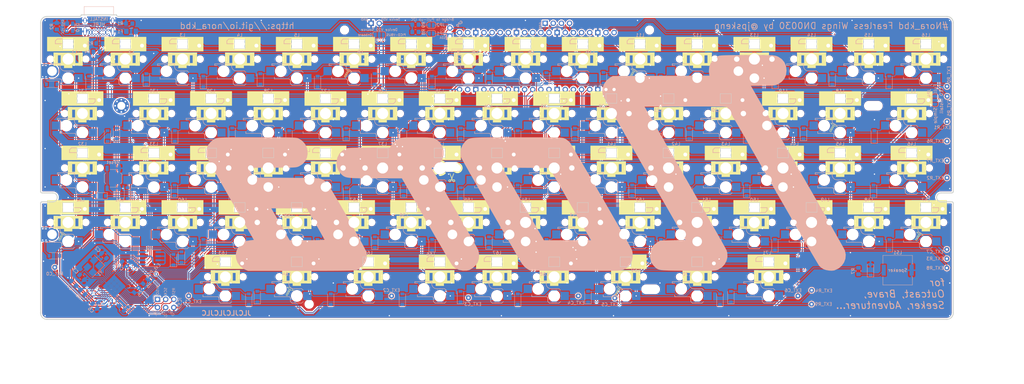
<source format=kicad_pcb>
(kicad_pcb (version 20171130) (host pcbnew "(5.1.10-1-10_14)")
  (title_block (title Nora) (date 2021-12-18) (rev DN:0030) (company @jpskenn))
  (layers (0 F.Cu signal) (31 B.Cu signal) (34 B.Paste user) (35 F.Paste user) (36 B.SilkS user) (37 F.SilkS user) (38 B.Mask user) (39 F.Mask user) (44 Edge.Cuts user))
  (net 0 "")
  (net 1 "Net-(D10-Pad2)")
  (net 2 "Net-(D12-Pad2)")
  (net 3 "Net-(D13-Pad2)")
  (net 4 "Net-(D14-Pad2)")
  (net 5 "Net-(D16-Pad2)")
  (net 6 "Net-(D17-Pad2)")
  (net 7 "Net-(D18-Pad2)")
  (net 8 "Net-(D19-Pad2)")
  (net 9 "Net-(D21-Pad2)")
  (net 10 "Net-(D23-Pad2)")
  (net 11 "Net-(D25-Pad2)")
  (net 12 "Net-(D26-Pad2)")
  (net 13 "Net-(D27-Pad2)")
  (net 14 "Net-(D28-Pad2)")
  (net 15 "Net-(D29-Pad2)")
  (net 16 "Net-(D31-Pad2)")
  (net 17 "Net-(D32-Pad2)")
  (net 18 "Net-(D35-Pad2)")
  (net 19 "Net-(D36-Pad2)")
  (net 20 "Net-(D37-Pad2)")
  (net 21 "Net-(D38-Pad2)")
  (net 22 "Net-(D39-Pad2)")
  (net 23 "Net-(D41-Pad2)")
  (net 24 "Net-(D43-Pad2)")
  (net 25 "Net-(D45-Pad2)")
  (net 26 "Net-(D46-Pad2)")
  (net 27 "Net-(D47-Pad2)")
  (net 28 "Net-(D48-Pad2)")
  (net 29 "Net-(D49-Pad2)")
  (net 30 "Net-(D52-Pad2)")
  (net 31 "Net-(D53-Pad2)")
  (net 32 "Net-(D56-Pad2)")
  (net 33 "Net-(D57-Pad2)")
  (net 34 "Net-(D61-Pad2)")
  (net 35 "Net-(D62-Pad2)")
  (net 36 "Net-(D63-Pad2)")
  (net 37 +5V)
  (net 38 GND)
  (net 39 VCC)
  (net 40 D-)
  (net 41 D+)
  (net 42 "Net-(D15-Pad2)")
  (net 43 "Net-(D64-Pad2)")
  (net 44 "Net-(D67-Pad2)")
  (net 45 "Net-(D68-Pad2)")
  (net 46 "Net-(D71-Pad2)")
  (net 47 "Net-(J1-PadA5)")
  (net 48 "Net-(J1-PadB5)")
  (net 49 LED)
  (net 50 "Net-(D10-Pad3)")
  (net 51 "Net-(D65-Pad2)")
  (net 52 "Net-(D73-Pad2)")
  (net 53 "Net-(D74-Pad2)")
  (net 54 "Net-(D75-Pad2)")
  (net 55 "Net-(D78-Pad2)")
  (net 56 "Net-(D33-Pad2)")
  (net 57 "Net-(D40-Pad2)")
  (net 58 "Net-(D22-Pad2)")
  (net 59 "Net-(D11-Pad2)")
  (net 60 "Net-(D30-Pad2)")
  (net 61 "Net-(D50-Pad2)")
  (net 62 MISO)
  (net 63 SCK)
  (net 64 SDA)
  (net 65 SCL)
  (net 66 RESET)
  (net 67 MOSI)
  (net 68 "Net-(D1-Pad2)")
  (net 69 row0)
  (net 70 "Net-(D2-Pad2)")
  (net 71 row3)
  (net 72 row4)
  (net 73 "Net-(D4-Pad2)")
  (net 74 row5)
  (net 75 row6)
  (net 76 "Net-(D5-Pad2)")
  (net 77 row7)
  (net 78 "Net-(D6-Pad2)")
  (net 79 "Net-(D7-Pad2)")
  (net 80 row8)
  (net 81 row9)
  (net 82 "Net-(D9-Pad2)")
  (net 83 row1)
  (net 84 row2)
  (net 85 "Net-(D20-Pad2)")
  (net 86 "Net-(D42-Pad2)")
  (net 87 "Net-(D51-Pad2)")
  (net 88 "Net-(D54-Pad2)")
  (net 89 "Net-(D55-Pad2)")
  (net 90 "Net-(D58-Pad2)")
  (net 91 "Net-(D59-Pad2)")
  (net 92 "Net-(D60-Pad2)")
  (net 93 "Net-(D66-Pad2)")
  (net 94 "Net-(D70-Pad2)")
  (net 95 "Net-(D72-Pad2)")
  (net 96 "Net-(D76-Pad2)")
  (net 97 "Net-(D77-Pad2)")
  (net 98 col0)
  (net 99 col1)
  (net 100 col3)
  (net 101 col5)
  (net 102 col7)
  (net 103 "Net-(L1-Pad2)")
  (net 104 "Net-(L2-Pad2)")
  (net 105 "Net-(L3-Pad2)")
  (net 106 "Net-(L4-Pad2)")
  (net 107 "Net-(L5-Pad2)")
  (net 108 "Net-(L6-Pad2)")
  (net 109 "Net-(L7-Pad2)")
  (net 110 "Net-(L8-Pad2)")
  (net 111 "Net-(L10-Pad4)")
  (net 112 "Net-(L10-Pad2)")
  (net 113 "Net-(L11-Pad2)")
  (net 114 "Net-(L12-Pad2)")
  (net 115 "Net-(L13-Pad2)")
  (net 116 "Net-(L14-Pad2)")
  (net 117 "Net-(L15-Pad2)")
  (net 118 col2)
  (net 119 col4)
  (net 120 col6)
  (net 121 Reserve_pin)
  (net 122 "Net-(JP1-Pad1)")
  (net 123 "Net-(JP2-Pad1)")
  (net 124 PICO_VBUS)
  (net 125 PICO_8)
  (net 126 PICO_9)
  (net 127 PICO_10)
  (net 128 PICO_11)
  (net 129 "Net-(C2-Pad1)")
  (net 130 "Net-(C3-Pad1)")
  (net 131 "Net-(C6-Pad1)")
  (net 132 "Net-(R6-Pad2)")
  (net 133 "Net-(L17-Pad2)")
  (net 134 "Net-(L18-Pad2)")
  (net 135 "Net-(L19-Pad2)")
  (net 136 "Net-(L20-Pad2)")
  (net 137 "Net-(L21-Pad2)")
  (net 138 "Net-(L22-Pad2)")
  (net 139 "Net-(L23-Pad2)")
  (net 140 "Net-(L24-Pad2)")
  (net 141 "Net-(L25-Pad2)")
  (net 142 "Net-(L26-Pad2)")
  (net 143 "Net-(L27-Pad2)")
  (net 144 "Net-(L28-Pad2)")
  (net 145 "Net-(L29-Pad2)")
  (net 146 +5V_Source)
  (net 147 "Net-(L30-Pad2)")
  (net 148 "Net-(L31-Pad2)")
  (net 149 "Net-(L32-Pad2)")
  (net 150 "Net-(L33-Pad2)")
  (net 151 "Net-(L34-Pad2)")
  (net 152 "Net-(L35-Pad2)")
  (net 153 "Net-(L36-Pad2)")
  (net 154 "Net-(L37-Pad2)")
  (net 155 "Net-(L38-Pad2)")
  (net 156 "Net-(L39-Pad2)")
  (net 157 "Net-(L40-Pad2)")
  (net 158 "Net-(L41-Pad2)")
  (net 159 "Net-(L42-Pad2)")
  (net 160 "Net-(L43-Pad2)")
  (net 161 "Net-(L44-Pad2)")
  (net 162 "Net-(L45-Pad2)")
  (net 163 "Net-(L46-Pad2)")
  (net 164 "Net-(L47-Pad2)")
  (net 165 "Net-(L48-Pad2)")
  (net 166 "Net-(L49-Pad2)")
  (net 167 "Net-(L50-Pad2)")
  (net 168 "Net-(L51-Pad2)")
  (net 169 "Net-(L52-Pad2)")
  (net 170 "Net-(L53-Pad2)")
  (net 171 "Net-(L54-Pad2)")
  (net 172 "Net-(L55-Pad2)")
  (net 173 "Net-(L56-Pad2)")
  (net 174 "Net-(L57-Pad2)")
  (net 175 "Net-(L58-Pad2)")
  (net 176 "Net-(L59-Pad2)")
  (net 177 "Net-(L60-Pad2)")
  (net 178 "Net-(L61-Pad2)")
  (net 179 "Net-(L63-Pad2)")
  (net 180 "Net-(L64-Pad2)")
  (net 181 "Net-(L65-Pad2)")
  (net 182 "Net-(L66-Pad2)")
  (net 183 "Net-(L67-Pad2)")
  (net 184 "Net-(L68-Pad2)")
  (net 185 "Net-(L69-Pad2)")
  (net 186 "Net-(L70-Pad2)")
  (net 187 LEDtoR2)
  (net 188 LEDtoR5)
  (net 189 "Net-(JP4-Pad2)")
  (net 190 "Net-(D99-Pad1)")
  (module locallib:Nora_logo_H70.7mm (layer B.Cu) (at 174 68.8 180)
    (fp_text reference G*** hide)
    (fp_text value LOGO hide)
  )
  (module Keebio-Parts:Kailh-PG1350-1u-MBK-WithKeyName-Socket (layer F.Cu) (at 147.265616 69.87552)
    (fp_text reference SW_37 hide)
    (fp_text value "Num 4")
    (pad 1 smd rect (at 3.275 5.95) (size 2.6 2.6) (layers B.Cu B.Paste B.Mask) (net 100 col3))
    (pad "" np_thru_hole circle (at 0 5.95) (size 3 3) (drill 3) (layers *.Cu *.Mask))
    (pad "" np_thru_hole circle (at 0 0) (size 3.429 3.429) (drill 3.429) (layers *.Cu *.Mask))
    (pad 2 smd rect (at -8.275 3.75) (size 2.6 2.6) (layers B.Cu B.Paste B.Mask) (net 20 "Net-(D37-Pad2)"))
    (pad "" np_thru_hole circle (at -5 3.75) (size 3 3) (drill 3) (layers *.Cu *.Mask))
    (pad "" np_thru_hole circle (at 5.5 0 180) (size 1.7 1.7) (drill 1.7) (layers *.Cu *.Mask))
    (pad "" np_thru_hole circle (at -5.5 0 180) (size 1.7 1.7) (drill 1.7) (layers *.Cu *.Mask))
    (pad "" np_thru_hole circle (at 0 0 180) (size 3.4 3.4) (drill 3.4) (layers *.Cu *.Mask))
    (pad "" np_thru_hole circle (at 5.22 -4.2 180) (size 1.2 1.2) (drill 1.2) (layers *.Cu *.Mask))
  )
  (module Keebio-Parts:Kailh-PG1350-1.5u-MBK-WithKeyName-Socket (layer F.Cu) (at 35.644516 52.87552)
    (fp_text reference SW_6 hide)
    (fp_text value "TAB 1.5u")
    (pad "" np_thru_hole circle (at -5 3.75) (size 3 3) (drill 3) (layers *.Cu *.Mask))
    (pad "" np_thru_hole circle (at 0 5.95) (size 3 3) (drill 3) (layers *.Cu *.Mask))
    (pad 1 smd rect (at 3.275 5.95) (size 2.6 2.6) (layers B.Cu B.Paste B.Mask) (net 98 col0))
    (pad 2 smd rect (at -8.275 3.75) (size 2.6 2.6) (layers B.Cu B.Paste B.Mask) (net 76 "Net-(D5-Pad2)"))
    (pad "" np_thru_hole circle (at 5.5 0 180) (size 1.7 1.7) (drill 1.7) (layers *.Cu *.Mask))
    (pad "" np_thru_hole circle (at -5.5 0 180) (size 1.7 1.7) (drill 1.7) (layers *.Cu *.Mask))
    (pad "" np_thru_hole circle (at 0 0 180) (size 3.4 3.4) (drill 3.4) (layers *.Cu *.Mask))
    (pad "" np_thru_hole circle (at 5.22 -4.2 180) (size 1.2 1.2) (drill 1.2) (layers *.Cu *.Mask))
  )
  (module Keebio-Parts:Kailh-PG1350-1.5u-MBK-WithKeyName-Socket (layer F.Cu) (at 35.644516 69.87552)
    (fp_text reference SW_7 hide)
    (fp_text value "LCTL 1.5u")
    (pad "" np_thru_hole circle (at -5 3.75) (size 3 3) (drill 3) (layers *.Cu *.Mask))
    (pad "" np_thru_hole circle (at 0 5.95) (size 3 3) (drill 3) (layers *.Cu *.Mask))
    (pad 1 smd rect (at 3.275 5.95) (size 2.6 2.6) (layers B.Cu B.Paste B.Mask) (net 98 col0))
    (pad 2 smd rect (at -8.275 3.75) (size 2.6 2.6) (layers B.Cu B.Paste B.Mask) (net 78 "Net-(D6-Pad2)"))
    (pad "" np_thru_hole circle (at 5.5 0 180) (size 1.7 1.7) (drill 1.7) (layers *.Cu *.Mask))
    (pad "" np_thru_hole circle (at -5.5 0 180) (size 1.7 1.7) (drill 1.7) (layers *.Cu *.Mask))
    (pad "" np_thru_hole circle (at 0 0 180) (size 3.4 3.4) (drill 3.4) (layers *.Cu *.Mask))
    (pad "" np_thru_hole circle (at 5.22 -4.2 180) (size 1.2 1.2) (drill 1.2) (layers *.Cu *.Mask))
  )
  (module Keebio-Parts:Kailh-PG1350-1.5u-MBK-WithKeyName-Socket (layer F.Cu) (at 205.308588 103.87552)
    (fp_text reference SW_54 hide)
    (fp_text value "RSPC 1.5u")
    (pad "" np_thru_hole circle (at -5 3.75) (size 3 3) (drill 3) (layers *.Cu *.Mask))
    (pad "" np_thru_hole circle (at 0 5.95) (size 3 3) (drill 3) (layers *.Cu *.Mask))
    (pad 1 smd rect (at 3.275 5.95) (size 2.6 2.6) (layers B.Cu B.Paste B.Mask) (net 101 col5))
    (pad 2 smd rect (at -8.275 3.75) (size 2.6 2.6) (layers B.Cu B.Paste B.Mask) (net 88 "Net-(D54-Pad2)"))
    (pad "" np_thru_hole circle (at 5.5 0 180) (size 1.7 1.7) (drill 1.7) (layers *.Cu *.Mask))
    (pad "" np_thru_hole circle (at -5.5 0 180) (size 1.7 1.7) (drill 1.7) (layers *.Cu *.Mask))
    (pad "" np_thru_hole circle (at 0 0 180) (size 3.4 3.4) (drill 3.4) (layers *.Cu *.Mask))
    (pad "" np_thru_hole circle (at 5.22 -4.2 180) (size 1.2 1.2) (drill 1.2) (layers *.Cu *.Mask))
  )
  (module Keebio-Parts:Kailh-PG1350-1.5u-MBK-WithKeyName-Socket (layer F.Cu) (at 80.292912 103.87552)
    (fp_text reference SW_19 hide)
    (fp_text value "LGUI 1.5u")
    (pad "" np_thru_hole circle (at -5 3.75) (size 3 3) (drill 3) (layers *.Cu *.Mask))
    (pad "" np_thru_hole circle (at 0 5.95) (size 3 3) (drill 3) (layers *.Cu *.Mask))
    (pad 1 smd rect (at 3.275 5.95) (size 2.6 2.6) (layers B.Cu B.Paste B.Mask) (net 99 col1))
    (pad 2 smd rect (at -8.275 3.75) (size 2.6 2.6) (layers B.Cu B.Paste B.Mask) (net 8 "Net-(D19-Pad2)"))
    (pad "" np_thru_hole circle (at 5.5 0 180) (size 1.7 1.7) (drill 1.7) (layers *.Cu *.Mask))
    (pad "" np_thru_hole circle (at -5.5 0 180) (size 1.7 1.7) (drill 1.7) (layers *.Cu *.Mask))
    (pad "" np_thru_hole circle (at 0 0 180) (size 3.4 3.4) (drill 3.4) (layers *.Cu *.Mask))
    (pad "" np_thru_hole circle (at 5.22 -4.2 180) (size 1.2 1.2) (drill 1.2) (layers *.Cu *.Mask))
  )
  (module Keebio-Parts:Kailh-PG1350-1.5u-MBK-WithKeyName-Socket (layer F.Cu) (at 124.941312 103.87552)
    (fp_text reference SW_29 hide)
    (fp_text value "LSPC 1.5u")
    (pad "" np_thru_hole circle (at -5 3.75) (size 3 3) (drill 3) (layers *.Cu *.Mask))
    (pad "" np_thru_hole circle (at 0 5.95) (size 3 3) (drill 3) (layers *.Cu *.Mask))
    (pad 1 smd rect (at 3.275 5.95) (size 2.6 2.6) (layers B.Cu B.Paste B.Mask) (net 118 col2))
    (pad 2 smd rect (at -8.275 3.75) (size 2.6 2.6) (layers B.Cu B.Paste B.Mask) (net 15 "Net-(D29-Pad2)"))
    (pad "" np_thru_hole circle (at 5.5 0 180) (size 1.7 1.7) (drill 1.7) (layers *.Cu *.Mask))
    (pad "" np_thru_hole circle (at -5.5 0 180) (size 1.7 1.7) (drill 1.7) (layers *.Cu *.Mask))
    (pad "" np_thru_hole circle (at 0 0 180) (size 3.4 3.4) (drill 3.4) (layers *.Cu *.Mask))
    (pad "" np_thru_hole circle (at 5.22 -4.2 180) (size 1.2 1.2) (drill 1.2) (layers *.Cu *.Mask))
  )
  (module Keebio-Parts:Kailh-PG1350-1.5u-MBK-WithKeyName-Socket (layer F.Cu) (at 249.956832 103.87552)
    (fp_text reference SW_64 hide)
    (fp_text value "RGUI 1.5u")
    (pad "" np_thru_hole circle (at -5 3.75) (size 3 3) (drill 3) (layers *.Cu *.Mask))
    (pad "" np_thru_hole circle (at 0 5.95) (size 3 3) (drill 3) (layers *.Cu *.Mask))
    (pad 1 smd rect (at 3.275 5.95) (size 2.6 2.6) (layers B.Cu B.Paste B.Mask) (net 120 col6))
    (pad 2 smd rect (at -8.275 3.75) (size 2.6 2.6) (layers B.Cu B.Paste B.Mask) (net 43 "Net-(D64-Pad2)"))
    (pad "" np_thru_hole circle (at 5.5 0 180) (size 1.7 1.7) (drill 1.7) (layers *.Cu *.Mask))
    (pad "" np_thru_hole circle (at -5.5 0 180) (size 1.7 1.7) (drill 1.7) (layers *.Cu *.Mask))
    (pad "" np_thru_hole circle (at 0 0 180) (size 3.4 3.4) (drill 3.4) (layers *.Cu *.Mask))
    (pad "" np_thru_hole circle (at 5.22 -4.2 180) (size 1.2 1.2) (drill 1.2) (layers *.Cu *.Mask))
  )
  (module Keebio-Parts:Kailh-PG1350-1.5u-MBK-WithKeyName-Socket (layer F.Cu) (at 294.605232 52.87552)
    (fp_text reference SW_76 hide)
    (fp_text value "BS 1.5u")
    (pad "" np_thru_hole circle (at -5 3.75) (size 3 3) (drill 3) (layers *.Cu *.Mask))
    (pad "" np_thru_hole circle (at 0 5.95) (size 3 3) (drill 3) (layers *.Cu *.Mask))
    (pad 1 smd rect (at 3.275 5.95) (size 2.6 2.6) (layers B.Cu B.Paste B.Mask) (net 102 col7))
    (pad 2 smd rect (at -8.275 3.75) (size 2.6 2.6) (layers B.Cu B.Paste B.Mask) (net 96 "Net-(D76-Pad2)"))
    (pad "" np_thru_hole circle (at 5.5 0 180) (size 1.7 1.7) (drill 1.7) (layers *.Cu *.Mask))
    (pad "" np_thru_hole circle (at -5.5 0 180) (size 1.7 1.7) (drill 1.7) (layers *.Cu *.Mask))
    (pad "" np_thru_hole circle (at 0 0 180) (size 3.4 3.4) (drill 3.4) (layers *.Cu *.Mask))
    (pad "" np_thru_hole circle (at 5.22 -4.2 180) (size 1.2 1.2) (drill 1.2) (layers *.Cu *.Mask))
  )
  (module Keebio-Parts:Kailh-PG1350-1.5u-MBK-WithKeyName-Socket (layer F.Cu) (at 294.605232 69.87552)
    (fp_text reference SW_77 hide)
    (fp_text value "Enter 1.5u")
    (pad "" np_thru_hole circle (at -5 3.75) (size 3 3) (drill 3) (layers *.Cu *.Mask))
    (pad "" np_thru_hole circle (at 0 5.95) (size 3 3) (drill 3) (layers *.Cu *.Mask))
    (pad 1 smd rect (at 3.275 5.95) (size 2.6 2.6) (layers B.Cu B.Paste B.Mask) (net 102 col7))
    (pad 2 smd rect (at -8.275 3.75) (size 2.6 2.6) (layers B.Cu B.Paste B.Mask) (net 97 "Net-(D77-Pad2)"))
    (pad "" np_thru_hole circle (at 5.5 0 180) (size 1.7 1.7) (drill 1.7) (layers *.Cu *.Mask))
    (pad "" np_thru_hole circle (at -5.5 0 180) (size 1.7 1.7) (drill 1.7) (layers *.Cu *.Mask))
    (pad "" np_thru_hole circle (at 0 0 180) (size 3.4 3.4) (drill 3.4) (layers *.Cu *.Mask))
    (pad "" np_thru_hole circle (at 5.22 -4.2 180) (size 1.2 1.2) (drill 1.2) (layers *.Cu *.Mask))
  )
  (module Keebio-Parts:Kailh-PG1350-1u-MBK-WithKeyName-Socket (layer F.Cu) (at 66.898424 35.87552)
    (fp_text reference SW_10 hide)
    (fp_text value 2)
    (pad 1 smd rect (at 3.275 5.95) (size 2.6 2.6) (layers B.Cu B.Paste B.Mask) (net 99 col1))
    (pad "" np_thru_hole circle (at 0 5.95) (size 3 3) (drill 3) (layers *.Cu *.Mask))
    (pad "" np_thru_hole circle (at 0 0) (size 3.429 3.429) (drill 3.429) (layers *.Cu *.Mask))
    (pad 2 smd rect (at -8.275 3.75) (size 2.6 2.6) (layers B.Cu B.Paste B.Mask) (net 82 "Net-(D9-Pad2)"))
    (pad "" np_thru_hole circle (at -5 3.75) (size 3 3) (drill 3) (layers *.Cu *.Mask))
    (pad "" np_thru_hole circle (at 5.5 0 180) (size 1.7 1.7) (drill 1.7) (layers *.Cu *.Mask))
    (pad "" np_thru_hole circle (at -5.5 0 180) (size 1.7 1.7) (drill 1.7) (layers *.Cu *.Mask))
    (pad "" np_thru_hole circle (at 0 0 180) (size 3.4 3.4) (drill 3.4) (layers *.Cu *.Mask))
    (pad "" np_thru_hole circle (at 5.22 -4.2 180) (size 1.2 1.2) (drill 1.2) (layers *.Cu *.Mask))
  )
  (module Keebio-Parts:Kailh-PG1350-1u-MBK-WithKeyName-Socket (layer F.Cu) (at 49.039048 35.87552)
    (fp_text reference SW_5 hide)
    (fp_text value 1)
    (pad 1 smd rect (at 3.275 5.95) (size 2.6 2.6) (layers B.Cu B.Paste B.Mask) (net 98 col0))
    (pad "" np_thru_hole circle (at 0 5.95) (size 3 3) (drill 3) (layers *.Cu *.Mask))
    (pad "" np_thru_hole circle (at 0 0) (size 3.429 3.429) (drill 3.429) (layers *.Cu *.Mask))
    (pad 2 smd rect (at -8.275 3.75) (size 2.6 2.6) (layers B.Cu B.Paste B.Mask) (net 73 "Net-(D4-Pad2)"))
    (pad "" np_thru_hole circle (at -5 3.75) (size 3 3) (drill 3) (layers *.Cu *.Mask))
    (pad "" np_thru_hole circle (at 5.5 0 180) (size 1.7 1.7) (drill 1.7) (layers *.Cu *.Mask))
    (pad "" np_thru_hole circle (at -5.5 0 180) (size 1.7 1.7) (drill 1.7) (layers *.Cu *.Mask))
    (pad "" np_thru_hole circle (at 0 0 180) (size 3.4 3.4) (drill 3.4) (layers *.Cu *.Mask))
    (pad "" np_thru_hole circle (at 5.22 -4.2 180) (size 1.2 1.2) (drill 1.2) (layers *.Cu *.Mask))
  )
  (module Keebio-Parts:Kailh-PG1350-1u-MBK-WithKeyName-Socket (layer F.Cu) (at 49.039048 86.87552)
    (fp_text reference SW_8 hide)
    (fp_text value "LSFT / Z")
    (pad 1 smd rect (at 3.275 5.95) (size 2.6 2.6) (layers B.Cu B.Paste B.Mask) (net 98 col0))
    (pad "" np_thru_hole circle (at 0 5.95) (size 3 3) (drill 3) (layers *.Cu *.Mask))
    (pad "" np_thru_hole circle (at 0 0) (size 3.429 3.429) (drill 3.429) (layers *.Cu *.Mask))
    (pad 2 smd rect (at -8.275 3.75) (size 2.6 2.6) (layers B.Cu B.Paste B.Mask) (net 79 "Net-(D7-Pad2)"))
    (pad "" np_thru_hole circle (at -5 3.75) (size 3 3) (drill 3) (layers *.Cu *.Mask))
    (pad "" np_thru_hole circle (at 5.5 0 180) (size 1.7 1.7) (drill 1.7) (layers *.Cu *.Mask))
    (pad "" np_thru_hole circle (at -5.5 0 180) (size 1.7 1.7) (drill 1.7) (layers *.Cu *.Mask))
    (pad "" np_thru_hole circle (at 0 0 180) (size 3.4 3.4) (drill 3.4) (layers *.Cu *.Mask))
    (pad "" np_thru_hole circle (at 5.22 -4.2 180) (size 1.2 1.2) (drill 1.2) (layers *.Cu *.Mask))
  )
  (module Keebio-Parts:Kailh-PG1350-1u-MBK-WithKeyName-Socket (layer F.Cu) (at 57.968736 52.87552)
    (fp_text reference SW_11 hide)
    (fp_text value Q)
    (pad 1 smd rect (at 3.275 5.95) (size 2.6 2.6) (layers B.Cu B.Paste B.Mask) (net 99 col1))
    (pad "" np_thru_hole circle (at 0 5.95) (size 3 3) (drill 3) (layers *.Cu *.Mask))
    (pad "" np_thru_hole circle (at 0 0) (size 3.429 3.429) (drill 3.429) (layers *.Cu *.Mask))
    (pad 2 smd rect (at -8.275 3.75) (size 2.6 2.6) (layers B.Cu B.Paste B.Mask) (net 59 "Net-(D11-Pad2)"))
    (pad "" np_thru_hole circle (at -5 3.75) (size 3 3) (drill 3) (layers *.Cu *.Mask))
    (pad "" np_thru_hole circle (at 5.5 0 180) (size 1.7 1.7) (drill 1.7) (layers *.Cu *.Mask))
    (pad "" np_thru_hole circle (at -5.5 0 180) (size 1.7 1.7) (drill 1.7) (layers *.Cu *.Mask))
    (pad "" np_thru_hole circle (at 0 0 180) (size 3.4 3.4) (drill 3.4) (layers *.Cu *.Mask))
    (pad "" np_thru_hole circle (at 5.22 -4.2 180) (size 1.2 1.2) (drill 1.2) (layers *.Cu *.Mask))
  )
  (module Keebio-Parts:Kailh-PG1350-1u-MBK-WithKeyName-Socket (layer F.Cu) (at 57.968736 69.87552)
    (fp_text reference SW_12 hide)
    (fp_text value A)
    (pad 1 smd rect (at 3.275 5.95) (size 2.6 2.6) (layers B.Cu B.Paste B.Mask) (net 99 col1))
    (pad "" np_thru_hole circle (at 0 5.95) (size 3 3) (drill 3) (layers *.Cu *.Mask))
    (pad "" np_thru_hole circle (at 0 0) (size 3.429 3.429) (drill 3.429) (layers *.Cu *.Mask))
    (pad 2 smd rect (at -8.275 3.75) (size 2.6 2.6) (layers B.Cu B.Paste B.Mask) (net 2 "Net-(D12-Pad2)"))
    (pad "" np_thru_hole circle (at -5 3.75) (size 3 3) (drill 3) (layers *.Cu *.Mask))
    (pad "" np_thru_hole circle (at 5.5 0 180) (size 1.7 1.7) (drill 1.7) (layers *.Cu *.Mask))
    (pad "" np_thru_hole circle (at -5.5 0 180) (size 1.7 1.7) (drill 1.7) (layers *.Cu *.Mask))
    (pad "" np_thru_hole circle (at 0 0 180) (size 3.4 3.4) (drill 3.4) (layers *.Cu *.Mask))
    (pad "" np_thru_hole circle (at 5.22 -4.2 180) (size 1.2 1.2) (drill 1.2) (layers *.Cu *.Mask))
  )
  (module Keebio-Parts:Kailh-PG1350-1u-MBK-WithKeyName-Socket (layer F.Cu) (at 66.898424 86.87552)
    (fp_text reference SW_13 hide)
    (fp_text value Z)
    (pad 1 smd rect (at 3.275 5.95) (size 2.6 2.6) (layers B.Cu B.Paste B.Mask) (net 99 col1))
    (pad "" np_thru_hole circle (at 0 5.95) (size 3 3) (drill 3) (layers *.Cu *.Mask))
    (pad "" np_thru_hole circle (at 0 0) (size 3.429 3.429) (drill 3.429) (layers *.Cu *.Mask))
    (pad 2 smd rect (at -8.275 3.75) (size 2.6 2.6) (layers B.Cu B.Paste B.Mask) (net 3 "Net-(D13-Pad2)"))
    (pad "" np_thru_hole circle (at -5 3.75) (size 3 3) (drill 3) (layers *.Cu *.Mask))
    (pad "" np_thru_hole circle (at 5.5 0 180) (size 1.7 1.7) (drill 1.7) (layers *.Cu *.Mask))
    (pad "" np_thru_hole circle (at -5.5 0 180) (size 1.7 1.7) (drill 1.7) (layers *.Cu *.Mask))
    (pad "" np_thru_hole circle (at 0 0 180) (size 3.4 3.4) (drill 3.4) (layers *.Cu *.Mask))
    (pad "" np_thru_hole circle (at 5.22 -4.2 180) (size 1.2 1.2) (drill 1.2) (layers *.Cu *.Mask))
  )
  (module Keebio-Parts:Kailh-PG1350-1u-MBK-WithKeyName-Socket (layer F.Cu) (at 84.7578 35.87552)
    (fp_text reference SW_15 hide)
    (fp_text value 3)
    (pad 1 smd rect (at 3.275 5.95) (size 2.6 2.6) (layers B.Cu B.Paste B.Mask) (net 99 col1))
    (pad "" np_thru_hole circle (at 0 5.95) (size 3 3) (drill 3) (layers *.Cu *.Mask))
    (pad "" np_thru_hole circle (at 0 0) (size 3.429 3.429) (drill 3.429) (layers *.Cu *.Mask))
    (pad 2 smd rect (at -8.275 3.75) (size 2.6 2.6) (layers B.Cu B.Paste B.Mask) (net 42 "Net-(D15-Pad2)"))
    (pad "" np_thru_hole circle (at -5 3.75) (size 3 3) (drill 3) (layers *.Cu *.Mask))
    (pad "" np_thru_hole circle (at 5.5 0 180) (size 1.7 1.7) (drill 1.7) (layers *.Cu *.Mask))
    (pad "" np_thru_hole circle (at -5.5 0 180) (size 1.7 1.7) (drill 1.7) (layers *.Cu *.Mask))
    (pad "" np_thru_hole circle (at 0 0 180) (size 3.4 3.4) (drill 3.4) (layers *.Cu *.Mask))
    (pad "" np_thru_hole circle (at 5.22 -4.2 180) (size 1.2 1.2) (drill 1.2) (layers *.Cu *.Mask))
  )
  (module Keebio-Parts:Kailh-PG1350-1u-MBK-WithKeyName-Socket (layer F.Cu) (at 75.828112 52.87552)
    (fp_text reference SW_16 hide)
    (fp_text value W)
    (pad 1 smd rect (at 3.275 5.95) (size 2.6 2.6) (layers B.Cu B.Paste B.Mask) (net 99 col1))
    (pad "" np_thru_hole circle (at 0 5.95) (size 3 3) (drill 3) (layers *.Cu *.Mask))
    (pad "" np_thru_hole circle (at 0 0) (size 3.429 3.429) (drill 3.429) (layers *.Cu *.Mask))
    (pad 2 smd rect (at -8.275 3.75) (size 2.6 2.6) (layers B.Cu B.Paste B.Mask) (net 5 "Net-(D16-Pad2)"))
    (pad "" np_thru_hole circle (at -5 3.75) (size 3 3) (drill 3) (layers *.Cu *.Mask))
    (pad "" np_thru_hole circle (at 5.5 0 180) (size 1.7 1.7) (drill 1.7) (layers *.Cu *.Mask))
    (pad "" np_thru_hole circle (at -5.5 0 180) (size 1.7 1.7) (drill 1.7) (layers *.Cu *.Mask))
    (pad "" np_thru_hole circle (at 0 0 180) (size 3.4 3.4) (drill 3.4) (layers *.Cu *.Mask))
    (pad "" np_thru_hole circle (at 5.22 -4.2 180) (size 1.2 1.2) (drill 1.2) (layers *.Cu *.Mask))
  )
  (module Keebio-Parts:Kailh-PG1350-1u-MBK-WithKeyName-Socket (layer F.Cu) (at 75.828112 69.87552)
    (fp_text reference SW_17 hide)
    (fp_text value S)
    (pad 1 smd rect (at 3.275 5.95) (size 2.6 2.6) (layers B.Cu B.Paste B.Mask) (net 99 col1))
    (pad "" np_thru_hole circle (at 0 5.95) (size 3 3) (drill 3) (layers *.Cu *.Mask))
    (pad "" np_thru_hole circle (at 0 0) (size 3.429 3.429) (drill 3.429) (layers *.Cu *.Mask))
    (pad 2 smd rect (at -8.275 3.75) (size 2.6 2.6) (layers B.Cu B.Paste B.Mask) (net 6 "Net-(D17-Pad2)"))
    (pad "" np_thru_hole circle (at -5 3.75) (size 3 3) (drill 3) (layers *.Cu *.Mask))
    (pad "" np_thru_hole circle (at 5.5 0 180) (size 1.7 1.7) (drill 1.7) (layers *.Cu *.Mask))
    (pad "" np_thru_hole circle (at -5.5 0 180) (size 1.7 1.7) (drill 1.7) (layers *.Cu *.Mask))
    (pad "" np_thru_hole circle (at 0 0 180) (size 3.4 3.4) (drill 3.4) (layers *.Cu *.Mask))
    (pad "" np_thru_hole circle (at 5.22 -4.2 180) (size 1.2 1.2) (drill 1.2) (layers *.Cu *.Mask))
  )
  (module Keebio-Parts:Kailh-PG1350-1u-MBK-WithKeyName-Socket (layer F.Cu) (at 84.7578 86.87552)
    (fp_text reference SW_18 hide)
    (fp_text value X)
    (pad 1 smd rect (at 3.275 5.95) (size 2.6 2.6) (layers B.Cu B.Paste B.Mask) (net 99 col1))
    (pad "" np_thru_hole circle (at 0 5.95) (size 3 3) (drill 3) (layers *.Cu *.Mask))
    (pad "" np_thru_hole circle (at 0 0) (size 3.429 3.429) (drill 3.429) (layers *.Cu *.Mask))
    (pad 2 smd rect (at -8.275 3.75) (size 2.6 2.6) (layers B.Cu B.Paste B.Mask) (net 7 "Net-(D18-Pad2)"))
    (pad "" np_thru_hole circle (at -5 3.75) (size 3 3) (drill 3) (layers *.Cu *.Mask))
    (pad "" np_thru_hole circle (at 5.5 0 180) (size 1.7 1.7) (drill 1.7) (layers *.Cu *.Mask))
    (pad "" np_thru_hole circle (at -5.5 0 180) (size 1.7 1.7) (drill 1.7) (layers *.Cu *.Mask))
    (pad "" np_thru_hole circle (at 0 0 180) (size 3.4 3.4) (drill 3.4) (layers *.Cu *.Mask))
    (pad "" np_thru_hole circle (at 5.22 -4.2 180) (size 1.2 1.2) (drill 1.2) (layers *.Cu *.Mask))
  )
  (module Keebio-Parts:Kailh-PG1350-1u-MBK-WithKeyName-Socket (layer F.Cu) (at 102.617176 35.87552)
    (fp_text reference SW_20 hide)
    (fp_text value 4)
    (pad 1 smd rect (at 3.275 5.95) (size 2.6 2.6) (layers B.Cu B.Paste B.Mask) (net 118 col2))
    (pad "" np_thru_hole circle (at 0 5.95) (size 3 3) (drill 3) (layers *.Cu *.Mask))
    (pad "" np_thru_hole circle (at 0 0) (size 3.429 3.429) (drill 3.429) (layers *.Cu *.Mask))
    (pad 2 smd rect (at -8.275 3.75) (size 2.6 2.6) (layers B.Cu B.Paste B.Mask) (net 85 "Net-(D20-Pad2)"))
    (pad "" np_thru_hole circle (at -5 3.75) (size 3 3) (drill 3) (layers *.Cu *.Mask))
    (pad "" np_thru_hole circle (at 5.5 0 180) (size 1.7 1.7) (drill 1.7) (layers *.Cu *.Mask))
    (pad "" np_thru_hole circle (at -5.5 0 180) (size 1.7 1.7) (drill 1.7) (layers *.Cu *.Mask))
    (pad "" np_thru_hole circle (at 0 0 180) (size 3.4 3.4) (drill 3.4) (layers *.Cu *.Mask))
    (pad "" np_thru_hole circle (at 5.22 -4.2 180) (size 1.2 1.2) (drill 1.2) (layers *.Cu *.Mask))
  )
  (module Keebio-Parts:Kailh-PG1350-1u-MBK-WithKeyName-Socket (layer F.Cu) (at 93.687488 52.87552)
    (fp_text reference SW_21 hide)
    (fp_text value E)
    (pad 1 smd rect (at 3.275 5.95) (size 2.6 2.6) (layers B.Cu B.Paste B.Mask) (net 118 col2))
    (pad "" np_thru_hole circle (at 0 5.95) (size 3 3) (drill 3) (layers *.Cu *.Mask))
    (pad "" np_thru_hole circle (at 0 0) (size 3.429 3.429) (drill 3.429) (layers *.Cu *.Mask))
    (pad 2 smd rect (at -8.275 3.75) (size 2.6 2.6) (layers B.Cu B.Paste B.Mask) (net 9 "Net-(D21-Pad2)"))
    (pad "" np_thru_hole circle (at -5 3.75) (size 3 3) (drill 3) (layers *.Cu *.Mask))
    (pad "" np_thru_hole circle (at 5.5 0 180) (size 1.7 1.7) (drill 1.7) (layers *.Cu *.Mask))
    (pad "" np_thru_hole circle (at -5.5 0 180) (size 1.7 1.7) (drill 1.7) (layers *.Cu *.Mask))
    (pad "" np_thru_hole circle (at 0 0 180) (size 3.4 3.4) (drill 3.4) (layers *.Cu *.Mask))
    (pad "" np_thru_hole circle (at 5.22 -4.2 180) (size 1.2 1.2) (drill 1.2) (layers *.Cu *.Mask))
  )
  (module Keebio-Parts:Kailh-PG1350-1u-MBK-WithKeyName-Socket (layer F.Cu) (at 93.687488 69.87552)
    (fp_text reference SW_22 hide)
    (fp_text value D)
    (pad 1 smd rect (at 3.275 5.95) (size 2.6 2.6) (layers B.Cu B.Paste B.Mask) (net 118 col2))
    (pad "" np_thru_hole circle (at 0 5.95) (size 3 3) (drill 3) (layers *.Cu *.Mask))
    (pad "" np_thru_hole circle (at 0 0) (size 3.429 3.429) (drill 3.429) (layers *.Cu *.Mask))
    (pad 2 smd rect (at -8.275 3.75) (size 2.6 2.6) (layers B.Cu B.Paste B.Mask) (net 58 "Net-(D22-Pad2)"))
    (pad "" np_thru_hole circle (at -5 3.75) (size 3 3) (drill 3) (layers *.Cu *.Mask))
    (pad "" np_thru_hole circle (at 5.5 0 180) (size 1.7 1.7) (drill 1.7) (layers *.Cu *.Mask))
    (pad "" np_thru_hole circle (at -5.5 0 180) (size 1.7 1.7) (drill 1.7) (layers *.Cu *.Mask))
    (pad "" np_thru_hole circle (at 0 0 180) (size 3.4 3.4) (drill 3.4) (layers *.Cu *.Mask))
    (pad "" np_thru_hole circle (at 5.22 -4.2 180) (size 1.2 1.2) (drill 1.2) (layers *.Cu *.Mask))
  )
  (module Keebio-Parts:Kailh-PG1350-1u-MBK-WithKeyName-Socket (layer F.Cu) (at 102.617176 86.87552)
    (fp_text reference SW_23 hide)
    (fp_text value C)
    (pad 1 smd rect (at 3.275 5.95) (size 2.6 2.6) (layers B.Cu B.Paste B.Mask) (net 118 col2))
    (pad "" np_thru_hole circle (at 0 5.95) (size 3 3) (drill 3) (layers *.Cu *.Mask))
    (pad "" np_thru_hole circle (at 0 0) (size 3.429 3.429) (drill 3.429) (layers *.Cu *.Mask))
    (pad 2 smd rect (at -8.275 3.75) (size 2.6 2.6) (layers B.Cu B.Paste B.Mask) (net 10 "Net-(D23-Pad2)"))
    (pad "" np_thru_hole circle (at -5 3.75) (size 3 3) (drill 3) (layers *.Cu *.Mask))
    (pad "" np_thru_hole circle (at 5.5 0 180) (size 1.7 1.7) (drill 1.7) (layers *.Cu *.Mask))
    (pad "" np_thru_hole circle (at -5.5 0 180) (size 1.7 1.7) (drill 1.7) (layers *.Cu *.Mask))
    (pad "" np_thru_hole circle (at 0 0 180) (size 3.4 3.4) (drill 3.4) (layers *.Cu *.Mask))
    (pad "" np_thru_hole circle (at 5.22 -4.2 180) (size 1.2 1.2) (drill 1.2) (layers *.Cu *.Mask))
  )
  (module Keebio-Parts:Kailh-PG1350-1u-MBK-WithKeyName-Socket (layer F.Cu) (at 120.476552 35.87552)
    (fp_text reference SW_25 hide)
    (fp_text value 5)
    (pad 1 smd rect (at 3.275 5.95) (size 2.6 2.6) (layers B.Cu B.Paste B.Mask) (net 118 col2))
    (pad "" np_thru_hole circle (at 0 5.95) (size 3 3) (drill 3) (layers *.Cu *.Mask))
    (pad "" np_thru_hole circle (at 0 0) (size 3.429 3.429) (drill 3.429) (layers *.Cu *.Mask))
    (pad 2 smd rect (at -8.275 3.75) (size 2.6 2.6) (layers B.Cu B.Paste B.Mask) (net 11 "Net-(D25-Pad2)"))
    (pad "" np_thru_hole circle (at -5 3.75) (size 3 3) (drill 3) (layers *.Cu *.Mask))
    (pad "" np_thru_hole circle (at 5.5 0 180) (size 1.7 1.7) (drill 1.7) (layers *.Cu *.Mask))
    (pad "" np_thru_hole circle (at -5.5 0 180) (size 1.7 1.7) (drill 1.7) (layers *.Cu *.Mask))
    (pad "" np_thru_hole circle (at 0 0 180) (size 3.4 3.4) (drill 3.4) (layers *.Cu *.Mask))
    (pad "" np_thru_hole circle (at 5.22 -4.2 180) (size 1.2 1.2) (drill 1.2) (layers *.Cu *.Mask))
  )
  (module Keebio-Parts:Kailh-PG1350-1u-MBK-WithKeyName-Socket (layer F.Cu) (at 111.546864 52.87552)
    (fp_text reference SW_26 hide)
    (fp_text value R)
    (pad 1 smd rect (at 3.275 5.95) (size 2.6 2.6) (layers B.Cu B.Paste B.Mask) (net 118 col2))
    (pad "" np_thru_hole circle (at 0 5.95) (size 3 3) (drill 3) (layers *.Cu *.Mask))
    (pad "" np_thru_hole circle (at 0 0) (size 3.429 3.429) (drill 3.429) (layers *.Cu *.Mask))
    (pad 2 smd rect (at -8.275 3.75) (size 2.6 2.6) (layers B.Cu B.Paste B.Mask) (net 12 "Net-(D26-Pad2)"))
    (pad "" np_thru_hole circle (at -5 3.75) (size 3 3) (drill 3) (layers *.Cu *.Mask))
    (pad "" np_thru_hole circle (at 5.5 0 180) (size 1.7 1.7) (drill 1.7) (layers *.Cu *.Mask))
    (pad "" np_thru_hole circle (at -5.5 0 180) (size 1.7 1.7) (drill 1.7) (layers *.Cu *.Mask))
    (pad "" np_thru_hole circle (at 0 0 180) (size 3.4 3.4) (drill 3.4) (layers *.Cu *.Mask))
    (pad "" np_thru_hole circle (at 5.22 -4.2 180) (size 1.2 1.2) (drill 1.2) (layers *.Cu *.Mask))
  )
  (module Keebio-Parts:Kailh-PG1350-1u-MBK-WithKeyName-Socket (layer F.Cu) (at 111.546864 69.87552)
    (fp_text reference SW_27 hide)
    (fp_text value F)
    (pad 1 smd rect (at 3.275 5.95) (size 2.6 2.6) (layers B.Cu B.Paste B.Mask) (net 118 col2))
    (pad "" np_thru_hole circle (at 0 5.95) (size 3 3) (drill 3) (layers *.Cu *.Mask))
    (pad "" np_thru_hole circle (at 0 0) (size 3.429 3.429) (drill 3.429) (layers *.Cu *.Mask))
    (pad 2 smd rect (at -8.275 3.75) (size 2.6 2.6) (layers B.Cu B.Paste B.Mask) (net 13 "Net-(D27-Pad2)"))
    (pad "" np_thru_hole circle (at -5 3.75) (size 3 3) (drill 3) (layers *.Cu *.Mask))
    (pad "" np_thru_hole circle (at 5.5 0 180) (size 1.7 1.7) (drill 1.7) (layers *.Cu *.Mask))
    (pad "" np_thru_hole circle (at -5.5 0 180) (size 1.7 1.7) (drill 1.7) (layers *.Cu *.Mask))
    (pad "" np_thru_hole circle (at 0 0 180) (size 3.4 3.4) (drill 3.4) (layers *.Cu *.Mask))
    (pad "" np_thru_hole circle (at 5.22 -4.2 180) (size 1.2 1.2) (drill 1.2) (layers *.Cu *.Mask))
  )
  (module Keebio-Parts:Kailh-PG1350-1u-MBK-WithKeyName-Socket (layer F.Cu) (at 120.476552 86.87552)
    (fp_text reference SW_28 hide)
    (fp_text value V)
    (pad 1 smd rect (at 3.275 5.95) (size 2.6 2.6) (layers B.Cu B.Paste B.Mask) (net 118 col2))
    (pad "" np_thru_hole circle (at 0 5.95) (size 3 3) (drill 3) (layers *.Cu *.Mask))
    (pad "" np_thru_hole circle (at 0 0) (size 3.429 3.429) (drill 3.429) (layers *.Cu *.Mask))
    (pad 2 smd rect (at -8.275 3.75) (size 2.6 2.6) (layers B.Cu B.Paste B.Mask) (net 14 "Net-(D28-Pad2)"))
    (pad "" np_thru_hole circle (at -5 3.75) (size 3 3) (drill 3) (layers *.Cu *.Mask))
    (pad "" np_thru_hole circle (at 5.5 0 180) (size 1.7 1.7) (drill 1.7) (layers *.Cu *.Mask))
    (pad "" np_thru_hole circle (at -5.5 0 180) (size 1.7 1.7) (drill 1.7) (layers *.Cu *.Mask))
    (pad "" np_thru_hole circle (at 0 0 180) (size 3.4 3.4) (drill 3.4) (layers *.Cu *.Mask))
    (pad "" np_thru_hole circle (at 5.22 -4.2 180) (size 1.2 1.2) (drill 1.2) (layers *.Cu *.Mask))
  )
  (module Keebio-Parts:Kailh-PG1350-1u-MBK-WithKeyName-Socket (layer F.Cu) (at 138.335928 35.87552)
    (fp_text reference SW_30 hide)
    (fp_text value "Num /")
    (pad 1 smd rect (at 3.275 5.95) (size 2.6 2.6) (layers B.Cu B.Paste B.Mask) (net 100 col3))
    (pad "" np_thru_hole circle (at 0 5.95) (size 3 3) (drill 3) (layers *.Cu *.Mask))
    (pad "" np_thru_hole circle (at 0 0) (size 3.429 3.429) (drill 3.429) (layers *.Cu *.Mask))
    (pad 2 smd rect (at -8.275 3.75) (size 2.6 2.6) (layers B.Cu B.Paste B.Mask) (net 60 "Net-(D30-Pad2)"))
    (pad "" np_thru_hole circle (at -5 3.75) (size 3 3) (drill 3) (layers *.Cu *.Mask))
    (pad "" np_thru_hole circle (at 5.5 0 180) (size 1.7 1.7) (drill 1.7) (layers *.Cu *.Mask))
    (pad "" np_thru_hole circle (at -5.5 0 180) (size 1.7 1.7) (drill 1.7) (layers *.Cu *.Mask))
    (pad "" np_thru_hole circle (at 0 0 180) (size 3.4 3.4) (drill 3.4) (layers *.Cu *.Mask))
    (pad "" np_thru_hole circle (at 5.22 -4.2 180) (size 1.2 1.2) (drill 1.2) (layers *.Cu *.Mask))
  )
  (module Keebio-Parts:Kailh-PG1350-1u-MBK-WithKeyName-Socket (layer F.Cu) (at 129.40624 52.87552)
    (fp_text reference SW_31 hide)
    (fp_text value T)
    (pad 1 smd rect (at 3.275 5.95) (size 2.6 2.6) (layers B.Cu B.Paste B.Mask) (net 100 col3))
    (pad "" np_thru_hole circle (at 0 5.95) (size 3 3) (drill 3) (layers *.Cu *.Mask))
    (pad "" np_thru_hole circle (at 0 0) (size 3.429 3.429) (drill 3.429) (layers *.Cu *.Mask))
    (pad 2 smd rect (at -8.275 3.75) (size 2.6 2.6) (layers B.Cu B.Paste B.Mask) (net 16 "Net-(D31-Pad2)"))
    (pad "" np_thru_hole circle (at -5 3.75) (size 3 3) (drill 3) (layers *.Cu *.Mask))
    (pad "" np_thru_hole circle (at 5.5 0 180) (size 1.7 1.7) (drill 1.7) (layers *.Cu *.Mask))
    (pad "" np_thru_hole circle (at -5.5 0 180) (size 1.7 1.7) (drill 1.7) (layers *.Cu *.Mask))
    (pad "" np_thru_hole circle (at 0 0 180) (size 3.4 3.4) (drill 3.4) (layers *.Cu *.Mask))
    (pad "" np_thru_hole circle (at 5.22 -4.2 180) (size 1.2 1.2) (drill 1.2) (layers *.Cu *.Mask))
  )
  (module Keebio-Parts:Kailh-PG1350-1u-MBK-WithKeyName-Socket (layer F.Cu) (at 129.40624 69.87552)
    (fp_text reference SW_32 hide)
    (fp_text value G)
    (pad 1 smd rect (at 3.275 5.95) (size 2.6 2.6) (layers B.Cu B.Paste B.Mask) (net 100 col3))
    (pad "" np_thru_hole circle (at 0 5.95) (size 3 3) (drill 3) (layers *.Cu *.Mask))
    (pad "" np_thru_hole circle (at 0 0) (size 3.429 3.429) (drill 3.429) (layers *.Cu *.Mask))
    (pad 2 smd rect (at -8.275 3.75) (size 2.6 2.6) (layers B.Cu B.Paste B.Mask) (net 17 "Net-(D32-Pad2)"))
    (pad "" np_thru_hole circle (at -5 3.75) (size 3 3) (drill 3) (layers *.Cu *.Mask))
    (pad "" np_thru_hole circle (at 5.5 0 180) (size 1.7 1.7) (drill 1.7) (layers *.Cu *.Mask))
    (pad "" np_thru_hole circle (at -5.5 0 180) (size 1.7 1.7) (drill 1.7) (layers *.Cu *.Mask))
    (pad "" np_thru_hole circle (at 0 0 180) (size 3.4 3.4) (drill 3.4) (layers *.Cu *.Mask))
    (pad "" np_thru_hole circle (at 5.22 -4.2 180) (size 1.2 1.2) (drill 1.2) (layers *.Cu *.Mask))
  )
  (module Keebio-Parts:Kailh-PG1350-1u-MBK-WithKeyName-Socket (layer F.Cu) (at 138.335928 86.87552)
    (fp_text reference SW_33 hide)
    (fp_text value B)
    (pad 1 smd rect (at 3.275 5.95) (size 2.6 2.6) (layers B.Cu B.Paste B.Mask) (net 100 col3))
    (pad "" np_thru_hole circle (at 0 5.95) (size 3 3) (drill 3) (layers *.Cu *.Mask))
    (pad "" np_thru_hole circle (at 0 0) (size 3.429 3.429) (drill 3.429) (layers *.Cu *.Mask))
    (pad 2 smd rect (at -8.275 3.75) (size 2.6 2.6) (layers B.Cu B.Paste B.Mask) (net 56 "Net-(D33-Pad2)"))
    (pad "" np_thru_hole circle (at -5 3.75) (size 3 3) (drill 3) (layers *.Cu *.Mask))
    (pad "" np_thru_hole circle (at 5.5 0 180) (size 1.7 1.7) (drill 1.7) (layers *.Cu *.Mask))
    (pad "" np_thru_hole circle (at -5.5 0 180) (size 1.7 1.7) (drill 1.7) (layers *.Cu *.Mask))
    (pad "" np_thru_hole circle (at 0 0 180) (size 3.4 3.4) (drill 3.4) (layers *.Cu *.Mask))
    (pad "" np_thru_hole circle (at 5.22 -4.2 180) (size 1.2 1.2) (drill 1.2) (layers *.Cu *.Mask))
  )
  (module Keebio-Parts:Kailh-PG1350-1u-MBK-WithKeyName-Socket (layer F.Cu) (at 156.195304 35.87552)
    (fp_text reference SW_35 hide)
    (fp_text value "Num *")
    (pad 1 smd rect (at 3.275 5.95) (size 2.6 2.6) (layers B.Cu B.Paste B.Mask) (net 100 col3))
    (pad "" np_thru_hole circle (at 0 5.95) (size 3 3) (drill 3) (layers *.Cu *.Mask))
    (pad "" np_thru_hole circle (at 0 0) (size 3.429 3.429) (drill 3.429) (layers *.Cu *.Mask))
    (pad 2 smd rect (at -8.275 3.75) (size 2.6 2.6) (layers B.Cu B.Paste B.Mask) (net 18 "Net-(D35-Pad2)"))
    (pad "" np_thru_hole circle (at -5 3.75) (size 3 3) (drill 3) (layers *.Cu *.Mask))
    (pad "" np_thru_hole circle (at 5.5 0 180) (size 1.7 1.7) (drill 1.7) (layers *.Cu *.Mask))
    (pad "" np_thru_hole circle (at -5.5 0 180) (size 1.7 1.7) (drill 1.7) (layers *.Cu *.Mask))
    (pad "" np_thru_hole circle (at 0 0 180) (size 3.4 3.4) (drill 3.4) (layers *.Cu *.Mask))
    (pad "" np_thru_hole circle (at 5.22 -4.2 180) (size 1.2 1.2) (drill 1.2) (layers *.Cu *.Mask))
  )
  (module Keebio-Parts:Kailh-PG1350-1u-MBK-WithKeyName-Socket (layer F.Cu) (at 147.265616 52.87552)
    (fp_text reference SW_36 hide)
    (fp_text value "Num 7")
    (pad 1 smd rect (at 3.275 5.95) (size 2.6 2.6) (layers B.Cu B.Paste B.Mask) (net 100 col3))
    (pad "" np_thru_hole circle (at 0 5.95) (size 3 3) (drill 3) (layers *.Cu *.Mask))
    (pad "" np_thru_hole circle (at 0 0) (size 3.429 3.429) (drill 3.429) (layers *.Cu *.Mask))
    (pad 2 smd rect (at -8.275 3.75) (size 2.6 2.6) (layers B.Cu B.Paste B.Mask) (net 19 "Net-(D36-Pad2)"))
    (pad "" np_thru_hole circle (at -5 3.75) (size 3 3) (drill 3) (layers *.Cu *.Mask))
    (pad "" np_thru_hole circle (at 5.5 0 180) (size 1.7 1.7) (drill 1.7) (layers *.Cu *.Mask))
    (pad "" np_thru_hole circle (at -5.5 0 180) (size 1.7 1.7) (drill 1.7) (layers *.Cu *.Mask))
    (pad "" np_thru_hole circle (at 0 0 180) (size 3.4 3.4) (drill 3.4) (layers *.Cu *.Mask))
    (pad "" np_thru_hole circle (at 5.22 -4.2 180) (size 1.2 1.2) (drill 1.2) (layers *.Cu *.Mask))
  )
  (module Keebio-Parts:Kailh-PG1350-1u-MBK-WithKeyName-Socket (layer F.Cu) (at 156.19532 86.87552)
    (fp_text reference SW_38 hide)
    (fp_text value "Num 1")
    (pad 1 smd rect (at 3.275 5.95) (size 2.6 2.6) (layers B.Cu B.Paste B.Mask) (net 100 col3))
    (pad "" np_thru_hole circle (at 0 5.95) (size 3 3) (drill 3) (layers *.Cu *.Mask))
    (pad "" np_thru_hole circle (at 0 0) (size 3.429 3.429) (drill 3.429) (layers *.Cu *.Mask))
    (pad 2 smd rect (at -8.275 3.75) (size 2.6 2.6) (layers B.Cu B.Paste B.Mask) (net 21 "Net-(D38-Pad2)"))
    (pad "" np_thru_hole circle (at -5 3.75) (size 3 3) (drill 3) (layers *.Cu *.Mask))
    (pad "" np_thru_hole circle (at 5.5 0 180) (size 1.7 1.7) (drill 1.7) (layers *.Cu *.Mask))
    (pad "" np_thru_hole circle (at -5.5 0 180) (size 1.7 1.7) (drill 1.7) (layers *.Cu *.Mask))
    (pad "" np_thru_hole circle (at 0 0 180) (size 3.4 3.4) (drill 3.4) (layers *.Cu *.Mask))
    (pad "" np_thru_hole circle (at 5.22 -4.2 180) (size 1.2 1.2) (drill 1.2) (layers *.Cu *.Mask))
  )
  (module Keebio-Parts:Kailh-PG1350-1u-MBK-WithKeyName-Socket (layer F.Cu) (at 174.05468 35.87552)
    (fp_text reference SW_40 hide)
    (fp_text value "Num -")
    (pad 1 smd rect (at 3.275 5.95) (size 2.6 2.6) (layers B.Cu B.Paste B.Mask) (net 119 col4))
    (pad "" np_thru_hole circle (at 0 5.95) (size 3 3) (drill 3) (layers *.Cu *.Mask))
    (pad "" np_thru_hole circle (at 0 0) (size 3.429 3.429) (drill 3.429) (layers *.Cu *.Mask))
    (pad 2 smd rect (at -8.275 3.75) (size 2.6 2.6) (layers B.Cu B.Paste B.Mask) (net 57 "Net-(D40-Pad2)"))
    (pad "" np_thru_hole circle (at -5 3.75) (size 3 3) (drill 3) (layers *.Cu *.Mask))
    (pad "" np_thru_hole circle (at 5.5 0 180) (size 1.7 1.7) (drill 1.7) (layers *.Cu *.Mask))
    (pad "" np_thru_hole circle (at -5.5 0 180) (size 1.7 1.7) (drill 1.7) (layers *.Cu *.Mask))
    (pad "" np_thru_hole circle (at 0 0 180) (size 3.4 3.4) (drill 3.4) (layers *.Cu *.Mask))
    (pad "" np_thru_hole circle (at 5.22 -4.2 180) (size 1.2 1.2) (drill 1.2) (layers *.Cu *.Mask))
  )
  (module Keebio-Parts:Kailh-PG1350-1u-MBK-WithKeyName-Socket (layer F.Cu) (at 165.124992 52.87552)
    (fp_text reference SW_41 hide)
    (fp_text value "Num 8")
    (pad 1 smd rect (at 3.275 5.95) (size 2.6 2.6) (layers B.Cu B.Paste B.Mask) (net 119 col4))
    (pad "" np_thru_hole circle (at 0 5.95) (size 3 3) (drill 3) (layers *.Cu *.Mask))
    (pad "" np_thru_hole circle (at 0 0) (size 3.429 3.429) (drill 3.429) (layers *.Cu *.Mask))
    (pad 2 smd rect (at -8.275 3.75) (size 2.6 2.6) (layers B.Cu B.Paste B.Mask) (net 23 "Net-(D41-Pad2)"))
    (pad "" np_thru_hole circle (at -5 3.75) (size 3 3) (drill 3) (layers *.Cu *.Mask))
    (pad "" np_thru_hole circle (at 5.5 0 180) (size 1.7 1.7) (drill 1.7) (layers *.Cu *.Mask))
    (pad "" np_thru_hole circle (at -5.5 0 180) (size 1.7 1.7) (drill 1.7) (layers *.Cu *.Mask))
    (pad "" np_thru_hole circle (at 0 0 180) (size 3.4 3.4) (drill 3.4) (layers *.Cu *.Mask))
    (pad "" np_thru_hole circle (at 5.22 -4.2 180) (size 1.2 1.2) (drill 1.2) (layers *.Cu *.Mask))
  )
  (module Keebio-Parts:Kailh-PG1350-1u-MBK-WithKeyName-Socket (layer F.Cu) (at 165.124992 69.87552)
    (fp_text reference SW_42 hide)
    (fp_text value "Num 5")
    (pad 1 smd rect (at 3.275 5.95) (size 2.6 2.6) (layers B.Cu B.Paste B.Mask) (net 119 col4))
    (pad "" np_thru_hole circle (at 0 5.95) (size 3 3) (drill 3) (layers *.Cu *.Mask))
    (pad "" np_thru_hole circle (at 0 0) (size 3.429 3.429) (drill 3.429) (layers *.Cu *.Mask))
    (pad 2 smd rect (at -8.275 3.75) (size 2.6 2.6) (layers B.Cu B.Paste B.Mask) (net 86 "Net-(D42-Pad2)"))
    (pad "" np_thru_hole circle (at -5 3.75) (size 3 3) (drill 3) (layers *.Cu *.Mask))
    (pad "" np_thru_hole circle (at 5.5 0 180) (size 1.7 1.7) (drill 1.7) (layers *.Cu *.Mask))
    (pad "" np_thru_hole circle (at -5.5 0 180) (size 1.7 1.7) (drill 1.7) (layers *.Cu *.Mask))
    (pad "" np_thru_hole circle (at 0 0 180) (size 3.4 3.4) (drill 3.4) (layers *.Cu *.Mask))
    (pad "" np_thru_hole circle (at 5.22 -4.2 180) (size 1.2 1.2) (drill 1.2) (layers *.Cu *.Mask))
  )
  (module Keebio-Parts:Kailh-PG1350-1u-MBK-WithKeyName-Socket (layer F.Cu) (at 174.05468 86.87552)
    (fp_text reference SW_43 hide)
    (fp_text value "Num 2")
    (pad 1 smd rect (at 3.275 5.95) (size 2.6 2.6) (layers B.Cu B.Paste B.Mask) (net 119 col4))
    (pad "" np_thru_hole circle (at 0 5.95) (size 3 3) (drill 3) (layers *.Cu *.Mask))
    (pad "" np_thru_hole circle (at 0 0) (size 3.429 3.429) (drill 3.429) (layers *.Cu *.Mask))
    (pad 2 smd rect (at -8.275 3.75) (size 2.6 2.6) (layers B.Cu B.Paste B.Mask) (net 24 "Net-(D43-Pad2)"))
    (pad "" np_thru_hole circle (at -5 3.75) (size 3 3) (drill 3) (layers *.Cu *.Mask))
    (pad "" np_thru_hole circle (at 5.5 0 180) (size 1.7 1.7) (drill 1.7) (layers *.Cu *.Mask))
    (pad "" np_thru_hole circle (at -5.5 0 180) (size 1.7 1.7) (drill 1.7) (layers *.Cu *.Mask))
    (pad "" np_thru_hole circle (at 0 0 180) (size 3.4 3.4) (drill 3.4) (layers *.Cu *.Mask))
    (pad "" np_thru_hole circle (at 5.22 -4.2 180) (size 1.2 1.2) (drill 1.2) (layers *.Cu *.Mask))
  )
  (module Keebio-Parts:Kailh-PG1350-1u-MBK-WithKeyName-Socket (layer F.Cu) (at 191.914056 35.87552)
    (fp_text reference SW_45 hide)
    (fp_text value "Num +")
    (pad 1 smd rect (at 3.275 5.95) (size 2.6 2.6) (layers B.Cu B.Paste B.Mask) (net 119 col4))
    (pad "" np_thru_hole circle (at 0 5.95) (size 3 3) (drill 3) (layers *.Cu *.Mask))
    (pad "" np_thru_hole circle (at 0 0) (size 3.429 3.429) (drill 3.429) (layers *.Cu *.Mask))
    (pad 2 smd rect (at -8.275 3.75) (size 2.6 2.6) (layers B.Cu B.Paste B.Mask) (net 25 "Net-(D45-Pad2)"))
    (pad "" np_thru_hole circle (at -5 3.75) (size 3 3) (drill 3) (layers *.Cu *.Mask))
    (pad "" np_thru_hole circle (at 5.5 0 180) (size 1.7 1.7) (drill 1.7) (layers *.Cu *.Mask))
    (pad "" np_thru_hole circle (at -5.5 0 180) (size 1.7 1.7) (drill 1.7) (layers *.Cu *.Mask))
    (pad "" np_thru_hole circle (at 0 0 180) (size 3.4 3.4) (drill 3.4) (layers *.Cu *.Mask))
    (pad "" np_thru_hole circle (at 5.22 -4.2 180) (size 1.2 1.2) (drill 1.2) (layers *.Cu *.Mask))
  )
  (module Keebio-Parts:Kailh-PG1350-1u-MBK-WithKeyName-Socket (layer F.Cu) (at 182.984368 52.87552)
    (fp_text reference SW_46 hide)
    (fp_text value "Num 9")
    (pad 1 smd rect (at 3.275 5.95) (size 2.6 2.6) (layers B.Cu B.Paste B.Mask) (net 119 col4))
    (pad "" np_thru_hole circle (at 0 5.95) (size 3 3) (drill 3) (layers *.Cu *.Mask))
    (pad "" np_thru_hole circle (at 0 0) (size 3.429 3.429) (drill 3.429) (layers *.Cu *.Mask))
    (pad 2 smd rect (at -8.275 3.75) (size 2.6 2.6) (layers B.Cu B.Paste B.Mask) (net 26 "Net-(D46-Pad2)"))
    (pad "" np_thru_hole circle (at -5 3.75) (size 3 3) (drill 3) (layers *.Cu *.Mask))
    (pad "" np_thru_hole circle (at 5.5 0 180) (size 1.7 1.7) (drill 1.7) (layers *.Cu *.Mask))
    (pad "" np_thru_hole circle (at -5.5 0 180) (size 1.7 1.7) (drill 1.7) (layers *.Cu *.Mask))
    (pad "" np_thru_hole circle (at 0 0 180) (size 3.4 3.4) (drill 3.4) (layers *.Cu *.Mask))
    (pad "" np_thru_hole circle (at 5.22 -4.2 180) (size 1.2 1.2) (drill 1.2) (layers *.Cu *.Mask))
  )
  (module Keebio-Parts:Kailh-PG1350-1u-MBK-WithKeyName-Socket (layer F.Cu) (at 182.984368 69.87552)
    (fp_text reference SW_47 hide)
    (fp_text value "Num 6")
    (pad 1 smd rect (at 3.275 5.95) (size 2.6 2.6) (layers B.Cu B.Paste B.Mask) (net 119 col4))
    (pad "" np_thru_hole circle (at 0 5.95) (size 3 3) (drill 3) (layers *.Cu *.Mask))
    (pad "" np_thru_hole circle (at 0 0) (size 3.429 3.429) (drill 3.429) (layers *.Cu *.Mask))
    (pad 2 smd rect (at -8.275 3.75) (size 2.6 2.6) (layers B.Cu B.Paste B.Mask) (net 27 "Net-(D47-Pad2)"))
    (pad "" np_thru_hole circle (at -5 3.75) (size 3 3) (drill 3) (layers *.Cu *.Mask))
    (pad "" np_thru_hole circle (at 5.5 0 180) (size 1.7 1.7) (drill 1.7) (layers *.Cu *.Mask))
    (pad "" np_thru_hole circle (at -5.5 0 180) (size 1.7 1.7) (drill 1.7) (layers *.Cu *.Mask))
    (pad "" np_thru_hole circle (at 0 0 180) (size 3.4 3.4) (drill 3.4) (layers *.Cu *.Mask))
    (pad "" np_thru_hole circle (at 5.22 -4.2 180) (size 1.2 1.2) (drill 1.2) (layers *.Cu *.Mask))
  )
  (module Keebio-Parts:Kailh-PG1350-1u-MBK-WithKeyName-Socket (layer F.Cu) (at 191.914056 86.87552)
    (fp_text reference SW_48 hide)
    (fp_text value "Num 3")
    (pad 1 smd rect (at 3.275 5.95) (size 2.6 2.6) (layers B.Cu B.Paste B.Mask) (net 119 col4))
    (pad "" np_thru_hole circle (at 0 5.95) (size 3 3) (drill 3) (layers *.Cu *.Mask))
    (pad "" np_thru_hole circle (at 0 0) (size 3.429 3.429) (drill 3.429) (layers *.Cu *.Mask))
    (pad 2 smd rect (at -8.275 3.75) (size 2.6 2.6) (layers B.Cu B.Paste B.Mask) (net 28 "Net-(D48-Pad2)"))
    (pad "" np_thru_hole circle (at -5 3.75) (size 3 3) (drill 3) (layers *.Cu *.Mask))
    (pad "" np_thru_hole circle (at 5.5 0 180) (size 1.7 1.7) (drill 1.7) (layers *.Cu *.Mask))
    (pad "" np_thru_hole circle (at -5.5 0 180) (size 1.7 1.7) (drill 1.7) (layers *.Cu *.Mask))
    (pad "" np_thru_hole circle (at 0 0 180) (size 3.4 3.4) (drill 3.4) (layers *.Cu *.Mask))
    (pad "" np_thru_hole circle (at 5.22 -4.2 180) (size 1.2 1.2) (drill 1.2) (layers *.Cu *.Mask))
  )
  (module Keebio-Parts:Kailh-PG1350-1u-MBK-WithKeyName-Socket (layer F.Cu) (at 182.984232 103.87552)
    (fp_text reference SW_49 hide)
    (fp_text value "Center R")
    (pad 1 smd rect (at 3.275 5.95) (size 2.6 2.6) (layers B.Cu B.Paste B.Mask) (net 119 col4))
    (pad "" np_thru_hole circle (at 0 5.95) (size 3 3) (drill 3) (layers *.Cu *.Mask))
    (pad "" np_thru_hole circle (at 0 0) (size 3.429 3.429) (drill 3.429) (layers *.Cu *.Mask))
    (pad 2 smd rect (at -8.275 3.75) (size 2.6 2.6) (layers B.Cu B.Paste B.Mask) (net 29 "Net-(D49-Pad2)"))
    (pad "" np_thru_hole circle (at -5 3.75) (size 3 3) (drill 3) (layers *.Cu *.Mask))
    (pad "" np_thru_hole circle (at 5.5 0 180) (size 1.7 1.7) (drill 1.7) (layers *.Cu *.Mask))
    (pad "" np_thru_hole circle (at -5.5 0 180) (size 1.7 1.7) (drill 1.7) (layers *.Cu *.Mask))
    (pad "" np_thru_hole circle (at 0 0 180) (size 3.4 3.4) (drill 3.4) (layers *.Cu *.Mask))
    (pad "" np_thru_hole circle (at 5.22 -4.2 180) (size 1.2 1.2) (drill 1.2) (layers *.Cu *.Mask))
  )
  (module Keebio-Parts:Kailh-PG1350-1u-MBK-WithKeyName-Socket (layer F.Cu) (at 209.773432 35.87552)
    (fp_text reference SW_50 hide)
    (fp_text value 6)
    (pad 1 smd rect (at 3.275 5.95) (size 2.6 2.6) (layers B.Cu B.Paste B.Mask) (net 101 col5))
    (pad "" np_thru_hole circle (at 0 5.95) (size 3 3) (drill 3) (layers *.Cu *.Mask))
    (pad "" np_thru_hole circle (at 0 0) (size 3.429 3.429) (drill 3.429) (layers *.Cu *.Mask))
    (pad 2 smd rect (at -8.275 3.75) (size 2.6 2.6) (layers B.Cu B.Paste B.Mask) (net 61 "Net-(D50-Pad2)"))
    (pad "" np_thru_hole circle (at -5 3.75) (size 3 3) (drill 3) (layers *.Cu *.Mask))
    (pad "" np_thru_hole circle (at 5.5 0 180) (size 1.7 1.7) (drill 1.7) (layers *.Cu *.Mask))
    (pad "" np_thru_hole circle (at -5.5 0 180) (size 1.7 1.7) (drill 1.7) (layers *.Cu *.Mask))
    (pad "" np_thru_hole circle (at 0 0 180) (size 3.4 3.4) (drill 3.4) (layers *.Cu *.Mask))
    (pad "" np_thru_hole circle (at 5.22 -4.2 180) (size 1.2 1.2) (drill 1.2) (layers *.Cu *.Mask))
  )
  (module Keebio-Parts:Kailh-PG1350-1u-MBK-WithKeyName-Socket (layer F.Cu) (at 200.843744 52.87552)
    (fp_text reference SW_51 hide)
    (fp_text value Y)
    (pad 1 smd rect (at 3.275 5.95) (size 2.6 2.6) (layers B.Cu B.Paste B.Mask) (net 101 col5))
    (pad "" np_thru_hole circle (at 0 5.95) (size 3 3) (drill 3) (layers *.Cu *.Mask))
    (pad "" np_thru_hole circle (at 0 0) (size 3.429 3.429) (drill 3.429) (layers *.Cu *.Mask))
    (pad 2 smd rect (at -8.275 3.75) (size 2.6 2.6) (layers B.Cu B.Paste B.Mask) (net 87 "Net-(D51-Pad2)"))
    (pad "" np_thru_hole circle (at -5 3.75) (size 3 3) (drill 3) (layers *.Cu *.Mask))
    (pad "" np_thru_hole circle (at 5.5 0 180) (size 1.7 1.7) (drill 1.7) (layers *.Cu *.Mask))
    (pad "" np_thru_hole circle (at -5.5 0 180) (size 1.7 1.7) (drill 1.7) (layers *.Cu *.Mask))
    (pad "" np_thru_hole circle (at 0 0 180) (size 3.4 3.4) (drill 3.4) (layers *.Cu *.Mask))
    (pad "" np_thru_hole circle (at 5.22 -4.2 180) (size 1.2 1.2) (drill 1.2) (layers *.Cu *.Mask))
  )
  (module Keebio-Parts:Kailh-PG1350-1u-MBK-WithKeyName-Socket (layer F.Cu) (at 200.843744 69.87552)
    (fp_text reference SW_52 hide)
    (fp_text value H)
    (pad 1 smd rect (at 3.275 5.95) (size 2.6 2.6) (layers B.Cu B.Paste B.Mask) (net 101 col5))
    (pad "" np_thru_hole circle (at 0 5.95) (size 3 3) (drill 3) (layers *.Cu *.Mask))
    (pad "" np_thru_hole circle (at 0 0) (size 3.429 3.429) (drill 3.429) (layers *.Cu *.Mask))
    (pad 2 smd rect (at -8.275 3.75) (size 2.6 2.6) (layers B.Cu B.Paste B.Mask) (net 30 "Net-(D52-Pad2)"))
    (pad "" np_thru_hole circle (at -5 3.75) (size 3 3) (drill 3) (layers *.Cu *.Mask))
    (pad "" np_thru_hole circle (at 5.5 0 180) (size 1.7 1.7) (drill 1.7) (layers *.Cu *.Mask))
    (pad "" np_thru_hole circle (at -5.5 0 180) (size 1.7 1.7) (drill 1.7) (layers *.Cu *.Mask))
    (pad "" np_thru_hole circle (at 0 0 180) (size 3.4 3.4) (drill 3.4) (layers *.Cu *.Mask))
    (pad "" np_thru_hole circle (at 5.22 -4.2 180) (size 1.2 1.2) (drill 1.2) (layers *.Cu *.Mask))
  )
  (module Keebio-Parts:Kailh-PG1350-1u-MBK-WithKeyName-Socket (layer F.Cu) (at 209.773432 86.87552)
    (fp_text reference SW_53 hide)
    (fp_text value N)
    (pad 1 smd rect (at 3.275 5.95) (size 2.6 2.6) (layers B.Cu B.Paste B.Mask) (net 101 col5))
    (pad "" np_thru_hole circle (at 0 5.95) (size 3 3) (drill 3) (layers *.Cu *.Mask))
    (pad "" np_thru_hole circle (at 0 0) (size 3.429 3.429) (drill 3.429) (layers *.Cu *.Mask))
    (pad 2 smd rect (at -8.275 3.75) (size 2.6 2.6) (layers B.Cu B.Paste B.Mask) (net 31 "Net-(D53-Pad2)"))
    (pad "" np_thru_hole circle (at -5 3.75) (size 3 3) (drill 3) (layers *.Cu *.Mask))
    (pad "" np_thru_hole circle (at 5.5 0 180) (size 1.7 1.7) (drill 1.7) (layers *.Cu *.Mask))
    (pad "" np_thru_hole circle (at -5.5 0 180) (size 1.7 1.7) (drill 1.7) (layers *.Cu *.Mask))
    (pad "" np_thru_hole circle (at 0 0 180) (size 3.4 3.4) (drill 3.4) (layers *.Cu *.Mask))
    (pad "" np_thru_hole circle (at 5.22 -4.2 180) (size 1.2 1.2) (drill 1.2) (layers *.Cu *.Mask))
  )
  (module Keebio-Parts:Kailh-PG1350-1u-MBK-WithKeyName-Socket (layer F.Cu) (at 227.632808 35.87552)
    (fp_text reference SW_55 hide)
    (fp_text value 7)
    (pad 1 smd rect (at 3.275 5.95) (size 2.6 2.6) (layers B.Cu B.Paste B.Mask) (net 101 col5))
    (pad "" np_thru_hole circle (at 0 5.95) (size 3 3) (drill 3) (layers *.Cu *.Mask))
    (pad "" np_thru_hole circle (at 0 0) (size 3.429 3.429) (drill 3.429) (layers *.Cu *.Mask))
    (pad 2 smd rect (at -8.275 3.75) (size 2.6 2.6) (layers B.Cu B.Paste B.Mask) (net 89 "Net-(D55-Pad2)"))
    (pad "" np_thru_hole circle (at -5 3.75) (size 3 3) (drill 3) (layers *.Cu *.Mask))
    (pad "" np_thru_hole circle (at 5.5 0 180) (size 1.7 1.7) (drill 1.7) (layers *.Cu *.Mask))
    (pad "" np_thru_hole circle (at -5.5 0 180) (size 1.7 1.7) (drill 1.7) (layers *.Cu *.Mask))
    (pad "" np_thru_hole circle (at 0 0 180) (size 3.4 3.4) (drill 3.4) (layers *.Cu *.Mask))
    (pad "" np_thru_hole circle (at 5.22 -4.2 180) (size 1.2 1.2) (drill 1.2) (layers *.Cu *.Mask))
  )
  (module Keebio-Parts:Kailh-PG1350-1u-MBK-WithKeyName-Socket (layer F.Cu) (at 218.70312 52.87552)
    (fp_text reference SW_56 hide)
    (fp_text value U)
    (pad 1 smd rect (at 3.275 5.95) (size 2.6 2.6) (layers B.Cu B.Paste B.Mask) (net 101 col5))
    (pad "" np_thru_hole circle (at 0 5.95) (size 3 3) (drill 3) (layers *.Cu *.Mask))
    (pad "" np_thru_hole circle (at 0 0) (size 3.429 3.429) (drill 3.429) (layers *.Cu *.Mask))
    (pad 2 smd rect (at -8.275 3.75) (size 2.6 2.6) (layers B.Cu B.Paste B.Mask) (net 32 "Net-(D56-Pad2)"))
    (pad "" np_thru_hole circle (at -5 3.75) (size 3 3) (drill 3) (layers *.Cu *.Mask))
    (pad "" np_thru_hole circle (at 5.5 0 180) (size 1.7 1.7) (drill 1.7) (layers *.Cu *.Mask))
    (pad "" np_thru_hole circle (at -5.5 0 180) (size 1.7 1.7) (drill 1.7) (layers *.Cu *.Mask))
    (pad "" np_thru_hole circle (at 0 0 180) (size 3.4 3.4) (drill 3.4) (layers *.Cu *.Mask))
    (pad "" np_thru_hole circle (at 5.22 -4.2 180) (size 1.2 1.2) (drill 1.2) (layers *.Cu *.Mask))
  )
  (module Keebio-Parts:Kailh-PG1350-1u-MBK-WithKeyName-Socket (layer F.Cu) (at 218.70312 69.87552)
    (fp_text reference SW_57 hide)
    (fp_text value J)
    (pad 1 smd rect (at 3.275 5.95) (size 2.6 2.6) (layers B.Cu B.Paste B.Mask) (net 101 col5))
    (pad "" np_thru_hole circle (at 0 5.95) (size 3 3) (drill 3) (layers *.Cu *.Mask))
    (pad "" np_thru_hole circle (at 0 0) (size 3.429 3.429) (drill 3.429) (layers *.Cu *.Mask))
    (pad 2 smd rect (at -8.275 3.75) (size 2.6 2.6) (layers B.Cu B.Paste B.Mask) (net 33 "Net-(D57-Pad2)"))
    (pad "" np_thru_hole circle (at -5 3.75) (size 3 3) (drill 3) (layers *.Cu *.Mask))
    (pad "" np_thru_hole circle (at 5.5 0 180) (size 1.7 1.7) (drill 1.7) (layers *.Cu *.Mask))
    (pad "" np_thru_hole circle (at -5.5 0 180) (size 1.7 1.7) (drill 1.7) (layers *.Cu *.Mask))
    (pad "" np_thru_hole circle (at 0 0 180) (size 3.4 3.4) (drill 3.4) (layers *.Cu *.Mask))
    (pad "" np_thru_hole circle (at 5.22 -4.2 180) (size 1.2 1.2) (drill 1.2) (layers *.Cu *.Mask))
  )
  (module Keebio-Parts:Kailh-PG1350-1u-MBK-WithKeyName-Socket (layer F.Cu) (at 227.632808 86.87552)
    (fp_text reference SW_58 hide)
    (fp_text value M)
    (pad 1 smd rect (at 3.275 5.95) (size 2.6 2.6) (layers B.Cu B.Paste B.Mask) (net 101 col5))
    (pad "" np_thru_hole circle (at 0 5.95) (size 3 3) (drill 3) (layers *.Cu *.Mask))
    (pad "" np_thru_hole circle (at 0 0) (size 3.429 3.429) (drill 3.429) (layers *.Cu *.Mask))
    (pad 2 smd rect (at -8.275 3.75) (size 2.6 2.6) (layers B.Cu B.Paste B.Mask) (net 90 "Net-(D58-Pad2)"))
    (pad "" np_thru_hole circle (at -5 3.75) (size 3 3) (drill 3) (layers *.Cu *.Mask))
    (pad "" np_thru_hole circle (at 5.5 0 180) (size 1.7 1.7) (drill 1.7) (layers *.Cu *.Mask))
    (pad "" np_thru_hole circle (at -5.5 0 180) (size 1.7 1.7) (drill 1.7) (layers *.Cu *.Mask))
    (pad "" np_thru_hole circle (at 0 0 180) (size 3.4 3.4) (drill 3.4) (layers *.Cu *.Mask))
    (pad "" np_thru_hole circle (at 5.22 -4.2 180) (size 1.2 1.2) (drill 1.2) (layers *.Cu *.Mask))
  )
  (module Keebio-Parts:Kailh-PG1350-1u-MBK-WithKeyName-Socket (layer F.Cu) (at 227.632808 103.87552)
    (fp_text reference SW_59 hide)
    (fp_text value RALT)
    (pad 1 smd rect (at 3.275 5.95) (size 2.6 2.6) (layers B.Cu B.Paste B.Mask) (net 101 col5))
    (pad "" np_thru_hole circle (at 0 5.95) (size 3 3) (drill 3) (layers *.Cu *.Mask))
    (pad "" np_thru_hole circle (at 0 0) (size 3.429 3.429) (drill 3.429) (layers *.Cu *.Mask))
    (pad 2 smd rect (at -8.275 3.75) (size 2.6 2.6) (layers B.Cu B.Paste B.Mask) (net 91 "Net-(D59-Pad2)"))
    (pad "" np_thru_hole circle (at -5 3.75) (size 3 3) (drill 3) (layers *.Cu *.Mask))
    (pad "" np_thru_hole circle (at 5.5 0 180) (size 1.7 1.7) (drill 1.7) (layers *.Cu *.Mask))
    (pad "" np_thru_hole circle (at -5.5 0 180) (size 1.7 1.7) (drill 1.7) (layers *.Cu *.Mask))
    (pad "" np_thru_hole circle (at 0 0 180) (size 3.4 3.4) (drill 3.4) (layers *.Cu *.Mask))
    (pad "" np_thru_hole circle (at 5.22 -4.2 180) (size 1.2 1.2) (drill 1.2) (layers *.Cu *.Mask))
  )
  (module Keebio-Parts:Kailh-PG1350-1u-MBK-WithKeyName-Socket (layer F.Cu) (at 245.492187 35.87552)
    (fp_text reference SW_60 hide)
    (fp_text value 8)
    (pad 1 smd rect (at 3.275 5.95) (size 2.6 2.6) (layers B.Cu B.Paste B.Mask) (net 120 col6))
    (pad "" np_thru_hole circle (at 0 5.95) (size 3 3) (drill 3) (layers *.Cu *.Mask))
    (pad "" np_thru_hole circle (at 0 0) (size 3.429 3.429) (drill 3.429) (layers *.Cu *.Mask))
    (pad 2 smd rect (at -8.275 3.75) (size 2.6 2.6) (layers B.Cu B.Paste B.Mask) (net 92 "Net-(D60-Pad2)"))
    (pad "" np_thru_hole circle (at -5 3.75) (size 3 3) (drill 3) (layers *.Cu *.Mask))
    (pad "" np_thru_hole circle (at 5.5 0 180) (size 1.7 1.7) (drill 1.7) (layers *.Cu *.Mask))
    (pad "" np_thru_hole circle (at -5.5 0 180) (size 1.7 1.7) (drill 1.7) (layers *.Cu *.Mask))
    (pad "" np_thru_hole circle (at 0 0 180) (size 3.4 3.4) (drill 3.4) (layers *.Cu *.Mask))
    (pad "" np_thru_hole circle (at 5.22 -4.2 180) (size 1.2 1.2) (drill 1.2) (layers *.Cu *.Mask))
  )
  (module Keebio-Parts:Kailh-PG1350-1u-MBK-WithKeyName-Socket (layer F.Cu) (at 245.491992 86.87552)
    (fp_text reference SW_63 hide)
    (fp_text value <)
    (pad 1 smd rect (at 3.275 5.95) (size 2.6 2.6) (layers B.Cu B.Paste B.Mask) (net 120 col6))
    (pad "" np_thru_hole circle (at 0 5.95) (size 3 3) (drill 3) (layers *.Cu *.Mask))
    (pad "" np_thru_hole circle (at 0 0) (size 3.429 3.429) (drill 3.429) (layers *.Cu *.Mask))
    (pad 2 smd rect (at -8.275 3.75) (size 2.6 2.6) (layers B.Cu B.Paste B.Mask) (net 36 "Net-(D63-Pad2)"))
    (pad "" np_thru_hole circle (at -5 3.75) (size 3 3) (drill 3) (layers *.Cu *.Mask))
    (pad "" np_thru_hole circle (at 5.5 0 180) (size 1.7 1.7) (drill 1.7) (layers *.Cu *.Mask))
    (pad "" np_thru_hole circle (at -5.5 0 180) (size 1.7 1.7) (drill 1.7) (layers *.Cu *.Mask))
    (pad "" np_thru_hole circle (at 0 0 180) (size 3.4 3.4) (drill 3.4) (layers *.Cu *.Mask))
    (pad "" np_thru_hole circle (at 5.22 -4.2 180) (size 1.2 1.2) (drill 1.2) (layers *.Cu *.Mask))
  )
  (module Keebio-Parts:Kailh-PG1350-1u-MBK-WithKeyName-Socket (layer F.Cu) (at 263.35156 35.87552)
    (fp_text reference SW_65 hide)
    (fp_text value 9)
    (pad 1 smd rect (at 3.275 5.95) (size 2.6 2.6) (layers B.Cu B.Paste B.Mask) (net 120 col6))
    (pad "" np_thru_hole circle (at 0 5.95) (size 3 3) (drill 3) (layers *.Cu *.Mask))
    (pad "" np_thru_hole circle (at 0 0) (size 3.429 3.429) (drill 3.429) (layers *.Cu *.Mask))
    (pad 2 smd rect (at -8.275 3.75) (size 2.6 2.6) (layers B.Cu B.Paste B.Mask) (net 51 "Net-(D65-Pad2)"))
    (pad "" np_thru_hole circle (at -5 3.75) (size 3 3) (drill 3) (layers *.Cu *.Mask))
    (pad "" np_thru_hole circle (at 5.5 0 180) (size 1.7 1.7) (drill 1.7) (layers *.Cu *.Mask))
    (pad "" np_thru_hole circle (at -5.5 0 180) (size 1.7 1.7) (drill 1.7) (layers *.Cu *.Mask))
    (pad "" np_thru_hole circle (at 0 0 180) (size 3.4 3.4) (drill 3.4) (layers *.Cu *.Mask))
    (pad "" np_thru_hole circle (at 5.22 -4.2 180) (size 1.2 1.2) (drill 1.2) (layers *.Cu *.Mask))
  )
  (module Keebio-Parts:Kailh-PG1350-1u-MBK-WithKeyName-Socket (layer F.Cu) (at 254.421672 52.87552)
    (fp_text reference SW_66 hide)
    (fp_text value O)
    (pad 1 smd rect (at 3.275 5.95) (size 2.6 2.6) (layers B.Cu B.Paste B.Mask) (net 120 col6))
    (pad "" np_thru_hole circle (at 0 5.95) (size 3 3) (drill 3) (layers *.Cu *.Mask))
    (pad "" np_thru_hole circle (at 0 0) (size 3.429 3.429) (drill 3.429) (layers *.Cu *.Mask))
    (pad 2 smd rect (at -8.275 3.75) (size 2.6 2.6) (layers B.Cu B.Paste B.Mask) (net 93 "Net-(D66-Pad2)"))
    (pad "" np_thru_hole circle (at -5 3.75) (size 3 3) (drill 3) (layers *.Cu *.Mask))
    (pad "" np_thru_hole circle (at 5.5 0 180) (size 1.7 1.7) (drill 1.7) (layers *.Cu *.Mask))
    (pad "" np_thru_hole circle (at -5.5 0 180) (size 1.7 1.7) (drill 1.7) (layers *.Cu *.Mask))
    (pad "" np_thru_hole circle (at 0 0 180) (size 3.4 3.4) (drill 3.4) (layers *.Cu *.Mask))
    (pad "" np_thru_hole circle (at 5.22 -4.2 180) (size 1.2 1.2) (drill 1.2) (layers *.Cu *.Mask))
  )
  (module Keebio-Parts:Kailh-PG1350-1u-MBK-WithKeyName-Socket (layer F.Cu) (at 254.421672 69.87552)
    (fp_text reference SW_67 hide)
    (fp_text value L)
    (pad 1 smd rect (at 3.275 5.95) (size 2.6 2.6) (layers B.Cu B.Paste B.Mask) (net 120 col6))
    (pad "" np_thru_hole circle (at 0 5.95) (size 3 3) (drill 3) (layers *.Cu *.Mask))
    (pad "" np_thru_hole circle (at 0 0) (size 3.429 3.429) (drill 3.429) (layers *.Cu *.Mask))
    (pad 2 smd rect (at -8.275 3.75) (size 2.6 2.6) (layers B.Cu B.Paste B.Mask) (net 44 "Net-(D67-Pad2)"))
    (pad "" np_thru_hole circle (at -5 3.75) (size 3 3) (drill 3) (layers *.Cu *.Mask))
    (pad "" np_thru_hole circle (at 5.5 0 180) (size 1.7 1.7) (drill 1.7) (layers *.Cu *.Mask))
    (pad "" np_thru_hole circle (at -5.5 0 180) (size 1.7 1.7) (drill 1.7) (layers *.Cu *.Mask))
    (pad "" np_thru_hole circle (at 0 0 180) (size 3.4 3.4) (drill 3.4) (layers *.Cu *.Mask))
    (pad "" np_thru_hole circle (at 5.22 -4.2 180) (size 1.2 1.2) (drill 1.2) (layers *.Cu *.Mask))
  )
  (module Keebio-Parts:Kailh-PG1350-1u-MBK-WithKeyName-Socket (layer F.Cu) (at 263.35156 86.87552)
    (fp_text reference SW_68 hide)
    (fp_text value >)
    (pad 1 smd rect (at 3.275 5.95) (size 2.6 2.6) (layers B.Cu B.Paste B.Mask) (net 120 col6))
    (pad "" np_thru_hole circle (at 0 5.95) (size 3 3) (drill 3) (layers *.Cu *.Mask))
    (pad "" np_thru_hole circle (at 0 0) (size 3.429 3.429) (drill 3.429) (layers *.Cu *.Mask))
    (pad 2 smd rect (at -8.275 3.75) (size 2.6 2.6) (layers B.Cu B.Paste B.Mask) (net 45 "Net-(D68-Pad2)"))
    (pad "" np_thru_hole circle (at -5 3.75) (size 3 3) (drill 3) (layers *.Cu *.Mask))
    (pad "" np_thru_hole circle (at 5.5 0 180) (size 1.7 1.7) (drill 1.7) (layers *.Cu *.Mask))
    (pad "" np_thru_hole circle (at -5.5 0 180) (size 1.7 1.7) (drill 1.7) (layers *.Cu *.Mask))
    (pad "" np_thru_hole circle (at 0 0 180) (size 3.4 3.4) (drill 3.4) (layers *.Cu *.Mask))
    (pad "" np_thru_hole circle (at 5.22 -4.2 180) (size 1.2 1.2) (drill 1.2) (layers *.Cu *.Mask))
  )
  (module Keebio-Parts:Kailh-PG1350-1u-MBK-WithKeyName-Socket (layer F.Cu) (at 281.210937 35.87552)
    (fp_text reference SW_70 hide)
    (fp_text value 0)
    (pad 1 smd rect (at 3.275 5.95) (size 2.6 2.6) (layers B.Cu B.Paste B.Mask) (net 102 col7))
    (pad "" np_thru_hole circle (at 0 5.95) (size 3 3) (drill 3) (layers *.Cu *.Mask))
    (pad "" np_thru_hole circle (at 0 0) (size 3.429 3.429) (drill 3.429) (layers *.Cu *.Mask))
    (pad 2 smd rect (at -8.275 3.75) (size 2.6 2.6) (layers B.Cu B.Paste B.Mask) (net 94 "Net-(D70-Pad2)"))
    (pad "" np_thru_hole circle (at -5 3.75) (size 3 3) (drill 3) (layers *.Cu *.Mask))
    (pad "" np_thru_hole circle (at 5.5 0 180) (size 1.7 1.7) (drill 1.7) (layers *.Cu *.Mask))
    (pad "" np_thru_hole circle (at -5.5 0 180) (size 1.7 1.7) (drill 1.7) (layers *.Cu *.Mask))
    (pad "" np_thru_hole circle (at 0 0 180) (size 3.4 3.4) (drill 3.4) (layers *.Cu *.Mask))
    (pad "" np_thru_hole circle (at 5.22 -4.2 180) (size 1.2 1.2) (drill 1.2) (layers *.Cu *.Mask))
  )
  (module Keebio-Parts:Kailh-PG1350-1u-MBK-WithKeyName-Socket (layer F.Cu) (at 272.281032 52.87552)
    (fp_text reference SW_71 hide)
    (fp_text value P)
    (pad 1 smd rect (at 3.275 5.95) (size 2.6 2.6) (layers B.Cu B.Paste B.Mask) (net 102 col7))
    (pad "" np_thru_hole circle (at 0 5.95) (size 3 3) (drill 3) (layers *.Cu *.Mask))
    (pad "" np_thru_hole circle (at 0 0) (size 3.429 3.429) (drill 3.429) (layers *.Cu *.Mask))
    (pad 2 smd rect (at -8.275 3.75) (size 2.6 2.6) (layers B.Cu B.Paste B.Mask) (net 46 "Net-(D71-Pad2)"))
    (pad "" np_thru_hole circle (at -5 3.75) (size 3 3) (drill 3) (layers *.Cu *.Mask))
    (pad "" np_thru_hole circle (at 5.5 0 180) (size 1.7 1.7) (drill 1.7) (layers *.Cu *.Mask))
    (pad "" np_thru_hole circle (at -5.5 0 180) (size 1.7 1.7) (drill 1.7) (layers *.Cu *.Mask))
    (pad "" np_thru_hole circle (at 0 0 180) (size 3.4 3.4) (drill 3.4) (layers *.Cu *.Mask))
    (pad "" np_thru_hole circle (at 5.22 -4.2 180) (size 1.2 1.2) (drill 1.2) (layers *.Cu *.Mask))
  )
  (module Keebio-Parts:Kailh-PG1350-1u-MBK-WithKeyName-Socket (layer F.Cu) (at 272.281032 69.87552)
    (fp_text reference SW_72 hide)
    (fp_text value -)
    (pad 1 smd rect (at 3.275 5.95) (size 2.6 2.6) (layers B.Cu B.Paste B.Mask) (net 102 col7))
    (pad "" np_thru_hole circle (at 0 5.95) (size 3 3) (drill 3) (layers *.Cu *.Mask))
    (pad "" np_thru_hole circle (at 0 0) (size 3.429 3.429) (drill 3.429) (layers *.Cu *.Mask))
    (pad 2 smd rect (at -8.275 3.75) (size 2.6 2.6) (layers B.Cu B.Paste B.Mask) (net 95 "Net-(D72-Pad2)"))
    (pad "" np_thru_hole circle (at -5 3.75) (size 3 3) (drill 3) (layers *.Cu *.Mask))
    (pad "" np_thru_hole circle (at 5.5 0 180) (size 1.7 1.7) (drill 1.7) (layers *.Cu *.Mask))
    (pad "" np_thru_hole circle (at -5.5 0 180) (size 1.7 1.7) (drill 1.7) (layers *.Cu *.Mask))
    (pad "" np_thru_hole circle (at 0 0 180) (size 3.4 3.4) (drill 3.4) (layers *.Cu *.Mask))
    (pad "" np_thru_hole circle (at 5.22 -4.2 180) (size 1.2 1.2) (drill 1.2) (layers *.Cu *.Mask))
  )
  (module Keebio-Parts:Kailh-PG1350-1u-MBK-WithKeyName-Socket (layer F.Cu) (at 281.210936 86.87552)
    (fp_text reference SW_73 hide)
    (fp_text value /)
    (pad 1 smd rect (at 3.275 5.95) (size 2.6 2.6) (layers B.Cu B.Paste B.Mask) (net 102 col7))
    (pad "" np_thru_hole circle (at 0 5.95) (size 3 3) (drill 3) (layers *.Cu *.Mask))
    (pad "" np_thru_hole circle (at 0 0) (size 3.429 3.429) (drill 3.429) (layers *.Cu *.Mask))
    (pad 2 smd rect (at -8.275 3.75) (size 2.6 2.6) (layers B.Cu B.Paste B.Mask) (net 52 "Net-(D73-Pad2)"))
    (pad "" np_thru_hole circle (at -5 3.75) (size 3 3) (drill 3) (layers *.Cu *.Mask))
    (pad "" np_thru_hole circle (at 5.5 0 180) (size 1.7 1.7) (drill 1.7) (layers *.Cu *.Mask))
    (pad "" np_thru_hole circle (at -5.5 0 180) (size 1.7 1.7) (drill 1.7) (layers *.Cu *.Mask))
    (pad "" np_thru_hole circle (at 0 0 180) (size 3.4 3.4) (drill 3.4) (layers *.Cu *.Mask))
    (pad "" np_thru_hole circle (at 5.22 -4.2 180) (size 1.2 1.2) (drill 1.2) (layers *.Cu *.Mask))
  )
  (module Keebio-Parts:Kailh-PG1350-1u-MBK-WithKeyName-Socket (layer F.Cu) (at 165.124872 103.87552)
    (fp_text reference SW_44 hide)
    (fp_text value "Center C")
    (pad 1 smd rect (at 3.275 5.95) (size 2.6 2.6) (layers B.Cu B.Paste B.Mask) (net 119 col4))
    (pad "" np_thru_hole circle (at 0 5.95) (size 3 3) (drill 3) (layers *.Cu *.Mask))
    (pad "" np_thru_hole circle (at 0 0) (size 3.429 3.429) (drill 3.429) (layers *.Cu *.Mask))
    (pad 2 smd rect (at -8.275 3.75) (size 2.6 2.6) (layers B.Cu B.Paste B.Mask) (net 53 "Net-(D74-Pad2)"))
    (pad "" np_thru_hole circle (at -5 3.75) (size 3 3) (drill 3) (layers *.Cu *.Mask))
    (pad "" np_thru_hole circle (at 5.5 0 180) (size 1.7 1.7) (drill 1.7) (layers *.Cu *.Mask))
    (pad "" np_thru_hole circle (at -5.5 0 180) (size 1.7 1.7) (drill 1.7) (layers *.Cu *.Mask))
    (pad "" np_thru_hole circle (at 0 0 180) (size 3.4 3.4) (drill 3.4) (layers *.Cu *.Mask))
    (pad "" np_thru_hole circle (at 5.22 -4.2 180) (size 1.2 1.2) (drill 1.2) (layers *.Cu *.Mask))
  )
  (module Keebio-Parts:Kailh-PG1350-1u-MBK-WithKeyName-Socket (layer F.Cu) (at 299.070312 35.87552)
    (fp_text reference SW_75 hide)
    (fp_text value =)
    (pad 1 smd rect (at 3.275 5.95) (size 2.6 2.6) (layers B.Cu B.Paste B.Mask) (net 102 col7))
    (pad "" np_thru_hole circle (at 0 5.95) (size 3 3) (drill 3) (layers *.Cu *.Mask))
    (pad "" np_thru_hole circle (at 0 0) (size 3.429 3.429) (drill 3.429) (layers *.Cu *.Mask))
    (pad 2 smd rect (at -8.275 3.75) (size 2.6 2.6) (layers B.Cu B.Paste B.Mask) (net 54 "Net-(D75-Pad2)"))
    (pad "" np_thru_hole circle (at -5 3.75) (size 3 3) (drill 3) (layers *.Cu *.Mask))
    (pad "" np_thru_hole circle (at 5.5 0 180) (size 1.7 1.7) (drill 1.7) (layers *.Cu *.Mask))
    (pad "" np_thru_hole circle (at -5.5 0 180) (size 1.7 1.7) (drill 1.7) (layers *.Cu *.Mask))
    (pad "" np_thru_hole circle (at 0 0 180) (size 3.4 3.4) (drill 3.4) (layers *.Cu *.Mask))
    (pad "" np_thru_hole circle (at 5.22 -4.2 180) (size 1.2 1.2) (drill 1.2) (layers *.Cu *.Mask))
  )
  (module Keebio-Parts:Kailh-PG1350-1u-MBK-WithKeyName-Socket (layer F.Cu) (at 299.070312 86.87552)
    (fp_text reference SW_78 hide)
    (fp_text value RSFT)
    (pad 1 smd rect (at 3.275 5.95) (size 2.6 2.6) (layers B.Cu B.Paste B.Mask) (net 102 col7))
    (pad "" np_thru_hole circle (at 0 5.95) (size 3 3) (drill 3) (layers *.Cu *.Mask))
    (pad "" np_thru_hole circle (at 0 0) (size 3.429 3.429) (drill 3.429) (layers *.Cu *.Mask))
    (pad 2 smd rect (at -8.275 3.75) (size 2.6 2.6) (layers B.Cu B.Paste B.Mask) (net 55 "Net-(D78-Pad2)"))
    (pad "" np_thru_hole circle (at -5 3.75) (size 3 3) (drill 3) (layers *.Cu *.Mask))
    (pad "" np_thru_hole circle (at 5.5 0 180) (size 1.7 1.7) (drill 1.7) (layers *.Cu *.Mask))
    (pad "" np_thru_hole circle (at -5.5 0 180) (size 1.7 1.7) (drill 1.7) (layers *.Cu *.Mask))
    (pad "" np_thru_hole circle (at 0 0 180) (size 3.4 3.4) (drill 3.4) (layers *.Cu *.Mask))
    (pad "" np_thru_hole circle (at 5.22 -4.2 180) (size 1.2 1.2) (drill 1.2) (layers *.Cu *.Mask))
  )
  (module Keebio-Parts:Kailh-PG1350-1u-MBK-WithKeyName-Socket (layer F.Cu) (at 147.265512 103.87552)
    (fp_text reference SW_39 hide)
    (fp_text value "Center L")
    (pad 1 smd rect (at 3.275 5.95) (size 2.6 2.6) (layers B.Cu B.Paste B.Mask) (net 100 col3))
    (pad "" np_thru_hole circle (at 0 5.95) (size 3 3) (drill 3) (layers *.Cu *.Mask))
    (pad "" np_thru_hole circle (at 0 0) (size 3.429 3.429) (drill 3.429) (layers *.Cu *.Mask))
    (pad 2 smd rect (at -8.275 3.75) (size 2.6 2.6) (layers B.Cu B.Paste B.Mask) (net 22 "Net-(D39-Pad2)"))
    (pad "" np_thru_hole circle (at -5 3.75) (size 3 3) (drill 3) (layers *.Cu *.Mask))
    (pad "" np_thru_hole circle (at 5.5 0 180) (size 1.7 1.7) (drill 1.7) (layers *.Cu *.Mask))
    (pad "" np_thru_hole circle (at -5.5 0 180) (size 1.7 1.7) (drill 1.7) (layers *.Cu *.Mask))
    (pad "" np_thru_hole circle (at 0 0 180) (size 3.4 3.4) (drill 3.4) (layers *.Cu *.Mask))
    (pad "" np_thru_hole circle (at 5.22 -4.2 180) (size 1.2 1.2) (drill 1.2) (layers *.Cu *.Mask))
  )
  (module Keebio-Parts:Kailh-PG1350-1u-MBK-WithKeyName-Socket (layer F.Cu) (at 236.562312 69.87552)
    (fp_text reference SW_62 hide)
    (fp_text value K)
    (pad 1 smd rect (at 3.275 5.95) (size 2.6 2.6) (layers B.Cu B.Paste B.Mask) (net 120 col6))
    (pad "" np_thru_hole circle (at 0 5.95) (size 3 3) (drill 3) (layers *.Cu *.Mask))
    (pad "" np_thru_hole circle (at 0 0) (size 3.429 3.429) (drill 3.429) (layers *.Cu *.Mask))
    (pad 2 smd rect (at -8.275 3.75) (size 2.6 2.6) (layers B.Cu B.Paste B.Mask) (net 35 "Net-(D62-Pad2)"))
    (pad "" np_thru_hole circle (at -5 3.75) (size 3 3) (drill 3) (layers *.Cu *.Mask))
    (pad "" np_thru_hole circle (at 5.5 0 180) (size 1.7 1.7) (drill 1.7) (layers *.Cu *.Mask))
    (pad "" np_thru_hole circle (at -5.5 0 180) (size 1.7 1.7) (drill 1.7) (layers *.Cu *.Mask))
    (pad "" np_thru_hole circle (at 0 0 180) (size 3.4 3.4) (drill 3.4) (layers *.Cu *.Mask))
    (pad "" np_thru_hole circle (at 5.22 -4.2 180) (size 1.2 1.2) (drill 1.2) (layers *.Cu *.Mask))
  )
  (module Keebio-Parts:Kailh-PG1350-1u-MBK-WithKeyName-Socket (layer F.Cu) (at 102.617112 103.87552)
    (fp_text reference SW_24 hide)
    (fp_text value LALT)
    (pad 1 smd rect (at 3.275 5.95) (size 2.6 2.6) (layers B.Cu B.Paste B.Mask) (net 118 col2))
    (pad "" np_thru_hole circle (at 0 5.95) (size 3 3) (drill 3) (layers *.Cu *.Mask))
    (pad "" np_thru_hole circle (at 0 0) (size 3.429 3.429) (drill 3.429) (layers *.Cu *.Mask))
    (pad 2 smd rect (at -8.275 3.75) (size 2.6 2.6) (layers B.Cu B.Paste B.Mask) (net 4 "Net-(D14-Pad2)"))
    (pad "" np_thru_hole circle (at -5 3.75) (size 3 3) (drill 3) (layers *.Cu *.Mask))
    (pad "" np_thru_hole circle (at 5.5 0 180) (size 1.7 1.7) (drill 1.7) (layers *.Cu *.Mask))
    (pad "" np_thru_hole circle (at -5.5 0 180) (size 1.7 1.7) (drill 1.7) (layers *.Cu *.Mask))
    (pad "" np_thru_hole circle (at 0 0 180) (size 3.4 3.4) (drill 3.4) (layers *.Cu *.Mask))
    (pad "" np_thru_hole circle (at 5.22 -4.2 180) (size 1.2 1.2) (drill 1.2) (layers *.Cu *.Mask))
  )
  (module Keebio-Parts:Kailh-PG1350-1u-MBK-WithKeyName-Socket (layer F.Cu) (at 236.562312 52.87552)
    (fp_text reference SW_61 hide)
    (fp_text value I)
    (pad 1 smd rect (at 3.275 5.95) (size 2.6 2.6) (layers B.Cu B.Paste B.Mask) (net 120 col6))
    (pad "" np_thru_hole circle (at 0 5.95) (size 3 3) (drill 3) (layers *.Cu *.Mask))
    (pad "" np_thru_hole circle (at 0 0) (size 3.429 3.429) (drill 3.429) (layers *.Cu *.Mask))
    (pad 2 smd rect (at -8.275 3.75) (size 2.6 2.6) (layers B.Cu B.Paste B.Mask) (net 34 "Net-(D61-Pad2)"))
    (pad "" np_thru_hole circle (at -5 3.75) (size 3 3) (drill 3) (layers *.Cu *.Mask))
    (pad "" np_thru_hole circle (at 5.5 0 180) (size 1.7 1.7) (drill 1.7) (layers *.Cu *.Mask))
    (pad "" np_thru_hole circle (at -5.5 0 180) (size 1.7 1.7) (drill 1.7) (layers *.Cu *.Mask))
    (pad "" np_thru_hole circle (at 0 0 180) (size 3.4 3.4) (drill 3.4) (layers *.Cu *.Mask))
    (pad "" np_thru_hole circle (at 5.22 -4.2 180) (size 1.2 1.2) (drill 1.2) (layers *.Cu *.Mask))
  )
  (module Keebio-Parts:Kailh-PG1350-1u-MBK-WithKeyName-Socket-ForLeftEdge2 (layer F.Cu) (at 31.179672 35.87552)
    (fp_text reference SW_1 hide)
    (fp_text value ESC)
    (pad 2 thru_hole circle (at -6.9 5.5) (size 0.8 0.8) (drill 0.4) (layers *.Cu) (net 68 "Net-(D1-Pad2)"))
    (pad 2 thru_hole circle (at -6.9 2) (size 0.8 0.8) (drill 0.4) (layers *.Cu) (net 68 "Net-(D1-Pad2)"))
    (pad 2 smd rect (at -7.275 3.75) (size 2.6 4.4) (layers B.Cu) (net 68 "Net-(D1-Pad2)"))
    (pad 2 thru_hole circle (at -7.96 5.498) (size 0.8 0.8) (drill 0.4) (layers *.Cu) (net 68 "Net-(D1-Pad2)"))
    (pad 2 thru_hole circle (at -7.96 1.998) (size 0.8 0.8) (drill 0.4) (layers *.Cu) (net 68 "Net-(D1-Pad2)"))
    (pad "" np_thru_hole circle (at 5.22 -4.2 180) (size 1.2 1.2) (drill 1.2) (layers *.Cu *.Mask))
    (pad "" np_thru_hole circle (at 0 0 180) (size 3.4 3.4) (drill 3.4) (layers *.Cu *.Mask))
    (pad "" np_thru_hole circle (at -5.5 0 180) (size 1.7 1.7) (drill 1.7) (layers *.Cu *.Mask))
    (pad "" np_thru_hole circle (at 5.5 0 180) (size 1.7 1.7) (drill 1.7) (layers *.Cu *.Mask))
    (pad 2 thru_hole circle (at -5 3.75) (size 4 4) (drill 3) (layers *.Cu) (net 68 "Net-(D1-Pad2)"))
    (pad 2 smd rect (at -7.525 3.75) (size 2.1 2.6) (layers B.Cu B.Paste B.Mask) (net 68 "Net-(D1-Pad2)"))
    (pad "" np_thru_hole circle (at 0 0) (size 3.429 3.429) (drill 3.429) (layers *.Cu *.Mask))
    (pad "" np_thru_hole circle (at 0 5.95) (size 3 3) (drill 3) (layers *.Cu *.Mask))
    (pad 1 smd rect (at 3.275 5.95) (size 2.6 2.6) (layers B.Cu B.Paste B.Mask) (net 98 col0))
  )
  (module Keebio-Parts:Kailh-PG1350-1u-MBK-WithKeyName-Socket-ForLeftEdge2 (layer F.Cu) (at 31.17968 86.87552)
    (fp_text reference SW_3 hide)
    (fp_text value LSFT)
    (pad 2 thru_hole circle (at -6.9 5.5) (size 0.8 0.8) (drill 0.4) (layers *.Cu) (net 70 "Net-(D2-Pad2)"))
    (pad 2 thru_hole circle (at -6.9 2) (size 0.8 0.8) (drill 0.4) (layers *.Cu) (net 70 "Net-(D2-Pad2)"))
    (pad 2 smd rect (at -7.275 3.75) (size 2.6 4.4) (layers B.Cu) (net 70 "Net-(D2-Pad2)"))
    (pad 2 thru_hole circle (at -7.96 5.498) (size 0.8 0.8) (drill 0.4) (layers *.Cu) (net 70 "Net-(D2-Pad2)"))
    (pad 2 thru_hole circle (at -7.96 1.998) (size 0.8 0.8) (drill 0.4) (layers *.Cu) (net 70 "Net-(D2-Pad2)"))
    (pad "" np_thru_hole circle (at 5.22 -4.2 180) (size 1.2 1.2) (drill 1.2) (layers *.Cu *.Mask))
    (pad "" np_thru_hole circle (at 0 0 180) (size 3.4 3.4) (drill 3.4) (layers *.Cu *.Mask))
    (pad "" np_thru_hole circle (at -5.5 0 180) (size 1.7 1.7) (drill 1.7) (layers *.Cu *.Mask))
    (pad "" np_thru_hole circle (at 5.5 0 180) (size 1.7 1.7) (drill 1.7) (layers *.Cu *.Mask))
    (pad 2 thru_hole circle (at -5 3.75) (size 4 4) (drill 3) (layers *.Cu) (net 70 "Net-(D2-Pad2)"))
    (pad 2 smd rect (at -7.525 3.75) (size 2.1 2.6) (layers B.Cu B.Paste B.Mask) (net 70 "Net-(D2-Pad2)"))
    (pad "" np_thru_hole circle (at 0 0) (size 3.429 3.429) (drill 3.429) (layers *.Cu *.Mask))
    (pad "" np_thru_hole circle (at 0 5.95) (size 3 3) (drill 3) (layers *.Cu *.Mask))
    (pad 1 smd rect (at 3.275 5.95) (size 2.6 2.6) (layers B.Cu B.Paste B.Mask) (net 98 col0))
  )
  (module Connector_PinHeader_2.54mm:PinHeader_2x03_P2.54mm_Vertical (layer B.Cu) (at 59.1 110.9 270)
    (fp_text reference J5 hide)
    (fp_text value Conn_02x03_Odd_Even)
    (fp_text user GND (at 4.2 -4.3 135 unlocked) (layer B.SilkS) (effects (font (size 0.8 0.8) (thickness 0.1)) (justify mirror)))
    (fp_text user MOSI (at 4.4 -2 135 unlocked) (layer B.SilkS) (effects (font (size 0.8 0.8) (thickness 0.1)) (justify mirror)))
    (fp_text user +5V (at 4.1 0.9 135 unlocked) (layer B.SilkS) (effects (font (size 0.8 0.8) (thickness 0.1)) (justify mirror)))
    (fp_text user RST (at -2.5 -5.1 90) (layer B.SilkS) (effects (font (size 0.8 0.8) (thickness 0.1)) (justify mirror)))
    (fp_text user SCK (at -2.5 -2.5 90) (layer B.SilkS) (effects (font (size 0.8 0.8) (thickness 0.1)) (justify mirror)))
    (fp_text user MISO (at -2.9 -0.035 90) (layer B.SilkS) (effects (font (size 0.8 0.8) (thickness 0.1)) (justify mirror)))
    (fp_text user ICSP (at 1.3 -7 270) (layer B.SilkS) (effects (font (size 1.1 1.1)) (justify mirror)))
    (pad 6 thru_hole oval (at 2.54 -5.08 270) (size 1.7 1.7) (drill 1) (layers *.Cu *.Mask) (net 38 GND))
    (pad 5 thru_hole oval (at 0 -5.08 270) (size 1.7 1.7) (drill 1) (layers *.Cu *.Mask) (net 66 RESET))
    (pad 4 thru_hole oval (at 2.54 -2.54 270) (size 1.7 1.7) (drill 1) (layers *.Cu *.Mask) (net 67 MOSI))
    (pad 3 thru_hole oval (at 0 -2.54 270) (size 1.7 1.7) (drill 1) (layers *.Cu *.Mask) (net 63 SCK))
    (pad 2 thru_hole oval (at 2.54 0 270) (size 1.7 1.7) (drill 1) (layers *.Cu *.Mask) (net 37 +5V))
    (pad 1 thru_hole rect (at 0 0 270) (size 1.7 1.7) (drill 1) (layers *.Cu *.Mask) (net 62 MISO))
  )
  (module Jumper:SolderJumper-3_P1.3mm_Open_RoundedPad1.0x1.5mm (layer B.Cu) (at 301.9 48.725 270)
    (fp_text reference JP4 (at -2.225 1.8 270) (layer B.SilkS) (effects (justify mirror)))
    (fp_text value SolderJumper_3_Open)
    (fp_text user Full (at -3.625 -0.1 270) (layer B.SilkS) (effects (justify mirror)))
    (fp_text user Simple (at 4.775 -0.1 270) (layer B.SilkS) (effects (justify mirror)))
    (fp_text user "LED install" (at 0.075 -2 270) (layer B.SilkS) (effects (justify mirror)))
    (pad 1 smd custom (at -1.3 0 270) (size 1 0.5) (layers B.Cu B.Mask) (net 187 LEDtoR2) (options (clearance outline) (anchor rect)) (primitives (gr_circle (center 0 -0.25) (end 0.5 -0.25) (width 0)) (gr_circle (center 0 0.25) (end 0.5 0.25) (width 0)) (gr_poly (pts (xy 0.55 0.75) (xy 0 0.75) (xy 0 -0.75) (xy 0.55 -0.75)) (width 0))))
    (pad 3 smd custom (at 1.3 0 270) (size 1 0.5) (layers B.Cu B.Mask) (net 188 LEDtoR5) (options (clearance outline) (anchor rect)) (primitives (gr_circle (center 0 -0.25) (end 0.5 -0.25) (width 0)) (gr_circle (center 0 0.25) (end 0.5 0.25) (width 0)) (gr_poly (pts (xy -0.55 0.75) (xy 0 0.75) (xy 0 -0.75) (xy -0.55 -0.75)) (width 0))))
    (pad 2 smd rect (at 0 0 270) (size 1 1.5) (layers B.Cu B.Mask) (net 189 "Net-(JP4-Pad2)"))
  )
  (module locallib:D_SOD-123-Pretty_No_Reference (layer B.Cu) (at 90.25 110.05 90)
    (fp_text reference D14 hide)
    (fp_text value D_Small)
    (pad 1 smd rect (at -1.65 0 90) (size 0.9 1.2) (layers B.Cu B.Paste B.Mask) (net 72 row4))
    (pad 2 smd rect (at 1.65 0 90) (size 0.9 1.2) (layers B.Cu B.Paste B.Mask) (net 4 "Net-(D14-Pad2)"))
  )
  (module locallib:D_SOD-123-Pretty_No_Reference (layer B.Cu) (at 26.043666 43.72552 180)
    (fp_text reference D1 hide)
    (fp_text value D_Small)
    (pad 1 smd rect (at -1.65 0 180) (size 0.9 1.2) (layers B.Cu B.Paste B.Mask) (net 69 row0))
    (pad 2 smd rect (at 1.65 0 180) (size 0.9 1.2) (layers B.Cu B.Paste B.Mask) (net 68 "Net-(D1-Pad2)"))
  )
  (module locallib:D_SOD-123-Pretty_No_Reference (layer B.Cu) (at 26.9 97.3 180)
    (fp_text reference D2 hide)
    (fp_text value D_Small)
    (pad 1 smd rect (at -1.65 0 180) (size 0.9 1.2) (layers B.Cu B.Paste B.Mask) (net 71 row3))
    (pad 2 smd rect (at 1.65 0 180) (size 0.9 1.2) (layers B.Cu B.Paste B.Mask) (net 70 "Net-(D2-Pad2)"))
  )
  (module locallib:D_SOD-123-Pretty_No_Reference (layer B.Cu) (at 37.693666 42.87552 90)
    (fp_text reference D4 hide)
    (fp_text value D_Small)
    (pad 1 smd rect (at -1.65 0 90) (size 0.9 1.2) (layers B.Cu B.Paste B.Mask) (net 74 row5))
    (pad 2 smd rect (at 1.65 0 90) (size 0.9 1.2) (layers B.Cu B.Paste B.Mask) (net 73 "Net-(D4-Pad2)"))
  )
  (module locallib:D_SOD-123-Pretty_No_Reference (layer B.Cu) (at 43.493666 59.87552 90)
    (fp_text reference D5 hide)
    (fp_text value D_Small)
    (pad 1 smd rect (at -1.65 0 90) (size 0.9 1.2) (layers B.Cu B.Paste B.Mask) (net 75 row6))
    (pad 2 smd rect (at 1.65 0 90) (size 0.9 1.2) (layers B.Cu B.Paste B.Mask) (net 76 "Net-(D5-Pad2)"))
  )
  (module locallib:D_SOD-123-Pretty_No_Reference (layer B.Cu) (at 41.2 78.6 180)
    (fp_text reference D6 hide)
    (fp_text value D_Small)
    (pad 1 smd rect (at -1.65 0 180) (size 0.9 1.2) (layers B.Cu B.Paste B.Mask) (net 77 row7))
    (pad 2 smd rect (at 1.65 0 180) (size 0.9 1.2) (layers B.Cu B.Paste B.Mask) (net 78 "Net-(D6-Pad2)"))
  )
  (module locallib:D_SOD-123-Pretty_No_Reference (layer B.Cu) (at 64.1 98.5 90)
    (fp_text reference D7 hide)
    (fp_text value D_Small)
    (pad 1 smd rect (at -1.65 0 90) (size 0.9 1.2) (layers B.Cu B.Paste B.Mask) (net 80 row8))
    (pad 2 smd rect (at 1.65 0 90) (size 0.9 1.2) (layers B.Cu B.Paste B.Mask) (net 79 "Net-(D7-Pad2)"))
  )
  (module locallib:D_SOD-123-Pretty_No_Reference (layer B.Cu) (at 55.593666 42.07552 90)
    (fp_text reference D9 hide)
    (fp_text value D_Small)
    (pad 1 smd rect (at -1.65 0 90) (size 0.9 1.2) (layers B.Cu B.Paste B.Mask) (net 69 row0))
    (pad 2 smd rect (at 1.65 0 90) (size 0.9 1.2) (layers B.Cu B.Paste B.Mask) (net 82 "Net-(D9-Pad2)"))
  )
  (module locallib:D_SOD-123-Pretty_No_Reference (layer B.Cu) (at 46.293666 59.07552 90)
    (fp_text reference D11 hide)
    (fp_text value D_Small)
    (pad 1 smd rect (at -1.65 0 90) (size 0.9 1.2) (layers B.Cu B.Paste B.Mask) (net 83 row1))
    (pad 2 smd rect (at 1.65 0 90) (size 0.9 1.2) (layers B.Cu B.Paste B.Mask) (net 59 "Net-(D11-Pad2)"))
  )
  (module locallib:D_SOD-123-Pretty_No_Reference (layer B.Cu) (at 49.7 77.7 90)
    (fp_text reference D12 hide)
    (fp_text value D_Small)
    (pad 1 smd rect (at -1.65 0 90) (size 0.9 1.2) (layers B.Cu B.Paste B.Mask) (net 84 row2))
    (pad 2 smd rect (at 1.65 0 90) (size 0.9 1.2) (layers B.Cu B.Paste B.Mask) (net 2 "Net-(D12-Pad2)"))
  )
  (module locallib:D_SOD-123-Pretty_No_Reference (layer B.Cu) (at 66.6 97.7 90)
    (fp_text reference D13 hide)
    (fp_text value D_Small)
    (pad 1 smd rect (at -1.65 0 90) (size 0.9 1.2) (layers B.Cu B.Paste B.Mask) (net 71 row3))
    (pad 2 smd rect (at 1.65 0 90) (size 0.9 1.2) (layers B.Cu B.Paste B.Mask) (net 3 "Net-(D13-Pad2)"))
  )
  (module locallib:D_SOD-123-Pretty_No_Reference (layer B.Cu) (at 73.4 42.87552 90)
    (fp_text reference D15 hide)
    (fp_text value D_Small)
    (pad 1 smd rect (at -1.65 0 90) (size 0.9 1.2) (layers B.Cu B.Paste B.Mask) (net 74 row5))
    (pad 2 smd rect (at 1.65 0 90) (size 0.9 1.2) (layers B.Cu B.Paste B.Mask) (net 42 "Net-(D15-Pad2)"))
  )
  (module locallib:D_SOD-123-Pretty_No_Reference (layer B.Cu) (at 64.493666 59.87552 90)
    (fp_text reference D16 hide)
    (fp_text value D_Small)
    (pad 1 smd rect (at -1.65 0 90) (size 0.9 1.2) (layers B.Cu B.Paste B.Mask) (net 75 row6))
    (pad 2 smd rect (at 1.65 0 90) (size 0.9 1.2) (layers B.Cu B.Paste B.Mask) (net 5 "Net-(D16-Pad2)"))
  )
  (module locallib:D_SOD-123-Pretty_No_Reference (layer B.Cu) (at 64.4 76.85 90)
    (fp_text reference D17 hide)
    (fp_text value D_Small)
    (pad 1 smd rect (at -1.65 0 90) (size 0.9 1.2) (layers B.Cu B.Paste B.Mask) (net 77 row7))
    (pad 2 smd rect (at 1.65 0 90) (size 0.9 1.2) (layers B.Cu B.Paste B.Mask) (net 6 "Net-(D17-Pad2)"))
  )
  (module locallib:D_SOD-123-Pretty_No_Reference (layer B.Cu) (at 73.4 93.85 90)
    (fp_text reference D18 hide)
    (fp_text value D_Small)
    (pad 1 smd rect (at -1.65 0 90) (size 0.9 1.2) (layers B.Cu B.Paste B.Mask) (net 80 row8))
    (pad 2 smd rect (at 1.65 0 90) (size 0.9 1.2) (layers B.Cu B.Paste B.Mask) (net 7 "Net-(D18-Pad2)"))
  )
  (module locallib:D_SOD-123-Pretty_No_Reference (layer B.Cu) (at 87.6 110.85 90)
    (fp_text reference D19 hide)
    (fp_text value D_Small)
    (pad 1 smd rect (at -1.65 0 90) (size 0.9 1.2) (layers B.Cu B.Paste B.Mask) (net 81 row9))
    (pad 2 smd rect (at 1.65 0 90) (size 0.9 1.2) (layers B.Cu B.Paste B.Mask) (net 8 "Net-(D19-Pad2)"))
  )
  (module locallib:D_SOD-123-Pretty_No_Reference (layer B.Cu) (at 91.193666 42.07552 90)
    (fp_text reference D20 hide)
    (fp_text value D_Small)
    (pad 1 smd rect (at -1.65 0 90) (size 0.9 1.2) (layers B.Cu B.Paste B.Mask) (net 69 row0))
    (pad 2 smd rect (at 1.65 0 90) (size 0.9 1.2) (layers B.Cu B.Paste B.Mask) (net 85 "Net-(D20-Pad2)"))
  )
  (module locallib:D_SOD-123-Pretty_No_Reference (layer B.Cu) (at 82.4 59.075 90)
    (fp_text reference D21 hide)
    (fp_text value D_Small)
    (pad 1 smd rect (at -1.65 0 90) (size 0.9 1.2) (layers B.Cu B.Paste B.Mask) (net 83 row1))
    (pad 2 smd rect (at 1.65 0 90) (size 0.9 1.2) (layers B.Cu B.Paste B.Mask) (net 9 "Net-(D21-Pad2)"))
  )
  (module locallib:D_SOD-123-Pretty_No_Reference (layer B.Cu) (at 82.4 77.7 90)
    (fp_text reference D22 hide)
    (fp_text value D_Small)
    (pad 1 smd rect (at -1.65 0 90) (size 0.9 1.2) (layers B.Cu B.Paste B.Mask) (net 84 row2))
    (pad 2 smd rect (at 1.65 0 90) (size 0.9 1.2) (layers B.Cu B.Paste B.Mask) (net 58 "Net-(D22-Pad2)"))
  )
  (module locallib:D_SOD-123-Pretty_No_Reference (layer B.Cu) (at 91.2 93.05 90)
    (fp_text reference D23 hide)
    (fp_text value D_Small)
    (pad 1 smd rect (at -1.65 0 90) (size 0.9 1.2) (layers B.Cu B.Paste B.Mask) (net 71 row3))
    (pad 2 smd rect (at 1.65 0 90) (size 0.9 1.2) (layers B.Cu B.Paste B.Mask) (net 10 "Net-(D23-Pad2)"))
  )
  (module locallib:D_SOD-123-Pretty_No_Reference (layer B.Cu) (at 109.093666 42.87552 90)
    (fp_text reference D25 hide)
    (fp_text value D_Small)
    (pad 1 smd rect (at -1.65 0 90) (size 0.9 1.2) (layers B.Cu B.Paste B.Mask) (net 74 row5))
    (pad 2 smd rect (at 1.65 0 90) (size 0.9 1.2) (layers B.Cu B.Paste B.Mask) (net 11 "Net-(D25-Pad2)"))
  )
  (module locallib:D_SOD-123-Pretty_No_Reference (layer B.Cu) (at 100.2 59.875 90)
    (fp_text reference D26 hide)
    (fp_text value D_Small)
    (pad 1 smd rect (at -1.65 0 90) (size 0.9 1.2) (layers B.Cu B.Paste B.Mask) (net 75 row6))
    (pad 2 smd rect (at 1.65 0 90) (size 0.9 1.2) (layers B.Cu B.Paste B.Mask) (net 12 "Net-(D26-Pad2)"))
  )
  (module locallib:D_SOD-123-Pretty_No_Reference (layer B.Cu) (at 100.15 76.85 90)
    (fp_text reference D27 hide)
    (fp_text value D_Small)
    (pad 1 smd rect (at -1.65 0 90) (size 0.9 1.2) (layers B.Cu B.Paste B.Mask) (net 77 row7))
    (pad 2 smd rect (at 1.65 0 90) (size 0.9 1.2) (layers B.Cu B.Paste B.Mask) (net 13 "Net-(D27-Pad2)"))
  )
  (module locallib:D_SOD-123-Pretty_No_Reference (layer B.Cu) (at 109.05 93.85 90)
    (fp_text reference D28 hide)
    (fp_text value D_Small)
    (pad 1 smd rect (at -1.65 0 90) (size 0.9 1.2) (layers B.Cu B.Paste B.Mask) (net 80 row8))
    (pad 2 smd rect (at 1.65 0 90) (size 0.9 1.2) (layers B.Cu B.Paste B.Mask) (net 14 "Net-(D28-Pad2)"))
  )
  (module locallib:D_SOD-123-Pretty_No_Reference (layer B.Cu) (at 113.2 110.85 90)
    (fp_text reference D29 hide)
    (fp_text value D_Small)
    (pad 1 smd rect (at -1.65 0 90) (size 0.9 1.2) (layers B.Cu B.Paste B.Mask) (net 81 row9))
    (pad 2 smd rect (at 1.65 0 90) (size 0.9 1.2) (layers B.Cu B.Paste B.Mask) (net 15 "Net-(D29-Pad2)"))
  )
  (module locallib:D_SOD-123-Pretty_No_Reference (layer B.Cu) (at 126.893666 42.07552 90)
    (fp_text reference D30 hide)
    (fp_text value D_Small)
    (pad 1 smd rect (at -1.65 0 90) (size 0.9 1.2) (layers B.Cu B.Paste B.Mask) (net 69 row0))
    (pad 2 smd rect (at 1.65 0 90) (size 0.9 1.2) (layers B.Cu B.Paste B.Mask) (net 60 "Net-(D30-Pad2)"))
  )
  (module locallib:D_SOD-123-Pretty_No_Reference (layer B.Cu) (at 118.025 59.075 90)
    (fp_text reference D31 hide)
    (fp_text value D_Small)
    (pad 1 smd rect (at -1.65 0 90) (size 0.9 1.2) (layers B.Cu B.Paste B.Mask) (net 83 row1))
    (pad 2 smd rect (at 1.65 0 90) (size 0.9 1.2) (layers B.Cu B.Paste B.Mask) (net 16 "Net-(D31-Pad2)"))
  )
  (module locallib:D_SOD-123-Pretty_No_Reference (layer B.Cu) (at 118.1 77.7 90)
    (fp_text reference D32 hide)
    (fp_text value D_Small)
    (pad 1 smd rect (at -1.65 0 90) (size 0.9 1.2) (layers B.Cu B.Paste B.Mask) (net 84 row2))
    (pad 2 smd rect (at 1.65 0 90) (size 0.9 1.2) (layers B.Cu B.Paste B.Mask) (net 17 "Net-(D32-Pad2)"))
  )
  (module locallib:D_SOD-123-Pretty_No_Reference (layer B.Cu) (at 126.95 93.05 90)
    (fp_text reference D33 hide)
    (fp_text value D_Small)
    (pad 1 smd rect (at -1.65 0 90) (size 0.9 1.2) (layers B.Cu B.Paste B.Mask) (net 71 row3))
    (pad 2 smd rect (at 1.65 0 90) (size 0.9 1.2) (layers B.Cu B.Paste B.Mask) (net 56 "Net-(D33-Pad2)"))
  )
  (module locallib:D_SOD-123-Pretty_No_Reference (layer B.Cu) (at 144.793666 42.87552 90)
    (fp_text reference D35 hide)
    (fp_text value D_Small)
    (pad 1 smd rect (at -1.65 0 90) (size 0.9 1.2) (layers B.Cu B.Paste B.Mask) (net 74 row5))
    (pad 2 smd rect (at 1.65 0 90) (size 0.9 1.2) (layers B.Cu B.Paste B.Mask) (net 18 "Net-(D35-Pad2)"))
  )
  (module locallib:D_SOD-123-Pretty_No_Reference (layer B.Cu) (at 135.925 59.875 90)
    (fp_text reference D36 hide)
    (fp_text value D_Small)
    (pad 1 smd rect (at -1.65 0 90) (size 0.9 1.2) (layers B.Cu B.Paste B.Mask) (net 75 row6))
    (pad 2 smd rect (at 1.65 0 90) (size 0.9 1.2) (layers B.Cu B.Paste B.Mask) (net 19 "Net-(D36-Pad2)"))
  )
  (module locallib:D_SOD-123-Pretty_No_Reference (layer B.Cu) (at 135.95 76.85 90)
    (fp_text reference D37 hide)
    (fp_text value D_Small)
    (pad 1 smd rect (at -1.65 0 90) (size 0.9 1.2) (layers B.Cu B.Paste B.Mask) (net 77 row7))
    (pad 2 smd rect (at 1.65 0 90) (size 0.9 1.2) (layers B.Cu B.Paste B.Mask) (net 20 "Net-(D37-Pad2)"))
  )
  (module locallib:D_SOD-123-Pretty_No_Reference (layer B.Cu) (at 144.85 93.85 90)
    (fp_text reference D38 hide)
    (fp_text value D_Small)
    (pad 1 smd rect (at -1.65 0 90) (size 0.9 1.2) (layers B.Cu B.Paste B.Mask) (net 80 row8))
    (pad 2 smd rect (at 1.65 0 90) (size 0.9 1.2) (layers B.Cu B.Paste B.Mask) (net 21 "Net-(D38-Pad2)"))
  )
  (module locallib:D_SOD-123-Pretty_No_Reference (layer B.Cu) (at 135.55 110.85 90)
    (fp_text reference D39 hide)
    (fp_text value D_Small)
    (pad 1 smd rect (at -1.65 0 90) (size 0.9 1.2) (layers B.Cu B.Paste B.Mask) (net 81 row9))
    (pad 2 smd rect (at 1.65 0 90) (size 0.9 1.2) (layers B.Cu B.Paste B.Mask) (net 22 "Net-(D39-Pad2)"))
  )
  (module locallib:D_SOD-123-Pretty_No_Reference (layer B.Cu) (at 162.649984 41.57552 90)
    (fp_text reference D40 hide)
    (fp_text value D_Small)
    (pad 1 smd rect (at -1.65 0 90) (size 0.9 1.2) (layers B.Cu B.Paste B.Mask) (net 69 row0))
    (pad 2 smd rect (at 1.65 0 90) (size 0.9 1.2) (layers B.Cu B.Paste B.Mask) (net 57 "Net-(D40-Pad2)"))
  )
  (module locallib:D_SOD-123-Pretty_No_Reference (layer B.Cu) (at 153.775 59.075 90)
    (fp_text reference D41 hide)
    (fp_text value D_Small)
    (pad 1 smd rect (at -1.65 0 90) (size 0.9 1.2) (layers B.Cu B.Paste B.Mask) (net 83 row1))
    (pad 2 smd rect (at 1.65 0 90) (size 0.9 1.2) (layers B.Cu B.Paste B.Mask) (net 23 "Net-(D41-Pad2)"))
  )
  (module locallib:D_SOD-123-Pretty_No_Reference (layer B.Cu) (at 153.8 77.7 90)
    (fp_text reference D42 hide)
    (fp_text value D_Small)
    (pad 1 smd rect (at -1.65 0 90) (size 0.9 1.2) (layers B.Cu B.Paste B.Mask) (net 84 row2))
    (pad 2 smd rect (at 1.65 0 90) (size 0.9 1.2) (layers B.Cu B.Paste B.Mask) (net 86 "Net-(D42-Pad2)"))
  )
  (module locallib:D_SOD-123-Pretty_No_Reference (layer B.Cu) (at 162.6 93.05 90)
    (fp_text reference D43 hide)
    (fp_text value D_Small)
    (pad 1 smd rect (at -1.65 0 90) (size 0.9 1.2) (layers B.Cu B.Paste B.Mask) (net 71 row3))
    (pad 2 smd rect (at 1.65 0 90) (size 0.9 1.2) (layers B.Cu B.Paste B.Mask) (net 24 "Net-(D43-Pad2)"))
  )
  (module locallib:D_SOD-123-Pretty_No_Reference (layer B.Cu) (at 180.5 41.77552 90)
    (fp_text reference D45 hide)
    (fp_text value D_Small)
    (pad 1 smd rect (at -1.65 0 90) (size 0.9 1.2) (layers B.Cu B.Paste B.Mask) (net 74 row5))
    (pad 2 smd rect (at 1.65 0 90) (size 0.9 1.2) (layers B.Cu B.Paste B.Mask) (net 25 "Net-(D45-Pad2)"))
  )
  (module locallib:D_SOD-123-Pretty_No_Reference (layer B.Cu) (at 171.6 59.875 90)
    (fp_text reference D46 hide)
    (fp_text value D_Small)
    (pad 1 smd rect (at -1.65 0 90) (size 0.9 1.2) (layers B.Cu B.Paste B.Mask) (net 75 row6))
    (pad 2 smd rect (at 1.65 0 90) (size 0.9 1.2) (layers B.Cu B.Paste B.Mask) (net 26 "Net-(D46-Pad2)"))
  )
  (module locallib:D_SOD-123-Pretty_No_Reference (layer B.Cu) (at 171.55 76.85 90)
    (fp_text reference D47 hide)
    (fp_text value D_Small)
    (pad 1 smd rect (at -1.65 0 90) (size 0.9 1.2) (layers B.Cu B.Paste B.Mask) (net 77 row7))
    (pad 2 smd rect (at 1.65 0 90) (size 0.9 1.2) (layers B.Cu B.Paste B.Mask) (net 27 "Net-(D47-Pad2)"))
  )
  (module locallib:D_SOD-123-Pretty_No_Reference (layer B.Cu) (at 180.55 93.85 90)
    (fp_text reference D48 hide)
    (fp_text value D_Small)
    (pad 1 smd rect (at -1.65 0 90) (size 0.9 1.2) (layers B.Cu B.Paste B.Mask) (net 80 row8))
    (pad 2 smd rect (at 1.65 0 90) (size 0.9 1.2) (layers B.Cu B.Paste B.Mask) (net 28 "Net-(D48-Pad2)"))
  )
  (module locallib:D_SOD-123-Pretty_No_Reference (layer B.Cu) (at 171.6 110.85 90)
    (fp_text reference D49 hide)
    (fp_text value D_Small)
    (pad 1 smd rect (at -1.65 0 90) (size 0.9 1.2) (layers B.Cu B.Paste B.Mask) (net 81 row9))
    (pad 2 smd rect (at 1.65 0 90) (size 0.9 1.2) (layers B.Cu B.Paste B.Mask) (net 29 "Net-(D49-Pad2)"))
  )
  (module locallib:D_SOD-123-Pretty_No_Reference (layer B.Cu) (at 198.349984 41.67552 90)
    (fp_text reference D50 hide)
    (fp_text value D_Small)
    (pad 1 smd rect (at -1.65 0 90) (size 0.9 1.2) (layers B.Cu B.Paste B.Mask) (net 69 row0))
    (pad 2 smd rect (at 1.65 0 90) (size 0.9 1.2) (layers B.Cu B.Paste B.Mask) (net 61 "Net-(D50-Pad2)"))
  )
  (module locallib:D_SOD-123-Pretty_No_Reference (layer B.Cu) (at 189.425 59.075 90)
    (fp_text reference D51 hide)
    (fp_text value D_Small)
    (pad 1 smd rect (at -1.65 0 90) (size 0.9 1.2) (layers B.Cu B.Paste B.Mask) (net 83 row1))
    (pad 2 smd rect (at 1.65 0 90) (size 0.9 1.2) (layers B.Cu B.Paste B.Mask) (net 87 "Net-(D51-Pad2)"))
  )
  (module locallib:D_SOD-123-Pretty_No_Reference (layer B.Cu) (at 189.5 77.7 90)
    (fp_text reference D52 hide)
    (fp_text value D_Small)
    (pad 1 smd rect (at -1.65 0 90) (size 0.9 1.2) (layers B.Cu B.Paste B.Mask) (net 84 row2))
    (pad 2 smd rect (at 1.65 0 90) (size 0.9 1.2) (layers B.Cu B.Paste B.Mask) (net 30 "Net-(D52-Pad2)"))
  )
  (module locallib:D_SOD-123-Pretty_No_Reference (layer B.Cu) (at 198.4 93.05 90)
    (fp_text reference D53 hide)
    (fp_text value D_Small)
    (pad 1 smd rect (at -1.65 0 90) (size 0.9 1.2) (layers B.Cu B.Paste B.Mask) (net 71 row3))
    (pad 2 smd rect (at 1.65 0 90) (size 0.9 1.2) (layers B.Cu B.Paste B.Mask) (net 31 "Net-(D53-Pad2)"))
  )
  (module locallib:D_SOD-123-Pretty_No_Reference (layer B.Cu) (at 193.55 110.05 90)
    (fp_text reference D54 hide)
    (fp_text value D_Small)
    (pad 1 smd rect (at -1.65 0 90) (size 0.9 1.2) (layers B.Cu B.Paste B.Mask) (net 72 row4))
    (pad 2 smd rect (at 1.65 0 90) (size 0.9 1.2) (layers B.Cu B.Paste B.Mask) (net 88 "Net-(D54-Pad2)"))
  )
  (module locallib:D_SOD-123-Pretty_No_Reference (layer B.Cu) (at 216.243666 42.82552 90)
    (fp_text reference D55 hide)
    (fp_text value D_Small)
    (pad 1 smd rect (at -1.65 0 90) (size 0.9 1.2) (layers B.Cu B.Paste B.Mask) (net 74 row5))
    (pad 2 smd rect (at 1.65 0 90) (size 0.9 1.2) (layers B.Cu B.Paste B.Mask) (net 89 "Net-(D55-Pad2)"))
  )
  (module locallib:D_SOD-123-Pretty_No_Reference (layer B.Cu) (at 207.275 59.875 90)
    (fp_text reference D56 hide)
    (fp_text value D_Small)
    (pad 1 smd rect (at -1.65 0 90) (size 0.9 1.2) (layers B.Cu B.Paste B.Mask) (net 75 row6))
    (pad 2 smd rect (at 1.65 0 90) (size 0.9 1.2) (layers B.Cu B.Paste B.Mask) (net 32 "Net-(D56-Pad2)"))
  )
  (module locallib:D_SOD-123-Pretty_No_Reference (layer B.Cu) (at 207.3 76.85 90)
    (fp_text reference D57 hide)
    (fp_text value D_Small)
    (pad 1 smd rect (at -1.65 0 90) (size 0.9 1.2) (layers B.Cu B.Paste B.Mask) (net 77 row7))
    (pad 2 smd rect (at 1.65 0 90) (size 0.9 1.2) (layers B.Cu B.Paste B.Mask) (net 33 "Net-(D57-Pad2)"))
  )
  (module locallib:D_SOD-123-Pretty_No_Reference (layer B.Cu) (at 216.25 93.85 90)
    (fp_text reference D58 hide)
    (fp_text value D_Small)
    (pad 1 smd rect (at -1.65 0 90) (size 0.9 1.2) (layers B.Cu B.Paste B.Mask) (net 80 row8))
    (pad 2 smd rect (at 1.65 0 90) (size 0.9 1.2) (layers B.Cu B.Paste B.Mask) (net 90 "Net-(D58-Pad2)"))
  )
  (module locallib:D_SOD-123-Pretty_No_Reference (layer B.Cu) (at 234.75 110.85 90)
    (fp_text reference D59 hide)
    (fp_text value D_Small)
    (pad 1 smd rect (at -1.65 0 90) (size 0.9 1.2) (layers B.Cu B.Paste B.Mask) (net 81 row9))
    (pad 2 smd rect (at 1.65 0 90) (size 0.9 1.2) (layers B.Cu B.Paste B.Mask) (net 91 "Net-(D59-Pad2)"))
  )
  (module locallib:D_SOD-123-Pretty_No_Reference (layer B.Cu) (at 234.093666 42.07552 90)
    (fp_text reference D60 hide)
    (fp_text value D_Small)
    (pad 1 smd rect (at -1.65 0 90) (size 0.9 1.2) (layers B.Cu B.Paste B.Mask) (net 69 row0))
    (pad 2 smd rect (at 1.65 0 90) (size 0.9 1.2) (layers B.Cu B.Paste B.Mask) (net 92 "Net-(D60-Pad2)"))
  )
  (module locallib:D_SOD-123-Pretty_No_Reference (layer B.Cu) (at 225.15 59.075 90)
    (fp_text reference D61 hide)
    (fp_text value D_Small)
    (pad 1 smd rect (at -1.65 0 90) (size 0.9 1.2) (layers B.Cu B.Paste B.Mask) (net 83 row1))
    (pad 2 smd rect (at 1.65 0 90) (size 0.9 1.2) (layers B.Cu B.Paste B.Mask) (net 34 "Net-(D61-Pad2)"))
  )
  (module locallib:D_SOD-123-Pretty_No_Reference (layer B.Cu) (at 225.2 77.7 90)
    (fp_text reference D62 hide)
    (fp_text value D_Small)
    (pad 1 smd rect (at -1.65 0 90) (size 0.9 1.2) (layers B.Cu B.Paste B.Mask) (net 84 row2))
    (pad 2 smd rect (at 1.65 0 90) (size 0.9 1.2) (layers B.Cu B.Paste B.Mask) (net 35 "Net-(D62-Pad2)"))
  )
  (module locallib:D_SOD-123-Pretty_No_Reference (layer B.Cu) (at 234.1 93.05 90)
    (fp_text reference D63 hide)
    (fp_text value D_Small)
    (pad 1 smd rect (at -1.65 0 90) (size 0.9 1.2) (layers B.Cu B.Paste B.Mask) (net 71 row3))
    (pad 2 smd rect (at 1.65 0 90) (size 0.9 1.2) (layers B.Cu B.Paste B.Mask) (net 36 "Net-(D63-Pad2)"))
  )
  (module locallib:D_SOD-123-Pretty_No_Reference (layer B.Cu) (at 238.15 110.05 90)
    (fp_text reference D64 hide)
    (fp_text value D_Small)
    (pad 1 smd rect (at -1.65 0 90) (size 0.9 1.2) (layers B.Cu B.Paste B.Mask) (net 72 row4))
    (pad 2 smd rect (at 1.65 0 90) (size 0.9 1.2) (layers B.Cu B.Paste B.Mask) (net 43 "Net-(D64-Pad2)"))
  )
  (module locallib:D_SOD-123-Pretty_No_Reference (layer B.Cu) (at 251.993666 42.82552 90)
    (fp_text reference D65 hide)
    (fp_text value D_Small)
    (pad 1 smd rect (at -1.65 0 90) (size 0.9 1.2) (layers B.Cu B.Paste B.Mask) (net 74 row5))
    (pad 2 smd rect (at 1.65 0 90) (size 0.9 1.2) (layers B.Cu B.Paste B.Mask) (net 51 "Net-(D65-Pad2)"))
  )
  (module locallib:D_SOD-123-Pretty_No_Reference (layer B.Cu) (at 243.075 59.875 90)
    (fp_text reference D66 hide)
    (fp_text value D_Small)
    (pad 1 smd rect (at -1.65 0 90) (size 0.9 1.2) (layers B.Cu B.Paste B.Mask) (net 75 row6))
    (pad 2 smd rect (at 1.65 0 90) (size 0.9 1.2) (layers B.Cu B.Paste B.Mask) (net 93 "Net-(D66-Pad2)"))
  )
  (module locallib:D_SOD-123-Pretty_No_Reference (layer B.Cu) (at 243.1 76.85 90)
    (fp_text reference D67 hide)
    (fp_text value D_Small)
    (pad 1 smd rect (at -1.65 0 90) (size 0.9 1.2) (layers B.Cu B.Paste B.Mask) (net 77 row7))
    (pad 2 smd rect (at 1.65 0 90) (size 0.9 1.2) (layers B.Cu B.Paste B.Mask) (net 44 "Net-(D67-Pad2)"))
  )
  (module locallib:D_SOD-123-Pretty_No_Reference (layer B.Cu) (at 251.9 93.85 90)
    (fp_text reference D68 hide)
    (fp_text value D_Small)
    (pad 1 smd rect (at -1.65 0 90) (size 0.9 1.2) (layers B.Cu B.Paste B.Mask) (net 80 row8))
    (pad 2 smd rect (at 1.65 0 90) (size 0.9 1.2) (layers B.Cu B.Paste B.Mask) (net 45 "Net-(D68-Pad2)"))
  )
  (module locallib:D_SOD-123-Pretty_No_Reference (layer B.Cu) (at 269.793666 42.07552 90)
    (fp_text reference D70 hide)
    (fp_text value D_Small)
    (pad 1 smd rect (at -1.65 0 90) (size 0.9 1.2) (layers B.Cu B.Paste B.Mask) (net 69 row0))
    (pad 2 smd rect (at 1.65 0 90) (size 0.9 1.2) (layers B.Cu B.Paste B.Mask) (net 94 "Net-(D70-Pad2)"))
  )
  (module locallib:D_SOD-123-Pretty_No_Reference (layer B.Cu) (at 260.85 59.075 90)
    (fp_text reference D71 hide)
    (fp_text value D_Small)
    (pad 1 smd rect (at -1.65 0 90) (size 0.9 1.2) (layers B.Cu B.Paste B.Mask) (net 83 row1))
    (pad 2 smd rect (at 1.65 0 90) (size 0.9 1.2) (layers B.Cu B.Paste B.Mask) (net 46 "Net-(D71-Pad2)"))
  )
  (module locallib:D_SOD-123-Pretty_No_Reference (layer B.Cu) (at 260.9 77.7 90)
    (fp_text reference D72 hide)
    (fp_text value D_Small)
    (pad 1 smd rect (at -1.65 0 90) (size 0.9 1.2) (layers B.Cu B.Paste B.Mask) (net 84 row2))
    (pad 2 smd rect (at 1.65 0 90) (size 0.9 1.2) (layers B.Cu B.Paste B.Mask) (net 95 "Net-(D72-Pad2)"))
  )
  (module locallib:D_SOD-123-Pretty_No_Reference (layer B.Cu) (at 269.85 93.05 90)
    (fp_text reference D73 hide)
    (fp_text value D_Small)
    (pad 1 smd rect (at -1.65 0 90) (size 0.9 1.2) (layers B.Cu B.Paste B.Mask) (net 71 row3))
    (pad 2 smd rect (at 1.65 0 90) (size 0.9 1.2) (layers B.Cu B.Paste B.Mask) (net 52 "Net-(D73-Pad2)"))
  )
  (module locallib:D_SOD-123-Pretty_No_Reference (layer B.Cu) (at 153.7 110.05 90)
    (fp_text reference D74 hide)
    (fp_text value D_Small)
    (pad 1 smd rect (at -1.65 0 90) (size 0.9 1.2) (layers B.Cu B.Paste B.Mask) (net 72 row4))
    (pad 2 smd rect (at 1.65 0 90) (size 0.9 1.2) (layers B.Cu B.Paste B.Mask) (net 53 "Net-(D74-Pad2)"))
  )
  (module locallib:D_SOD-123-Pretty_No_Reference (layer B.Cu) (at 287.593666 42.87552 90)
    (fp_text reference D75 hide)
    (fp_text value D_Small)
    (pad 1 smd rect (at -1.65 0 90) (size 0.9 1.2) (layers B.Cu B.Paste B.Mask) (net 74 row5))
    (pad 2 smd rect (at 1.65 0 90) (size 0.9 1.2) (layers B.Cu B.Paste B.Mask) (net 54 "Net-(D75-Pad2)"))
  )
  (module locallib:D_SOD-123-Pretty_No_Reference (layer B.Cu) (at 282.925 59.875 90)
    (fp_text reference D76 hide)
    (fp_text value D_Small)
    (pad 1 smd rect (at -1.65 0 90) (size 0.9 1.2) (layers B.Cu B.Paste B.Mask) (net 75 row6))
    (pad 2 smd rect (at 1.65 0 90) (size 0.9 1.2) (layers B.Cu B.Paste B.Mask) (net 96 "Net-(D76-Pad2)"))
  )
  (module locallib:D_SOD-123-Pretty_No_Reference (layer B.Cu) (at 282.7 76.85 90)
    (fp_text reference D77 hide)
    (fp_text value D_Small)
    (pad 1 smd rect (at -1.65 0 90) (size 0.9 1.2) (layers B.Cu B.Paste B.Mask) (net 77 row7))
    (pad 2 smd rect (at 1.65 0 90) (size 0.9 1.2) (layers B.Cu B.Paste B.Mask) (net 97 "Net-(D77-Pad2)"))
  )
  (module locallib:D_SOD-123-Pretty_No_Reference (layer B.Cu) (at 287.65 93.85 90)
    (fp_text reference D78 hide)
    (fp_text value D_Small)
    (pad 1 smd rect (at -1.65 0 90) (size 0.9 1.2) (layers B.Cu B.Paste B.Mask) (net 80 row8))
    (pad 2 smd rect (at 1.65 0 90) (size 0.9 1.2) (layers B.Cu B.Paste B.Mask) (net 55 "Net-(D78-Pad2)"))
  )
  (module Jones.local:ICON_Screw_Small (layer F.Cu) (at 100 111.2)
    (fp_text reference REF** hide)
    (fp_text value ICON_Screw_Small)
  )
  (module MCU_RaspberryPi_and_Boards:RPi_Pico_TH_no_NPTH_SWD_less_Silk_NoCrtYd (layer B.Cu) (at 177.549984 36.47552 270)
    (fp_text reference U4 hide)
    (fp_text value Pico)
    (fp_text user GP0 (at -11.6 24.13 225) (layer B.SilkS) (effects (font (size 0.8 0.8)) (justify mirror)))
    (fp_text user PICO (at -1.775 24.299984 90) (layer B.SilkS) (effects (justify mirror)))
    (pad 40 thru_hole oval (at 8.89 24.13 270) (size 1.7 1.7) (drill 1.02) (layers *.Cu *.Mask) (net 124 PICO_VBUS))
    (pad 39 thru_hole oval (at 8.89 21.59 270) (size 1.7 1.7) (drill 1.02) (layers *.Cu *.Mask))
    (pad 38 thru_hole rect (at 8.89 19.05 270) (size 1.7 1.7) (drill 1.02) (layers *.Cu *.Mask) (net 38 GND))
    (pad 37 thru_hole oval (at 8.89 16.51 270) (size 1.7 1.7) (drill 1.02) (layers *.Cu *.Mask))
    (pad 36 thru_hole oval (at 8.89 13.97 270) (size 1.7 1.7) (drill 1.02) (layers *.Cu *.Mask))
    (pad 35 thru_hole oval (at 8.89 11.43 270) (size 1.7 1.7) (drill 1.02) (layers *.Cu *.Mask))
    (pad 34 thru_hole oval (at 8.89 8.89 270) (size 1.7 1.7) (drill 1.02) (layers *.Cu *.Mask) (net 49 LED))
    (pad 33 thru_hole rect (at 8.89 6.35 270) (size 1.7 1.7) (drill 1.02) (layers *.Cu *.Mask))
    (pad 32 thru_hole oval (at 8.89 3.81 270) (size 1.7 1.7) (drill 1.02) (layers *.Cu *.Mask) (net 83 row1))
    (pad 31 thru_hole oval (at 8.89 1.27 270) (size 1.7 1.7) (drill 1.02) (layers *.Cu *.Mask) (net 75 row6))
    (pad 30 thru_hole oval (at 8.89 -1.27 270) (size 1.7 1.7) (drill 1.02) (layers *.Cu *.Mask))
    (pad 29 thru_hole oval (at 8.89 -3.81 270) (size 1.7 1.7) (drill 1.02) (layers *.Cu *.Mask) (net 84 row2))
    (pad 28 thru_hole rect (at 8.89 -6.35 270) (size 1.7 1.7) (drill 1.02) (layers *.Cu *.Mask) (net 38 GND))
    (pad 27 thru_hole oval (at 8.89 -8.89 270) (size 1.7 1.7) (drill 1.02) (layers *.Cu *.Mask) (net 77 row7))
    (pad 26 thru_hole oval (at 8.89 -11.43 270) (size 1.7 1.7) (drill 1.02) (layers *.Cu *.Mask))
    (pad 25 thru_hole oval (at 8.89 -13.97 270) (size 1.7 1.7) (drill 1.02) (layers *.Cu *.Mask) (net 71 row3))
    (pad 24 thru_hole oval (at 8.89 -16.51 270) (size 1.7 1.7) (drill 1.02) (layers *.Cu *.Mask) (net 80 row8))
    (pad 23 thru_hole rect (at 8.89 -19.05 270) (size 1.7 1.7) (drill 1.02) (layers *.Cu *.Mask) (net 38 GND))
    (pad 22 thru_hole oval (at 8.89 -21.59 270) (size 1.7 1.7) (drill 1.02) (layers *.Cu *.Mask) (net 72 row4))
    (pad 21 thru_hole oval (at 8.89 -24.13 270) (size 1.7 1.7) (drill 1.02) (layers *.Cu *.Mask) (net 81 row9))
    (pad 20 thru_hole oval (at -8.89 -24.13 270) (size 1.7 1.7) (drill 1.02) (layers *.Cu *.Mask) (net 102 col7))
    (pad 19 thru_hole oval (at -8.89 -21.59 270) (size 1.7 1.7) (drill 1.02) (layers *.Cu *.Mask) (net 120 col6))
    (pad 18 thru_hole rect (at -8.89 -19.05 270) (size 1.7 1.7) (drill 1.02) (layers *.Cu *.Mask) (net 38 GND))
    (pad 17 thru_hole oval (at -8.89 -16.51 270) (size 1.7 1.7) (drill 1.02) (layers *.Cu *.Mask) (net 101 col5))
    (pad 16 thru_hole oval (at -8.89 -13.97 270) (size 1.7 1.7) (drill 1.02) (layers *.Cu *.Mask) (net 119 col4))
    (pad 15 thru_hole oval (at -8.89 -11.43 270) (size 1.7 1.7) (drill 1.02) (layers *.Cu *.Mask) (net 128 PICO_11))
    (pad 14 thru_hole oval (at -8.89 -8.89 270) (size 1.7 1.7) (drill 1.02) (layers *.Cu *.Mask) (net 127 PICO_10))
    (pad 13 thru_hole rect (at -8.89 -6.35 270) (size 1.7 1.7) (drill 1.02) (layers *.Cu *.Mask) (net 38 GND))
    (pad 12 thru_hole oval (at -8.89 -3.81 270) (size 1.7 1.7) (drill 1.02) (layers *.Cu *.Mask) (net 126 PICO_9))
    (pad 11 thru_hole oval (at -8.89 -1.27 270) (size 1.7 1.7) (drill 1.02) (layers *.Cu *.Mask) (net 125 PICO_8))
    (pad 10 thru_hole oval (at -8.89 1.27 270) (size 1.7 1.7) (drill 1.02) (layers *.Cu *.Mask) (net 74 row5))
    (pad 9 thru_hole oval (at -8.89 3.81 270) (size 1.7 1.7) (drill 1.02) (layers *.Cu *.Mask) (net 69 row0))
    (pad 8 thru_hole rect (at -8.89 6.35 270) (size 1.7 1.7) (drill 1.02) (layers *.Cu *.Mask) (net 38 GND))
    (pad 7 thru_hole oval (at -8.89 8.89 270) (size 1.7 1.7) (drill 1.02) (layers *.Cu *.Mask) (net 100 col3))
    (pad 6 thru_hole oval (at -8.89 11.43 270) (size 1.7 1.7) (drill 1.02) (layers *.Cu *.Mask) (net 118 col2))
    (pad 5 thru_hole oval (at -8.89 13.97 270) (size 1.7 1.7) (drill 1.02) (layers *.Cu *.Mask) (net 99 col1))
    (pad 4 thru_hole oval (at -8.89 16.51 270) (size 1.7 1.7) (drill 1.02) (layers *.Cu *.Mask) (net 98 col0))
    (pad 3 thru_hole rect (at -8.89 19.05 270) (size 1.7 1.7) (drill 1.02) (layers *.Cu *.Mask) (net 38 GND))
    (pad 2 thru_hole oval (at -8.89 21.59 270) (size 1.7 1.7) (drill 1.02) (layers *.Cu *.Mask) (net 65 SCL))
    (pad 1 thru_hole oval (at -8.89 24.13 270) (size 1.7 1.7) (drill 1.02) (layers *.Cu *.Mask) (net 64 SDA))
  )
  (module Connector_PinHeader_2.54mm:PinHeader_1x02_P2.54mm_Vertical (layer B.Cu) (at 125.8 24.70052 270)
    (fp_text reference J4 hide)
    (fp_text value Conn_01x02)
    (fp_text user GND (at -1.20052 2.1) (layer B.SilkS) (effects (font (size 0.7 0.7) (thickness 0.1)) (justify mirror)))
    (fp_text user "Device VDD" (at -1.20052 -6.1) (layer B.SilkS) (effects (font (size 0.7 0.7) (thickness 0.1)) (justify mirror)))
    (pad 1 thru_hole rect (at 0 0 270) (size 1.7 1.7) (drill 1) (layers *.Cu *.Mask) (net 38 GND))
    (pad 2 thru_hole oval (at 0 -2.54 270) (size 1.7 1.7) (drill 1) (layers *.Cu *.Mask) (net 146 +5V_Source))
  )
  (module Jones.local:ICON_Screw_Small (layer F.Cu) (at 207.4 43)
    (fp_text reference REF** hide)
    (fp_text value ICON_Screw_Small)
  )
  (module Jones.local:ICON_Screw_Small (layer F.Cu) (at 118.2 43)
    (fp_text reference REF** hide)
    (fp_text value ICON_Screw_Small)
  )
  (module Jones.local:ICON_Screw_Small (layer F.Cu) (at 202.8 111)
    (fp_text reference REF** hide)
    (fp_text value ICON_Screw_Small)
  )
  (module Jones.local:ICON_Screw_Small (layer F.Cu) (at 296.6 94)
    (fp_text reference REF** hide)
    (fp_text value ICON_Screw_Small)
  )
  (module Jones.local:ICON_Screw_Small (layer F.Cu) (at 269.8 60)
    (fp_text reference REF** hide)
    (fp_text value ICON_Screw_Small)
  )
  (module Jones.local:ICON_Screw_Small (layer F.Cu) (at 144.6 77.2)
    (fp_text reference REF** hide)
    (fp_text value ICON_Screw_Small)
  )
  (module Jones.local:ICON_Screw_Small (layer F.Cu) (at 29 94)
    (fp_text reference REF** hide)
    (fp_text value ICON_Screw_Small)
  )
  (module Jones.local:ICON_Scissors_Small (layer F.Cu) (at 150.8 75.4)
    (fp_text reference REF** hide)
    (fp_text value ICON_Scissors_Small)
  )
  (module Jones.local:YS-SK6812MINI-E_with_reflection_paint (layer B.Cu) (at 299.065 31.17552)
    (fp_text reference L16 (at 0 -2.8) (layer B.SilkS) (effects (justify mirror)))
    (fp_text value SK6812MINI-E)
    (fp_line (start 1.7 1.5) (end -1.7 1.5) (layer Edge.Cuts) (width 0.12))
    (fp_line (start 1.7 -1.5) (end 1.7 1.5) (layer Edge.Cuts) (width 0.12))
    (fp_line (start -1.7 -1.5) (end 1.7 -1.5) (layer Edge.Cuts) (width 0.12))
    (fp_line (start -1.7 1.5) (end -1.7 -1.5) (layer Edge.Cuts) (width 0.12))
    (pad 1 smd rect (at 2.5 0.75) (size 1.8 0.82) (layers B.Cu B.Paste B.Mask) (net 146 +5V_Source))
    (pad 2 smd rect (at 2.5 -0.75) (size 1.8 0.82) (layers B.Cu B.Paste B.Mask) (net 189 "Net-(JP4-Pad2)"))
    (pad 3 smd rect (at -2.5 -0.75) (size 1.8 0.82) (layers B.Cu B.Paste B.Mask) (net 38 GND))
    (pad 4 smd rect (at -2.5 0.75) (size 1.8 0.82) (layers B.Cu B.Paste B.Mask) (net 117 "Net-(L15-Pad2)"))
  )
  (module Connector_PinHeader_2.54mm:PinHeader_1x02_P2.54mm_Vertical (layer B.Cu) (at 150.4 28.7)
    (fp_text reference J3 hide)
    (fp_text value Conn_01x02)
    (fp_text user SDA (at -2.2 0.5) (layer B.SilkS) (effects (font (size 0.7 0.7) (thickness 0.1)) (justify mirror)))
    (fp_text user SCL (at -2.2 -2.1) (layer B.SilkS) (effects (font (size 0.7 0.7) (thickness 0.1)) (justify mirror)))
    (pad 2 thru_hole oval (at 0 -2.54) (size 1.7 1.7) (drill 1) (layers *.Cu *.Mask) (net 65 SCL))
    (pad 1 thru_hole rect (at 0 0) (size 1.7 1.7) (drill 1) (layers *.Cu *.Mask) (net 64 SDA))
  )
  (module Connector_PinHeader_2.54mm:PinHeader_1x04_P2.54mm_Vertical (layer B.Cu) (at 180.149984 24.67552 270)
    (fp_text reference J2 hide)
    (fp_text value Conn_01x04)
    (fp_text user 9 (at 1.45 -1.365016 90) (layer B.SilkS) (effects (font (size 0.7 0.7) (thickness 0.1)) (justify mirror)))
    (fp_text user 10 (at 1.2 -3.815016 90) (layer B.SilkS) (effects (font (size 0.7 0.7) (thickness 0.1)) (justify mirror)))
    (fp_text user 11 (at 1.25 -6.35 90) (layer B.SilkS) (effects (font (size 0.7 0.7) (thickness 0.1)) (justify mirror)))
    (fp_text user GP8 (at 0.75 1.484984 90) (layer B.SilkS) (effects (font (size 0.7 0.7) (thickness 0.1)) (justify mirror)))
    (pad 4 thru_hole oval (at 0 -7.62 270) (size 1.7 1.7) (drill 1) (layers *.Cu *.Mask) (net 128 PICO_11))
    (pad 3 thru_hole oval (at 0 -5.08 270) (size 1.7 1.7) (drill 1) (layers *.Cu *.Mask) (net 127 PICO_10))
    (pad 2 thru_hole oval (at 0 -2.54 270) (size 1.7 1.7) (drill 1) (layers *.Cu *.Mask) (net 126 PICO_9))
    (pad 1 thru_hole rect (at 0 0 270) (size 1.7 1.7) (drill 1) (layers *.Cu *.Mask) (net 125 PICO_8))
  )
  (module Jumper:SolderJumper-3_P1.3mm_Open_RoundedPad1.0x1.5mm (layer B.Cu) (at 128.35 28.30052 180)
    (fp_text reference JP3 (at 0 -1.95 180) (layer B.SilkS) (effects (justify mirror)))
    (fp_text value SolderJumper_3_Open)
    (fp_text user Onboard (at 4.45 0) (layer B.SilkS) (effects (font (size 0.7 0.7) (thickness 0.12)) (justify mirror)))
    (fp_text user PICO-VBUS (at -5.3 0) (layer B.SilkS) (effects (font (size 0.7 0.7) (thickness 0.12)) (justify mirror)))
    (fp_text user "Device VDD Source" (at 0 1.6) (layer B.SilkS) (effects (font (size 0.8 0.8) (thickness 0.12)) (justify mirror)))
    (pad 2 smd rect (at 0 0 180) (size 1 1.5) (layers B.Cu B.Mask) (net 146 +5V_Source))
    (pad 3 smd custom (at 1.3 0 180) (size 1 0.5) (layers B.Cu B.Mask) (net 37 +5V) (options (clearance outline) (anchor rect)) (primitives (gr_circle (center 0 -0.25) (end 0.5 -0.25) (width 0)) (gr_circle (center 0 0.25) (end 0.5 0.25) (width 0)) (gr_poly (pts (xy -0.55 0.75) (xy 0 0.75) (xy 0 -0.75) (xy -0.55 -0.75)) (width 0))))
    (pad 1 smd custom (at -1.3 0 180) (size 1 0.5) (layers B.Cu B.Mask) (net 124 PICO_VBUS) (options (clearance outline) (anchor rect)) (primitives (gr_circle (center 0 -0.25) (end 0.5 -0.25) (width 0)) (gr_circle (center 0 0.25) (end 0.5 0.25) (width 0)) (gr_poly (pts (xy 0.55 0.75) (xy 0 0.75) (xy 0 -0.75) (xy 0.55 -0.75)) (width 0))))
  )
  (module Jumper:SolderJumper-2_P1.3mm_Open_RoundedPad1.0x1.5mm (layer B.Cu) (at 144.6 27.9)
    (fp_text reference JP1 (at 2.95 0 180) (layer B.SilkS) (effects (justify mirror)))
    (fp_text value SolderJumper_2_Open)
    (pad 1 smd custom (at -0.65 0) (size 1 0.5) (layers B.Cu B.Mask) (net 122 "Net-(JP1-Pad1)") (options (clearance outline) (anchor rect)) (primitives (gr_circle (center 0 -0.25) (end 0.5 -0.25) (width 0)) (gr_circle (center 0 0.25) (end 0.5 0.25) (width 0)) (gr_poly (pts (xy 0 0.75) (xy 0.5 0.75) (xy 0.5 -0.75) (xy 0 -0.75)) (width 0))))
    (pad 2 smd custom (at 0.65 0) (size 1 0.5) (layers B.Cu B.Mask) (net 64 SDA) (options (clearance outline) (anchor rect)) (primitives (gr_circle (center 0 -0.25) (end 0.5 -0.25) (width 0)) (gr_circle (center 0 0.25) (end 0.5 0.25) (width 0)) (gr_poly (pts (xy 0 0.75) (xy -0.5 0.75) (xy -0.5 -0.75) (xy 0 -0.75)) (width 0))))
  )
  (module Connector_USB:USB_C_Receptacle_GCT_USB4085 (layer B.Cu) (at 37.8 28.19)
    (fp_text reference J1 hide)
    (fp_text value USB_C_Receptacle_USB2.0)
    (pad S1 thru_hole oval (at 7.3 -4.36) (size 0.9 1.7) (drill oval 0.6 1.4) (layers *.Cu *.Mask) (net 38 GND))
    (pad S1 thru_hole oval (at -1.35 -4.36) (size 0.9 1.7) (drill oval 0.6 1.4) (layers *.Cu *.Mask) (net 38 GND))
    (pad S1 thru_hole oval (at 7.3 -0.98) (size 0.9 2.4) (drill oval 0.6 2.1) (layers *.Cu *.Mask) (net 38 GND))
    (pad S1 thru_hole oval (at -1.35 -0.98) (size 0.9 2.4) (drill oval 0.6 2.1) (layers *.Cu *.Mask) (net 38 GND))
    (pad B6 thru_hole circle (at 3.4 -1.35) (size 0.7 0.7) (drill 0.4) (layers *.Cu *.Mask) (net 1 "Net-(D10-Pad2)"))
    (pad B1 thru_hole circle (at 5.95 -1.35) (size 0.7 0.7) (drill 0.4) (layers *.Cu *.Mask) (net 38 GND))
    (pad B4 thru_hole circle (at 5.1 -1.35) (size 0.7 0.7) (drill 0.4) (layers *.Cu *.Mask) (net 39 VCC))
    (pad B5 thru_hole circle (at 4.25 -1.35) (size 0.7 0.7) (drill 0.4) (layers *.Cu *.Mask) (net 48 "Net-(J1-PadB5)"))
    (pad B12 thru_hole circle (at 0 -1.35) (size 0.7 0.7) (drill 0.4) (layers *.Cu *.Mask) (net 38 GND))
    (pad B8 thru_hole circle (at 1.7 -1.35) (size 0.7 0.7) (drill 0.4) (layers *.Cu *.Mask))
    (pad B7 thru_hole circle (at 2.55 -1.35) (size 0.7 0.7) (drill 0.4) (layers *.Cu *.Mask) (net 50 "Net-(D10-Pad3)"))
    (pad B9 thru_hole circle (at 0.85 -1.35) (size 0.7 0.7) (drill 0.4) (layers *.Cu *.Mask) (net 39 VCC))
    (pad A12 thru_hole circle (at 5.95 0) (size 0.7 0.7) (drill 0.4) (layers *.Cu *.Mask) (net 38 GND))
    (pad A9 thru_hole circle (at 5.1 0) (size 0.7 0.7) (drill 0.4) (layers *.Cu *.Mask) (net 39 VCC))
    (pad A8 thru_hole circle (at 4.25 0) (size 0.7 0.7) (drill 0.4) (layers *.Cu *.Mask))
    (pad A7 thru_hole circle (at 3.4 0) (size 0.7 0.7) (drill 0.4) (layers *.Cu *.Mask) (net 50 "Net-(D10-Pad3)"))
    (pad A6 thru_hole circle (at 2.55 0) (size 0.7 0.7) (drill 0.4) (layers *.Cu *.Mask) (net 1 "Net-(D10-Pad2)"))
    (pad A5 thru_hole circle (at 1.7 0) (size 0.7 0.7) (drill 0.4) (layers *.Cu *.Mask) (net 47 "Net-(J1-PadA5)"))
    (pad A4 thru_hole circle (at 0.85 0) (size 0.7 0.7) (drill 0.4) (layers *.Cu *.Mask) (net 39 VCC))
    (pad A1 thru_hole circle (at 0 0) (size 0.7 0.7) (drill 0.4) (layers *.Cu *.Mask) (net 38 GND))
  )
  (module TestPoint:TestPoint_THTPad_D1.0mm_Drill0.5mm (layer B.Cu) (at 58.7 103)
    (fp_text reference Ext_PC6 (at -1 -1 45) (layer B.SilkS) (effects (justify mirror)))
    (fp_text value Conn_01x01)
    (pad 1 thru_hole circle (at 0 0) (size 1 1) (drill 0.5) (layers *.Cu *.Mask) (net 121 Reserve_pin))
  )
  (module locallib:60_Outline-TinyHole_No_Hole3 (layer F.Cu) (at 165.1 69.85)
    (fp_text reference REF** hide)
    (fp_text value 60_Outline hide)
    (fp_line (start 140.5 47.3) (end -140.5 47.3) (layer Edge.Cuts) (width 0.3))
    (fp_line (start -140.5 -47.3) (end -130.3 -47.3) (layer Edge.Cuts) (width 0.3))
    (fp_line (start -129.8 -47.8) (end -118.8 -47.8) (layer Edge.Cuts) (width 0.3))
    (fp_line (start 138.7 7.8) (end 142.1 7.8) (layer Edge.Cuts) (width 0.3))
    (fp_line (start 138.7 10.6) (end 142.1 10.6) (layer Edge.Cuts) (width 0.3))
    (fp_line (start 142.5 7.4) (end 142.5 -45.3) (layer Edge.Cuts) (width 0.3))
    (fp_line (start 142.5 11) (end 142.5 45.3) (layer Edge.Cuts) (width 0.3))
    (fp_line (start -142.5 7.4) (end -142.5 -45.3) (layer Edge.Cuts) (width 0.3))
    (fp_line (start -138.7 7.8) (end -142.1 7.8) (layer Edge.Cuts) (width 0.3))
    (fp_line (start -142.1 10.6) (end -138.7 10.6) (layer Edge.Cuts) (width 0.3))
    (fp_line (start -142.5 45.3) (end -142.5 11) (layer Edge.Cuts) (width 0.3))
    (fp_line (start 140.5 -47.3) (end -118.3 -47.3) (layer Edge.Cuts) (width 0.3))
    (fp_arc (start 142.1 11) (end 142.5 11) (angle -90) (layer Edge.Cuts) (width 0.3))
    (fp_arc (start 142.1 7.4) (end 142.1 7.8) (angle -90) (layer Edge.Cuts) (width 0.3))
    (fp_arc (start -142.1 11) (end -142.1 10.6) (angle -90) (layer Edge.Cuts) (width 0.3))
    (fp_arc (start -142.1 7.4) (end -142.5 7.4) (angle -90) (layer Edge.Cuts) (width 0.3))
    (fp_arc (start -140.5 -45.3) (end -142.5 -45.3) (angle 90) (layer Edge.Cuts) (width 0.3))
    (fp_arc (start -140.5 45.3) (end -140.5 47.3) (angle 90) (layer Edge.Cuts) (width 0.3))
    (fp_arc (start 140.5 45.3) (end 142.5 45.3) (angle 90) (layer Edge.Cuts) (width 0.3))
    (fp_arc (start 140.5 -45.3) (end 140.5 -47.3) (angle 90) (layer Edge.Cuts) (width 0.3))
    (fp_arc (start -138.7 9.2) (end -138.7 7.8) (angle 90) (layer Edge.Cuts) (width 0.3))
    (fp_arc (start 138.7 9.2) (end 138.7 7.8) (angle -90) (layer Edge.Cuts) (width 0.3))
    (fp_arc (start 138.7 9.2) (end 137.3 9.2) (angle -90) (layer Edge.Cuts) (width 0.3))
    (fp_arc (start -138.7 9.2) (end -137.3 9.2) (angle 90) (layer Edge.Cuts) (width 0.3))
    (fp_arc (start -130.3 -47.8) (end -129.8 -47.8) (angle 90) (layer Edge.Cuts) (width 0.3))
    (fp_arc (start -118.3 -47.8) (end -118.3 -47.3) (angle 90) (layer Edge.Cuts) (width 0.3))
    (pad "" np_thru_hole oval (at -14.3 -0.3) (size 5.2 2.4) (drill oval 5.2 2.4) (layers *.Cu *.Mask))
    (pad "" np_thru_hole oval (at 48 37.9) (size 5.2 2.4) (drill oval 5.2 2.4) (layers *.Cu *.Mask))
    (pad "" np_thru_hole oval (at 117.55 -19.4) (size 5.2 2.4) (drill oval 5.2 2.4) (layers *.Cu *.Mask))
    (pad 1 thru_hole circle (at -116.05 -18.05) (size 1 1) (drill 0.5) (layers *.Cu *.Mask))
    (pad 1 thru_hole circle (at -118.65 -18.1) (size 1 1) (drill 0.5) (layers *.Cu *.Mask))
    (pad 1 thru_hole circle (at -116.05 -20.75) (size 1 1) (drill 0.5) (layers *.Cu *.Mask))
    (pad 1 thru_hole circle (at -118.65 -20.75) (size 1 1) (drill 0.5) (layers *.Cu *.Mask))
    (pad 1 thru_hole circle (at -117.3 -17.5) (size 1 1) (drill 0.5) (layers *.Cu *.Mask))
    (pad 1 thru_hole circle (at -115.4 -19.4) (size 1 1) (drill 0.5) (layers *.Cu *.Mask))
    (pad 1 thru_hole circle (at -119.2 -19.4) (size 1 1) (drill 0.5) (layers *.Cu *.Mask))
    (pad 1 thru_hole circle (at -117.3 -21.3) (size 1 1) (drill 0.5) (layers *.Cu *.Mask))
    (pad 1 thru_hole circle (at -117.3 -19.4) (size 4.8 4.8) (drill 2.4994) (layers *.Cu *.Mask))
  )
  (module Package_SO:SO-8_3.9x4.9mm_P1.27mm (layer B.Cu) (at 56.75 98.05 180)
    (fp_text reference U2 (at 0.150016 3.225) (layer B.SilkS) (effects (justify mirror)))
    (fp_text value 24LC64)
    (pad 8 smd roundrect (at 2.575 1.905 180) (size 1.75 0.6) (layers B.Cu B.Paste B.Mask) (net 146 +5V_Source))
    (pad 7 smd roundrect (at 2.575 0.635 180) (size 1.75 0.6) (layers B.Cu B.Paste B.Mask) (net 38 GND))
    (pad 6 smd roundrect (at 2.575 -0.635 180) (size 1.75 0.6) (layers B.Cu B.Paste B.Mask) (net 65 SCL))
    (pad 5 smd roundrect (at 2.575 -1.905 180) (size 1.75 0.6) (layers B.Cu B.Paste B.Mask) (net 64 SDA))
    (pad 4 smd roundrect (at -2.575 -1.905 180) (size 1.75 0.6) (layers B.Cu B.Paste B.Mask) (net 38 GND))
    (pad 3 smd roundrect (at -2.575 -0.635 180) (size 1.75 0.6) (layers B.Cu B.Paste B.Mask) (net 38 GND))
    (pad 2 smd roundrect (at -2.575 0.635 180) (size 1.75 0.6) (layers B.Cu B.Paste B.Mask) (net 38 GND))
    (pad 1 smd roundrect (at -2.575 1.905 180) (size 1.75 0.6) (layers B.Cu B.Paste B.Mask) (net 38 GND))
  )
  (module Crystal:Crystal_SMD_3225-4Pin_3.2x2.5mm_HandSoldering (layer B.Cu) (at 39.049992 100.57552 225)
    (fp_text reference Y1 (at 0.02448 -3.035 225) (layer B.SilkS) (effects (justify mirror)))
    (fp_text value 16MHz hide)
    (pad 4 smd rect (at -1.45 1.15 225) (size 2.1 1.8) (layers B.Cu B.Paste B.Mask) (net 38 GND))
    (pad 3 smd rect (at 1.45 1.15 225) (size 2.1 1.8) (layers B.Cu B.Paste B.Mask) (net 130 "Net-(C3-Pad1)"))
    (pad 2 smd rect (at 1.45 -1.15 225) (size 2.1 1.8) (layers B.Cu B.Paste B.Mask) (net 38 GND))
    (pad 1 smd rect (at -1.45 -1.15 225) (size 2.1 1.8) (layers B.Cu B.Paste B.Mask) (net 129 "Net-(C2-Pad1)"))
  )
  (module Button_Switch_SMD:SW_SPST_TL3342 (layer B.Cu) (at 45.249984 73.10052 90)
    (fp_text reference ResetSW1)
    (fp_text value 5.2x5.2mm)
    (fp_text user Reset (at 5.00052 0.025 180) (layer B.SilkS) (effects (justify mirror)))
    (pad 2 smd rect (at 3.15 -1.9 90) (size 1.7 1) (layers B.Cu B.Paste B.Mask) (net 66 RESET))
    (pad 2 smd rect (at -3.15 -1.9 90) (size 1.7 1) (layers B.Cu B.Paste B.Mask) (net 66 RESET))
    (pad 1 smd rect (at 3.15 1.9 90) (size 1.7 1) (layers B.Cu B.Paste B.Mask) (net 38 GND))
    (pad 1 smd rect (at -3.15 1.9 90) (size 1.7 1) (layers B.Cu B.Paste B.Mask) (net 38 GND))
  )
  (module Package_TO_SOT_SMD:SOT-143 (layer B.Cu) (at 31.665 25.90052 270)
    (fp_text reference D10 (at 0.1 -2.485 270) (layer B.SilkS) (effects (justify mirror)))
    (fp_text value PRTR5V0U2X)
    (fp_text user GND (at -1.3 2.115 90) (layer B.SilkS) (effects (font (size 0.7 0.7) (thickness 0.1)) (justify mirror)))
    (fp_text user VCC (at 1.2 2.115 90) (layer B.SilkS) (effects (font (size 0.7 0.7) (thickness 0.1)) (justify mirror)))
    (pad 1 smd rect (at -1.1 0.77) (size 1.2 1.4) (layers B.Cu B.Paste B.Mask) (net 38 GND))
    (pad 2 smd rect (at -1.1 -0.95) (size 1 1.4) (layers B.Cu B.Paste B.Mask) (net 1 "Net-(D10-Pad2)"))
    (pad 3 smd rect (at 1.1 -0.95) (size 1 1.4) (layers B.Cu B.Paste B.Mask) (net 50 "Net-(D10-Pad3)"))
    (pad 4 smd rect (at 1.1 0.95) (size 1 1.4) (layers B.Cu B.Paste B.Mask) (net 39 VCC))
  )
  (module Fuse:Fuse_1206_3216Metric_Pad1.42x1.75mm_HandSolder (layer B.Cu) (at 50.85 27.17552 180)
    (fp_text reference F1 (at 3.4 -0.1) (layer B.SilkS) (effects (justify mirror)))
    (fp_text value 500mA hide)
    (pad 2 smd roundrect (at 1.4875 0 180) (size 1.425 1.75) (layers B.Cu B.Paste B.Mask) (roundrect_rratio 0.175439) (net 39 VCC))
    (pad 1 smd roundrect (at -1.4875 0 180) (size 1.425 1.75) (layers B.Cu B.Paste B.Mask) (roundrect_rratio 0.175439) (net 37 +5V))
  )
  (module TestPoint:TestPoint_THTPad_D1.5mm_Drill0.7mm (layer B.Cu) (at 132.2 109.825 180)
    (fp_text reference EXT_C2 (at 0.025 1.75) (layer B.SilkS) (effects (justify mirror)))
    (fp_text value Conn_01x01)
    (pad 1 thru_hole circle (at 0 0 180) (size 1.5 1.5) (drill 0.7) (layers *.Cu *.Mask) (net 118 col2))
  )
  (module TestPoint:TestPoint_THTPad_D1.5mm_Drill0.7mm (layer B.Cu) (at 201.9 110.5 180)
    (fp_text reference EXT_C5 (at 1.5 -2) (layer B.SilkS) (effects (justify mirror)))
    (fp_text value Conn_01x01)
    (pad 1 thru_hole circle (at 0 0 180) (size 1.5 1.5) (drill 0.7) (layers *.Cu *.Mask) (net 101 col5))
  )
  (module TestPoint:TestPoint_THTPad_D1.5mm_Drill0.7mm (layer B.Cu) (at 259.1 109.825 180)
    (fp_text reference EXT_C6 (at 1.5 1.725 180) (layer B.SilkS) (effects (justify mirror)))
    (fp_text value Conn_01x01)
    (pad 1 thru_hole circle (at 0 0 180) (size 1.5 1.5) (drill 0.7) (layers *.Cu *.Mask) (net 120 col6))
  )
  (module TestPoint:TestPoint_THTPad_D1.5mm_Drill0.7mm (layer B.Cu) (at 68.825 109.825 180)
    (fp_text reference EXT_C1 (at -1.375 -1.775) (layer B.SilkS) (effects (justify mirror)))
    (fp_text value Conn_01x01)
    (pad 1 thru_hole circle (at 0 0 180) (size 1.5 1.5) (drill 0.7) (layers *.Cu *.Mask) (net 99 col1))
  )
  (module TestPoint:TestPoint_THTPad_D1.5mm_Drill0.7mm (layer B.Cu) (at 190.499984 109.82552 180)
    (fp_text reference EXT_C4 (at 0.699984 -2.17448) (layer B.SilkS) (effects (justify mirror)))
    (fp_text value Conn_01x01)
    (pad 1 thru_hole circle (at 0 0 180) (size 1.5 1.5) (drill 0.7) (layers *.Cu *.Mask) (net 119 col4))
  )
  (module TestPoint:TestPoint_THTPad_D1.5mm_Drill0.7mm (layer B.Cu) (at 156.2 110.4 180)
    (fp_text reference EXT_C3 (at -1.4 -2) (layer B.SilkS) (effects (justify mirror)))
    (fp_text value Conn_01x01)
    (pad 1 thru_hole circle (at 0 0 180) (size 1.5 1.5) (drill 0.7) (layers *.Cu *.Mask) (net 100 col3))
  )
  (module TestPoint:TestPoint_THTPad_D1.5mm_Drill0.7mm (layer B.Cu) (at 305.6 95.3 180)
    (fp_text reference EXT_C7 (at 3.7 -0.75) (layer B.SilkS) (effects (justify mirror)))
    (fp_text value Conn_01x01)
    (pad 1 thru_hole circle (at 0 0 180) (size 1.5 1.5) (drill 0.7) (layers *.Cu *.Mask) (net 102 col7))
  )
  (module TestPoint:TestPoint_THTPad_D1.5mm_Drill0.7mm (layer B.Cu) (at 27 100.9 180)
    (fp_text reference EXT_C0 (at 0 -2.025 180) (layer B.SilkS) (effects (justify mirror)))
    (fp_text value Conn_01x01)
    (pad 1 thru_hole circle (at 0 0 180) (size 1.5 1.5) (drill 0.7) (layers *.Cu *.Mask) (net 98 col0))
  )
  (module MountingHole:MountingHole_2.2mm_M2 (layer F.Cu) (at 117.5 26.8)
    (fp_text reference H1 hide)
    (fp_text value MountingHole)
    (pad 1 np_thru_hole circle (at 0 0) (size 2.2 2.2) (drill 2.2) (layers *.Cu *.Mask))
  )
  (module MountingHole:MountingHole_2.2mm_M2 (layer F.Cu) (at 212.75 26.8)
    (fp_text reference H2 hide)
    (fp_text value MountingHole)
    (pad 1 np_thru_hole circle (at 0 0) (size 2.2 2.2) (drill 2.2) (layers *.Cu *.Mask))
  )
  (module MountingHole:MountingHole_2.2mm_M2 (layer F.Cu) (at 106.45 112.4)
    (fp_text reference H3 hide)
    (fp_text value MountingHole)
    (pad 1 np_thru_hole circle (at 0 0) (size 2.2 2.2) (drill 2.2) (layers *.Cu *.Mask))
  )
  (module Resistor_SMD:R_0805_2012Metric_Pad1.20x1.40mm_HandSolder (layer B.Cu) (at 139.65 27.4)
    (fp_text reference R8 (at 2.55 -0.00052 270) (layer B.SilkS) (effects (justify mirror)))
    (fp_text value 4.7k hide)
    (pad 2 smd roundrect (at 1 0) (size 1.2 1.4) (layers B.Cu B.Paste B.Mask) (roundrect_rratio 0.208333) (net 122 "Net-(JP1-Pad1)"))
    (pad 1 smd roundrect (at -1 0) (size 1.2 1.4) (layers B.Cu B.Paste B.Mask) (roundrect_rratio 0.208333) (net 146 +5V_Source))
  )
  (module Resistor_SMD:R_0805_2012Metric_Pad1.20x1.40mm_HandSolder (layer B.Cu) (at 139.65 25.1)
    (fp_text reference R9 (at 2.55 0 270) (layer B.SilkS) (effects (justify mirror)))
    (fp_text value 4.7k hide)
    (pad 2 smd roundrect (at 1 0) (size 1.2 1.4) (layers B.Cu B.Paste B.Mask) (roundrect_rratio 0.208333) (net 123 "Net-(JP2-Pad1)"))
    (pad 1 smd roundrect (at -1 0) (size 1.2 1.4) (layers B.Cu B.Paste B.Mask) (roundrect_rratio 0.208333) (net 146 +5V_Source))
  )
  (module Housings_DFN_QFN:QFN-44-1EP_7x7mm_Pitch0.5mm (layer B.Cu) (at 45.549992 106.82552 45)
    (fp_text reference U1 hide)
    (fp_text value ATmega32U4-MU)
    (pad 45 smd rect (at -1.93125 1.93125 45) (size 1.2875 1.2875) (layers B.Cu B.Paste B.Mask) (net 38 GND))
    (pad 45 smd rect (at -1.93125 0.64375 45) (size 1.2875 1.2875) (layers B.Cu B.Paste B.Mask) (net 38 GND))
    (pad 45 smd rect (at -1.93125 -0.64375 45) (size 1.2875 1.2875) (layers B.Cu B.Paste B.Mask) (net 38 GND))
    (pad 45 smd rect (at -1.93125 -1.93125 45) (size 1.2875 1.2875) (layers B.Cu B.Paste B.Mask) (net 38 GND))
    (pad 45 smd rect (at -0.64375 1.93125 45) (size 1.2875 1.2875) (layers B.Cu B.Paste B.Mask) (net 38 GND))
    (pad 45 smd rect (at -0.64375 0.64375 45) (size 1.2875 1.2875) (layers B.Cu B.Paste B.Mask) (net 38 GND))
    (pad 45 smd rect (at -0.64375 -0.64375 45) (size 1.2875 1.2875) (layers B.Cu B.Paste B.Mask) (net 38 GND))
    (pad 45 smd rect (at -0.64375 -1.93125 45) (size 1.2875 1.2875) (layers B.Cu B.Paste B.Mask) (net 38 GND))
    (pad 45 smd rect (at 0.64375 1.93125 45) (size 1.2875 1.2875) (layers B.Cu B.Paste B.Mask) (net 38 GND))
    (pad 45 smd rect (at 0.64375 0.64375 45) (size 1.2875 1.2875) (layers B.Cu B.Paste B.Mask) (net 38 GND))
    (pad 45 smd rect (at 0.64375 -0.64375 45) (size 1.2875 1.2875) (layers B.Cu B.Paste B.Mask) (net 38 GND))
    (pad 45 smd rect (at 0.64375 -1.93125 45) (size 1.2875 1.2875) (layers B.Cu B.Paste B.Mask) (net 38 GND))
    (pad 45 smd rect (at 1.93125 1.93125 45) (size 1.2875 1.2875) (layers B.Cu B.Paste B.Mask) (net 38 GND))
    (pad 45 smd rect (at 1.93125 0.64375 45) (size 1.2875 1.2875) (layers B.Cu B.Paste B.Mask) (net 38 GND))
    (pad 45 smd rect (at 1.93125 -0.64375 45) (size 1.2875 1.2875) (layers B.Cu B.Paste B.Mask) (net 38 GND))
    (pad 45 smd rect (at 1.93125 -1.93125 45) (size 1.2875 1.2875) (layers B.Cu B.Paste B.Mask) (net 38 GND))
    (pad 44 smd rect (at -2.5 3.4 315) (size 0.7 0.25) (layers B.Cu B.Paste B.Mask) (net 37 +5V))
    (pad 43 smd rect (at -2 3.4 315) (size 0.7 0.25) (layers B.Cu B.Paste B.Mask) (net 38 GND))
    (pad 42 smd rect (at -1.5 3.4 315) (size 0.7 0.25) (layers B.Cu B.Paste B.Mask))
    (pad 41 smd rect (at -1 3.4 315) (size 0.7 0.25) (layers B.Cu B.Paste B.Mask) (net 81 row9))
    (pad 40 smd rect (at -0.5 3.4 315) (size 0.7 0.25) (layers B.Cu B.Paste B.Mask) (net 72 row4))
    (pad 39 smd rect (at 0 3.4 315) (size 0.7 0.25) (layers B.Cu B.Paste B.Mask) (net 102 col7))
    (pad 38 smd rect (at 0.5 3.4 315) (size 0.7 0.25) (layers B.Cu B.Paste B.Mask) (net 120 col6))
    (pad 37 smd rect (at 1 3.4 315) (size 0.7 0.25) (layers B.Cu B.Paste B.Mask) (net 101 col5))
    (pad 36 smd rect (at 1.5 3.4 315) (size 0.7 0.25) (layers B.Cu B.Paste B.Mask) (net 119 col4))
    (pad 35 smd rect (at 2 3.4 315) (size 0.7 0.25) (layers B.Cu B.Paste B.Mask) (net 38 GND))
    (pad 34 smd rect (at 2.5 3.4 315) (size 0.7 0.25) (layers B.Cu B.Paste B.Mask) (net 37 +5V))
    (pad 33 smd rect (at 3.4 2.5 45) (size 0.7 0.25) (layers B.Cu B.Paste B.Mask) (net 132 "Net-(R6-Pad2)"))
    (pad 32 smd rect (at 3.4 2 45) (size 0.7 0.25) (layers B.Cu B.Paste B.Mask) (net 99 col1))
    (pad 31 smd rect (at 3.4 1.5 45) (size 0.7 0.25) (layers B.Cu B.Paste B.Mask) (net 121 Reserve_pin))
    (pad 30 smd rect (at 3.4 1 45) (size 0.7 0.25) (layers B.Cu B.Paste B.Mask) (net 118 col2))
    (pad 29 smd rect (at 3.4 0.5 45) (size 0.7 0.25) (layers B.Cu B.Paste B.Mask) (net 100 col3))
    (pad 28 smd rect (at 3.4 0 45) (size 0.7 0.25) (layers B.Cu B.Paste B.Mask) (net 80 row8))
    (pad 27 smd rect (at 3.4 -0.5 45) (size 0.7 0.25) (layers B.Cu B.Paste B.Mask) (net 84 row2))
    (pad 26 smd rect (at 3.4 -1 45) (size 0.7 0.25) (layers B.Cu B.Paste B.Mask) (net 77 row7))
    (pad 25 smd rect (at 3.4 -1.5 45) (size 0.7 0.25) (layers B.Cu B.Paste B.Mask) (net 75 row6))
    (pad 24 smd rect (at 3.4 -2 45) (size 0.7 0.25) (layers B.Cu B.Paste B.Mask) (net 37 +5V))
    (pad 23 smd rect (at 3.4 -2.5 45) (size 0.7 0.25) (layers B.Cu B.Paste B.Mask) (net 38 GND))
    (pad 22 smd rect (at 2.5 -3.4 315) (size 0.7 0.25) (layers B.Cu B.Paste B.Mask) (net 74 row5))
    (pad 21 smd rect (at 2 -3.4 315) (size 0.7 0.25) (layers B.Cu B.Paste B.Mask) (net 69 row0))
    (pad 20 smd rect (at 1.5 -3.4 315) (size 0.7 0.25) (layers B.Cu B.Paste B.Mask) (net 83 row1))
    (pad 19 smd rect (at 1 -3.4 315) (size 0.7 0.25) (layers B.Cu B.Paste B.Mask) (net 64 SDA))
    (pad 18 smd rect (at 0.5 -3.4 315) (size 0.7 0.25) (layers B.Cu B.Paste B.Mask) (net 65 SCL))
    (pad 17 smd rect (at 0 -3.4 315) (size 0.7 0.25) (layers B.Cu B.Paste B.Mask) (net 129 "Net-(C2-Pad1)"))
    (pad 16 smd rect (at -0.5 -3.4 315) (size 0.7 0.25) (layers B.Cu B.Paste B.Mask) (net 130 "Net-(C3-Pad1)"))
    (pad 15 smd rect (at -1 -3.4 315) (size 0.7 0.25) (layers B.Cu B.Paste B.Mask) (net 38 GND))
    (pad 14 smd rect (at -1.5 -3.4 315) (size 0.7 0.25) (layers B.Cu B.Paste B.Mask) (net 37 +5V))
    (pad 13 smd rect (at -2 -3.4 315) (size 0.7 0.25) (layers B.Cu B.Paste B.Mask) (net 66 RESET))
    (pad 12 smd rect (at -2.5 -3.4 315) (size 0.7 0.25) (layers B.Cu B.Paste B.Mask) (net 71 row3))
    (pad 11 smd rect (at -3.4 -2.5 45) (size 0.7 0.25) (layers B.Cu B.Paste B.Mask) (net 62 MISO))
    (pad 10 smd rect (at -3.4 -2 45) (size 0.7 0.25) (layers B.Cu B.Paste B.Mask) (net 67 MOSI))
    (pad 9 smd rect (at -3.4 -1.5 45) (size 0.7 0.25) (layers B.Cu B.Paste B.Mask) (net 63 SCK))
    (pad 8 smd rect (at -3.4 -1 45) (size 0.7 0.25) (layers B.Cu B.Paste B.Mask) (net 98 col0))
    (pad 7 smd rect (at -3.4 -0.5 45) (size 0.7 0.25) (layers B.Cu B.Paste B.Mask) (net 37 +5V))
    (pad 6 smd rect (at -3.4 0 45) (size 0.7 0.25) (layers B.Cu B.Paste B.Mask) (net 131 "Net-(C6-Pad1)"))
    (pad 5 smd rect (at -3.4 0.5 45) (size 0.7 0.25) (layers B.Cu B.Paste B.Mask) (net 38 GND))
    (pad 4 smd rect (at -3.4 1 45) (size 0.7 0.25) (layers B.Cu B.Paste B.Mask) (net 41 D+))
    (pad 3 smd rect (at -3.4 1.5 45) (size 0.7 0.25) (layers B.Cu B.Paste B.Mask) (net 40 D-))
    (pad 2 smd rect (at -3.4 2 45) (size 0.7 0.25) (layers B.Cu B.Paste B.Mask) (net 37 +5V))
    (pad 1 smd rect (at -3.4 2.5 45) (size 0.7 0.25) (layers B.Cu B.Paste B.Mask) (net 49 LED))
  )
  (module Capacitor_SMD:C_0805_2012Metric_Pad1.18x1.45mm_HandSolder (layer B.Cu) (at 47.883623 113.716377 135)
    (fp_text reference C1 (at -1 1.684984 135) (layer B.SilkS) (effects (justify mirror)))
    (fp_text value 10uF)
    (pad 2 smd roundrect (at 1.0375 0 135) (size 1.175 1.45) (layers B.Cu B.Paste B.Mask) (roundrect_rratio 0.212766) (net 37 +5V))
    (pad 1 smd roundrect (at -1.0375 0 135) (size 1.175 1.45) (layers B.Cu B.Paste B.Mask) (roundrect_rratio 0.212766) (net 38 GND))
  )
  (module Capacitor_SMD:C_0805_2012Metric_Pad1.18x1.45mm_HandSolder (layer B.Cu) (at 42.4 97.3 135)
    (fp_text reference C2 (at 2.828427 0 135) (layer B.SilkS) (effects (justify mirror)))
    (fp_text value 22pF)
    (pad 2 smd roundrect (at 1.0375 0 135) (size 1.175 1.45) (layers B.Cu B.Paste B.Mask) (roundrect_rratio 0.212766) (net 38 GND))
    (pad 1 smd roundrect (at -1.0375 0 135) (size 1.175 1.45) (layers B.Cu B.Paste B.Mask) (roundrect_rratio 0.212766) (net 129 "Net-(C2-Pad1)"))
  )
  (module Capacitor_SMD:C_0805_2012Metric_Pad1.18x1.45mm_HandSolder (layer B.Cu) (at 35.5 104 315)
    (fp_text reference C3 (at -2.828427 0 135) (layer B.SilkS) (effects (justify mirror)))
    (fp_text value 22pF)
    (pad 2 smd roundrect (at 1.0375 0 315) (size 1.175 1.45) (layers B.Cu B.Paste B.Mask) (roundrect_rratio 0.212766) (net 38 GND))
    (pad 1 smd roundrect (at -1.0375 0 315) (size 1.175 1.45) (layers B.Cu B.Paste B.Mask) (roundrect_rratio 0.212766) (net 130 "Net-(C3-Pad1)"))
  )
  (module Capacitor_SMD:C_0805_2012Metric_Pad1.18x1.45mm_HandSolder (layer B.Cu) (at 48.75 99.85 315)
    (fp_text reference C4 (at 0 1.68 135) (layer B.SilkS) (effects (justify mirror)))
    (fp_text value 0.1uF)
    (pad 2 smd roundrect (at 1.0375 0 315) (size 1.175 1.45) (layers B.Cu B.Paste B.Mask) (roundrect_rratio 0.212766) (net 37 +5V))
    (pad 1 smd roundrect (at -1.0375 0 315) (size 1.175 1.45) (layers B.Cu B.Paste B.Mask) (roundrect_rratio 0.212766) (net 38 GND))
  )
  (module Capacitor_SMD:C_0805_2012Metric_Pad1.18x1.45mm_HandSolder (layer B.Cu) (at 52.55 108.05 45)
    (fp_text reference C5 (at 0.070711 1.697056 45) (layer B.SilkS) (effects (justify mirror)))
    (fp_text value 0.1uF)
    (pad 2 smd roundrect (at 1.0375 0 45) (size 1.175 1.45) (layers B.Cu B.Paste B.Mask) (roundrect_rratio 0.212766) (net 37 +5V))
    (pad 1 smd roundrect (at -1.0375 0 45) (size 1.175 1.45) (layers B.Cu B.Paste B.Mask) (roundrect_rratio 0.212766) (net 38 GND))
  )
  (module Capacitor_SMD:C_0805_2012Metric_Pad1.18x1.45mm_HandSolder (layer B.Cu) (at 39.5 113 315)
    (fp_text reference C6 (at 0 1.68 135) (layer B.SilkS) (effects (justify mirror)))
    (fp_text value 1uF)
    (pad 2 smd roundrect (at 1.0375 0 315) (size 1.175 1.45) (layers B.Cu B.Paste B.Mask) (roundrect_rratio 0.212766) (net 38 GND))
    (pad 1 smd roundrect (at -1.0375 0 315) (size 1.175 1.45) (layers B.Cu B.Paste B.Mask) (roundrect_rratio 0.212766) (net 131 "Net-(C6-Pad1)"))
  )
  (module Capacitor_SMD:C_0805_2012Metric_Pad1.18x1.45mm_HandSolder (layer B.Cu) (at 32.9 105.9 315)
    (fp_text reference C7 (at 0.070711 1.767767 135) (layer B.SilkS) (effects (justify mirror)))
    (fp_text value 0.1uF)
    (pad 2 smd roundrect (at 1.0375 0 315) (size 1.175 1.45) (layers B.Cu B.Paste B.Mask) (roundrect_rratio 0.212766) (net 37 +5V))
    (pad 1 smd roundrect (at -1.0375 0 315) (size 1.175 1.45) (layers B.Cu B.Paste B.Mask) (roundrect_rratio 0.212766) (net 38 GND))
  )
  (module Resistor_SMD:R_0805_2012Metric_Pad1.20x1.40mm_HandSolder (layer B.Cu) (at 50.25 24.77552)
    (fp_text reference R1 (at -2.8 0) (layer B.SilkS) (effects (justify mirror)))
    (fp_text value 5.1k)
    (pad 2 smd roundrect (at 1 0) (size 1.2 1.4) (layers B.Cu B.Paste B.Mask) (roundrect_rratio 0.208333) (net 48 "Net-(J1-PadB5)"))
    (pad 1 smd roundrect (at -1 0) (size 1.2 1.4) (layers B.Cu B.Paste B.Mask) (roundrect_rratio 0.208333) (net 38 GND))
  )
  (module Resistor_SMD:R_0805_2012Metric_Pad1.20x1.40mm_HandSolder (layer B.Cu) (at 27.65 25.60052 270)
    (fp_text reference R2 (at 0.1 1.584984 90) (layer B.SilkS) (effects (justify mirror)))
    (fp_text value 5.1k)
    (pad 2 smd roundrect (at 1 0 270) (size 1.2 1.4) (layers B.Cu B.Paste B.Mask) (roundrect_rratio 0.208333) (net 47 "Net-(J1-PadA5)"))
    (pad 1 smd roundrect (at -1 0 270) (size 1.2 1.4) (layers B.Cu B.Paste B.Mask) (roundrect_rratio 0.208333) (net 38 GND))
  )
  (module Resistor_SMD:R_0805_2012Metric_Pad1.20x1.40mm_HandSolder (layer B.Cu) (at 40.95 30.97552 180)
    (fp_text reference R3 (at 2.799984 -0.025) (layer B.SilkS) (effects (justify mirror)))
    (fp_text value 22)
    (pad 2 smd roundrect (at 1 0 180) (size 1.2 1.4) (layers B.Cu B.Paste B.Mask) (roundrect_rratio 0.208333) (net 1 "Net-(D10-Pad2)"))
    (pad 1 smd roundrect (at -1 0 180) (size 1.2 1.4) (layers B.Cu B.Paste B.Mask) (roundrect_rratio 0.208333) (net 41 D+))
  )
  (module Resistor_SMD:R_0805_2012Metric_Pad1.20x1.40mm_HandSolder (layer B.Cu) (at 40.05 33.57552)
    (fp_text reference R4 (at -2.785 0.025) (layer B.SilkS) (effects (justify mirror)))
    (fp_text value 22)
    (pad 2 smd roundrect (at 1 0) (size 1.2 1.4) (layers B.Cu B.Paste B.Mask) (roundrect_rratio 0.208333) (net 50 "Net-(D10-Pad3)"))
    (pad 1 smd roundrect (at -1 0) (size 1.2 1.4) (layers B.Cu B.Paste B.Mask) (roundrect_rratio 0.208333) (net 40 D-))
  )
  (module Resistor_SMD:R_0805_2012Metric_Pad1.20x1.40mm_HandSolder (layer B.Cu) (at 35.7 108.7 315)
    (fp_text reference R5 (at 0.070711 1.767767 135) (layer B.SilkS) (effects (justify mirror)))
    (fp_text value 10k)
    (pad 2 smd roundrect (at 1 0 315) (size 1.2 1.4) (layers B.Cu B.Paste B.Mask) (roundrect_rratio 0.208333) (net 66 RESET))
    (pad 1 smd roundrect (at -1 0 315) (size 1.2 1.4) (layers B.Cu B.Paste B.Mask) (roundrect_rratio 0.208333) (net 37 +5V))
  )
  (module Resistor_SMD:R_0805_2012Metric_Pad1.20x1.40mm_HandSolder (layer B.Cu) (at 55.3 105.3 225)
    (fp_text reference R6 (at 0.015016 -1.7 45) (layer B.SilkS) (effects (justify mirror)))
    (fp_text value 10k)
    (pad 2 smd roundrect (at 1 0 225) (size 1.2 1.4) (layers B.Cu B.Paste B.Mask) (roundrect_rratio 0.208333) (net 132 "Net-(R6-Pad2)"))
    (pad 1 smd roundrect (at -1 0 225) (size 1.2 1.4) (layers B.Cu B.Paste B.Mask) (roundrect_rratio 0.208333) (net 38 GND))
  )
  (module TestPoint:TestPoint_THTPad_D1.5mm_Drill0.7mm (layer B.Cu) (at 305.649984 44.4 90)
    (fp_text reference EXT_R0 (at 3.7 0.650016 270) (layer B.SilkS) (effects (justify mirror)))
    (fp_text value Conn_01x01)
    (pad 1 thru_hole circle (at 0 0 90) (size 1.5 1.5) (drill 0.7) (layers *.Cu *.Mask) (net 69 row0))
  )
  (module TestPoint:TestPoint_THTPad_D1.5mm_Drill0.7mm (layer B.Cu) (at 305.649984 55.4 90)
    (fp_text reference EXT_R1 (at -1.8 -1.449984 180) (layer B.SilkS) (effects (justify mirror)))
    (fp_text value Conn_01x01)
    (pad 1 thru_hole circle (at 0 0 90) (size 1.5 1.5) (drill 0.7) (layers *.Cu *.Mask) (net 83 row1))
  )
  (module TestPoint:TestPoint_THTPad_D1.5mm_Drill0.7mm (layer B.Cu) (at 305.649984 72.95 90)
    (fp_text reference EXT_R2 (at -0.05 -3.684984 180) (layer B.SilkS) (effects (justify mirror)))
    (fp_text value Conn_01x01)
    (pad 1 thru_hole circle (at 0 0 90) (size 1.5 1.5) (drill 0.7) (layers *.Cu *.Mask) (net 84 row2))
  )
  (module TestPoint:TestPoint_THTPad_D1.5mm_Drill0.7mm (layer B.Cu) (at 305.6 98.2 90)
    (fp_text reference EXT_R3 (at 0 -3.7 180) (layer B.SilkS) (effects (justify mirror)))
    (fp_text value Conn_01x01)
    (pad 1 thru_hole circle (at 0 0 90) (size 1.5 1.5) (drill 0.7) (layers *.Cu *.Mask) (net 71 row3))
  )
  (module TestPoint:TestPoint_THTPad_D1.5mm_Drill0.7mm (layer B.Cu) (at 263.375 108.075 90)
    (fp_text reference EXT_R4 (at -0.125 3.825 180) (layer B.SilkS) (effects (justify mirror)))
    (fp_text value Conn_01x01)
    (pad 1 thru_hole circle (at 0 0 90) (size 1.5 1.5) (drill 0.7) (layers *.Cu *.Mask) (net 72 row4))
  )
  (module TestPoint:TestPoint_THTPad_D1.5mm_Drill0.7mm (layer B.Cu) (at 305.7 47.5 270)
    (fp_text reference EXT_R5 (at 3.6 -0.650016 270) (layer B.SilkS) (effects (justify mirror)))
    (fp_text value Conn_01x01)
    (pad 1 thru_hole circle (at 0 0 270) (size 1.5 1.5) (drill 0.7) (layers *.Cu *.Mask) (net 74 row5))
  )
  (module TestPoint:TestPoint_THTPad_D1.5mm_Drill0.7mm (layer B.Cu) (at 305.649984 61.5 270)
    (fp_text reference EXT_R6 (at -0.02448 3.684984 180) (layer B.SilkS) (effects (justify mirror)))
    (fp_text value Conn_01x01)
    (pad 1 thru_hole circle (at 0 0 270) (size 1.5 1.5) (drill 0.7) (layers *.Cu *.Mask) (net 75 row6))
  )
  (module TestPoint:TestPoint_THTPad_D1.5mm_Drill0.7mm (layer B.Cu) (at 305.65 67.6 270)
    (fp_text reference EXT_R7 (at 0 3.685 180) (layer B.SilkS) (effects (justify mirror)))
    (fp_text value Conn_01x01)
    (pad 1 thru_hole circle (at 0 0 270) (size 1.5 1.5) (drill 0.7) (layers *.Cu *.Mask) (net 77 row7))
  )
  (module TestPoint:TestPoint_THTPad_D1.5mm_Drill0.7mm (layer B.Cu) (at 305.6 101.1 270)
    (fp_text reference EXT_R8 (at 0.02552 3.7 180) (layer B.SilkS) (effects (justify mirror)))
    (fp_text value Conn_01x01)
    (pad 1 thru_hole circle (at 0 0 270) (size 1.5 1.5) (drill 0.7) (layers *.Cu *.Mask) (net 80 row8))
  )
  (module TestPoint:TestPoint_THTPad_D1.5mm_Drill0.7mm (layer B.Cu) (at 263.35 112.4 270)
    (fp_text reference EXT_R9 (at 0 -3.75 180) (layer B.SilkS) (effects (justify mirror)))
    (fp_text value Conn_01x01)
    (pad 1 thru_hole circle (at 0 0 270) (size 1.5 1.5) (drill 0.7) (layers *.Cu *.Mask) (net 81 row9))
  )
  (module Jumper:SolderJumper-2_P1.3mm_Open_RoundedPad1.0x1.5mm (layer B.Cu) (at 144.6 25.25)
    (fp_text reference JP2 (at 2.95 0 180) (layer B.SilkS) (effects (justify mirror)))
    (fp_text value SolderJumper_2_Open)
    (pad 2 smd custom (at 0.65 0) (size 1 0.5) (layers B.Cu B.Mask) (net 65 SCL) (options (clearance outline) (anchor rect)) (primitives (gr_circle (center 0 -0.25) (end 0.5 -0.25) (width 0)) (gr_circle (center 0 0.25) (end 0.5 0.25) (width 0)) (gr_poly (pts (xy 0 0.75) (xy -0.5 0.75) (xy -0.5 -0.75) (xy 0 -0.75)) (width 0))))
    (pad 1 smd custom (at -0.65 0) (size 1 0.5) (layers B.Cu B.Mask) (net 123 "Net-(JP2-Pad1)") (options (clearance outline) (anchor rect)) (primitives (gr_circle (center 0 -0.25) (end 0.5 -0.25) (width 0)) (gr_circle (center 0 0.25) (end 0.5 0.25) (width 0)) (gr_poly (pts (xy 0 0.75) (xy 0.5 0.75) (xy 0.5 -0.75) (xy 0 -0.75)) (width 0))))
  )
  (module Jones.local:YS-SK6812MINI-E_with_reflection_paint (layer B.Cu) (at 31.179672 31.17552)
    (fp_text reference L1 (at 1.870328 2.425) (layer B.SilkS) (effects (justify mirror)))
    (fp_text value SK6812MINI-E)
    (fp_line (start 1.7 1.5) (end -1.7 1.5) (layer Edge.Cuts) (width 0.12))
    (fp_line (start 1.7 -1.5) (end 1.7 1.5) (layer Edge.Cuts) (width 0.12))
    (fp_line (start -1.7 -1.5) (end 1.7 -1.5) (layer Edge.Cuts) (width 0.12))
    (fp_line (start -1.7 1.5) (end -1.7 -1.5) (layer Edge.Cuts) (width 0.12))
    (pad 1 smd rect (at 2.5 0.75) (size 1.8 0.82) (layers B.Cu B.Paste B.Mask) (net 146 +5V_Source))
    (pad 2 smd rect (at 2.5 -0.75) (size 1.8 0.82) (layers B.Cu B.Paste B.Mask) (net 103 "Net-(L1-Pad2)"))
    (pad 3 smd rect (at -2.5 -0.75) (size 1.8 0.82) (layers B.Cu B.Paste B.Mask) (net 38 GND))
    (pad 4 smd rect (at -2.5 0.75) (size 1.8 0.82) (layers B.Cu B.Paste B.Mask) (net 49 LED))
  )
  (module Jones.local:YS-SK6812MINI-E_with_reflection_paint (layer B.Cu) (at 49.034333 31.17552)
    (fp_text reference L2 (at 1.930667 2.5) (layer B.SilkS) (effects (justify mirror)))
    (fp_text value SK6812MINI-E)
    (fp_line (start -1.7 1.5) (end -1.7 -1.5) (layer Edge.Cuts) (width 0.12))
    (fp_line (start -1.7 -1.5) (end 1.7 -1.5) (layer Edge.Cuts) (width 0.12))
    (fp_line (start 1.7 -1.5) (end 1.7 1.5) (layer Edge.Cuts) (width 0.12))
    (fp_line (start 1.7 1.5) (end -1.7 1.5) (layer Edge.Cuts) (width 0.12))
    (pad 4 smd rect (at -2.5 0.75) (size 1.8 0.82) (layers B.Cu B.Paste B.Mask) (net 103 "Net-(L1-Pad2)"))
    (pad 3 smd rect (at -2.5 -0.75) (size 1.8 0.82) (layers B.Cu B.Paste B.Mask) (net 38 GND))
    (pad 2 smd rect (at 2.5 -0.75) (size 1.8 0.82) (layers B.Cu B.Paste B.Mask) (net 104 "Net-(L2-Pad2)"))
    (pad 1 smd rect (at 2.5 0.75) (size 1.8 0.82) (layers B.Cu B.Paste B.Mask) (net 146 +5V_Source))
  )
  (module Jones.local:YS-SK6812MINI-E_with_reflection_paint (layer B.Cu) (at 66.893666 31.17552)
    (fp_text reference L3 (at 0 -2.8) (layer B.SilkS) (effects (justify mirror)))
    (fp_text value SK6812MINI-E)
    (fp_line (start 1.7 1.5) (end -1.7 1.5) (layer Edge.Cuts) (width 0.12))
    (fp_line (start 1.7 -1.5) (end 1.7 1.5) (layer Edge.Cuts) (width 0.12))
    (fp_line (start -1.7 -1.5) (end 1.7 -1.5) (layer Edge.Cuts) (width 0.12))
    (fp_line (start -1.7 1.5) (end -1.7 -1.5) (layer Edge.Cuts) (width 0.12))
    (pad 1 smd rect (at 2.5 0.75) (size 1.8 0.82) (layers B.Cu B.Paste B.Mask) (net 146 +5V_Source))
    (pad 2 smd rect (at 2.5 -0.75) (size 1.8 0.82) (layers B.Cu B.Paste B.Mask) (net 105 "Net-(L3-Pad2)"))
    (pad 3 smd rect (at -2.5 -0.75) (size 1.8 0.82) (layers B.Cu B.Paste B.Mask) (net 38 GND))
    (pad 4 smd rect (at -2.5 0.75) (size 1.8 0.82) (layers B.Cu B.Paste B.Mask) (net 104 "Net-(L2-Pad2)"))
  )
  (module Jones.local:YS-SK6812MINI-E_with_reflection_paint (layer B.Cu) (at 84.752999 31.17552)
    (fp_text reference L4 (at 0 -2.8) (layer B.SilkS) (effects (justify mirror)))
    (fp_text value SK6812MINI-E)
    (fp_line (start -1.7 1.5) (end -1.7 -1.5) (layer Edge.Cuts) (width 0.12))
    (fp_line (start -1.7 -1.5) (end 1.7 -1.5) (layer Edge.Cuts) (width 0.12))
    (fp_line (start 1.7 -1.5) (end 1.7 1.5) (layer Edge.Cuts) (width 0.12))
    (fp_line (start 1.7 1.5) (end -1.7 1.5) (layer Edge.Cuts) (width 0.12))
    (pad 4 smd rect (at -2.5 0.75) (size 1.8 0.82) (layers B.Cu B.Paste B.Mask) (net 105 "Net-(L3-Pad2)"))
    (pad 3 smd rect (at -2.5 -0.75) (size 1.8 0.82) (layers B.Cu B.Paste B.Mask) (net 38 GND))
    (pad 2 smd rect (at 2.5 -0.75) (size 1.8 0.82) (layers B.Cu B.Paste B.Mask) (net 106 "Net-(L4-Pad2)"))
    (pad 1 smd rect (at 2.5 0.75) (size 1.8 0.82) (layers B.Cu B.Paste B.Mask) (net 146 +5V_Source))
  )
  (module Jones.local:YS-SK6812MINI-E_with_reflection_paint (layer B.Cu) (at 102.612332 31.17552)
    (fp_text reference L5 (at 0 -2.8) (layer B.SilkS) (effects (justify mirror)))
    (fp_text value SK6812MINI-E)
    (fp_line (start 1.7 1.5) (end -1.7 1.5) (layer Edge.Cuts) (width 0.12))
    (fp_line (start 1.7 -1.5) (end 1.7 1.5) (layer Edge.Cuts) (width 0.12))
    (fp_line (start -1.7 -1.5) (end 1.7 -1.5) (layer Edge.Cuts) (width 0.12))
    (fp_line (start -1.7 1.5) (end -1.7 -1.5) (layer Edge.Cuts) (width 0.12))
    (pad 1 smd rect (at 2.5 0.75) (size 1.8 0.82) (layers B.Cu B.Paste B.Mask) (net 146 +5V_Source))
    (pad 2 smd rect (at 2.5 -0.75) (size 1.8 0.82) (layers B.Cu B.Paste B.Mask) (net 107 "Net-(L5-Pad2)"))
    (pad 3 smd rect (at -2.5 -0.75) (size 1.8 0.82) (layers B.Cu B.Paste B.Mask) (net 38 GND))
    (pad 4 smd rect (at -2.5 0.75) (size 1.8 0.82) (layers B.Cu B.Paste B.Mask) (net 106 "Net-(L4-Pad2)"))
  )
  (module Jones.local:YS-SK6812MINI-E_with_reflection_paint (layer B.Cu) (at 120.471665 31.17552)
    (fp_text reference L6 (at 1.928335 2.42448) (layer B.SilkS) (effects (justify mirror)))
    (fp_text value SK6812MINI-E)
    (fp_line (start -1.7 1.5) (end -1.7 -1.5) (layer Edge.Cuts) (width 0.12))
    (fp_line (start -1.7 -1.5) (end 1.7 -1.5) (layer Edge.Cuts) (width 0.12))
    (fp_line (start 1.7 -1.5) (end 1.7 1.5) (layer Edge.Cuts) (width 0.12))
    (fp_line (start 1.7 1.5) (end -1.7 1.5) (layer Edge.Cuts) (width 0.12))
    (pad 4 smd rect (at -2.5 0.75) (size 1.8 0.82) (layers B.Cu B.Paste B.Mask) (net 107 "Net-(L5-Pad2)"))
    (pad 3 smd rect (at -2.5 -0.75) (size 1.8 0.82) (layers B.Cu B.Paste B.Mask) (net 38 GND))
    (pad 2 smd rect (at 2.5 -0.75) (size 1.8 0.82) (layers B.Cu B.Paste B.Mask) (net 108 "Net-(L6-Pad2)"))
    (pad 1 smd rect (at 2.5 0.75) (size 1.8 0.82) (layers B.Cu B.Paste B.Mask) (net 146 +5V_Source))
  )
  (module Jones.local:YS-SK6812MINI-E_with_reflection_paint (layer B.Cu) (at 138.330998 31.17552)
    (fp_text reference L7 (at 1.769002 2.42448) (layer B.SilkS) (effects (justify mirror)))
    (fp_text value SK6812MINI-E)
    (fp_line (start 1.7 1.5) (end -1.7 1.5) (layer Edge.Cuts) (width 0.12))
    (fp_line (start 1.7 -1.5) (end 1.7 1.5) (layer Edge.Cuts) (width 0.12))
    (fp_line (start -1.7 -1.5) (end 1.7 -1.5) (layer Edge.Cuts) (width 0.12))
    (fp_line (start -1.7 1.5) (end -1.7 -1.5) (layer Edge.Cuts) (width 0.12))
    (pad 1 smd rect (at 2.5 0.75) (size 1.8 0.82) (layers B.Cu B.Paste B.Mask) (net 146 +5V_Source))
    (pad 2 smd rect (at 2.5 -0.75) (size 1.8 0.82) (layers B.Cu B.Paste B.Mask) (net 109 "Net-(L7-Pad2)"))
    (pad 3 smd rect (at -2.5 -0.75) (size 1.8 0.82) (layers B.Cu B.Paste B.Mask) (net 38 GND))
    (pad 4 smd rect (at -2.5 0.75) (size 1.8 0.82) (layers B.Cu B.Paste B.Mask) (net 108 "Net-(L6-Pad2)"))
  )
  (module Jones.local:YS-SK6812MINI-E_with_reflection_paint (layer B.Cu) (at 156.190331 31.17552)
    (fp_text reference L8 (at 2.174669 2.5) (layer B.SilkS) (effects (justify mirror)))
    (fp_text value SK6812MINI-E)
    (fp_line (start -1.7 1.5) (end -1.7 -1.5) (layer Edge.Cuts) (width 0.12))
    (fp_line (start -1.7 -1.5) (end 1.7 -1.5) (layer Edge.Cuts) (width 0.12))
    (fp_line (start 1.7 -1.5) (end 1.7 1.5) (layer Edge.Cuts) (width 0.12))
    (fp_line (start 1.7 1.5) (end -1.7 1.5) (layer Edge.Cuts) (width 0.12))
    (pad 4 smd rect (at -2.5 0.75) (size 1.8 0.82) (layers B.Cu B.Paste B.Mask) (net 109 "Net-(L7-Pad2)"))
    (pad 3 smd rect (at -2.5 -0.75) (size 1.8 0.82) (layers B.Cu B.Paste B.Mask) (net 38 GND))
    (pad 2 smd rect (at 2.5 -0.75) (size 1.8 0.82) (layers B.Cu B.Paste B.Mask) (net 110 "Net-(L8-Pad2)"))
    (pad 1 smd rect (at 2.5 0.75) (size 1.8 0.82) (layers B.Cu B.Paste B.Mask) (net 146 +5V_Source))
  )
  (module Jones.local:YS-SK6812MINI-E_with_reflection_paint (layer B.Cu) (at 174.049664 31.17552)
    (fp_text reference L9 (at 1.815336 2.5) (layer B.SilkS) (effects (justify mirror)))
    (fp_text value SK6812MINI-E)
    (fp_line (start 1.7 1.5) (end -1.7 1.5) (layer Edge.Cuts) (width 0.12))
    (fp_line (start 1.7 -1.5) (end 1.7 1.5) (layer Edge.Cuts) (width 0.12))
    (fp_line (start -1.7 -1.5) (end 1.7 -1.5) (layer Edge.Cuts) (width 0.12))
    (fp_line (start -1.7 1.5) (end -1.7 -1.5) (layer Edge.Cuts) (width 0.12))
    (pad 1 smd rect (at 2.5 0.75) (size 1.8 0.82) (layers B.Cu B.Paste B.Mask) (net 146 +5V_Source))
    (pad 2 smd rect (at 2.5 -0.75) (size 1.8 0.82) (layers B.Cu B.Paste B.Mask) (net 111 "Net-(L10-Pad4)"))
    (pad 3 smd rect (at -2.5 -0.75) (size 1.8 0.82) (layers B.Cu B.Paste B.Mask) (net 38 GND))
    (pad 4 smd rect (at -2.5 0.75) (size 1.8 0.82) (layers B.Cu B.Paste B.Mask) (net 110 "Net-(L8-Pad2)"))
  )
  (module Jones.local:YS-SK6812MINI-E_with_reflection_paint (layer B.Cu) (at 191.908997 31.17552)
    (fp_text reference L10 (at 2.356003 2.5) (layer B.SilkS) (effects (justify mirror)))
    (fp_text value SK6812MINI-E)
    (fp_line (start -1.7 1.5) (end -1.7 -1.5) (layer Edge.Cuts) (width 0.12))
    (fp_line (start -1.7 -1.5) (end 1.7 -1.5) (layer Edge.Cuts) (width 0.12))
    (fp_line (start 1.7 -1.5) (end 1.7 1.5) (layer Edge.Cuts) (width 0.12))
    (fp_line (start 1.7 1.5) (end -1.7 1.5) (layer Edge.Cuts) (width 0.12))
    (pad 4 smd rect (at -2.5 0.75) (size 1.8 0.82) (layers B.Cu B.Paste B.Mask) (net 111 "Net-(L10-Pad4)"))
    (pad 3 smd rect (at -2.5 -0.75) (size 1.8 0.82) (layers B.Cu B.Paste B.Mask) (net 38 GND))
    (pad 2 smd rect (at 2.5 -0.75) (size 1.8 0.82) (layers B.Cu B.Paste B.Mask) (net 112 "Net-(L10-Pad2)"))
    (pad 1 smd rect (at 2.5 0.75) (size 1.8 0.82) (layers B.Cu B.Paste B.Mask) (net 146 +5V_Source))
  )
  (module Jones.local:YS-SK6812MINI-E_with_reflection_paint (layer B.Cu) (at 209.76833 31.17552)
    (fp_text reference L11 (at 0 -2.8) (layer B.SilkS) (effects (justify mirror)))
    (fp_text value SK6812MINI-E)
    (fp_line (start 1.7 1.5) (end -1.7 1.5) (layer Edge.Cuts) (width 0.12))
    (fp_line (start 1.7 -1.5) (end 1.7 1.5) (layer Edge.Cuts) (width 0.12))
    (fp_line (start -1.7 -1.5) (end 1.7 -1.5) (layer Edge.Cuts) (width 0.12))
    (fp_line (start -1.7 1.5) (end -1.7 -1.5) (layer Edge.Cuts) (width 0.12))
    (pad 1 smd rect (at 2.5 0.75) (size 1.8 0.82) (layers B.Cu B.Paste B.Mask) (net 146 +5V_Source))
    (pad 2 smd rect (at 2.5 -0.75) (size 1.8 0.82) (layers B.Cu B.Paste B.Mask) (net 113 "Net-(L11-Pad2)"))
    (pad 3 smd rect (at -2.5 -0.75) (size 1.8 0.82) (layers B.Cu B.Paste B.Mask) (net 38 GND))
    (pad 4 smd rect (at -2.5 0.75) (size 1.8 0.82) (layers B.Cu B.Paste B.Mask) (net 112 "Net-(L10-Pad2)"))
  )
  (module Jones.local:YS-SK6812MINI-E_with_reflection_paint (layer B.Cu) (at 227.627663 31.17552)
    (fp_text reference L12 (at 0 -2.8) (layer B.SilkS) (effects (justify mirror)))
    (fp_text value SK6812MINI-E)
    (fp_line (start -1.7 1.5) (end -1.7 -1.5) (layer Edge.Cuts) (width 0.12))
    (fp_line (start -1.7 -1.5) (end 1.7 -1.5) (layer Edge.Cuts) (width 0.12))
    (fp_line (start 1.7 -1.5) (end 1.7 1.5) (layer Edge.Cuts) (width 0.12))
    (fp_line (start 1.7 1.5) (end -1.7 1.5) (layer Edge.Cuts) (width 0.12))
    (pad 4 smd rect (at -2.5 0.75) (size 1.8 0.82) (layers B.Cu B.Paste B.Mask) (net 113 "Net-(L11-Pad2)"))
    (pad 3 smd rect (at -2.5 -0.75) (size 1.8 0.82) (layers B.Cu B.Paste B.Mask) (net 38 GND))
    (pad 2 smd rect (at 2.5 -0.75) (size 1.8 0.82) (layers B.Cu B.Paste B.Mask) (net 114 "Net-(L12-Pad2)"))
    (pad 1 smd rect (at 2.5 0.75) (size 1.8 0.82) (layers B.Cu B.Paste B.Mask) (net 146 +5V_Source))
  )
  (module Jones.local:YS-SK6812MINI-E_with_reflection_paint (layer B.Cu) (at 245.486996 31.17552)
    (fp_text reference L13 (at 0 -2.8) (layer B.SilkS) (effects (justify mirror)))
    (fp_text value SK6812MINI-E)
    (fp_line (start 1.7 1.5) (end -1.7 1.5) (layer Edge.Cuts) (width 0.12))
    (fp_line (start 1.7 -1.5) (end 1.7 1.5) (layer Edge.Cuts) (width 0.12))
    (fp_line (start -1.7 -1.5) (end 1.7 -1.5) (layer Edge.Cuts) (width 0.12))
    (fp_line (start -1.7 1.5) (end -1.7 -1.5) (layer Edge.Cuts) (width 0.12))
    (pad 1 smd rect (at 2.5 0.75) (size 1.8 0.82) (layers B.Cu B.Paste B.Mask) (net 146 +5V_Source))
    (pad 2 smd rect (at 2.5 -0.75) (size 1.8 0.82) (layers B.Cu B.Paste B.Mask) (net 115 "Net-(L13-Pad2)"))
    (pad 3 smd rect (at -2.5 -0.75) (size 1.8 0.82) (layers B.Cu B.Paste B.Mask) (net 38 GND))
    (pad 4 smd rect (at -2.5 0.75) (size 1.8 0.82) (layers B.Cu B.Paste B.Mask) (net 114 "Net-(L12-Pad2)"))
  )
  (module Jones.local:YS-SK6812MINI-E_with_reflection_paint (layer B.Cu) (at 263.346329 31.17552)
    (fp_text reference L14 (at 0 -2.8) (layer B.SilkS) (effects (justify mirror)))
    (fp_text value SK6812MINI-E)
    (fp_line (start -1.7 1.5) (end -1.7 -1.5) (layer Edge.Cuts) (width 0.12))
    (fp_line (start -1.7 -1.5) (end 1.7 -1.5) (layer Edge.Cuts) (width 0.12))
    (fp_line (start 1.7 -1.5) (end 1.7 1.5) (layer Edge.Cuts) (width 0.12))
    (fp_line (start 1.7 1.5) (end -1.7 1.5) (layer Edge.Cuts) (width 0.12))
    (pad 4 smd rect (at -2.5 0.75) (size 1.8 0.82) (layers B.Cu B.Paste B.Mask) (net 115 "Net-(L13-Pad2)"))
    (pad 3 smd rect (at -2.5 -0.75) (size 1.8 0.82) (layers B.Cu B.Paste B.Mask) (net 38 GND))
    (pad 2 smd rect (at 2.5 -0.75) (size 1.8 0.82) (layers B.Cu B.Paste B.Mask) (net 116 "Net-(L14-Pad2)"))
    (pad 1 smd rect (at 2.5 0.75) (size 1.8 0.82) (layers B.Cu B.Paste B.Mask) (net 146 +5V_Source))
  )
  (module Jones.local:YS-SK6812MINI-E_with_reflection_paint (layer B.Cu) (at 281.205662 31.17552)
    (fp_text reference L15 (at 0 -2.8) (layer B.SilkS) (effects (justify mirror)))
    (fp_text value SK6812MINI-E)
    (fp_line (start -1.7 1.5) (end -1.7 -1.5) (layer Edge.Cuts) (width 0.12))
    (fp_line (start -1.7 -1.5) (end 1.7 -1.5) (layer Edge.Cuts) (width 0.12))
    (fp_line (start 1.7 -1.5) (end 1.7 1.5) (layer Edge.Cuts) (width 0.12))
    (fp_line (start 1.7 1.5) (end -1.7 1.5) (layer Edge.Cuts) (width 0.12))
    (pad 4 smd rect (at -2.5 0.75) (size 1.8 0.82) (layers B.Cu B.Paste B.Mask) (net 116 "Net-(L14-Pad2)"))
    (pad 3 smd rect (at -2.5 -0.75) (size 1.8 0.82) (layers B.Cu B.Paste B.Mask) (net 38 GND))
    (pad 2 smd rect (at 2.5 -0.75) (size 1.8 0.82) (layers B.Cu B.Paste B.Mask) (net 117 "Net-(L15-Pad2)"))
    (pad 1 smd rect (at 2.5 0.75) (size 1.8 0.82) (layers B.Cu B.Paste B.Mask) (net 146 +5V_Source))
  )
  (module Jones.local:YS-SK6812MINI-E_with_reflection_paint (layer B.Cu) (at 294.600506 48.17552 180)
    (fp_text reference L17 (at 0 2.37552) (layer B.SilkS) (effects (justify mirror)))
    (fp_text value SK6812MINI-E)
    (fp_line (start -1.7 1.5) (end -1.7 -1.5) (layer Edge.Cuts) (width 0.12))
    (fp_line (start -1.7 -1.5) (end 1.7 -1.5) (layer Edge.Cuts) (width 0.12))
    (fp_line (start 1.7 -1.5) (end 1.7 1.5) (layer Edge.Cuts) (width 0.12))
    (fp_line (start 1.7 1.5) (end -1.7 1.5) (layer Edge.Cuts) (width 0.12))
    (pad 1 smd rect (at 2.5 0.75 180) (size 1.8 0.82) (layers B.Cu B.Paste B.Mask) (net 146 +5V_Source))
    (pad 2 smd rect (at 2.5 -0.75 180) (size 1.8 0.82) (layers B.Cu B.Paste B.Mask) (net 133 "Net-(L17-Pad2)"))
    (pad 3 smd rect (at -2.5 -0.75 180) (size 1.8 0.82) (layers B.Cu B.Paste B.Mask) (net 38 GND))
    (pad 4 smd rect (at -2.5 0.75 180) (size 1.8 0.82) (layers B.Cu B.Paste B.Mask) (net 187 LEDtoR2))
  )
  (module Jones.local:YS-SK6812MINI-E_with_reflection_paint (layer B.Cu) (at 272.276306 48.17552 180)
    (fp_text reference L18 (at 0 2.37552) (layer B.SilkS) (effects (justify mirror)))
    (fp_text value SK6812MINI-E)
    (fp_line (start 1.7 1.5) (end -1.7 1.5) (layer Edge.Cuts) (width 0.12))
    (fp_line (start 1.7 -1.5) (end 1.7 1.5) (layer Edge.Cuts) (width 0.12))
    (fp_line (start -1.7 -1.5) (end 1.7 -1.5) (layer Edge.Cuts) (width 0.12))
    (fp_line (start -1.7 1.5) (end -1.7 -1.5) (layer Edge.Cuts) (width 0.12))
    (pad 4 smd rect (at -2.5 0.75 180) (size 1.8 0.82) (layers B.Cu B.Paste B.Mask) (net 133 "Net-(L17-Pad2)"))
    (pad 3 smd rect (at -2.5 -0.75 180) (size 1.8 0.82) (layers B.Cu B.Paste B.Mask) (net 38 GND))
    (pad 2 smd rect (at 2.5 -0.75 180) (size 1.8 0.82) (layers B.Cu B.Paste B.Mask) (net 134 "Net-(L18-Pad2)"))
    (pad 1 smd rect (at 2.5 0.75 180) (size 1.8 0.82) (layers B.Cu B.Paste B.Mask) (net 146 +5V_Source))
  )
  (module Jones.local:YS-SK6812MINI-E_with_reflection_paint (layer B.Cu) (at 254.416946 48.17552 180)
    (fp_text reference L19 (at -0.083054 2.37552) (layer B.SilkS) (effects (justify mirror)))
    (fp_text value SK6812MINI-E)
    (fp_line (start -1.7 1.5) (end -1.7 -1.5) (layer Edge.Cuts) (width 0.12))
    (fp_line (start -1.7 -1.5) (end 1.7 -1.5) (layer Edge.Cuts) (width 0.12))
    (fp_line (start 1.7 -1.5) (end 1.7 1.5) (layer Edge.Cuts) (width 0.12))
    (fp_line (start 1.7 1.5) (end -1.7 1.5) (layer Edge.Cuts) (width 0.12))
    (pad 1 smd rect (at 2.5 0.75 180) (size 1.8 0.82) (layers B.Cu B.Paste B.Mask) (net 146 +5V_Source))
    (pad 2 smd rect (at 2.5 -0.75 180) (size 1.8 0.82) (layers B.Cu B.Paste B.Mask) (net 135 "Net-(L19-Pad2)"))
    (pad 3 smd rect (at -2.5 -0.75 180) (size 1.8 0.82) (layers B.Cu B.Paste B.Mask) (net 38 GND))
    (pad 4 smd rect (at -2.5 0.75 180) (size 1.8 0.82) (layers B.Cu B.Paste B.Mask) (net 134 "Net-(L18-Pad2)"))
  )
  (module Jones.local:YS-SK6812MINI-E_with_reflection_paint (layer B.Cu) (at 236.557586 48.17552 180)
    (fp_text reference L20 (at 3.057586 -3.62448) (layer B.SilkS) (effects (justify mirror)))
    (fp_text value SK6812MINI-E)
    (fp_line (start 1.7 1.5) (end -1.7 1.5) (layer Edge.Cuts) (width 0.12))
    (fp_line (start 1.7 -1.5) (end 1.7 1.5) (layer Edge.Cuts) (width 0.12))
    (fp_line (start -1.7 -1.5) (end 1.7 -1.5) (layer Edge.Cuts) (width 0.12))
    (fp_line (start -1.7 1.5) (end -1.7 -1.5) (layer Edge.Cuts) (width 0.12))
    (pad 4 smd rect (at -2.5 0.75 180) (size 1.8 0.82) (layers B.Cu B.Paste B.Mask) (net 135 "Net-(L19-Pad2)"))
    (pad 3 smd rect (at -2.5 -0.75 180) (size 1.8 0.82) (layers B.Cu B.Paste B.Mask) (net 38 GND))
    (pad 2 smd rect (at 2.5 -0.75 180) (size 1.8 0.82) (layers B.Cu B.Paste B.Mask) (net 136 "Net-(L20-Pad2)"))
    (pad 1 smd rect (at 2.5 0.75 180) (size 1.8 0.82) (layers B.Cu B.Paste B.Mask) (net 146 +5V_Source))
  )
  (module Jones.local:YS-SK6812MINI-E_with_reflection_paint (layer B.Cu) (at 218.698226 48.17552 180)
    (fp_text reference L21 (at 3.198226 -3.62448) (layer B.SilkS) (effects (justify mirror)))
    (fp_text value SK6812MINI-E)
    (fp_line (start -1.7 1.5) (end -1.7 -1.5) (layer Edge.Cuts) (width 0.12))
    (fp_line (start -1.7 -1.5) (end 1.7 -1.5) (layer Edge.Cuts) (width 0.12))
    (fp_line (start 1.7 -1.5) (end 1.7 1.5) (layer Edge.Cuts) (width 0.12))
    (fp_line (start 1.7 1.5) (end -1.7 1.5) (layer Edge.Cuts) (width 0.12))
    (pad 1 smd rect (at 2.5 0.75 180) (size 1.8 0.82) (layers B.Cu B.Paste B.Mask) (net 146 +5V_Source))
    (pad 2 smd rect (at 2.5 -0.75 180) (size 1.8 0.82) (layers B.Cu B.Paste B.Mask) (net 137 "Net-(L21-Pad2)"))
    (pad 3 smd rect (at -2.5 -0.75 180) (size 1.8 0.82) (layers B.Cu B.Paste B.Mask) (net 38 GND))
    (pad 4 smd rect (at -2.5 0.75 180) (size 1.8 0.82) (layers B.Cu B.Paste B.Mask) (net 136 "Net-(L20-Pad2)"))
  )
  (module Jones.local:YS-SK6812MINI-E_with_reflection_paint (layer B.Cu) (at 200.838866 48.17552 180)
    (fp_text reference L22 (at 2.638866 -2.42448) (layer B.SilkS) (effects (justify mirror)))
    (fp_text value SK6812MINI-E)
    (fp_line (start 1.7 1.5) (end -1.7 1.5) (layer Edge.Cuts) (width 0.12))
    (fp_line (start 1.7 -1.5) (end 1.7 1.5) (layer Edge.Cuts) (width 0.12))
    (fp_line (start -1.7 -1.5) (end 1.7 -1.5) (layer Edge.Cuts) (width 0.12))
    (fp_line (start -1.7 1.5) (end -1.7 -1.5) (layer Edge.Cuts) (width 0.12))
    (pad 4 smd rect (at -2.5 0.75 180) (size 1.8 0.82) (layers B.Cu B.Paste B.Mask) (net 137 "Net-(L21-Pad2)"))
    (pad 3 smd rect (at -2.5 -0.75 180) (size 1.8 0.82) (layers B.Cu B.Paste B.Mask) (net 38 GND))
    (pad 2 smd rect (at 2.5 -0.75 180) (size 1.8 0.82) (layers B.Cu B.Paste B.Mask) (net 138 "Net-(L22-Pad2)"))
    (pad 1 smd rect (at 2.5 0.75 180) (size 1.8 0.82) (layers B.Cu B.Paste B.Mask) (net 146 +5V_Source))
  )
  (module Jones.local:YS-SK6812MINI-E_with_reflection_paint (layer B.Cu) (at 182.979506 48.17552 180)
    (fp_text reference L23 (at 2.779506 -2.42448) (layer B.SilkS) (effects (justify mirror)))
    (fp_text value SK6812MINI-E)
    (fp_line (start -1.7 1.5) (end -1.7 -1.5) (layer Edge.Cuts) (width 0.12))
    (fp_line (start -1.7 -1.5) (end 1.7 -1.5) (layer Edge.Cuts) (width 0.12))
    (fp_line (start 1.7 -1.5) (end 1.7 1.5) (layer Edge.Cuts) (width 0.12))
    (fp_line (start 1.7 1.5) (end -1.7 1.5) (layer Edge.Cuts) (width 0.12))
    (pad 1 smd rect (at 2.5 0.75 180) (size 1.8 0.82) (layers B.Cu B.Paste B.Mask) (net 146 +5V_Source))
    (pad 2 smd rect (at 2.5 -0.75 180) (size 1.8 0.82) (layers B.Cu B.Paste B.Mask) (net 139 "Net-(L23-Pad2)"))
    (pad 3 smd rect (at -2.5 -0.75 180) (size 1.8 0.82) (layers B.Cu B.Paste B.Mask) (net 38 GND))
    (pad 4 smd rect (at -2.5 0.75 180) (size 1.8 0.82) (layers B.Cu B.Paste B.Mask) (net 138 "Net-(L22-Pad2)"))
  )
  (module Jones.local:YS-SK6812MINI-E_with_reflection_paint (layer B.Cu) (at 165.120146 48.17552 180)
    (fp_text reference L24 (at 2.720146 -2.42448) (layer B.SilkS) (effects (justify mirror)))
    (fp_text value SK6812MINI-E)
    (fp_line (start 1.7 1.5) (end -1.7 1.5) (layer Edge.Cuts) (width 0.12))
    (fp_line (start 1.7 -1.5) (end 1.7 1.5) (layer Edge.Cuts) (width 0.12))
    (fp_line (start -1.7 -1.5) (end 1.7 -1.5) (layer Edge.Cuts) (width 0.12))
    (fp_line (start -1.7 1.5) (end -1.7 -1.5) (layer Edge.Cuts) (width 0.12))
    (pad 4 smd rect (at -2.5 0.75 180) (size 1.8 0.82) (layers B.Cu B.Paste B.Mask) (net 139 "Net-(L23-Pad2)"))
    (pad 3 smd rect (at -2.5 -0.75 180) (size 1.8 0.82) (layers B.Cu B.Paste B.Mask) (net 38 GND))
    (pad 2 smd rect (at 2.5 -0.75 180) (size 1.8 0.82) (layers B.Cu B.Paste B.Mask) (net 140 "Net-(L24-Pad2)"))
    (pad 1 smd rect (at 2.5 0.75 180) (size 1.8 0.82) (layers B.Cu B.Paste B.Mask) (net 146 +5V_Source))
  )
  (module Jones.local:YS-SK6812MINI-E_with_reflection_paint (layer B.Cu) (at 147.260786 48.17552 180)
    (fp_text reference L25 (at 0 2.37552) (layer B.SilkS) (effects (justify mirror)))
    (fp_text value SK6812MINI-E)
    (fp_line (start -1.7 1.5) (end -1.7 -1.5) (layer Edge.Cuts) (width 0.12))
    (fp_line (start -1.7 -1.5) (end 1.7 -1.5) (layer Edge.Cuts) (width 0.12))
    (fp_line (start 1.7 -1.5) (end 1.7 1.5) (layer Edge.Cuts) (width 0.12))
    (fp_line (start 1.7 1.5) (end -1.7 1.5) (layer Edge.Cuts) (width 0.12))
    (pad 1 smd rect (at 2.5 0.75 180) (size 1.8 0.82) (layers B.Cu B.Paste B.Mask) (net 146 +5V_Source))
    (pad 2 smd rect (at 2.5 -0.75 180) (size 1.8 0.82) (layers B.Cu B.Paste B.Mask) (net 141 "Net-(L25-Pad2)"))
    (pad 3 smd rect (at -2.5 -0.75 180) (size 1.8 0.82) (layers B.Cu B.Paste B.Mask) (net 38 GND))
    (pad 4 smd rect (at -2.5 0.75 180) (size 1.8 0.82) (layers B.Cu B.Paste B.Mask) (net 140 "Net-(L24-Pad2)"))
  )
  (module Jones.local:YS-SK6812MINI-E_with_reflection_paint (layer B.Cu) (at 129.401426 48.17552 180)
    (fp_text reference L26 (at 0 2.37552) (layer B.SilkS) (effects (justify mirror)))
    (fp_text value SK6812MINI-E)
    (fp_line (start 1.7 1.5) (end -1.7 1.5) (layer Edge.Cuts) (width 0.12))
    (fp_line (start 1.7 -1.5) (end 1.7 1.5) (layer Edge.Cuts) (width 0.12))
    (fp_line (start -1.7 -1.5) (end 1.7 -1.5) (layer Edge.Cuts) (width 0.12))
    (fp_line (start -1.7 1.5) (end -1.7 -1.5) (layer Edge.Cuts) (width 0.12))
    (pad 4 smd rect (at -2.5 0.75 180) (size 1.8 0.82) (layers B.Cu B.Paste B.Mask) (net 141 "Net-(L25-Pad2)"))
    (pad 3 smd rect (at -2.5 -0.75 180) (size 1.8 0.82) (layers B.Cu B.Paste B.Mask) (net 38 GND))
    (pad 2 smd rect (at 2.5 -0.75 180) (size 1.8 0.82) (layers B.Cu B.Paste B.Mask) (net 142 "Net-(L26-Pad2)"))
    (pad 1 smd rect (at 2.5 0.75 180) (size 1.8 0.82) (layers B.Cu B.Paste B.Mask) (net 146 +5V_Source))
  )
  (module Jones.local:YS-SK6812MINI-E_with_reflection_paint (layer B.Cu) (at 111.542066 48.17552 180)
    (fp_text reference L27 (at 0 2.37552) (layer B.SilkS) (effects (justify mirror)))
    (fp_text value SK6812MINI-E)
    (fp_line (start -1.7 1.5) (end -1.7 -1.5) (layer Edge.Cuts) (width 0.12))
    (fp_line (start -1.7 -1.5) (end 1.7 -1.5) (layer Edge.Cuts) (width 0.12))
    (fp_line (start 1.7 -1.5) (end 1.7 1.5) (layer Edge.Cuts) (width 0.12))
    (fp_line (start 1.7 1.5) (end -1.7 1.5) (layer Edge.Cuts) (width 0.12))
    (pad 1 smd rect (at 2.5 0.75 180) (size 1.8 0.82) (layers B.Cu B.Paste B.Mask) (net 146 +5V_Source))
    (pad 2 smd rect (at 2.5 -0.75 180) (size 1.8 0.82) (layers B.Cu B.Paste B.Mask) (net 143 "Net-(L27-Pad2)"))
    (pad 3 smd rect (at -2.5 -0.75 180) (size 1.8 0.82) (layers B.Cu B.Paste B.Mask) (net 38 GND))
    (pad 4 smd rect (at -2.5 0.75 180) (size 1.8 0.82) (layers B.Cu B.Paste B.Mask) (net 142 "Net-(L26-Pad2)"))
  )
  (module Jones.local:YS-SK6812MINI-E_with_reflection_paint (layer B.Cu) (at 93.682706 48.17552 180)
    (fp_text reference L28 (at 0 2.37552) (layer B.SilkS) (effects (justify mirror)))
    (fp_text value SK6812MINI-E)
    (fp_line (start 1.7 1.5) (end -1.7 1.5) (layer Edge.Cuts) (width 0.12))
    (fp_line (start 1.7 -1.5) (end 1.7 1.5) (layer Edge.Cuts) (width 0.12))
    (fp_line (start -1.7 -1.5) (end 1.7 -1.5) (layer Edge.Cuts) (width 0.12))
    (fp_line (start -1.7 1.5) (end -1.7 -1.5) (layer Edge.Cuts) (width 0.12))
    (pad 4 smd rect (at -2.5 0.75 180) (size 1.8 0.82) (layers B.Cu B.Paste B.Mask) (net 143 "Net-(L27-Pad2)"))
    (pad 3 smd rect (at -2.5 -0.75 180) (size 1.8 0.82) (layers B.Cu B.Paste B.Mask) (net 38 GND))
    (pad 2 smd rect (at 2.5 -0.75 180) (size 1.8 0.82) (layers B.Cu B.Paste B.Mask) (net 144 "Net-(L28-Pad2)"))
    (pad 1 smd rect (at 2.5 0.75 180) (size 1.8 0.82) (layers B.Cu B.Paste B.Mask) (net 146 +5V_Source))
  )
  (module Jones.local:YS-SK6812MINI-E_with_reflection_paint (layer B.Cu) (at 75.823346 48.17552 180)
    (fp_text reference L29 (at 0 2.37552) (layer B.SilkS) (effects (justify mirror)))
    (fp_text value SK6812MINI-E)
    (fp_line (start -1.7 1.5) (end -1.7 -1.5) (layer Edge.Cuts) (width 0.12))
    (fp_line (start -1.7 -1.5) (end 1.7 -1.5) (layer Edge.Cuts) (width 0.12))
    (fp_line (start 1.7 -1.5) (end 1.7 1.5) (layer Edge.Cuts) (width 0.12))
    (fp_line (start 1.7 1.5) (end -1.7 1.5) (layer Edge.Cuts) (width 0.12))
    (pad 1 smd rect (at 2.5 0.75 180) (size 1.8 0.82) (layers B.Cu B.Paste B.Mask) (net 146 +5V_Source))
    (pad 2 smd rect (at 2.5 -0.75 180) (size 1.8 0.82) (layers B.Cu B.Paste B.Mask) (net 145 "Net-(L29-Pad2)"))
    (pad 3 smd rect (at -2.5 -0.75 180) (size 1.8 0.82) (layers B.Cu B.Paste B.Mask) (net 38 GND))
    (pad 4 smd rect (at -2.5 0.75 180) (size 1.8 0.82) (layers B.Cu B.Paste B.Mask) (net 144 "Net-(L28-Pad2)"))
  )
  (module Jones.local:YS-SK6812MINI-E_with_reflection_paint (layer B.Cu) (at 57.963986 48.17552 180)
    (fp_text reference L30 (at 0 2.37552) (layer B.SilkS) (effects (justify mirror)))
    (fp_text value SK6812MINI-E)
    (fp_line (start -1.7 1.5) (end -1.7 -1.5) (layer Edge.Cuts) (width 0.12))
    (fp_line (start -1.7 -1.5) (end 1.7 -1.5) (layer Edge.Cuts) (width 0.12))
    (fp_line (start 1.7 -1.5) (end 1.7 1.5) (layer Edge.Cuts) (width 0.12))
    (fp_line (start 1.7 1.5) (end -1.7 1.5) (layer Edge.Cuts) (width 0.12))
    (pad 1 smd rect (at 2.5 0.75 180) (size 1.8 0.82) (layers B.Cu B.Paste B.Mask) (net 146 +5V_Source))
    (pad 2 smd rect (at 2.5 -0.75 180) (size 1.8 0.82) (layers B.Cu B.Paste B.Mask) (net 147 "Net-(L30-Pad2)"))
    (pad 3 smd rect (at -2.5 -0.75 180) (size 1.8 0.82) (layers B.Cu B.Paste B.Mask) (net 38 GND))
    (pad 4 smd rect (at -2.5 0.75 180) (size 1.8 0.82) (layers B.Cu B.Paste B.Mask) (net 145 "Net-(L29-Pad2)"))
  )
  (module Jones.local:YS-SK6812MINI-E_with_reflection_paint (layer B.Cu) (at 35.639786 48.17552 180)
    (fp_text reference L31 (at 0 2.37552) (layer B.SilkS) (effects (justify mirror)))
    (fp_text value SK6812MINI-E)
    (fp_line (start 1.7 1.5) (end -1.7 1.5) (layer Edge.Cuts) (width 0.12))
    (fp_line (start 1.7 -1.5) (end 1.7 1.5) (layer Edge.Cuts) (width 0.12))
    (fp_line (start -1.7 -1.5) (end 1.7 -1.5) (layer Edge.Cuts) (width 0.12))
    (fp_line (start -1.7 1.5) (end -1.7 -1.5) (layer Edge.Cuts) (width 0.12))
    (pad 4 smd rect (at -2.5 0.75 180) (size 1.8 0.82) (layers B.Cu B.Paste B.Mask) (net 147 "Net-(L30-Pad2)"))
    (pad 3 smd rect (at -2.5 -0.75 180) (size 1.8 0.82) (layers B.Cu B.Paste B.Mask) (net 38 GND))
    (pad 2 smd rect (at 2.5 -0.75 180) (size 1.8 0.82) (layers B.Cu B.Paste B.Mask) (net 148 "Net-(L31-Pad2)"))
    (pad 1 smd rect (at 2.5 0.75 180) (size 1.8 0.82) (layers B.Cu B.Paste B.Mask) (net 146 +5V_Source))
  )
  (module Jones.local:YS-SK6812MINI-E_with_reflection_paint (layer B.Cu) (at 35.639786 65.17552)
    (fp_text reference L32 (at 0 -2.8) (layer B.SilkS) (effects (justify mirror)))
    (fp_text value SK6812MINI-E)
    (fp_line (start 1.7 1.5) (end -1.7 1.5) (layer Edge.Cuts) (width 0.12))
    (fp_line (start 1.7 -1.5) (end 1.7 1.5) (layer Edge.Cuts) (width 0.12))
    (fp_line (start -1.7 -1.5) (end 1.7 -1.5) (layer Edge.Cuts) (width 0.12))
    (fp_line (start -1.7 1.5) (end -1.7 -1.5) (layer Edge.Cuts) (width 0.12))
    (pad 4 smd rect (at -2.5 0.75) (size 1.8 0.82) (layers B.Cu B.Paste B.Mask) (net 148 "Net-(L31-Pad2)"))
    (pad 3 smd rect (at -2.5 -0.75) (size 1.8 0.82) (layers B.Cu B.Paste B.Mask) (net 38 GND))
    (pad 2 smd rect (at 2.5 -0.75) (size 1.8 0.82) (layers B.Cu B.Paste B.Mask) (net 149 "Net-(L32-Pad2)"))
    (pad 1 smd rect (at 2.5 0.75) (size 1.8 0.82) (layers B.Cu B.Paste B.Mask) (net 146 +5V_Source))
  )
  (module Jones.local:YS-SK6812MINI-E_with_reflection_paint (layer B.Cu) (at 57.963986 65.17552)
    (fp_text reference L33 (at 0 -2.8) (layer B.SilkS) (effects (justify mirror)))
    (fp_text value SK6812MINI-E)
    (fp_line (start -1.7 1.5) (end -1.7 -1.5) (layer Edge.Cuts) (width 0.12))
    (fp_line (start -1.7 -1.5) (end 1.7 -1.5) (layer Edge.Cuts) (width 0.12))
    (fp_line (start 1.7 -1.5) (end 1.7 1.5) (layer Edge.Cuts) (width 0.12))
    (fp_line (start 1.7 1.5) (end -1.7 1.5) (layer Edge.Cuts) (width 0.12))
    (pad 1 smd rect (at 2.5 0.75) (size 1.8 0.82) (layers B.Cu B.Paste B.Mask) (net 146 +5V_Source))
    (pad 2 smd rect (at 2.5 -0.75) (size 1.8 0.82) (layers B.Cu B.Paste B.Mask) (net 150 "Net-(L33-Pad2)"))
    (pad 3 smd rect (at -2.5 -0.75) (size 1.8 0.82) (layers B.Cu B.Paste B.Mask) (net 38 GND))
    (pad 4 smd rect (at -2.5 0.75) (size 1.8 0.82) (layers B.Cu B.Paste B.Mask) (net 149 "Net-(L32-Pad2)"))
  )
  (module Jones.local:YS-SK6812MINI-E_with_reflection_paint (layer B.Cu) (at 75.823346 65.17552)
    (fp_text reference L34 (at 7.676654 -0.37552) (layer B.SilkS) (effects (justify mirror)))
    (fp_text value SK6812MINI-E)
    (fp_line (start 1.7 1.5) (end -1.7 1.5) (layer Edge.Cuts) (width 0.12))
    (fp_line (start 1.7 -1.5) (end 1.7 1.5) (layer Edge.Cuts) (width 0.12))
    (fp_line (start -1.7 -1.5) (end 1.7 -1.5) (layer Edge.Cuts) (width 0.12))
    (fp_line (start -1.7 1.5) (end -1.7 -1.5) (layer Edge.Cuts) (width 0.12))
    (pad 4 smd rect (at -2.5 0.75) (size 1.8 0.82) (layers B.Cu B.Paste B.Mask) (net 150 "Net-(L33-Pad2)"))
    (pad 3 smd rect (at -2.5 -0.75) (size 1.8 0.82) (layers B.Cu B.Paste B.Mask) (net 38 GND))
    (pad 2 smd rect (at 2.5 -0.75) (size 1.8 0.82) (layers B.Cu B.Paste B.Mask) (net 151 "Net-(L34-Pad2)"))
    (pad 1 smd rect (at 2.5 0.75) (size 1.8 0.82) (layers B.Cu B.Paste B.Mask) (net 146 +5V_Source))
  )
  (module Jones.local:YS-SK6812MINI-E_with_reflection_paint (layer B.Cu) (at 93.682706 65.17552)
    (fp_text reference L35 (at 5.817294 -0.87552) (layer B.SilkS) (effects (justify mirror)))
    (fp_text value SK6812MINI-E)
    (fp_line (start -1.7 1.5) (end -1.7 -1.5) (layer Edge.Cuts) (width 0.12))
    (fp_line (start -1.7 -1.5) (end 1.7 -1.5) (layer Edge.Cuts) (width 0.12))
    (fp_line (start 1.7 -1.5) (end 1.7 1.5) (layer Edge.Cuts) (width 0.12))
    (fp_line (start 1.7 1.5) (end -1.7 1.5) (layer Edge.Cuts) (width 0.12))
    (pad 1 smd rect (at 2.5 0.75) (size 1.8 0.82) (layers B.Cu B.Paste B.Mask) (net 146 +5V_Source))
    (pad 2 smd rect (at 2.5 -0.75) (size 1.8 0.82) (layers B.Cu B.Paste B.Mask) (net 152 "Net-(L35-Pad2)"))
    (pad 3 smd rect (at -2.5 -0.75) (size 1.8 0.82) (layers B.Cu B.Paste B.Mask) (net 38 GND))
    (pad 4 smd rect (at -2.5 0.75) (size 1.8 0.82) (layers B.Cu B.Paste B.Mask) (net 151 "Net-(L34-Pad2)"))
  )
  (module Jones.local:YS-SK6812MINI-E_with_reflection_paint (layer B.Cu) (at 111.542066 65.17552)
    (fp_text reference L36 (at -6.042066 -0.87552) (layer B.SilkS) (effects (justify mirror)))
    (fp_text value SK6812MINI-E)
    (fp_line (start 1.7 1.5) (end -1.7 1.5) (layer Edge.Cuts) (width 0.12))
    (fp_line (start 1.7 -1.5) (end 1.7 1.5) (layer Edge.Cuts) (width 0.12))
    (fp_line (start -1.7 -1.5) (end 1.7 -1.5) (layer Edge.Cuts) (width 0.12))
    (fp_line (start -1.7 1.5) (end -1.7 -1.5) (layer Edge.Cuts) (width 0.12))
    (pad 4 smd rect (at -2.5 0.75) (size 1.8 0.82) (layers B.Cu B.Paste B.Mask) (net 152 "Net-(L35-Pad2)"))
    (pad 3 smd rect (at -2.5 -0.75) (size 1.8 0.82) (layers B.Cu B.Paste B.Mask) (net 38 GND))
    (pad 2 smd rect (at 2.5 -0.75) (size 1.8 0.82) (layers B.Cu B.Paste B.Mask) (net 153 "Net-(L36-Pad2)"))
    (pad 1 smd rect (at 2.5 0.75) (size 1.8 0.82) (layers B.Cu B.Paste B.Mask) (net 146 +5V_Source))
  )
  (module Jones.local:YS-SK6812MINI-E_with_reflection_paint (layer B.Cu) (at 129.401426 65.17552)
    (fp_text reference L37 (at 0 -2.8) (layer B.SilkS) (effects (justify mirror)))
    (fp_text value SK6812MINI-E)
    (fp_line (start -1.7 1.5) (end -1.7 -1.5) (layer Edge.Cuts) (width 0.12))
    (fp_line (start -1.7 -1.5) (end 1.7 -1.5) (layer Edge.Cuts) (width 0.12))
    (fp_line (start 1.7 -1.5) (end 1.7 1.5) (layer Edge.Cuts) (width 0.12))
    (fp_line (start 1.7 1.5) (end -1.7 1.5) (layer Edge.Cuts) (width 0.12))
    (pad 1 smd rect (at 2.5 0.75) (size 1.8 0.82) (layers B.Cu B.Paste B.Mask) (net 146 +5V_Source))
    (pad 2 smd rect (at 2.5 -0.75) (size 1.8 0.82) (layers B.Cu B.Paste B.Mask) (net 154 "Net-(L37-Pad2)"))
    (pad 3 smd rect (at -2.5 -0.75) (size 1.8 0.82) (layers B.Cu B.Paste B.Mask) (net 38 GND))
    (pad 4 smd rect (at -2.5 0.75) (size 1.8 0.82) (layers B.Cu B.Paste B.Mask) (net 153 "Net-(L36-Pad2)"))
  )
  (module Jones.local:YS-SK6812MINI-E_with_reflection_paint (layer B.Cu) (at 147.260786 65.17552)
    (fp_text reference L38 (at 0 -2.8) (layer B.SilkS) (effects (justify mirror)))
    (fp_text value SK6812MINI-E)
    (fp_line (start 1.7 1.5) (end -1.7 1.5) (layer Edge.Cuts) (width 0.12))
    (fp_line (start 1.7 -1.5) (end 1.7 1.5) (layer Edge.Cuts) (width 0.12))
    (fp_line (start -1.7 -1.5) (end 1.7 -1.5) (layer Edge.Cuts) (width 0.12))
    (fp_line (start -1.7 1.5) (end -1.7 -1.5) (layer Edge.Cuts) (width 0.12))
    (pad 4 smd rect (at -2.5 0.75) (size 1.8 0.82) (layers B.Cu B.Paste B.Mask) (net 154 "Net-(L37-Pad2)"))
    (pad 3 smd rect (at -2.5 -0.75) (size 1.8 0.82) (layers B.Cu B.Paste B.Mask) (net 38 GND))
    (pad 2 smd rect (at 2.5 -0.75) (size 1.8 0.82) (layers B.Cu B.Paste B.Mask) (net 155 "Net-(L38-Pad2)"))
    (pad 1 smd rect (at 2.5 0.75) (size 1.8 0.82) (layers B.Cu B.Paste B.Mask) (net 146 +5V_Source))
  )
  (module Jones.local:YS-SK6812MINI-E_with_reflection_paint (layer B.Cu) (at 165.120146 65.17552)
    (fp_text reference L39 (at 2.879854 2.62448) (layer B.SilkS) (effects (justify mirror)))
    (fp_text value SK6812MINI-E)
    (fp_line (start -1.7 1.5) (end -1.7 -1.5) (layer Edge.Cuts) (width 0.12))
    (fp_line (start -1.7 -1.5) (end 1.7 -1.5) (layer Edge.Cuts) (width 0.12))
    (fp_line (start 1.7 -1.5) (end 1.7 1.5) (layer Edge.Cuts) (width 0.12))
    (fp_line (start 1.7 1.5) (end -1.7 1.5) (layer Edge.Cuts) (width 0.12))
    (pad 1 smd rect (at 2.5 0.75) (size 1.8 0.82) (layers B.Cu B.Paste B.Mask) (net 146 +5V_Source))
    (pad 2 smd rect (at 2.5 -0.75) (size 1.8 0.82) (layers B.Cu B.Paste B.Mask) (net 156 "Net-(L39-Pad2)"))
    (pad 3 smd rect (at -2.5 -0.75) (size 1.8 0.82) (layers B.Cu B.Paste B.Mask) (net 38 GND))
    (pad 4 smd rect (at -2.5 0.75) (size 1.8 0.82) (layers B.Cu B.Paste B.Mask) (net 155 "Net-(L38-Pad2)"))
  )
  (module Jones.local:YS-SK6812MINI-E_with_reflection_paint (layer B.Cu) (at 182.979506 65.17552)
    (fp_text reference L40 (at -3.479506 2.62448) (layer B.SilkS) (effects (justify mirror)))
    (fp_text value SK6812MINI-E)
    (fp_line (start 1.7 1.5) (end -1.7 1.5) (layer Edge.Cuts) (width 0.12))
    (fp_line (start 1.7 -1.5) (end 1.7 1.5) (layer Edge.Cuts) (width 0.12))
    (fp_line (start -1.7 -1.5) (end 1.7 -1.5) (layer Edge.Cuts) (width 0.12))
    (fp_line (start -1.7 1.5) (end -1.7 -1.5) (layer Edge.Cuts) (width 0.12))
    (pad 4 smd rect (at -2.5 0.75) (size 1.8 0.82) (layers B.Cu B.Paste B.Mask) (net 156 "Net-(L39-Pad2)"))
    (pad 3 smd rect (at -2.5 -0.75) (size 1.8 0.82) (layers B.Cu B.Paste B.Mask) (net 38 GND))
    (pad 2 smd rect (at 2.5 -0.75) (size 1.8 0.82) (layers B.Cu B.Paste B.Mask) (net 157 "Net-(L40-Pad2)"))
    (pad 1 smd rect (at 2.5 0.75) (size 1.8 0.82) (layers B.Cu B.Paste B.Mask) (net 146 +5V_Source))
  )
  (module Jones.local:YS-SK6812MINI-E_with_reflection_paint (layer B.Cu) (at 200.838866 65.17552)
    (fp_text reference L41 (at 0 -2.8) (layer B.SilkS) (effects (justify mirror)))
    (fp_text value SK6812MINI-E)
    (fp_line (start -1.7 1.5) (end -1.7 -1.5) (layer Edge.Cuts) (width 0.12))
    (fp_line (start -1.7 -1.5) (end 1.7 -1.5) (layer Edge.Cuts) (width 0.12))
    (fp_line (start 1.7 -1.5) (end 1.7 1.5) (layer Edge.Cuts) (width 0.12))
    (fp_line (start 1.7 1.5) (end -1.7 1.5) (layer Edge.Cuts) (width 0.12))
    (pad 1 smd rect (at 2.5 0.75) (size 1.8 0.82) (layers B.Cu B.Paste B.Mask) (net 146 +5V_Source))
    (pad 2 smd rect (at 2.5 -0.75) (size 1.8 0.82) (layers B.Cu B.Paste B.Mask) (net 158 "Net-(L41-Pad2)"))
    (pad 3 smd rect (at -2.5 -0.75) (size 1.8 0.82) (layers B.Cu B.Paste B.Mask) (net 38 GND))
    (pad 4 smd rect (at -2.5 0.75) (size 1.8 0.82) (layers B.Cu B.Paste B.Mask) (net 157 "Net-(L40-Pad2)"))
  )
  (module Jones.local:YS-SK6812MINI-E_with_reflection_paint (layer B.Cu) (at 218.698226 65.17552)
    (fp_text reference L42 (at 2.301774 -2.8) (layer B.SilkS) (effects (justify mirror)))
    (fp_text value SK6812MINI-E)
    (fp_line (start 1.7 1.5) (end -1.7 1.5) (layer Edge.Cuts) (width 0.12))
    (fp_line (start 1.7 -1.5) (end 1.7 1.5) (layer Edge.Cuts) (width 0.12))
    (fp_line (start -1.7 -1.5) (end 1.7 -1.5) (layer Edge.Cuts) (width 0.12))
    (fp_line (start -1.7 1.5) (end -1.7 -1.5) (layer Edge.Cuts) (width 0.12))
    (pad 4 smd rect (at -2.5 0.75) (size 1.8 0.82) (layers B.Cu B.Paste B.Mask) (net 158 "Net-(L41-Pad2)"))
    (pad 3 smd rect (at -2.5 -0.75) (size 1.8 0.82) (layers B.Cu B.Paste B.Mask) (net 38 GND))
    (pad 2 smd rect (at 2.5 -0.75) (size 1.8 0.82) (layers B.Cu B.Paste B.Mask) (net 159 "Net-(L42-Pad2)"))
    (pad 1 smd rect (at 2.5 0.75) (size 1.8 0.82) (layers B.Cu B.Paste B.Mask) (net 146 +5V_Source))
  )
  (module Jones.local:YS-SK6812MINI-E_with_reflection_paint (layer B.Cu) (at 236.557586 65.17552)
    (fp_text reference L43 (at 0 -2.8) (layer B.SilkS) (effects (justify mirror)))
    (fp_text value SK6812MINI-E)
    (fp_line (start -1.7 1.5) (end -1.7 -1.5) (layer Edge.Cuts) (width 0.12))
    (fp_line (start -1.7 -1.5) (end 1.7 -1.5) (layer Edge.Cuts) (width 0.12))
    (fp_line (start 1.7 -1.5) (end 1.7 1.5) (layer Edge.Cuts) (width 0.12))
    (fp_line (start 1.7 1.5) (end -1.7 1.5) (layer Edge.Cuts) (width 0.12))
    (pad 1 smd rect (at 2.5 0.75) (size 1.8 0.82) (layers B.Cu B.Paste B.Mask) (net 146 +5V_Source))
    (pad 2 smd rect (at 2.5 -0.75) (size 1.8 0.82) (layers B.Cu B.Paste B.Mask) (net 160 "Net-(L43-Pad2)"))
    (pad 3 smd rect (at -2.5 -0.75) (size 1.8 0.82) (layers B.Cu B.Paste B.Mask) (net 38 GND))
    (pad 4 smd rect (at -2.5 0.75) (size 1.8 0.82) (layers B.Cu B.Paste B.Mask) (net 159 "Net-(L42-Pad2)"))
  )
  (module Jones.local:YS-SK6812MINI-E_with_reflection_paint (layer B.Cu) (at 254.416946 65.17552)
    (fp_text reference L44 (at 3.583054 -2.8) (layer B.SilkS) (effects (justify mirror)))
    (fp_text value SK6812MINI-E)
    (fp_line (start 1.7 1.5) (end -1.7 1.5) (layer Edge.Cuts) (width 0.12))
    (fp_line (start 1.7 -1.5) (end 1.7 1.5) (layer Edge.Cuts) (width 0.12))
    (fp_line (start -1.7 -1.5) (end 1.7 -1.5) (layer Edge.Cuts) (width 0.12))
    (fp_line (start -1.7 1.5) (end -1.7 -1.5) (layer Edge.Cuts) (width 0.12))
    (pad 4 smd rect (at -2.5 0.75) (size 1.8 0.82) (layers B.Cu B.Paste B.Mask) (net 160 "Net-(L43-Pad2)"))
    (pad 3 smd rect (at -2.5 -0.75) (size 1.8 0.82) (layers B.Cu B.Paste B.Mask) (net 38 GND))
    (pad 2 smd rect (at 2.5 -0.75) (size 1.8 0.82) (layers B.Cu B.Paste B.Mask) (net 161 "Net-(L44-Pad2)"))
    (pad 1 smd rect (at 2.5 0.75) (size 1.8 0.82) (layers B.Cu B.Paste B.Mask) (net 146 +5V_Source))
  )
  (module Jones.local:YS-SK6812MINI-E_with_reflection_paint (layer B.Cu) (at 272.276306 65.17552)
    (fp_text reference L45 (at 0 -2.8) (layer B.SilkS) (effects (justify mirror)))
    (fp_text value SK6812MINI-E)
    (fp_line (start -1.7 1.5) (end -1.7 -1.5) (layer Edge.Cuts) (width 0.12))
    (fp_line (start -1.7 -1.5) (end 1.7 -1.5) (layer Edge.Cuts) (width 0.12))
    (fp_line (start 1.7 -1.5) (end 1.7 1.5) (layer Edge.Cuts) (width 0.12))
    (fp_line (start 1.7 1.5) (end -1.7 1.5) (layer Edge.Cuts) (width 0.12))
    (pad 1 smd rect (at 2.5 0.75) (size 1.8 0.82) (layers B.Cu B.Paste B.Mask) (net 146 +5V_Source))
    (pad 2 smd rect (at 2.5 -0.75) (size 1.8 0.82) (layers B.Cu B.Paste B.Mask) (net 162 "Net-(L45-Pad2)"))
    (pad 3 smd rect (at -2.5 -0.75) (size 1.8 0.82) (layers B.Cu B.Paste B.Mask) (net 38 GND))
    (pad 4 smd rect (at -2.5 0.75) (size 1.8 0.82) (layers B.Cu B.Paste B.Mask) (net 161 "Net-(L44-Pad2)"))
  )
  (module Jones.local:YS-SK6812MINI-E_with_reflection_paint (layer B.Cu) (at 294.600506 65.17552)
    (fp_text reference L46 (at 0 -2.8) (layer B.SilkS) (effects (justify mirror)))
    (fp_text value SK6812MINI-E)
    (fp_line (start -1.7 1.5) (end -1.7 -1.5) (layer Edge.Cuts) (width 0.12))
    (fp_line (start -1.7 -1.5) (end 1.7 -1.5) (layer Edge.Cuts) (width 0.12))
    (fp_line (start 1.7 -1.5) (end 1.7 1.5) (layer Edge.Cuts) (width 0.12))
    (fp_line (start 1.7 1.5) (end -1.7 1.5) (layer Edge.Cuts) (width 0.12))
    (pad 1 smd rect (at 2.5 0.75) (size 1.8 0.82) (layers B.Cu B.Paste B.Mask) (net 146 +5V_Source))
    (pad 2 smd rect (at 2.5 -0.75) (size 1.8 0.82) (layers B.Cu B.Paste B.Mask) (net 163 "Net-(L46-Pad2)"))
    (pad 3 smd rect (at -2.5 -0.75) (size 1.8 0.82) (layers B.Cu B.Paste B.Mask) (net 38 GND))
    (pad 4 smd rect (at -2.5 0.75) (size 1.8 0.82) (layers B.Cu B.Paste B.Mask) (net 162 "Net-(L45-Pad2)"))
  )
  (module Jones.local:YS-SK6812MINI-E_with_reflection_paint (layer B.Cu) (at 299.065346 82.17552 180)
    (fp_text reference L47 (at 0 2.37552) (layer B.SilkS) (effects (justify mirror)))
    (fp_text value SK6812MINI-E)
    (fp_line (start -1.7 1.5) (end -1.7 -1.5) (layer Edge.Cuts) (width 0.12))
    (fp_line (start -1.7 -1.5) (end 1.7 -1.5) (layer Edge.Cuts) (width 0.12))
    (fp_line (start 1.7 -1.5) (end 1.7 1.5) (layer Edge.Cuts) (width 0.12))
    (fp_line (start 1.7 1.5) (end -1.7 1.5) (layer Edge.Cuts) (width 0.12))
    (pad 1 smd rect (at 2.5 0.75 180) (size 1.8 0.82) (layers B.Cu B.Paste B.Mask) (net 146 +5V_Source))
    (pad 2 smd rect (at 2.5 -0.75 180) (size 1.8 0.82) (layers B.Cu B.Paste B.Mask) (net 164 "Net-(L47-Pad2)"))
    (pad 3 smd rect (at -2.5 -0.75 180) (size 1.8 0.82) (layers B.Cu B.Paste B.Mask) (net 38 GND))
    (pad 4 smd rect (at -2.5 0.75 180) (size 1.8 0.82) (layers B.Cu B.Paste B.Mask) (net 163 "Net-(L46-Pad2)"))
  )
  (module Jones.local:YS-SK6812MINI-E_with_reflection_paint (layer B.Cu) (at 281.205986 82.17552 180)
    (fp_text reference L48 (at 0 2.37552) (layer B.SilkS) (effects (justify mirror)))
    (fp_text value SK6812MINI-E)
    (fp_line (start 1.7 1.5) (end -1.7 1.5) (layer Edge.Cuts) (width 0.12))
    (fp_line (start 1.7 -1.5) (end 1.7 1.5) (layer Edge.Cuts) (width 0.12))
    (fp_line (start -1.7 -1.5) (end 1.7 -1.5) (layer Edge.Cuts) (width 0.12))
    (fp_line (start -1.7 1.5) (end -1.7 -1.5) (layer Edge.Cuts) (width 0.12))
    (pad 4 smd rect (at -2.5 0.75 180) (size 1.8 0.82) (layers B.Cu B.Paste B.Mask) (net 164 "Net-(L47-Pad2)"))
    (pad 3 smd rect (at -2.5 -0.75 180) (size 1.8 0.82) (layers B.Cu B.Paste B.Mask) (net 38 GND))
    (pad 2 smd rect (at 2.5 -0.75 180) (size 1.8 0.82) (layers B.Cu B.Paste B.Mask) (net 165 "Net-(L48-Pad2)"))
    (pad 1 smd rect (at 2.5 0.75 180) (size 1.8 0.82) (layers B.Cu B.Paste B.Mask) (net 146 +5V_Source))
  )
  (module Jones.local:YS-SK6812MINI-E_with_reflection_paint (layer B.Cu) (at 263.346626 82.17552 180)
    (fp_text reference L49 (at -4.253374 2.37552) (layer B.SilkS) (effects (justify mirror)))
    (fp_text value SK6812MINI-E)
    (fp_line (start -1.7 1.5) (end -1.7 -1.5) (layer Edge.Cuts) (width 0.12))
    (fp_line (start -1.7 -1.5) (end 1.7 -1.5) (layer Edge.Cuts) (width 0.12))
    (fp_line (start 1.7 -1.5) (end 1.7 1.5) (layer Edge.Cuts) (width 0.12))
    (fp_line (start 1.7 1.5) (end -1.7 1.5) (layer Edge.Cuts) (width 0.12))
    (pad 1 smd rect (at 2.5 0.75 180) (size 1.8 0.82) (layers B.Cu B.Paste B.Mask) (net 146 +5V_Source))
    (pad 2 smd rect (at 2.5 -0.75 180) (size 1.8 0.82) (layers B.Cu B.Paste B.Mask) (net 166 "Net-(L49-Pad2)"))
    (pad 3 smd rect (at -2.5 -0.75 180) (size 1.8 0.82) (layers B.Cu B.Paste B.Mask) (net 38 GND))
    (pad 4 smd rect (at -2.5 0.75 180) (size 1.8 0.82) (layers B.Cu B.Paste B.Mask) (net 165 "Net-(L48-Pad2)"))
  )
  (module Jones.local:YS-SK6812MINI-E_with_reflection_paint (layer B.Cu) (at 245.487266 82.17552 180)
    (fp_text reference L50 (at 0 2.37552) (layer B.SilkS) (effects (justify mirror)))
    (fp_text value SK6812MINI-E)
    (fp_line (start 1.7 1.5) (end -1.7 1.5) (layer Edge.Cuts) (width 0.12))
    (fp_line (start 1.7 -1.5) (end 1.7 1.5) (layer Edge.Cuts) (width 0.12))
    (fp_line (start -1.7 -1.5) (end 1.7 -1.5) (layer Edge.Cuts) (width 0.12))
    (fp_line (start -1.7 1.5) (end -1.7 -1.5) (layer Edge.Cuts) (width 0.12))
    (pad 4 smd rect (at -2.5 0.75 180) (size 1.8 0.82) (layers B.Cu B.Paste B.Mask) (net 166 "Net-(L49-Pad2)"))
    (pad 3 smd rect (at -2.5 -0.75 180) (size 1.8 0.82) (layers B.Cu B.Paste B.Mask) (net 38 GND))
    (pad 2 smd rect (at 2.5 -0.75 180) (size 1.8 0.82) (layers B.Cu B.Paste B.Mask) (net 167 "Net-(L50-Pad2)"))
    (pad 1 smd rect (at 2.5 0.75 180) (size 1.8 0.82) (layers B.Cu B.Paste B.Mask) (net 146 +5V_Source))
  )
  (module Jones.local:YS-SK6812MINI-E_with_reflection_paint (layer B.Cu) (at 227.627906 82.17552 180)
    (fp_text reference L51 (at -2.872094 2.37552) (layer B.SilkS) (effects (justify mirror)))
    (fp_text value SK6812MINI-E)
    (fp_line (start -1.7 1.5) (end -1.7 -1.5) (layer Edge.Cuts) (width 0.12))
    (fp_line (start -1.7 -1.5) (end 1.7 -1.5) (layer Edge.Cuts) (width 0.12))
    (fp_line (start 1.7 -1.5) (end 1.7 1.5) (layer Edge.Cuts) (width 0.12))
    (fp_line (start 1.7 1.5) (end -1.7 1.5) (layer Edge.Cuts) (width 0.12))
    (pad 1 smd rect (at 2.5 0.75 180) (size 1.8 0.82) (layers B.Cu B.Paste B.Mask) (net 146 +5V_Source))
    (pad 2 smd rect (at 2.5 -0.75 180) (size 1.8 0.82) (layers B.Cu B.Paste B.Mask) (net 168 "Net-(L51-Pad2)"))
    (pad 3 smd rect (at -2.5 -0.75 180) (size 1.8 0.82) (layers B.Cu B.Paste B.Mask) (net 38 GND))
    (pad 4 smd rect (at -2.5 0.75 180) (size 1.8 0.82) (layers B.Cu B.Paste B.Mask) (net 167 "Net-(L50-Pad2)"))
  )
  (module Jones.local:YS-SK6812MINI-E_with_reflection_paint (layer B.Cu) (at 209.768546 82.17552 180)
    (fp_text reference L52 (at 0 2.37552) (layer B.SilkS) (effects (justify mirror)))
    (fp_text value SK6812MINI-E)
    (fp_line (start 1.7 1.5) (end -1.7 1.5) (layer Edge.Cuts) (width 0.12))
    (fp_line (start 1.7 -1.5) (end 1.7 1.5) (layer Edge.Cuts) (width 0.12))
    (fp_line (start -1.7 -1.5) (end 1.7 -1.5) (layer Edge.Cuts) (width 0.12))
    (fp_line (start -1.7 1.5) (end -1.7 -1.5) (layer Edge.Cuts) (width 0.12))
    (pad 4 smd rect (at -2.5 0.75 180) (size 1.8 0.82) (layers B.Cu B.Paste B.Mask) (net 168 "Net-(L51-Pad2)"))
    (pad 3 smd rect (at -2.5 -0.75 180) (size 1.8 0.82) (layers B.Cu B.Paste B.Mask) (net 38 GND))
    (pad 2 smd rect (at 2.5 -0.75 180) (size 1.8 0.82) (layers B.Cu B.Paste B.Mask) (net 169 "Net-(L52-Pad2)"))
    (pad 1 smd rect (at 2.5 0.75 180) (size 1.8 0.82) (layers B.Cu B.Paste B.Mask) (net 146 +5V_Source))
  )
  (module Jones.local:YS-SK6812MINI-E_with_reflection_paint (layer B.Cu) (at 191.909186 82.17552 180)
    (fp_text reference L53 (at 2.659186 -2.37448) (layer B.SilkS) (effects (justify mirror)))
    (fp_text value SK6812MINI-E)
    (fp_line (start -1.7 1.5) (end -1.7 -1.5) (layer Edge.Cuts) (width 0.12))
    (fp_line (start -1.7 -1.5) (end 1.7 -1.5) (layer Edge.Cuts) (width 0.12))
    (fp_line (start 1.7 -1.5) (end 1.7 1.5) (layer Edge.Cuts) (width 0.12))
    (fp_line (start 1.7 1.5) (end -1.7 1.5) (layer Edge.Cuts) (width 0.12))
    (pad 1 smd rect (at 2.5 0.75 180) (size 1.8 0.82) (layers B.Cu B.Paste B.Mask) (net 146 +5V_Source))
    (pad 2 smd rect (at 2.5 -0.75 180) (size 1.8 0.82) (layers B.Cu B.Paste B.Mask) (net 170 "Net-(L53-Pad2)"))
    (pad 3 smd rect (at -2.5 -0.75 180) (size 1.8 0.82) (layers B.Cu B.Paste B.Mask) (net 38 GND))
    (pad 4 smd rect (at -2.5 0.75 180) (size 1.8 0.82) (layers B.Cu B.Paste B.Mask) (net 169 "Net-(L52-Pad2)"))
  )
  (module Jones.local:YS-SK6812MINI-E_with_reflection_paint (layer B.Cu) (at 174.049826 82.17552 180)
    (fp_text reference L54 (at 0 2.37552) (layer B.SilkS) (effects (justify mirror)))
    (fp_text value SK6812MINI-E)
    (fp_line (start 1.7 1.5) (end -1.7 1.5) (layer Edge.Cuts) (width 0.12))
    (fp_line (start 1.7 -1.5) (end 1.7 1.5) (layer Edge.Cuts) (width 0.12))
    (fp_line (start -1.7 -1.5) (end 1.7 -1.5) (layer Edge.Cuts) (width 0.12))
    (fp_line (start -1.7 1.5) (end -1.7 -1.5) (layer Edge.Cuts) (width 0.12))
    (pad 4 smd rect (at -2.5 0.75 180) (size 1.8 0.82) (layers B.Cu B.Paste B.Mask) (net 170 "Net-(L53-Pad2)"))
    (pad 3 smd rect (at -2.5 -0.75 180) (size 1.8 0.82) (layers B.Cu B.Paste B.Mask) (net 38 GND))
    (pad 2 smd rect (at 2.5 -0.75 180) (size 1.8 0.82) (layers B.Cu B.Paste B.Mask) (net 171 "Net-(L54-Pad2)"))
    (pad 1 smd rect (at 2.5 0.75 180) (size 1.8 0.82) (layers B.Cu B.Paste B.Mask) (net 146 +5V_Source))
  )
  (module Jones.local:YS-SK6812MINI-E_with_reflection_paint (layer B.Cu) (at 156.190466 82.17552 180)
    (fp_text reference L55 (at 0 2.37552) (layer B.SilkS) (effects (justify mirror)))
    (fp_text value SK6812MINI-E)
    (fp_line (start 1.7 1.5) (end -1.7 1.5) (layer Edge.Cuts) (width 0.12))
    (fp_line (start 1.7 -1.5) (end 1.7 1.5) (layer Edge.Cuts) (width 0.12))
    (fp_line (start -1.7 -1.5) (end 1.7 -1.5) (layer Edge.Cuts) (width 0.12))
    (fp_line (start -1.7 1.5) (end -1.7 -1.5) (layer Edge.Cuts) (width 0.12))
    (pad 4 smd rect (at -2.5 0.75 180) (size 1.8 0.82) (layers B.Cu B.Paste B.Mask) (net 171 "Net-(L54-Pad2)"))
    (pad 3 smd rect (at -2.5 -0.75 180) (size 1.8 0.82) (layers B.Cu B.Paste B.Mask) (net 38 GND))
    (pad 2 smd rect (at 2.5 -0.75 180) (size 1.8 0.82) (layers B.Cu B.Paste B.Mask) (net 172 "Net-(L55-Pad2)"))
    (pad 1 smd rect (at 2.5 0.75 180) (size 1.8 0.82) (layers B.Cu B.Paste B.Mask) (net 146 +5V_Source))
  )
  (module Jones.local:YS-SK6812MINI-E_with_reflection_paint (layer B.Cu) (at 138.331106 82.17552 180)
    (fp_text reference L56 (at 2.331106 -2.37448) (layer B.SilkS) (effects (justify mirror)))
    (fp_text value SK6812MINI-E)
    (fp_line (start 1.7 1.5) (end -1.7 1.5) (layer Edge.Cuts) (width 0.12))
    (fp_line (start 1.7 -1.5) (end 1.7 1.5) (layer Edge.Cuts) (width 0.12))
    (fp_line (start -1.7 -1.5) (end 1.7 -1.5) (layer Edge.Cuts) (width 0.12))
    (fp_line (start -1.7 1.5) (end -1.7 -1.5) (layer Edge.Cuts) (width 0.12))
    (pad 4 smd rect (at -2.5 0.75 180) (size 1.8 0.82) (layers B.Cu B.Paste B.Mask) (net 172 "Net-(L55-Pad2)"))
    (pad 3 smd rect (at -2.5 -0.75 180) (size 1.8 0.82) (layers B.Cu B.Paste B.Mask) (net 38 GND))
    (pad 2 smd rect (at 2.5 -0.75 180) (size 1.8 0.82) (layers B.Cu B.Paste B.Mask) (net 173 "Net-(L56-Pad2)"))
    (pad 1 smd rect (at 2.5 0.75 180) (size 1.8 0.82) (layers B.Cu B.Paste B.Mask) (net 146 +5V_Source))
  )
  (module Jones.local:YS-SK6812MINI-E_with_reflection_paint (layer B.Cu) (at 120.471746 82.17552 180)
    (fp_text reference L57 (at -0.028254 2.37552) (layer B.SilkS) (effects (justify mirror)))
    (fp_text value SK6812MINI-E)
    (fp_line (start -1.7 1.5) (end -1.7 -1.5) (layer Edge.Cuts) (width 0.12))
    (fp_line (start -1.7 -1.5) (end 1.7 -1.5) (layer Edge.Cuts) (width 0.12))
    (fp_line (start 1.7 -1.5) (end 1.7 1.5) (layer Edge.Cuts) (width 0.12))
    (fp_line (start 1.7 1.5) (end -1.7 1.5) (layer Edge.Cuts) (width 0.12))
    (pad 1 smd rect (at 2.5 0.75 180) (size 1.8 0.82) (layers B.Cu B.Paste B.Mask) (net 146 +5V_Source))
    (pad 2 smd rect (at 2.5 -0.75 180) (size 1.8 0.82) (layers B.Cu B.Paste B.Mask) (net 174 "Net-(L57-Pad2)"))
    (pad 3 smd rect (at -2.5 -0.75 180) (size 1.8 0.82) (layers B.Cu B.Paste B.Mask) (net 38 GND))
    (pad 4 smd rect (at -2.5 0.75 180) (size 1.8 0.82) (layers B.Cu B.Paste B.Mask) (net 173 "Net-(L56-Pad2)"))
  )
  (module Jones.local:YS-SK6812MINI-E_with_reflection_paint (layer B.Cu) (at 102.612386 82.17552 180)
    (fp_text reference L58 (at 2.612386 -2.62448) (layer B.SilkS) (effects (justify mirror)))
    (fp_text value SK6812MINI-E)
    (fp_line (start 1.7 1.5) (end -1.7 1.5) (layer Edge.Cuts) (width 0.12))
    (fp_line (start 1.7 -1.5) (end 1.7 1.5) (layer Edge.Cuts) (width 0.12))
    (fp_line (start -1.7 -1.5) (end 1.7 -1.5) (layer Edge.Cuts) (width 0.12))
    (fp_line (start -1.7 1.5) (end -1.7 -1.5) (layer Edge.Cuts) (width 0.12))
    (pad 4 smd rect (at -2.5 0.75 180) (size 1.8 0.82) (layers B.Cu B.Paste B.Mask) (net 174 "Net-(L57-Pad2)"))
    (pad 3 smd rect (at -2.5 -0.75 180) (size 1.8 0.82) (layers B.Cu B.Paste B.Mask) (net 38 GND))
    (pad 2 smd rect (at 2.5 -0.75 180) (size 1.8 0.82) (layers B.Cu B.Paste B.Mask) (net 175 "Net-(L58-Pad2)"))
    (pad 1 smd rect (at 2.5 0.75 180) (size 1.8 0.82) (layers B.Cu B.Paste B.Mask) (net 146 +5V_Source))
  )
  (module Jones.local:YS-SK6812MINI-E_with_reflection_paint (layer B.Cu) (at 84.753026 82.17552 180)
    (fp_text reference L59 (at -5.496974 2.37552) (layer B.SilkS) (effects (justify mirror)))
    (fp_text value SK6812MINI-E)
    (fp_line (start -1.7 1.5) (end -1.7 -1.5) (layer Edge.Cuts) (width 0.12))
    (fp_line (start -1.7 -1.5) (end 1.7 -1.5) (layer Edge.Cuts) (width 0.12))
    (fp_line (start 1.7 -1.5) (end 1.7 1.5) (layer Edge.Cuts) (width 0.12))
    (fp_line (start 1.7 1.5) (end -1.7 1.5) (layer Edge.Cuts) (width 0.12))
    (pad 1 smd rect (at 2.5 0.75 180) (size 1.8 0.82) (layers B.Cu B.Paste B.Mask) (net 146 +5V_Source))
    (pad 2 smd rect (at 2.5 -0.75 180) (size 1.8 0.82) (layers B.Cu B.Paste B.Mask) (net 176 "Net-(L59-Pad2)"))
    (pad 3 smd rect (at -2.5 -0.75 180) (size 1.8 0.82) (layers B.Cu B.Paste B.Mask) (net 38 GND))
    (pad 4 smd rect (at -2.5 0.75 180) (size 1.8 0.82) (layers B.Cu B.Paste B.Mask) (net 175 "Net-(L58-Pad2)"))
  )
  (module Jones.local:YS-SK6812MINI-E_with_reflection_paint (layer B.Cu) (at 66.893666 82.17552 180)
    (fp_text reference L60 (at 0 2.37552) (layer B.SilkS) (effects (justify mirror)))
    (fp_text value SK6812MINI-E)
    (fp_line (start 1.7 1.5) (end -1.7 1.5) (layer Edge.Cuts) (width 0.12))
    (fp_line (start 1.7 -1.5) (end 1.7 1.5) (layer Edge.Cuts) (width 0.12))
    (fp_line (start -1.7 -1.5) (end 1.7 -1.5) (layer Edge.Cuts) (width 0.12))
    (fp_line (start -1.7 1.5) (end -1.7 -1.5) (layer Edge.Cuts) (width 0.12))
    (pad 4 smd rect (at -2.5 0.75 180) (size 1.8 0.82) (layers B.Cu B.Paste B.Mask) (net 176 "Net-(L59-Pad2)"))
    (pad 3 smd rect (at -2.5 -0.75 180) (size 1.8 0.82) (layers B.Cu B.Paste B.Mask) (net 38 GND))
    (pad 2 smd rect (at 2.5 -0.75 180) (size 1.8 0.82) (layers B.Cu B.Paste B.Mask) (net 177 "Net-(L60-Pad2)"))
    (pad 1 smd rect (at 2.5 0.75 180) (size 1.8 0.82) (layers B.Cu B.Paste B.Mask) (net 146 +5V_Source))
  )
  (module Jones.local:YS-SK6812MINI-E_with_reflection_paint (layer B.Cu) (at 49.034306 82.17552 180)
    (fp_text reference L61 (at 1.784306 2.37552) (layer B.SilkS) (effects (justify mirror)))
    (fp_text value SK6812MINI-E)
    (fp_line (start 1.7 1.5) (end -1.7 1.5) (layer Edge.Cuts) (width 0.12))
    (fp_line (start 1.7 -1.5) (end 1.7 1.5) (layer Edge.Cuts) (width 0.12))
    (fp_line (start -1.7 -1.5) (end 1.7 -1.5) (layer Edge.Cuts) (width 0.12))
    (fp_line (start -1.7 1.5) (end -1.7 -1.5) (layer Edge.Cuts) (width 0.12))
    (pad 4 smd rect (at -2.5 0.75 180) (size 1.8 0.82) (layers B.Cu B.Paste B.Mask) (net 177 "Net-(L60-Pad2)"))
    (pad 3 smd rect (at -2.5 -0.75 180) (size 1.8 0.82) (layers B.Cu B.Paste B.Mask) (net 38 GND))
    (pad 2 smd rect (at 2.5 -0.75 180) (size 1.8 0.82) (layers B.Cu B.Paste B.Mask) (net 178 "Net-(L61-Pad2)"))
    (pad 1 smd rect (at 2.5 0.75 180) (size 1.8 0.82) (layers B.Cu B.Paste B.Mask) (net 146 +5V_Source))
  )
  (module Jones.local:YS-SK6812MINI-E_with_reflection_paint (layer B.Cu) (at 31.174946 82.17552 180)
    (fp_text reference L62 (at -3.825054 2.37552) (layer B.SilkS) (effects (justify mirror)))
    (fp_text value SK6812MINI-E)
    (fp_line (start 1.7 1.5) (end -1.7 1.5) (layer Edge.Cuts) (width 0.12))
    (fp_line (start 1.7 -1.5) (end 1.7 1.5) (layer Edge.Cuts) (width 0.12))
    (fp_line (start -1.7 -1.5) (end 1.7 -1.5) (layer Edge.Cuts) (width 0.12))
    (fp_line (start -1.7 1.5) (end -1.7 -1.5) (layer Edge.Cuts) (width 0.12))
    (pad 4 smd rect (at -2.5 0.75 180) (size 1.8 0.82) (layers B.Cu B.Paste B.Mask) (net 178 "Net-(L61-Pad2)"))
    (pad 3 smd rect (at -2.5 -0.75 180) (size 1.8 0.82) (layers B.Cu B.Paste B.Mask) (net 38 GND))
    (pad 2 smd rect (at 2.5 -0.75 180) (size 1.8 0.82) (layers B.Cu B.Paste B.Mask) (net 188 LEDtoR5))
    (pad 1 smd rect (at 2.5 0.75 180) (size 1.8 0.82) (layers B.Cu B.Paste B.Mask) (net 146 +5V_Source))
  )
  (module Jones.local:YS-SK6812MINI-E_with_reflection_paint (layer B.Cu) (at 80.288186 99.17552)
    (fp_text reference L63 (at -0.788186 -2.8) (layer B.SilkS) (effects (justify mirror)))
    (fp_text value SK6812MINI-E)
    (fp_line (start 1.7 1.5) (end -1.7 1.5) (layer Edge.Cuts) (width 0.12))
    (fp_line (start 1.7 -1.5) (end 1.7 1.5) (layer Edge.Cuts) (width 0.12))
    (fp_line (start -1.7 -1.5) (end 1.7 -1.5) (layer Edge.Cuts) (width 0.12))
    (fp_line (start -1.7 1.5) (end -1.7 -1.5) (layer Edge.Cuts) (width 0.12))
    (pad 4 smd rect (at -2.5 0.75) (size 1.8 0.82) (layers B.Cu B.Paste B.Mask) (net 188 LEDtoR5))
    (pad 3 smd rect (at -2.5 -0.75) (size 1.8 0.82) (layers B.Cu B.Paste B.Mask) (net 38 GND))
    (pad 2 smd rect (at 2.5 -0.75) (size 1.8 0.82) (layers B.Cu B.Paste B.Mask) (net 179 "Net-(L63-Pad2)"))
    (pad 1 smd rect (at 2.5 0.75) (size 1.8 0.82) (layers B.Cu B.Paste B.Mask) (net 146 +5V_Source))
  )
  (module Jones.local:YS-SK6812MINI-E_with_reflection_paint (layer B.Cu) (at 102.612386 99.17552)
    (fp_text reference L64 (at -3.212386 3.82448) (layer B.SilkS) (effects (justify mirror)))
    (fp_text value SK6812MINI-E)
    (fp_line (start -1.7 1.5) (end -1.7 -1.5) (layer Edge.Cuts) (width 0.12))
    (fp_line (start -1.7 -1.5) (end 1.7 -1.5) (layer Edge.Cuts) (width 0.12))
    (fp_line (start 1.7 -1.5) (end 1.7 1.5) (layer Edge.Cuts) (width 0.12))
    (fp_line (start 1.7 1.5) (end -1.7 1.5) (layer Edge.Cuts) (width 0.12))
    (pad 1 smd rect (at 2.5 0.75) (size 1.8 0.82) (layers B.Cu B.Paste B.Mask) (net 146 +5V_Source))
    (pad 2 smd rect (at 2.5 -0.75) (size 1.8 0.82) (layers B.Cu B.Paste B.Mask) (net 180 "Net-(L64-Pad2)"))
    (pad 3 smd rect (at -2.5 -0.75) (size 1.8 0.82) (layers B.Cu B.Paste B.Mask) (net 38 GND))
    (pad 4 smd rect (at -2.5 0.75) (size 1.8 0.82) (layers B.Cu B.Paste B.Mask) (net 179 "Net-(L63-Pad2)"))
  )
  (module Jones.local:YS-SK6812MINI-E_with_reflection_paint (layer B.Cu) (at 124.936586 99.17552)
    (fp_text reference L65 (at 0 -2.8) (layer B.SilkS) (effects (justify mirror)))
    (fp_text value SK6812MINI-E)
    (fp_line (start 1.7 1.5) (end -1.7 1.5) (layer Edge.Cuts) (width 0.12))
    (fp_line (start 1.7 -1.5) (end 1.7 1.5) (layer Edge.Cuts) (width 0.12))
    (fp_line (start -1.7 -1.5) (end 1.7 -1.5) (layer Edge.Cuts) (width 0.12))
    (fp_line (start -1.7 1.5) (end -1.7 -1.5) (layer Edge.Cuts) (width 0.12))
    (pad 4 smd rect (at -2.5 0.75) (size 1.8 0.82) (layers B.Cu B.Paste B.Mask) (net 180 "Net-(L64-Pad2)"))
    (pad 3 smd rect (at -2.5 -0.75) (size 1.8 0.82) (layers B.Cu B.Paste B.Mask) (net 38 GND))
    (pad 2 smd rect (at 2.5 -0.75) (size 1.8 0.82) (layers B.Cu B.Paste B.Mask) (net 181 "Net-(L65-Pad2)"))
    (pad 1 smd rect (at 2.5 0.75) (size 1.8 0.82) (layers B.Cu B.Paste B.Mask) (net 146 +5V_Source))
  )
  (module Jones.local:YS-SK6812MINI-E_with_reflection_paint (layer B.Cu) (at 147.260786 99.17552)
    (fp_text reference L66 (at -2.860786 -2.37552) (layer B.SilkS) (effects (justify mirror)))
    (fp_text value SK6812MINI-E)
    (fp_line (start -1.7 1.5) (end -1.7 -1.5) (layer Edge.Cuts) (width 0.12))
    (fp_line (start -1.7 -1.5) (end 1.7 -1.5) (layer Edge.Cuts) (width 0.12))
    (fp_line (start 1.7 -1.5) (end 1.7 1.5) (layer Edge.Cuts) (width 0.12))
    (fp_line (start 1.7 1.5) (end -1.7 1.5) (layer Edge.Cuts) (width 0.12))
    (pad 1 smd rect (at 2.5 0.75) (size 1.8 0.82) (layers B.Cu B.Paste B.Mask) (net 146 +5V_Source))
    (pad 2 smd rect (at 2.5 -0.75) (size 1.8 0.82) (layers B.Cu B.Paste B.Mask) (net 182 "Net-(L66-Pad2)"))
    (pad 3 smd rect (at -2.5 -0.75) (size 1.8 0.82) (layers B.Cu B.Paste B.Mask) (net 38 GND))
    (pad 4 smd rect (at -2.5 0.75) (size 1.8 0.82) (layers B.Cu B.Paste B.Mask) (net 181 "Net-(L65-Pad2)"))
  )
  (module Jones.local:YS-SK6812MINI-E_with_reflection_paint (layer B.Cu) (at 165.120146 99.17552)
    (fp_text reference L67 (at 0 -2.8) (layer B.SilkS) (effects (justify mirror)))
    (fp_text value SK6812MINI-E)
    (fp_line (start -1.7 1.5) (end -1.7 -1.5) (layer Edge.Cuts) (width 0.12))
    (fp_line (start -1.7 -1.5) (end 1.7 -1.5) (layer Edge.Cuts) (width 0.12))
    (fp_line (start 1.7 -1.5) (end 1.7 1.5) (layer Edge.Cuts) (width 0.12))
    (fp_line (start 1.7 1.5) (end -1.7 1.5) (layer Edge.Cuts) (width 0.12))
    (pad 1 smd rect (at 2.5 0.75) (size 1.8 0.82) (layers B.Cu B.Paste B.Mask) (net 146 +5V_Source))
    (pad 2 smd rect (at 2.5 -0.75) (size 1.8 0.82) (layers B.Cu B.Paste B.Mask) (net 183 "Net-(L67-Pad2)"))
    (pad 3 smd rect (at -2.5 -0.75) (size 1.8 0.82) (layers B.Cu B.Paste B.Mask) (net 38 GND))
    (pad 4 smd rect (at -2.5 0.75) (size 1.8 0.82) (layers B.Cu B.Paste B.Mask) (net 182 "Net-(L66-Pad2)"))
  )
  (module Jones.local:YS-SK6812MINI-E_with_reflection_paint (layer B.Cu) (at 182.979506 99.17552)
    (fp_text reference L68 (at -3.179506 3.82448) (layer B.SilkS) (effects (justify mirror)))
    (fp_text value SK6812MINI-E)
    (fp_line (start -1.7 1.5) (end -1.7 -1.5) (layer Edge.Cuts) (width 0.12))
    (fp_line (start -1.7 -1.5) (end 1.7 -1.5) (layer Edge.Cuts) (width 0.12))
    (fp_line (start 1.7 -1.5) (end 1.7 1.5) (layer Edge.Cuts) (width 0.12))
    (fp_line (start 1.7 1.5) (end -1.7 1.5) (layer Edge.Cuts) (width 0.12))
    (pad 1 smd rect (at 2.5 0.75) (size 1.8 0.82) (layers B.Cu B.Paste B.Mask) (net 146 +5V_Source))
    (pad 2 smd rect (at 2.5 -0.75) (size 1.8 0.82) (layers B.Cu B.Paste B.Mask) (net 184 "Net-(L68-Pad2)"))
    (pad 3 smd rect (at -2.5 -0.75) (size 1.8 0.82) (layers B.Cu B.Paste B.Mask) (net 38 GND))
    (pad 4 smd rect (at -2.5 0.75) (size 1.8 0.82) (layers B.Cu B.Paste B.Mask) (net 183 "Net-(L67-Pad2)"))
  )
  (module Jones.local:YS-SK6812MINI-E_with_reflection_paint (layer B.Cu) (at 205.303706 99.17552)
    (fp_text reference L69 (at 3.096294 2.62448) (layer B.SilkS) (effects (justify mirror)))
    (fp_text value SK6812MINI-E)
    (fp_line (start -1.7 1.5) (end -1.7 -1.5) (layer Edge.Cuts) (width 0.12))
    (fp_line (start -1.7 -1.5) (end 1.7 -1.5) (layer Edge.Cuts) (width 0.12))
    (fp_line (start 1.7 -1.5) (end 1.7 1.5) (layer Edge.Cuts) (width 0.12))
    (fp_line (start 1.7 1.5) (end -1.7 1.5) (layer Edge.Cuts) (width 0.12))
    (pad 1 smd rect (at 2.5 0.75) (size 1.8 0.82) (layers B.Cu B.Paste B.Mask) (net 146 +5V_Source))
    (pad 2 smd rect (at 2.5 -0.75) (size 1.8 0.82) (layers B.Cu B.Paste B.Mask) (net 185 "Net-(L69-Pad2)"))
    (pad 3 smd rect (at -2.5 -0.75) (size 1.8 0.82) (layers B.Cu B.Paste B.Mask) (net 38 GND))
    (pad 4 smd rect (at -2.5 0.75) (size 1.8 0.82) (layers B.Cu B.Paste B.Mask) (net 184 "Net-(L68-Pad2)"))
  )
  (module Jones.local:YS-SK6812MINI-E_with_reflection_paint (layer B.Cu) (at 227.627906 99.17552)
    (fp_text reference L70 (at -3.227906 3.82448) (layer B.SilkS) (effects (justify mirror)))
    (fp_text value SK6812MINI-E)
    (fp_line (start 1.7 1.5) (end -1.7 1.5) (layer Edge.Cuts) (width 0.12))
    (fp_line (start 1.7 -1.5) (end 1.7 1.5) (layer Edge.Cuts) (width 0.12))
    (fp_line (start -1.7 -1.5) (end 1.7 -1.5) (layer Edge.Cuts) (width 0.12))
    (fp_line (start -1.7 1.5) (end -1.7 -1.5) (layer Edge.Cuts) (width 0.12))
    (pad 4 smd rect (at -2.5 0.75) (size 1.8 0.82) (layers B.Cu B.Paste B.Mask) (net 185 "Net-(L69-Pad2)"))
    (pad 3 smd rect (at -2.5 -0.75) (size 1.8 0.82) (layers B.Cu B.Paste B.Mask) (net 38 GND))
    (pad 2 smd rect (at 2.5 -0.75) (size 1.8 0.82) (layers B.Cu B.Paste B.Mask) (net 186 "Net-(L70-Pad2)"))
    (pad 1 smd rect (at 2.5 0.75) (size 1.8 0.82) (layers B.Cu B.Paste B.Mask) (net 146 +5V_Source))
  )
  (module Jones.local:YS-SK6812MINI-E_with_reflection_paint (layer B.Cu) (at 249.952106 99.17552)
    (fp_text reference L71 (at -0.552106 -2.8) (layer B.SilkS) (effects (justify mirror)))
    (fp_text value SK6812MINI-E)
    (fp_line (start 1.7 1.5) (end -1.7 1.5) (layer Edge.Cuts) (width 0.12))
    (fp_line (start 1.7 -1.5) (end 1.7 1.5) (layer Edge.Cuts) (width 0.12))
    (fp_line (start -1.7 -1.5) (end 1.7 -1.5) (layer Edge.Cuts) (width 0.12))
    (fp_line (start -1.7 1.5) (end -1.7 -1.5) (layer Edge.Cuts) (width 0.12))
    (pad 4 smd rect (at -2.5 0.75) (size 1.8 0.82) (layers B.Cu B.Paste B.Mask) (net 186 "Net-(L70-Pad2)"))
    (pad 3 smd rect (at -2.5 -0.75) (size 1.8 0.82) (layers B.Cu B.Paste B.Mask) (net 38 GND))
    (pad 2 smd rect (at 2.5 -0.75) (size 1.8 0.82) (layers B.Cu B.Paste B.Mask))
    (pad 1 smd rect (at 2.5 0.75) (size 1.8 0.82) (layers B.Cu B.Paste B.Mask) (net 146 +5V_Source))
  )
  (module locallib:D_SOD-123-Pretty_No_Reference (layer B.Cu) (at 281.75 101.65 90)
    (fp_text reference D99 hide)
    (fp_text value D_Small)
    (pad 2 smd rect (at 1.65 0 90) (size 0.9 1.2) (layers B.Cu B.Paste B.Mask) (net 38 GND))
    (pad 1 smd rect (at -1.65 0 90) (size 0.9 1.2) (layers B.Cu B.Paste B.Mask) (net 190 "Net-(D99-Pad1)"))
  )
  (module Buzzer_Beeper:Buzzer_Murata_PKMCS0909E4000-R1 (layer B.Cu) (at 290.25 101.8 180)
    (fp_text reference LS1 (at 0 5.5) (layer B.SilkS) (effects (justify mirror)))
    (fp_text value Speaker (at 0 0) (layer B.SilkS) (effects (justify mirror)))
    (pad 1 smd rect (at -4.35 0 180) (size 1.3 3.4) (layers B.Cu B.Paste B.Mask) (net 38 GND))
    (pad 2 smd rect (at 4.35 0 180) (size 1.3 3.4) (layers B.Cu B.Paste B.Mask) (net 190 "Net-(D99-Pad1)"))
  )
  (module Resistor_SMD:R_0805_2012Metric_Pad1.20x1.40mm_HandSolder (layer B.Cu) (at 278 102.05 270)
    (fp_text reference R7 (at 0 1.65 90) (layer B.SilkS) (effects (justify mirror)))
    (fp_text value 1k)
    (pad 1 smd roundrect (at -1 0 270) (size 1.2 1.4) (layers B.Cu B.Paste B.Mask) (roundrect_rratio 0.208333) (net 121 Reserve_pin))
    (pad 2 smd roundrect (at 1 0 270) (size 1.2 1.4) (layers B.Cu B.Paste B.Mask) (roundrect_rratio 0.208333) (net 190 "Net-(D99-Pad1)"))
  )
  (gr_text https://git.io/nora_kbd (at 102 25.47552) (layer B.SilkS) (effects (font (size 2 2) (thickness 0.22)) (justify left mirror)))
  (gr_arc (start 147.265 69.87552) (end 145.865 68.15052) (angle -40) (layer F.SilkS) (width 0.5))
  (gr_arc (start 147.265 69.87552) (end 148.565 68.07552) (angle -47.4) (layer F.SilkS) (width 0.5))
  (gr_arc (start 147.265 69.87552) (end 147.265 72.125658) (angle -45.5) (layer F.SilkS) (width 0.5))
  (gr_arc (start 147.215 69.87552) (end 145.115 70.50052) (angle -43.4) (layer F.SilkS) (width 0.5))
  (gr_circle (center 152.765 69.87552) (end 154.140036 69.87552) (layer F.SilkS) (width 0.5))
  (gr_text "Bridge to Pull-up I2C" (at 144.94 23.52) (layer B.SilkS) (effects (font (size 0.8 0.8) (thickness 0.1)) (justify mirror)))
  (gr_text "for \nOutcast, Brave, \nSeeker, Adventurer..." (at 305.2 109.2) (layer B.SilkS) (effects (font (size 2.2 2.2) (thickness 0.28) italic) (justify left mirror)))
  (gr_text "INSTALL\nHERE" (at 40.8 24.17552) (layer B.SilkS) (effects (font (size 1 1)) (justify mirror)))
  (gr_text JLCJLCJLCJLC (at 80.6 115.2) (layer B.SilkS) (effects (font (size 1.5 1.5) (thickness 0.3)) (justify mirror)))
  (gr_text "#Nora_kbd Fearless Wings DN0030 by @jpskenn" (at 306.265 25.47552) (layer B.SilkS) (effects (font (size 2 2) (thickness 0.22)) (justify left mirror)))
  (segment (start 40.35 28.033302) (end 40.35 28.19) (width 0.254) (layer B.Cu) (net 1))
  (segment (start 41.2 27.183302) (end 40.35 28.033302) (width 0.254) (layer B.Cu) (net 1))
  (segment (start 41.2 26.84) (end 41.2 27.183302) (width 0.254) (layer B.Cu) (net 1))
  (segment (start 40.030494 25.17552) (end 41.2 26.345026) (width 0.254) (layer B.Cu) (net 1))
  (segment (start 32.99 25.17552) (end 40.030494 25.17552) (width 0.254) (layer B.Cu) (net 1))
  (segment (start 41.2 26.345026) (end 41.2 26.84) (width 0.254) (layer B.Cu) (net 1))
  (segment (start 32.615 24.80052) (end 32.99 25.17552) (width 0.254) (layer B.Cu) (net 1))
  (segment (start 40.35 30.57552) (end 39.95 30.97552) (width 0.254) (layer B.Cu) (net 1))
  (segment (start 40.35 28.19) (end 40.35 30.57552) (width 0.254) (layer B.Cu) (net 1))
  (segment (start 49.7 73.631784) (end 49.693736 73.62552) (width 0.254) (layer B.Cu) (net 2))
  (segment (start 49.7 76.05) (end 49.7 73.631784) (width 0.254) (layer B.Cu) (net 2))
  (segment (start 58.623424 91.423424) (end 63.25 96.05) (width 0.254) (layer B.Cu) (net 3))
  (segment (start 63.25 96.05) (end 66.6 96.05) (width 0.254) (layer B.Cu) (net 3))
  (segment (start 58.623424 90.62552) (end 58.623424 91.423424) (width 0.254) (layer B.Cu) (net 3))
  (segment (start 93.567632 108.4) (end 94.342112 107.62552) (width 0.254) (layer B.Cu) (net 4))
  (segment (start 90.25 108.4) (end 93.567632 108.4) (width 0.254) (layer B.Cu) (net 4))
  (segment (start 65.953112 58.22552) (end 67.553112 56.62552) (width 0.254) (layer B.Cu) (net 5))
  (segment (start 64.493666 58.22552) (end 65.953112 58.22552) (width 0.254) (layer B.Cu) (net 5))
  (segment (start 65.978632 75.2) (end 67.553112 73.62552) (width 0.254) (layer B.Cu) (net 6))
  (segment (start 64.4 75.2) (end 65.978632 75.2) (width 0.254) (layer B.Cu) (net 6))
  (segment (start 74.90832 92.2) (end 76.4828 90.62552) (width 0.254) (layer B.Cu) (net 7))
  (segment (start 73.4 92.2) (end 74.90832 92.2) (width 0.254) (layer B.Cu) (net 7))
  (segment (start 86.2 109.2) (end 87.6 109.2) (width 0.254) (layer B.Cu) (net 8))
  (segment (start 81.17609 108) (end 85 108) (width 0.254) (layer B.Cu) (net 8))
  (segment (start 81.171409 107.995319) (end 81.17609 108) (width 0.254) (layer B.Cu) (net 8))
  (segment (start 79.414415 107.995319) (end 81.171409 107.995319) (width 0.254) (layer B.Cu) (net 8))
  (segment (start 85 108) (end 86.2 109.2) (width 0.254) (layer B.Cu) (net 8))
  (segment (start 78.5 108) (end 79.409734 108) (width 0.254) (layer B.Cu) (net 8))
  (segment (start 76.295319 105.795319) (end 78.5 108) (width 0.254) (layer B.Cu) (net 8))
  (segment (start 73.848113 105.795319) (end 76.295319 105.795319) (width 0.254) (layer B.Cu) (net 8))
  (segment (start 79.409734 108) (end 79.414415 107.995319) (width 0.254) (layer B.Cu) (net 8))
  (segment (start 72.017912 107.62552) (end 73.848113 105.795319) (width 0.254) (layer B.Cu) (net 8))
  (segment (start 84.613008 57.425) (end 85.412488 56.62552) (width 0.254) (layer B.Cu) (net 9))
  (segment (start 82.4 57.425) (end 84.613008 57.425) (width 0.254) (layer B.Cu) (net 9))
  (segment (start 93.567696 91.4) (end 94.342176 90.62552) (width 0.254) (layer B.Cu) (net 10))
  (segment (start 91.2 91.4) (end 93.567696 91.4) (width 0.254) (layer B.Cu) (net 10))
  (segment (start 110.601552 41.22552) (end 112.201552 39.62552) (width 0.254) (layer B.Cu) (net 11))
  (segment (start 109.093666 41.22552) (end 110.601552 41.22552) (width 0.254) (layer B.Cu) (net 11))
  (segment (start 101.672384 58.225) (end 103.271864 56.62552) (width 0.254) (layer B.Cu) (net 12))
  (segment (start 100.2 58.225) (end 101.672384 58.225) (width 0.254) (layer B.Cu) (net 12))
  (segment (start 101.697384 75.2) (end 103.271864 73.62552) (width 0.254) (layer B.Cu) (net 13))
  (segment (start 100.15 75.2) (end 101.697384 75.2) (width 0.254) (layer B.Cu) (net 13))
  (segment (start 110.627072 92.2) (end 112.201552 90.62552) (width 0.254) (layer B.Cu) (net 14))
  (segment (start 109.05 92.2) (end 110.627072 92.2) (width 0.254) (layer B.Cu) (net 14))
  (segment (start 115.091832 109.2) (end 116.666312 107.62552) (width 0.254) (layer B.Cu) (net 15))
  (segment (start 113.2 109.2) (end 115.091832 109.2) (width 0.254) (layer B.Cu) (net 15))
  (segment (start 120.33176 57.425) (end 121.13124 56.62552) (width 0.254) (layer B.Cu) (net 16))
  (segment (start 118.025 57.425) (end 120.33176 57.425) (width 0.254) (layer B.Cu) (net 16))
  (segment (start 118.70676 76.05) (end 121.13124 73.62552) (width 0.254) (layer B.Cu) (net 17))
  (segment (start 118.1 76.05) (end 118.70676 76.05) (width 0.254) (layer B.Cu) (net 17))
  (segment (start 146.320304 41.22552) (end 147.920304 39.62552) (width 0.254) (layer B.Cu) (net 18))
  (segment (start 144.793666 41.22552) (end 146.320304 41.22552) (width 0.254) (layer B.Cu) (net 18))
  (segment (start 137.391136 58.225) (end 138.990616 56.62552) (width 0.254) (layer B.Cu) (net 19))
  (segment (start 135.925 58.225) (end 137.391136 58.225) (width 0.254) (layer B.Cu) (net 19))
  (segment (start 137.416136 75.2) (end 138.990616 73.62552) (width 0.254) (layer B.Cu) (net 20))
  (segment (start 135.95 75.2) (end 137.416136 75.2) (width 0.254) (layer B.Cu) (net 20))
  (segment (start 146.34584 92.2) (end 147.92032 90.62552) (width 0.254) (layer B.Cu) (net 21))
  (segment (start 144.85 92.2) (end 146.34584 92.2) (width 0.254) (layer B.Cu) (net 21))
  (segment (start 137.416032 109.2) (end 138.990512 107.62552) (width 0.254) (layer B.Cu) (net 22))
  (segment (start 135.55 109.2) (end 137.416032 109.2) (width 0.254) (layer B.Cu) (net 22))
  (segment (start 156.050512 57.425) (end 156.849992 56.62552) (width 0.254) (layer B.Cu) (net 23))
  (segment (start 153.775 57.425) (end 156.050512 57.425) (width 0.254) (layer B.Cu) (net 23))
  (segment (start 165.0052 91.4) (end 165.77968 90.62552) (width 0.254) (layer B.Cu) (net 24))
  (segment (start 162.6 91.4) (end 165.0052 91.4) (width 0.254) (layer B.Cu) (net 24))
  (segment (start 183.139056 40.12552) (end 183.639056 39.62552) (width 0.254) (layer B.Cu) (net 25))
  (segment (start 180.5 40.12552) (end 183.139056 40.12552) (width 0.254) (layer B.Cu) (net 25))
  (segment (start 173.109888 58.225) (end 174.709368 56.62552) (width 0.254) (layer B.Cu) (net 26))
  (segment (start 171.6 58.225) (end 173.109888 58.225) (width 0.254) (layer B.Cu) (net 26))
  (segment (start 173.134888 75.2) (end 174.709368 73.62552) (width 0.254) (layer B.Cu) (net 27))
  (segment (start 171.55 75.2) (end 173.134888 75.2) (width 0.254) (layer B.Cu) (net 27))
  (segment (start 182.064576 92.2) (end 183.639056 90.62552) (width 0.254) (layer B.Cu) (net 28))
  (segment (start 180.55 92.2) (end 182.064576 92.2) (width 0.254) (layer B.Cu) (net 28))
  (segment (start 173.134752 109.2) (end 174.709232 107.62552) (width 0.254) (layer B.Cu) (net 29))
  (segment (start 171.6 109.2) (end 173.134752 109.2) (width 0.254) (layer B.Cu) (net 29))
  (segment (start 190.144264 76.05) (end 192.568744 73.62552) (width 0.254) (layer B.Cu) (net 30))
  (segment (start 189.5 76.05) (end 190.144264 76.05) (width 0.254) (layer B.Cu) (net 30))
  (segment (start 200.723952 91.4) (end 201.498432 90.62552) (width 0.254) (layer B.Cu) (net 31))
  (segment (start 198.4 91.4) (end 200.723952 91.4) (width 0.254) (layer B.Cu) (net 31))
  (segment (start 208.82864 58.225) (end 210.42812 56.62552) (width 0.254) (layer B.Cu) (net 32))
  (segment (start 207.275 58.225) (end 208.82864 58.225) (width 0.254) (layer B.Cu) (net 32))
  (segment (start 208.85364 75.2) (end 210.42812 73.62552) (width 0.254) (layer B.Cu) (net 33))
  (segment (start 207.3 75.2) (end 208.85364 75.2) (width 0.254) (layer B.Cu) (net 33))
  (segment (start 227.487832 57.425) (end 228.287312 56.62552) (width 0.254) (layer B.Cu) (net 34))
  (segment (start 225.15 57.425) (end 227.487832 57.425) (width 0.254) (layer B.Cu) (net 34))
  (segment (start 225.862832 76.05) (end 228.287312 73.62552) (width 0.254) (layer B.Cu) (net 35))
  (segment (start 225.2 76.05) (end 225.862832 76.05) (width 0.254) (layer B.Cu) (net 35))
  (segment (start 236.442512 91.4) (end 237.216992 90.62552) (width 0.254) (layer B.Cu) (net 36))
  (segment (start 234.1 91.4) (end 236.442512 91.4) (width 0.254) (layer B.Cu) (net 36))
  (segment (start 40.3 105.3) (end 40.5 105.1) (width 0.381) (layer B.Cu) (net 37))
  (segment (start 41.569297 105.09) (end 41.545124 105.065827) (width 0.254) (layer B.Cu) (net 37))
  (segment (start 42.032017 105.482017) (end 41.64 105.09) (width 0.254) (layer B.Cu) (net 37))
  (segment (start 41.545124 105.065827) (end 40.534173 105.065827) (width 0.254) (layer B.Cu) (net 37))
  (segment (start 42.085169 105.482017) (end 42.032017 105.482017) (width 0.254) (layer B.Cu) (net 37))
  (segment (start 40.534173 105.065827) (end 40.3 105.3) (width 0.254) (layer B.Cu) (net 37))
  (segment (start 41.64 105.09) (end 41.569297 105.09) (width 0.254) (layer B.Cu) (net 37))
  (segment (start 46.186388 112.086388) (end 46.186388 111.026738) (width 0.381) (layer B.Cu) (net 37))
  (segment (start 47.2 113.1) (end 46.186388 112.086388) (width 0.381) (layer B.Cu) (net 37))
  (segment (start 47.3 113.1) (end 47.2 113.1) (width 0.381) (layer B.Cu) (net 37))
  (via (at 53.216369 107.341897) (size 0.6) (drill 0.4) (layers F.Cu B.Cu) (net 37))
  (segment (start 49.841941 107.341897) (end 49.736566 107.447272) (width 0.381) (layer B.Cu) (net 37))
  (segment (start 53.216369 107.341897) (end 49.841941 107.341897) (width 0.381) (layer B.Cu) (net 37))
  (via (at 46.186388 112.086388) (size 0.6) (drill 0.4) (layers F.Cu B.Cu) (net 37))
  (segment (start 46.852474 102.69461) (end 46.85539 102.69461) (width 0.254) (layer B.Cu) (net 37))
  (segment (start 46.539941 103.007143) (end 46.852474 102.69461) (width 0.254) (layer B.Cu) (net 37))
  (segment (start 46.85539 102.69461) (end 47.1 102.45) (width 0.254) (layer B.Cu) (net 37))
  (segment (start 33.9 106.9) (end 34.525 107.525) (width 0.381) (layer B.Cu) (net 37))
  (via (at 37.075 107.525) (size 0.6) (drill 0.4) (layers F.Cu B.Cu) (net 37))
  (segment (start 35.460786 107.525) (end 34.992893 107.992893) (width 0.381) (layer B.Cu) (net 37))
  (segment (start 37.075 107.525) (end 35.460786 107.525) (width 0.381) (layer B.Cu) (net 37))
  (segment (start 33.633623 106.633623) (end 34.992893 107.992893) (width 0.381) (layer B.Cu) (net 37))
  (segment (start 49.499998 103.625526) (end 49.499998 100.65) (width 0.381) (layer F.Cu) (net 37))
  (segment (start 53.216369 107.341897) (end 49.499998 103.625526) (width 0.381) (layer F.Cu) (net 37))
  (segment (start 47.199999 102.45) (end 49.066376 100.583623) (width 0.381) (layer B.Cu) (net 37))
  (segment (start 47.1 102.45) (end 47.199999 102.45) (width 0.381) (layer B.Cu) (net 37))
  (segment (start 49.066376 100.583623) (end 49.483623 100.583623) (width 0.381) (layer B.Cu) (net 37))
  (via (at 49.483623 100.583623) (size 0.6) (drill 0.4) (layers F.Cu B.Cu) (net 37))
  (segment (start 52.35 41.317246) (end 52.35 28.6) (width 0.381) (layer F.Cu) (net 37))
  (segment (start 50.617824 43.049422) (end 52.35 41.317246) (width 0.381) (layer F.Cu) (net 37))
  (segment (start 50.617824 79.917396) (end 50.617824 43.049422) (width 0.381) (layer F.Cu) (net 37))
  (segment (start 51.188016 80.487588) (end 50.617824 79.917396) (width 0.381) (layer F.Cu) (net 37))
  (segment (start 52.3375 27.17552) (end 52.3375 28.5875) (width 0.381) (layer B.Cu) (net 37))
  (segment (start 49.483623 100.583623) (end 51.188016 98.87923) (width 0.381) (layer F.Cu) (net 37))
  (segment (start 52.3375 28.5875) (end 52.35 28.6) (width 0.381) (layer B.Cu) (net 37))
  (segment (start 51.188016 98.87923) (end 51.188016 80.487588) (width 0.381) (layer F.Cu) (net 37))
  (via (at 52.35 28.6) (size 0.6) (drill 0.4) (layers F.Cu B.Cu) (net 37))
  (segment (start 126.44948 27.7) (end 127.05 28.30052) (width 0.381) (layer B.Cu) (net 37))
  (segment (start 118.75681 24.15681) (end 122.3 27.7) (width 0.381) (layer B.Cu) (net 37))
  (segment (start 122.3 27.7) (end 126.44948 27.7) (width 0.381) (layer B.Cu) (net 37))
  (segment (start 116.112376 24.15681) (end 118.75681 24.15681) (width 0.381) (layer B.Cu) (net 37))
  (segment (start 113.093666 27.17552) (end 116.112376 24.15681) (width 0.381) (layer B.Cu) (net 37))
  (segment (start 52.3375 27.17552) (end 113.093666 27.17552) (width 0.381) (layer B.Cu) (net 37))
  (via (at 56.219236 112.855368) (size 0.6) (drill 0.4) (layers F.Cu B.Cu) (net 37))
  (segment (start 58.515368 112.855368) (end 59.1 113.44) (width 0.381) (layer B.Cu) (net 37))
  (segment (start 56.219236 112.855368) (end 58.515368 112.855368) (width 0.381) (layer B.Cu) (net 37))
  (via (at 51.8 113.1) (size 0.6) (drill 0.4) (layers F.Cu B.Cu) (net 37))
  (segment (start 47.15 114.564852) (end 48.253382 115.668234) (width 0.381) (layer B.Cu) (net 37))
  (segment (start 56.219236 112.855368) (end 52.044632 112.855368) (width 0.381) (layer F.Cu) (net 37))
  (segment (start 48.253382 115.668234) (end 49.231766 115.668234) (width 0.381) (layer B.Cu) (net 37))
  (segment (start 52.044632 112.855368) (end 51.8 113.1) (width 0.381) (layer F.Cu) (net 37))
  (segment (start 49.231766 115.668234) (end 51.8 113.1) (width 0.381) (layer B.Cu) (net 37))
  (segment (start 47.15 112.982754) (end 47.15 114.564852) (width 0.381) (layer B.Cu) (net 37))
  (segment (start 56.219236 110.339236) (end 56.219236 112.855368) (width 0.381) (layer F.Cu) (net 37))
  (segment (start 53.221897 107.341897) (end 56.219236 110.339236) (width 0.381) (layer F.Cu) (net 37))
  (segment (start 53.216369 107.341897) (end 53.221897 107.341897) (width 0.381) (layer F.Cu) (net 37))
  (segment (start 41.331805 110.335009) (end 39.264991 110.335009) (width 0.254) (layer B.Cu) (net 37))
  (via (at 39.264991 110.335009) (size 0.6) (drill 0.4) (layers F.Cu B.Cu) (net 37))
  (segment (start 42.790684 108.87613) (end 41.331805 110.335009) (width 0.254) (layer B.Cu) (net 37))
  (segment (start 42.792276 108.87613) (end 42.790684 108.87613) (width 0.254) (layer B.Cu) (net 37))
  (segment (start 37.075 107.525) (end 38.075 107.525) (width 0.381) (layer B.Cu) (net 37))
  (segment (start 37.075 107.525) (end 37.075 108.478706) (width 0.381) (layer F.Cu) (net 37))
  (segment (start 38.075 107.525) (end 40.3 105.3) (width 0.381) (layer B.Cu) (net 37))
  (segment (start 37.075 108.478706) (end 38.931303 110.335009) (width 0.381) (layer F.Cu) (net 37))
  (segment (start 38.931303 110.335009) (end 39.264991 110.335009) (width 0.381) (layer F.Cu) (net 37))
  (segment (start 46.186388 112.086388) (end 44.456388 112.086388) (width 0.381) (layer F.Cu) (net 37))
  (segment (start 44.560043 110.643897) (end 44.169472 111.034468) (width 0.254) (layer B.Cu) (net 37))
  (segment (start 39.56499 110.635008) (end 43.005008 110.635008) (width 0.381) (layer F.Cu) (net 37))
  (segment (start 44.169472 111.034468) (end 44.169472 111.799472) (width 0.254) (layer B.Cu) (net 37))
  (segment (start 39.264991 110.335009) (end 39.56499 110.635008) (width 0.381) (layer F.Cu) (net 37))
  (segment (start 43.005008 110.635008) (end 44.169472 111.799472) (width 0.381) (layer F.Cu) (net 37))
  (via (at 44.169472 111.799472) (size 0.6) (drill 0.4) (layers F.Cu B.Cu) (net 37))
  (segment (start 44.456388 112.086388) (end 44.169472 111.799472) (width 0.381) (layer F.Cu) (net 37))
  (via (at 69.35 82.95) (size 0.6) (drill 0.4) (layers F.Cu B.Cu) (net 38))
  (via (at 87.25 82.95) (size 0.6) (drill 0.4) (layers F.Cu B.Cu) (net 38))
  (via (at 105.1 82.95) (size 0.6) (drill 0.4) (layers F.Cu B.Cu) (net 38))
  (via (at 123.5 82.9) (size 0.6) (drill 0.4) (layers F.Cu B.Cu) (net 38))
  (via (at 149.75 48.95) (size 0.6) (drill 0.4) (layers F.Cu B.Cu) (net 38))
  (via (at 167.6 48.9) (size 0.6) (drill 0.4) (layers F.Cu B.Cu) (net 38))
  (via (at 186 48.9) (size 0.6) (drill 0.4) (layers F.Cu B.Cu) (net 38))
  (via (at 203.9 48.9) (size 0.6) (drill 0.4) (layers F.Cu B.Cu) (net 38))
  (segment (start 44.73 26.84) (end 45.1 27.21) (width 0.381) (layer B.Cu) (net 38))
  (segment (start 43.75 26.84) (end 44.73 26.84) (width 0.381) (layer B.Cu) (net 38))
  (segment (start 37.8 26.84) (end 37.8 28.19) (width 0.381) (layer B.Cu) (net 38))
  (segment (start 36.82 26.84) (end 36.45 27.21) (width 0.381) (layer B.Cu) (net 38))
  (segment (start 37.8 26.84) (end 36.82 26.84) (width 0.381) (layer B.Cu) (net 38))
  (segment (start 43.225378 105.91512) (end 43.729192 105.91512) (width 0.254) (layer B.Cu) (net 38))
  (segment (start 42.438722 105.128464) (end 43.225378 105.91512) (width 0.254) (layer B.Cu) (net 38))
  (segment (start 45.549992 103.289986) (end 45.549992 104.09432) (width 0.254) (layer B.Cu) (net 38))
  (segment (start 46.186388 102.65359) (end 45.549992 103.289986) (width 0.254) (layer B.Cu) (net 38))
  (segment (start 44.436298 108.64632) (end 44.639592 108.64632) (width 0.254) (layer B.Cu) (net 38))
  (segment (start 43.499382 109.583236) (end 44.436298 108.64632) (width 0.254) (layer B.Cu) (net 38))
  (segment (start 45.549992 109.653948) (end 45.549992 109.55672) (width 0.254) (layer B.Cu) (net 38))
  (segment (start 46.539941 110.643897) (end 45.549992 109.653948) (width 0.254) (layer B.Cu) (net 38))
  (segment (start 48.37842 106.82552) (end 48.281192 106.82552) (width 0.254) (layer B.Cu) (net 38))
  (segment (start 49.368369 107.815469) (end 48.37842 106.82552) (width 0.254) (layer B.Cu) (net 38))
  (segment (start 39.115902 102.135956) (end 38.83786 102.413998) (width 0.381) (layer B.Cu) (net 38))
  (segment (start 39.115902 98.883264) (end 39.115902 102.135956) (width 0.381) (layer B.Cu) (net 38))
  (segment (start 39.262124 98.737042) (end 39.115902 98.883264) (width 0.381) (layer B.Cu) (net 38))
  (segment (start 48.016377 99.116377) (end 48.016377 100.683623) (width 0.381) (layer B.Cu) (net 38))
  (segment (start 48.016377 100.683623) (end 46.7 102) (width 0.381) (layer B.Cu) (net 38))
  (segment (start 46.57929 102.234315) (end 46.57929 102.260688) (width 0.254) (layer B.Cu) (net 38))
  (segment (start 46.57929 102.260688) (end 46.186388 102.65359) (width 0.254) (layer B.Cu) (net 38))
  (segment (start 46.7 102.113605) (end 46.57929 102.234315) (width 0.254) (layer B.Cu) (net 38))
  (segment (start 46.7 102) (end 46.7 102.113605) (width 0.254) (layer B.Cu) (net 38))
  (segment (start 50.336523 108.783623) (end 51.816377 108.783623) (width 0.254) (layer B.Cu) (net 38))
  (segment (start 50.365809 108.783623) (end 50.351166 108.76898) (width 0.381) (layer B.Cu) (net 38))
  (segment (start 51.816377 108.783623) (end 50.365809 108.783623) (width 0.381) (layer B.Cu) (net 38))
  (segment (start 49.368369 107.815469) (end 49.72645 108.17355) (width 0.254) (layer B.Cu) (net 38))
  (segment (start 50.336523 108.783623) (end 49.72645 108.17355) (width 0.381) (layer B.Cu) (net 38))
  (segment (start 59.325 96.145) (end 61.095 96.145) (width 0.381) (layer B.Cu) (net 38))
  (segment (start 61.095 96.145) (end 61.45 96.5) (width 0.381) (layer B.Cu) (net 38))
  (segment (start 61.45 99.55) (end 61.045 99.955) (width 0.381) (layer B.Cu) (net 38))
  (segment (start 61.045 99.955) (end 59.325 99.955) (width 0.381) (layer B.Cu) (net 38))
  (segment (start 61.335 98.685) (end 61.45 98.8) (width 0.381) (layer B.Cu) (net 38))
  (segment (start 61.45 98.8) (end 61.45 99.55) (width 0.381) (layer B.Cu) (net 38))
  (segment (start 59.325 98.685) (end 61.335 98.685) (width 0.381) (layer B.Cu) (net 38))
  (segment (start 61.435 97.415) (end 61.45 97.4) (width 0.381) (layer B.Cu) (net 38))
  (segment (start 59.325 97.415) (end 61.435 97.415) (width 0.381) (layer B.Cu) (net 38))
  (segment (start 61.45 97.4) (end 61.45 98.8) (width 0.381) (layer B.Cu) (net 38))
  (segment (start 61.45 96.5) (end 61.45 97.4) (width 0.381) (layer B.Cu) (net 38))
  (segment (start 53.398475 108.783623) (end 54.691049 107.491049) (width 0.381) (layer B.Cu) (net 38))
  (segment (start 56.007107 106.174991) (end 56.007107 104.592893) (width 0.381) (layer B.Cu) (net 38))
  (segment (start 51.816377 108.783623) (end 53.398475 108.783623) (width 0.381) (layer B.Cu) (net 38))
  (via (at 54 23.8) (size 0.6) (drill 0.4) (layers F.Cu B.Cu) (net 38))
  (via (at 91.5 23.8) (size 0.6) (drill 0.4) (layers F.Cu B.Cu) (net 38))
  (via (at 136.5 23.8) (size 0.6) (drill 0.4) (layers F.Cu B.Cu) (net 38))
  (via (at 174 23.8) (size 0.6) (drill 0.4) (layers F.Cu B.Cu) (net 38))
  (via (at 209 23.8) (size 0.6) (drill 0.4) (layers F.Cu B.Cu) (net 38))
  (via (at 251.5 23.8) (size 0.6) (drill 0.4) (layers F.Cu B.Cu) (net 38))
  (via (at 306.5 23.8) (size 0.6) (drill 0.4) (layers F.Cu B.Cu) (net 38))
  (via (at 306.5 48.8) (size 0.6) (drill 0.4) (layers F.Cu B.Cu) (net 38))
  (via (at 306.5 63.8) (size 0.6) (drill 0.4) (layers F.Cu B.Cu) (net 38))
  (via (at 306.5 76.3) (size 0.6) (drill 0.4) (layers F.Cu B.Cu) (net 38))
  (via (at 306.5 83.8) (size 0.6) (drill 0.4) (layers F.Cu B.Cu) (net 38))
  (via (at 276 23.8) (size 0.6) (drill 0.4) (layers F.Cu B.Cu) (net 38))
  (via (at 284 37.8) (size 0.6) (drill 0.4) (layers F.Cu B.Cu) (net 38))
  (via (at 248 37.8) (size 0.6) (drill 0.4) (layers F.Cu B.Cu) (net 38))
  (via (at 213 37.8) (size 0.6) (drill 0.4) (layers F.Cu B.Cu) (net 38))
  (via (at 172 37.8) (size 0.6) (drill 0.4) (layers F.Cu B.Cu) (net 38))
  (via (at 140 37.8) (size 0.6) (drill 0.4) (layers F.Cu B.Cu) (net 38))
  (via (at 104 37.8) (size 0.6) (drill 0.4) (layers F.Cu B.Cu) (net 38))
  (via (at 69 37.8) (size 0.6) (drill 0.4) (layers F.Cu B.Cu) (net 38))
  (via (at 33 37.8) (size 0.6) (drill 0.4) (layers F.Cu B.Cu) (net 38))
  (via (at 24 23.8) (size 0.6) (drill 0.4) (layers F.Cu B.Cu) (net 38))
  (via (at 24 48.8) (size 0.6) (drill 0.4) (layers F.Cu B.Cu) (net 38))
  (via (at 24 63.8) (size 0.6) (drill 0.4) (layers F.Cu B.Cu) (net 38))
  (via (at 24 75.8) (size 0.6) (drill 0.4) (layers F.Cu B.Cu) (net 38))
  (via (at 306.5 116) (size 0.6) (drill 0.4) (layers F.Cu B.Cu) (net 38))
  (via (at 275.5 116) (size 0.6) (drill 0.4) (layers F.Cu B.Cu) (net 38))
  (via (at 237.5 116) (size 0.6) (drill 0.4) (layers F.Cu B.Cu) (net 38))
  (via (at 201.5 116) (size 0.6) (drill 0.4) (layers F.Cu B.Cu) (net 38))
  (via (at 166.5 116) (size 0.6) (drill 0.4) (layers F.Cu B.Cu) (net 38))
  (via (at 131.5 116) (size 0.6) (drill 0.4) (layers F.Cu B.Cu) (net 38))
  (via (at 94 116) (size 0.6) (drill 0.4) (layers F.Cu B.Cu) (net 38))
  (via (at 56.5 116) (size 0.6) (drill 0.4) (layers F.Cu B.Cu) (net 38))
  (via (at 24 116) (size 0.6) (drill 0.4) (layers F.Cu B.Cu) (net 38))
  (via (at 23.5 99) (size 0.6) (drill 0.4) (layers F.Cu B.Cu) (net 38))
  (segment (start 43.466764 109.583236) (end 43.130709 109.919291) (width 0.254) (layer B.Cu) (net 38))
  (segment (start 43.130709 109.919291) (end 43.104315 109.919291) (width 0.254) (layer B.Cu) (net 38))
  (segment (start 43.499382 109.583236) (end 43.466764 109.583236) (width 0.254) (layer B.Cu) (net 38))
  (via (at 38 54.8) (size 0.6) (drill 0.4) (layers F.Cu B.Cu) (net 38))
  (via (at 38 71.8) (size 0.6) (drill 0.4) (layers F.Cu B.Cu) (net 38))
  (via (at 78 54.8) (size 0.6) (drill 0.4) (layers F.Cu B.Cu) (net 38))
  (via (at 114 54.8) (size 0.6) (drill 0.4) (layers F.Cu B.Cu) (net 38))
  (via (at 114 71.8) (size 0.6) (drill 0.4) (layers F.Cu B.Cu) (net 38))
  (via (at 150 54.8) (size 0.6) (drill 0.4) (layers F.Cu B.Cu) (net 38))
  (via (at 150 71.8) (size 0.6) (drill 0.4) (layers F.Cu B.Cu) (net 38))
  (via (at 74 71.8) (size 0.6) (drill 0.4) (layers F.Cu B.Cu) (net 38))
  (via (at 185 54.8) (size 0.6) (drill 0.4) (layers F.Cu B.Cu) (net 38))
  (via (at 221 54.8) (size 0.6) (drill 0.4) (layers F.Cu B.Cu) (net 38))
  (via (at 221 71.8) (size 0.6) (drill 0.4) (layers F.Cu B.Cu) (net 38))
  (via (at 185 71.8) (size 0.6) (drill 0.4) (layers F.Cu B.Cu) (net 38))
  (via (at 257 54.8) (size 0.6) (drill 0.4) (layers F.Cu B.Cu) (net 38))
  (via (at 257 71.8) (size 0.6) (drill 0.4) (layers F.Cu B.Cu) (net 38))
  (via (at 283 54.8) (size 0.6) (drill 0.4) (layers F.Cu B.Cu) (net 38))
  (via (at 283 71.8) (size 0.6) (drill 0.4) (layers F.Cu B.Cu) (net 38))
  (via (at 283 88.8) (size 0.6) (drill 0.4) (layers F.Cu B.Cu) (net 38))
  (via (at 248 88.8) (size 0.6) (drill 0.4) (layers F.Cu B.Cu) (net 38))
  (via (at 212 88.8) (size 0.6) (drill 0.4) (layers F.Cu B.Cu) (net 38))
  (via (at 177 88.8) (size 0.6) (drill 0.4) (layers F.Cu B.Cu) (net 38))
  (via (at 141 88.8) (size 0.6) (drill 0.4) (layers F.Cu B.Cu) (net 38))
  (via (at 105 88.8) (size 0.6) (drill 0.4) (layers F.Cu B.Cu) (net 38))
  (via (at 69 88.8) (size 0.6) (drill 0.4) (layers F.Cu B.Cu) (net 38))
  (via (at 35 88.8) (size 0.6) (drill 0.4) (layers F.Cu B.Cu) (net 38))
  (via (at 82 105.8) (size 0.6) (drill 0.4) (layers F.Cu B.Cu) (net 38))
  (via (at 114 105.8) (size 0.6) (drill 0.4) (layers F.Cu B.Cu) (net 38))
  (via (at 151 105.8) (size 0.6) (drill 0.4) (layers F.Cu B.Cu) (net 38))
  (via (at 187 105.8) (size 0.6) (drill 0.4) (layers F.Cu B.Cu) (net 38))
  (via (at 216 105.8) (size 0.6) (drill 0.4) (layers F.Cu B.Cu) (net 38))
  (via (at 248 105.8) (size 0.6) (drill 0.4) (layers F.Cu B.Cu) (net 38))
  (via (at 275.5 96.3) (size 0.6) (drill 0.4) (layers F.Cu B.Cu) (net 38))
  (via (at 306.5 105.8) (size 0.6) (drill 0.4) (layers F.Cu B.Cu) (net 38))
  (via (at 234.5 98.3) (size 0.6) (drill 0.4) (layers F.Cu B.Cu) (net 38))
  (via (at 212 98.3) (size 0.6) (drill 0.4) (layers F.Cu B.Cu) (net 38))
  (via (at 190 98.3) (size 0.6) (drill 0.4) (layers F.Cu B.Cu) (net 38))
  (via (at 172 98.3) (size 0.6) (drill 0.4) (layers F.Cu B.Cu) (net 38))
  (via (at 154 98.3) (size 0.6) (drill 0.4) (layers F.Cu B.Cu) (net 38))
  (via (at 131.5 98.3) (size 0.6) (drill 0.4) (layers F.Cu B.Cu) (net 38))
  (via (at 109.5 98.3) (size 0.6) (drill 0.4) (layers F.Cu B.Cu) (net 38))
  (via (at 87 98.3) (size 0.6) (drill 0.4) (layers F.Cu B.Cu) (net 38))
  (via (at 73.9 100.9) (size 0.6) (drill 0.4) (layers F.Cu B.Cu) (net 38))
  (via (at 55 111.8) (size 0.6) (drill 0.4) (layers F.Cu B.Cu) (net 38))
  (via (at 39.5 93.4) (size 0.6) (drill 0.4) (layers F.Cu B.Cu) (net 38))
  (via (at 29.7 98.5) (size 0.6) (drill 0.4) (layers F.Cu B.Cu) (net 38))
  (via (at 31.1 104.1) (size 0.6) (drill 0.4) (layers F.Cu B.Cu) (net 38))
  (via (at 49.2 96.3) (size 0.6) (drill 0.4) (layers F.Cu B.Cu) (net 38))
  (segment (start 54.691049 107.491049) (end 56.007107 106.174991) (width 0.381) (layer B.Cu) (net 38))
  (via (at 54.691049 107.491049) (size 0.6) (drill 0.4) (layers F.Cu B.Cu) (net 38))
  (segment (start 40.8765 111.313499) (end 41.514608 111.313499) (width 0.381) (layer B.Cu) (net 38))
  (segment (start 40.8765 111.313499) (end 40.94 111.313499) (width 0.381) (layer B.Cu) (net 38))
  (segment (start 40.233623 111.956376) (end 40.8765 111.313499) (width 0.381) (layer B.Cu) (net 38))
  (segment (start 40.233623 113.733623) (end 40.233623 111.956376) (width 0.381) (layer B.Cu) (net 38))
  (segment (start 38.405634 104.580277) (end 38.404647 104.57929) (width 0.254) (layer B.Cu) (net 38))
  (segment (start 39.057954 104.580277) (end 38.405634 104.580277) (width 0.254) (layer B.Cu) (net 38))
  (segment (start 39.058941 104.57929) (end 39.057954 104.580277) (width 0.254) (layer B.Cu) (net 38))
  (segment (start 41.889548 104.57929) (end 39.058941 104.57929) (width 0.254) (layer B.Cu) (net 38))
  (segment (start 38.404647 104.57929) (end 36.42071 104.57929) (width 0.254) (layer B.Cu) (net 38))
  (segment (start 36.42071 104.57929) (end 36.3 104.7) (width 0.254) (layer B.Cu) (net 38))
  (segment (start 42.438722 105.128464) (end 41.889548 104.57929) (width 0.254) (layer B.Cu) (net 38))
  (segment (start 36.233623 104.733623) (end 39.866377 104.733623) (width 0.381) (layer B.Cu) (net 38))
  (via (at 49.8 98.8) (size 0.6) (drill 0.4) (layers F.Cu B.Cu) (net 38))
  (via (at 123.5 35.9) (size 0.6) (drill 0.4) (layers F.Cu B.Cu) (net 38))
  (via (at 135.5 35.8) (size 0.6) (drill 0.4) (layers F.Cu B.Cu) (net 38))
  (via (at 45.7 35.9) (size 0.6) (drill 0.4) (layers F.Cu B.Cu) (net 38))
  (via (at 57.9 34.1) (size 0.6) (drill 0.4) (layers F.Cu B.Cu) (net 38))
  (via (at 37.4 33.6) (size 0.6) (drill 0.4) (layers F.Cu B.Cu) (net 38))
  (via (at 64.8 64.1) (size 0.6) (drill 0.4) (layers F.Cu B.Cu) (net 38))
  (via (at 82.1 64.1) (size 0.6) (drill 0.4) (layers F.Cu B.Cu) (net 38))
  (via (at 100 64.1) (size 0.6) (drill 0.4) (layers F.Cu B.Cu) (net 38))
  (via (at 117.8 64.1) (size 0.6) (drill 0.4) (layers F.Cu B.Cu) (net 38))
  (via (at 135.6 63.2) (size 0.6) (drill 0.4) (layers F.Cu B.Cu) (net 38))
  (via (at 35.05 82.925) (size 0.6) (drill 0.4) (layers F.Cu B.Cu) (net 38))
  (segment (start 35 82.975) (end 35.05 82.925) (width 0.381) (layer F.Cu) (net 38))
  (segment (start 35 88.8) (end 35 82.975) (width 0.381) (layer F.Cu) (net 38))
  (segment (start 33.675466 82.925) (end 33.674946 82.92552) (width 0.381) (layer B.Cu) (net 38))
  (segment (start 35.05 82.925) (end 33.675466 82.925) (width 0.381) (layer B.Cu) (net 38))
  (via (at 53.710586 83.64) (size 0.6) (drill 0.4) (layers F.Cu B.Cu) (net 38))
  (segment (start 51.534306 82.92552) (end 52.996106 82.92552) (width 0.381) (layer B.Cu) (net 38))
  (segment (start 52.996106 82.92552) (end 53.710586 83.64) (width 0.381) (layer B.Cu) (net 38))
  (segment (start 53.710586 85.349984) (end 53.71057 85.35) (width 0.381) (layer F.Cu) (net 38))
  (via (at 53.71057 85.35) (size 0.6) (drill 0.4) (layers F.Cu B.Cu) (net 38))
  (segment (start 53.710586 83.64) (end 53.710586 85.349984) (width 0.381) (layer F.Cu) (net 38))
  (via (at 31.4 46.7) (size 0.6) (drill 0.4) (layers F.Cu B.Cu) (net 38))
  (via (at 31.2 79.1) (size 0.6) (drill 0.4) (layers F.Cu B.Cu) (net 38))
  (via (at 24 81.75) (size 0.6) (drill 0.4) (layers F.Cu B.Cu) (net 38))
  (via (at 48.8 53.7) (size 0.6) (drill 0.4) (layers F.Cu B.Cu) (net 38))
  (via (at 48.3 76.25) (size 0.6) (drill 0.4) (layers F.Cu B.Cu) (net 38))
  (segment (start 46.543897 110.643897) (end 47 111.1) (width 0.254) (layer B.Cu) (net 38))
  (segment (start 46.539941 110.643897) (end 46.543897 110.643897) (width 0.254) (layer B.Cu) (net 38))
  (segment (start 48.6 114.5) (end 48.6 112.7) (width 0.381) (layer B.Cu) (net 38))
  (segment (start 48.6 112.7) (end 47 111.1) (width 0.381) (layer B.Cu) (net 38))
  (segment (start 59.325 99.955) (end 58.155 99.955) (width 0.381) (layer B.Cu) (net 38))
  (segment (start 58.155 99.955) (end 58.15 99.95) (width 0.381) (layer B.Cu) (net 38))
  (segment (start 57.6 99.4) (end 57.6 98) (width 0.381) (layer B.Cu) (net 38))
  (segment (start 57.015 97.415) (end 54.175 97.415) (width 0.381) (layer B.Cu) (net 38))
  (segment (start 57.6 98) (end 57.015 97.415) (width 0.381) (layer B.Cu) (net 38))
  (segment (start 58.15 99.95) (end 57.6 99.4) (width 0.381) (layer B.Cu) (net 38))
  (via (at 58.15 99.95) (size 0.6) (drill 0.4) (layers F.Cu B.Cu) (net 38))
  (via (at 53.1 76.3) (size 0.6) (drill 0.4) (layers F.Cu B.Cu) (net 38))
  (segment (start 41.449999 111.249999) (end 40.94 111.249999) (width 0.254) (layer B.Cu) (net 38))
  (segment (start 41.58 111.38) (end 41.449999 111.249999) (width 0.254) (layer B.Cu) (net 38))
  (segment (start 43.040709 109.919291) (end 41.58 111.38) (width 0.254) (layer B.Cu) (net 38))
  (segment (start 43.130709 109.919291) (end 43.040709 109.919291) (width 0.254) (layer B.Cu) (net 38))
  (via (at 41 82.8) (size 0.6) (drill 0.4) (layers F.Cu B.Cu) (net 38))
  (via (at 58.5 82.8) (size 0.6) (drill 0.4) (layers F.Cu B.Cu) (net 38))
  (via (at 75.5 82.8) (size 0.6) (drill 0.4) (layers F.Cu B.Cu) (net 38))
  (via (at 93.5 82.8) (size 0.6) (drill 0.4) (layers F.Cu B.Cu) (net 38))
  (via (at 111.5 82.8) (size 0.6) (drill 0.4) (layers F.Cu B.Cu) (net 38))
  (segment (start 42.9 26.84) (end 42.9 28.19) (width 0.381) (layer B.Cu) (net 39))
  (segment (start 38.65 26.84) (end 38.65 28.19) (width 0.381) (layer B.Cu) (net 39))
  (segment (start 49.3625 27.144354) (end 49.3625 27.17552) (width 0.381) (layer B.Cu) (net 39))
  (segment (start 48.593666 26.37552) (end 49.3625 27.144354) (width 0.381) (layer B.Cu) (net 39))
  (segment (start 45.89804 25.61629) (end 46.65727 26.37552) (width 0.381) (layer B.Cu) (net 39))
  (segment (start 42.9 26.84) (end 42.9 26.345026) (width 0.381) (layer B.Cu) (net 39))
  (segment (start 43.628736 25.61629) (end 45.89804 25.61629) (width 0.381) (layer B.Cu) (net 39))
  (segment (start 46.65727 26.37552) (end 48.593666 26.37552) (width 0.381) (layer B.Cu) (net 39))
  (segment (start 42.9 26.345026) (end 43.628736 25.61629) (width 0.381) (layer B.Cu) (net 39))
  (via (at 30.715 27.00052) (size 0.6) (drill 0.4) (layers F.Cu B.Cu) (net 39))
  (segment (start 32.09923 25.61629) (end 30.715 27.00052) (width 0.381) (layer F.Cu) (net 39))
  (segment (start 37.921264 25.61629) (end 32.09923 25.61629) (width 0.381) (layer F.Cu) (net 39))
  (segment (start 38.65 26.345026) (end 37.921264 25.61629) (width 0.381) (layer F.Cu) (net 39))
  (segment (start 42.9 26.345026) (end 42.9 26.84) (width 0.381) (layer F.Cu) (net 39))
  (segment (start 42.651273 26.096299) (end 42.9 26.345026) (width 0.381) (layer F.Cu) (net 39))
  (segment (start 38.898727 26.096299) (end 42.651273 26.096299) (width 0.381) (layer F.Cu) (net 39))
  (segment (start 38.65 26.345026) (end 38.898727 26.096299) (width 0.381) (layer F.Cu) (net 39))
  (segment (start 38.65 26.84) (end 38.65 26.345026) (width 0.381) (layer F.Cu) (net 39))
  (segment (start 38.401273 26.096299) (end 37.921264 25.61629) (width 0.381) (layer F.Cu) (net 39))
  (segment (start 38.898727 26.096299) (end 38.401273 26.096299) (width 0.381) (layer F.Cu) (net 39))
  (segment (start 39.05 34.870527) (end 39.045616 34.874911) (width 0.381) (layer B.Cu) (net 40))
  (segment (start 39.05 33.57552) (end 39.05 34.870527) (width 0.381) (layer B.Cu) (net 40))
  (via (at 39.045616 34.874911) (size 0.6) (drill 0.4) (layers F.Cu B.Cu) (net 40))
  (segment (start 44.206489 110.290343) (end 43.586832 110.91) (width 0.254) (layer B.Cu) (net 40))
  (via (at 41.68761 112.336653) (size 0.6) (drill 0.4) (layers F.Cu B.Cu) (net 40))
  (segment (start 42.563347 112.336653) (end 41.68761 112.336653) (width 0.381) (layer B.Cu) (net 40))
  (segment (start 43.64 111.26) (end 42.563347 112.336653) (width 0.381) (layer B.Cu) (net 40))
  (segment (start 43.64 110.95) (end 43.64 111.26) (width 0.381) (layer B.Cu) (net 40))
  (segment (start 39.280549 112.336653) (end 41.68761 112.336653) (width 0.381) (layer F.Cu) (net 40))
  (segment (start 39.045616 34.874911) (end 39.045616 91.128186) (width 0.381) (layer F.Cu) (net 40))
  (segment (start 39.045616 91.128186) (end 32.315789 97.858012) (width 0.381) (layer F.Cu) (net 40))
  (segment (start 32.315789 97.858012) (end 32.315789 105.371893) (width 0.381) (layer F.Cu) (net 40))
  (segment (start 32.315789 105.371893) (end 39.280549 112.336653) (width 0.381) (layer F.Cu) (net 40))
  (via (at 41.943666 32.37552) (size 0.6) (drill 0.4) (layers F.Cu B.Cu) (net 41))
  (segment (start 41.95 32.369186) (end 41.943666 32.37552) (width 0.381) (layer B.Cu) (net 41))
  (segment (start 41.95 30.97552) (end 41.95 32.369186) (width 0.381) (layer B.Cu) (net 41))
  (segment (start 43.379726 110.41) (end 43.31 110.41) (width 0.254) (layer B.Cu) (net 41))
  (segment (start 43.852936 109.93679) (end 43.379726 110.41) (width 0.254) (layer B.Cu) (net 41))
  (via (at 42.208309 111.642943) (size 0.6) (drill 0.4) (layers F.Cu B.Cu) (net 41))
  (segment (start 42.208309 111.501691) (end 42.208309 111.642943) (width 0.381) (layer B.Cu) (net 41))
  (segment (start 43.27 110.44) (end 42.208309 111.501691) (width 0.381) (layer B.Cu) (net 41))
  (segment (start 43.32 110.44) (end 43.27 110.44) (width 0.381) (layer B.Cu) (net 41))
  (segment (start 41.943666 32.37552) (end 39.870815 34.448371) (width 0.381) (layer F.Cu) (net 41))
  (segment (start 32.9 98.1) (end 32.9 105.129905) (width 0.381) (layer F.Cu) (net 41))
  (segment (start 39.870815 34.448371) (end 39.870815 91.129185) (width 0.381) (layer F.Cu) (net 41))
  (segment (start 39.413038 111.642943) (end 42.208309 111.642943) (width 0.381) (layer F.Cu) (net 41))
  (segment (start 39.870815 91.129185) (end 32.9 98.1) (width 0.381) (layer F.Cu) (net 41))
  (segment (start 32.9 105.129905) (end 39.413038 111.642943) (width 0.381) (layer F.Cu) (net 41))
  (segment (start 74.8828 41.22552) (end 76.4828 39.62552) (width 0.254) (layer B.Cu) (net 42))
  (segment (start 73.4 41.22552) (end 74.8828 41.22552) (width 0.254) (layer B.Cu) (net 42))
  (segment (start 240.907352 108.4) (end 241.681832 107.62552) (width 0.254) (layer B.Cu) (net 43))
  (segment (start 238.15 108.4) (end 240.907352 108.4) (width 0.254) (layer B.Cu) (net 43))
  (segment (start 244.572192 75.2) (end 246.146672 73.62552) (width 0.254) (layer B.Cu) (net 44))
  (segment (start 243.1 75.2) (end 244.572192 75.2) (width 0.254) (layer B.Cu) (net 44))
  (segment (start 253.50208 92.2) (end 255.07656 90.62552) (width 0.254) (layer B.Cu) (net 45))
  (segment (start 251.9 92.2) (end 253.50208 92.2) (width 0.254) (layer B.Cu) (net 45))
  (segment (start 263.206552 57.425) (end 264.006032 56.62552) (width 0.254) (layer B.Cu) (net 46))
  (segment (start 260.85 57.425) (end 263.206552 57.425) (width 0.254) (layer B.Cu) (net 46))
  (segment (start 27.65 26.60052) (end 29.925 28.87552) (width 0.254) (layer B.Cu) (net 47))
  (segment (start 39.5 28.684974) (end 39.5 28.19) (width 0.254) (layer B.Cu) (net 47))
  (segment (start 39.309454 28.87552) (end 39.5 28.684974) (width 0.254) (layer B.Cu) (net 47))
  (segment (start 29.925 28.87552) (end 39.309454 28.87552) (width 0.254) (layer B.Cu) (net 47))
  (segment (start 50.21979 25.80573) (end 51.25 24.77552) (width 0.254) (layer B.Cu) (net 48))
  (segment (start 46.823876 25.80573) (end 50.21979 25.80573) (width 0.254) (layer B.Cu) (net 48))
  (segment (start 46.113725 25.095579) (end 46.823876 25.80573) (width 0.254) (layer B.Cu) (net 48))
  (segment (start 43.299447 25.095579) (end 46.113725 25.095579) (width 0.254) (layer B.Cu) (net 48))
  (segment (start 42.05 26.84) (end 42.05 26.345026) (width 0.254) (layer B.Cu) (net 48))
  (segment (start 42.05 26.345026) (end 43.299447 25.095579) (width 0.254) (layer B.Cu) (net 48))
  (via (at 28.68 31.93) (size 0.6) (drill 0.4) (layers F.Cu B.Cu) (net 49))
  (segment (start 28.679672 31.929672) (end 28.68 31.93) (width 0.381) (layer B.Cu) (net 49))
  (segment (start 28.679672 31.92552) (end 28.679672 31.929672) (width 0.381) (layer B.Cu) (net 49))
  (segment (start 28.68 31.93) (end 28.7 31.95) (width 0.381) (layer F.Cu) (net 49))
  (segment (start 28.573373 38.476543) (end 28.573373 40.774497) (width 0.381) (layer F.Cu) (net 49))
  (segment (start 28.7 31.95) (end 28.7 38.349916) (width 0.381) (layer F.Cu) (net 49))
  (segment (start 28.573373 40.774497) (end 28.573381 40.774505) (width 0.381) (layer F.Cu) (net 49))
  (segment (start 28.7 38.349916) (end 28.573373 38.476543) (width 0.381) (layer F.Cu) (net 49))
  (via (at 150.75 46.1) (size 0.6) (drill 0.4) (layers F.Cu B.Cu) (net 49))
  (segment (start 167.416283 44.121819) (end 152.728181 44.121819) (width 0.381) (layer F.Cu) (net 49))
  (segment (start 152.728181 44.121819) (end 150.75 46.1) (width 0.381) (layer F.Cu) (net 49))
  (segment (start 168.659984 45.36552) (end 167.416283 44.121819) (width 0.381) (layer F.Cu) (net 49))
  (via (at 28.573381 45.373381) (size 0.6) (drill 0.4) (layers F.Cu B.Cu) (net 49))
  (segment (start 28.573381 40.774505) (end 28.573381 45.373381) (width 0.381) (layer F.Cu) (net 49))
  (segment (start 129.287599 45.637599) (end 129.023381 45.373381) (width 0.381) (layer B.Cu) (net 49))
  (segment (start 129.023381 45.373381) (end 28.573381 45.373381) (width 0.381) (layer B.Cu) (net 49))
  (segment (start 143.320884 45.637599) (end 129.287599 45.637599) (width 0.381) (layer B.Cu) (net 49))
  (segment (start 143.783285 46.1) (end 143.320884 45.637599) (width 0.381) (layer B.Cu) (net 49))
  (segment (start 150.75 46.1) (end 143.783285 46.1) (width 0.381) (layer B.Cu) (net 49))
  (segment (start 37.839999 113.039999) (end 43.99 113.039999) (width 0.381) (layer F.Cu) (net 49))
  (segment (start 28.573381 45.373381) (end 28.573381 103.773381) (width 0.381) (layer F.Cu) (net 49))
  (segment (start 44.98 111.08) (end 44.98 112.049999) (width 0.381) (layer B.Cu) (net 49))
  (via (at 43.99 113.039999) (size 0.6) (drill 0.4) (layers F.Cu B.Cu) (net 49))
  (segment (start 44.98 112.049999) (end 43.99 113.039999) (width 0.381) (layer B.Cu) (net 49))
  (segment (start 28.573381 103.773381) (end 37.839999 113.039999) (width 0.381) (layer F.Cu) (net 49))
  (segment (start 33.93573 25.67979) (end 32.615 27.00052) (width 0.254) (layer B.Cu) (net 50))
  (segment (start 39.684764 25.67979) (end 33.93573 25.67979) (width 0.254) (layer B.Cu) (net 50))
  (segment (start 40.35 26.345026) (end 39.684764 25.67979) (width 0.254) (layer B.Cu) (net 50))
  (segment (start 40.35 26.84) (end 40.35 26.345026) (width 0.254) (layer B.Cu) (net 50))
  (segment (start 41.2 28.033302) (end 41.2 28.19) (width 0.254) (layer F.Cu) (net 50))
  (segment (start 40.35 27.183302) (end 41.2 28.033302) (width 0.254) (layer F.Cu) (net 50))
  (segment (start 40.35 26.84) (end 40.35 27.183302) (width 0.254) (layer F.Cu) (net 50))
  (segment (start 41.01979 33.54531) (end 41.05 33.57552) (width 0.254) (layer B.Cu) (net 50))
  (segment (start 41.01979 28.865184) (end 41.01979 33.54531) (width 0.254) (layer B.Cu) (net 50))
  (segment (start 41.2 28.684974) (end 41.01979 28.865184) (width 0.254) (layer B.Cu) (net 50))
  (segment (start 41.2 28.19) (end 41.2 28.684974) (width 0.254) (layer B.Cu) (net 50))
  (segment (start 253.52656 41.17552) (end 255.07656 39.62552) (width 0.254) (layer B.Cu) (net 51))
  (segment (start 251.993666 41.17552) (end 253.52656 41.17552) (width 0.254) (layer B.Cu) (net 51))
  (segment (start 272.161456 91.4) (end 272.935936 90.62552) (width 0.254) (layer B.Cu) (net 52))
  (segment (start 269.85 91.4) (end 272.161456 91.4) (width 0.254) (layer B.Cu) (net 52))
  (segment (start 156.075392 108.4) (end 156.849872 107.62552) (width 0.254) (layer B.Cu) (net 53))
  (segment (start 153.7 108.4) (end 156.075392 108.4) (width 0.254) (layer B.Cu) (net 53))
  (segment (start 289.195312 41.22552) (end 290.795312 39.62552) (width 0.254) (layer B.Cu) (net 54))
  (segment (start 287.593666 41.22552) (end 289.195312 41.22552) (width 0.254) (layer B.Cu) (net 54))
  (segment (start 289.220832 92.2) (end 290.795312 90.62552) (width 0.254) (layer B.Cu) (net 55))
  (segment (start 287.65 92.2) (end 289.220832 92.2) (width 0.254) (layer B.Cu) (net 55))
  (segment (start 129.286448 91.4) (end 130.060928 90.62552) (width 0.254) (layer B.Cu) (net 56))
  (segment (start 126.95 91.4) (end 129.286448 91.4) (width 0.254) (layer B.Cu) (net 56))
  (segment (start 165.47968 39.92552) (end 165.77968 39.62552) (width 0.254) (layer B.Cu) (net 57))
  (segment (start 162.649984 39.92552) (end 165.47968 39.92552) (width 0.254) (layer B.Cu) (net 57))
  (segment (start 82.988008 76.05) (end 85.412488 73.62552) (width 0.254) (layer B.Cu) (net 58))
  (segment (start 82.4 76.05) (end 82.988008 76.05) (width 0.254) (layer B.Cu) (net 58))
  (segment (start 48.893736 57.42552) (end 49.693736 56.62552) (width 0.254) (layer B.Cu) (net 59))
  (segment (start 46.293666 57.42552) (end 48.893736 57.42552) (width 0.254) (layer B.Cu) (net 59))
  (segment (start 129.260928 40.42552) (end 130.060928 39.62552) (width 0.254) (layer B.Cu) (net 60))
  (segment (start 126.893666 40.42552) (end 129.260928 40.42552) (width 0.254) (layer B.Cu) (net 60))
  (segment (start 201.098432 40.02552) (end 201.498432 39.62552) (width 0.254) (layer B.Cu) (net 61))
  (segment (start 198.349984 40.02552) (end 201.098432 40.02552) (width 0.254) (layer B.Cu) (net 61))
  (segment (start 40.412324 107.461916) (end 40.370332 107.503908) (width 0.254) (layer B.Cu) (net 62))
  (via (at 40.370332 107.503908) (size 0.6) (drill 0.4) (layers F.Cu B.Cu) (net 62))
  (segment (start 41.378062 107.461916) (end 40.412324 107.461916) (width 0.254) (layer B.Cu) (net 62))
  (segment (start 40.986424 108.12) (end 40.370332 107.503908) (width 0.254) (layer F.Cu) (net 62))
  (segment (start 45.099881 108.12) (end 40.986424 108.12) (width 0.254) (layer F.Cu) (net 62))
  (segment (start 50.710082 113.730201) (end 45.099881 108.12) (width 0.254) (layer F.Cu) (net 62))
  (segment (start 56.269799 113.730201) (end 50.710082 113.730201) (width 0.254) (layer F.Cu) (net 62))
  (segment (start 59.1 110.9) (end 56.269799 113.730201) (width 0.254) (layer F.Cu) (net 62))
  (segment (start 58.609503 112.2) (end 56.622091 114.187412) (width 0.254) (layer F.Cu) (net 63))
  (via (at 41.048449 108.76021) (size 0.6) (drill 0.4) (layers F.Cu B.Cu) (net 63))
  (segment (start 61.64 110.9) (end 60.34 112.2) (width 0.254) (layer F.Cu) (net 63))
  (segment (start 56.622091 114.187412) (end 50.5207 114.187412) (width 0.254) (layer F.Cu) (net 63))
  (segment (start 41.493982 108.76021) (end 41.048449 108.76021) (width 0.254) (layer B.Cu) (net 63))
  (segment (start 50.5207 114.187412) (end 45.093498 108.76021) (width 0.254) (layer F.Cu) (net 63))
  (segment (start 45.093498 108.76021) (end 41.048449 108.76021) (width 0.254) (layer F.Cu) (net 63))
  (segment (start 42.085169 108.169023) (end 41.493982 108.76021) (width 0.254) (layer B.Cu) (net 63))
  (segment (start 60.34 112.2) (end 58.609503 112.2) (width 0.254) (layer F.Cu) (net 63))
  (segment (start 149.6 27.9) (end 150.4 28.7) (width 0.254) (layer B.Cu) (net 64))
  (segment (start 145.25 27.9) (end 149.6 27.9) (width 0.254) (layer B.Cu) (net 64))
  (segment (start 53.4 99.95) (end 54.17 99.95) (width 0.254) (layer B.Cu) (net 64))
  (segment (start 51.35 97.9) (end 53.4 99.95) (width 0.254) (layer B.Cu) (net 64))
  (segment (start 43.333091 103.194405) (end 43.333091 101.963501) (width 0.254) (layer B.Cu) (net 64))
  (segment (start 43.852936 103.71425) (end 43.333091 103.194405) (width 0.254) (layer B.Cu) (net 64))
  (segment (start 54.17 99.95) (end 54.175 99.955) (width 0.254) (layer B.Cu) (net 64))
  (segment (start 47.396592 97.9) (end 51.35 97.9) (width 0.254) (layer B.Cu) (net 64))
  (segment (start 43.333091 101.963501) (end 47.396592 97.9) (width 0.254) (layer B.Cu) (net 64))
  (via (at 55.75 63.2) (size 0.6) (drill 0.4) (layers F.Cu B.Cu) (net 64))
  (segment (start 55.75 81.312806) (end 57.15 82.712806) (width 0.254) (layer F.Cu) (net 64))
  (segment (start 55.75 63.2) (end 55.75 81.312806) (width 0.254) (layer F.Cu) (net 64))
  (via (at 55.8 99.95) (size 0.6) (drill 0.4) (layers F.Cu B.Cu) (net 64))
  (segment (start 57.15 98.6) (end 55.8 99.95) (width 0.254) (layer F.Cu) (net 64))
  (segment (start 57.15 82.712806) (end 57.15 98.6) (width 0.254) (layer F.Cu) (net 64))
  (segment (start 54.18 99.95) (end 54.175 99.955) (width 0.254) (layer B.Cu) (net 64))
  (segment (start 55.8 99.95) (end 54.18 99.95) (width 0.254) (layer B.Cu) (net 64))
  (via (at 133.938151 63.198153) (size 0.6) (drill 0.4) (layers F.Cu B.Cu) (net 64))
  (segment (start 55.75 63.2) (end 133.936304 63.2) (width 0.254) (layer B.Cu) (net 64))
  (segment (start 133.936304 63.2) (end 133.938151 63.198153) (width 0.254) (layer B.Cu) (net 64))
  (segment (start 134.23815 62.898154) (end 133.938151 63.198153) (width 0.254) (layer F.Cu) (net 64))
  (segment (start 134.23815 58.58185) (end 134.23815 62.898154) (width 0.254) (layer F.Cu) (net 64))
  (segment (start 149.7 33.1) (end 142.7 40.1) (width 0.254) (layer F.Cu) (net 64))
  (segment (start 142.7 50.12) (end 134.23815 58.58185) (width 0.254) (layer F.Cu) (net 64))
  (segment (start 149.7 29.7) (end 149.7 33.1) (width 0.254) (layer F.Cu) (net 64))
  (segment (start 142.7 40.1) (end 142.7 50.12) (width 0.254) (layer F.Cu) (net 64))
  (segment (start 150.4 29) (end 149.7 29.7) (width 0.254) (layer F.Cu) (net 64))
  (segment (start 150.4 28.7) (end 150.4 29) (width 0.254) (layer F.Cu) (net 64))
  (segment (start 151.51448 27.58552) (end 153.419984 27.58552) (width 0.254) (layer B.Cu) (net 64))
  (segment (start 150.4 28.7) (end 151.51448 27.58552) (width 0.254) (layer B.Cu) (net 64))
  (segment (start 149.49 25.25) (end 150.4 26.16) (width 0.254) (layer B.Cu) (net 65))
  (segment (start 145.25 25.25) (end 149.49 25.25) (width 0.254) (layer B.Cu) (net 65))
  (segment (start 54.175 98.685) (end 52.781592 98.685) (width 0.254) (layer B.Cu) (net 65))
  (segment (start 51.539382 97.442789) (end 47.20721 97.442789) (width 0.254) (layer B.Cu) (net 65))
  (segment (start 47.20721 97.442789) (end 42.875879 101.774121) (width 0.254) (layer B.Cu) (net 65))
  (segment (start 52.781592 98.685) (end 51.539382 97.442789) (width 0.254) (layer B.Cu) (net 65))
  (segment (start 42.875879 101.774121) (end 42.875879 103.4443) (width 0.254) (layer B.Cu) (net 65))
  (segment (start 42.875879 103.4443) (end 43.499382 104.067804) (width 0.254) (layer B.Cu) (net 65))
  (via (at 55.432459 62.462222) (size 0.6) (drill 0.4) (layers F.Cu B.Cu) (net 65))
  (via (at 55.77 98.68) (size 0.6) (drill 0.4) (layers F.Cu B.Cu) (net 65))
  (segment (start 55.765 98.685) (end 55.77 98.68) (width 0.254) (layer B.Cu) (net 65))
  (segment (start 56.649999 97.800001) (end 55.77 98.68) (width 0.254) (layer F.Cu) (net 65))
  (segment (start 54.175 98.685) (end 55.765 98.685) (width 0.254) (layer B.Cu) (net 65))
  (segment (start 55.119799 62.774882) (end 55.119799 81.329197) (width 0.254) (layer F.Cu) (net 65))
  (segment (start 55.432459 62.462222) (end 55.119799 62.774882) (width 0.254) (layer F.Cu) (net 65))
  (segment (start 55.119799 81.329197) (end 56.649999 82.859397) (width 0.254) (layer F.Cu) (net 65))
  (segment (start 56.649999 82.859397) (end 56.649999 97.800001) (width 0.254) (layer F.Cu) (net 65))
  (via (at 133.37 62.46) (size 0.6) (drill 0.4) (layers F.Cu B.Cu) (net 65))
  (segment (start 55.432459 62.462222) (end 133.367778 62.462222) (width 0.254) (layer B.Cu) (net 65))
  (segment (start 133.367778 62.462222) (end 133.37 62.46) (width 0.254) (layer B.Cu) (net 65))
  (segment (start 133.37 58.803408) (end 133.37 62.46) (width 0.254) (layer F.Cu) (net 65))
  (segment (start 142.242789 49.930619) (end 133.37 58.803408) (width 0.254) (layer F.Cu) (net 65))
  (segment (start 142.242789 39.707211) (end 142.242789 49.930619) (width 0.254) (layer F.Cu) (net 65))
  (segment (start 149.2 27.36) (end 149.2 32.75) (width 0.254) (layer F.Cu) (net 65))
  (segment (start 149.2 32.75) (end 142.242789 39.707211) (width 0.254) (layer F.Cu) (net 65))
  (segment (start 150.4 26.16) (end 149.2 27.36) (width 0.254) (layer F.Cu) (net 65))
  (segment (start 154.674464 26.3) (end 155.959984 27.58552) (width 0.254) (layer B.Cu) (net 65))
  (segment (start 150.54 26.3) (end 154.674464 26.3) (width 0.254) (layer B.Cu) (net 65))
  (segment (start 150.4 26.16) (end 150.54 26.3) (width 0.254) (layer B.Cu) (net 65))
  (via (at 51.8 77.65) (size 0.6) (drill 0.4) (layers F.Cu B.Cu) (net 66))
  (segment (start 44.749464 77.65) (end 43.349984 76.25052) (width 0.254) (layer B.Cu) (net 66))
  (segment (start 51.8 77.65) (end 44.749464 77.65) (width 0.254) (layer B.Cu) (net 66))
  (segment (start 43.349984 69.95052) (end 43.349984 76.25052) (width 0.254) (layer B.Cu) (net 66))
  (segment (start 39.574249 108.21871) (end 37.824504 108.21871) (width 0.254) (layer F.Cu) (net 66))
  (segment (start 36.4 109.4) (end 37.58129 108.21871) (width 0.254) (layer B.Cu) (net 66))
  (segment (start 59.642075 114.644623) (end 50.331318 114.644623) (width 0.254) (layer F.Cu) (net 66))
  (segment (start 50.331318 114.644623) (end 45.077107 109.390412) (width 0.254) (layer F.Cu) (net 66))
  (segment (start 60.4 112.8) (end 60.4 113.886698) (width 0.254) (layer F.Cu) (net 66))
  (segment (start 40.745951 109.390412) (end 39.574249 108.21871) (width 0.254) (layer F.Cu) (net 66))
  (via (at 37.824504 108.21871) (size 0.6) (drill 0.4) (layers F.Cu B.Cu) (net 66))
  (segment (start 62.88 112.2) (end 61 112.2) (width 0.254) (layer F.Cu) (net 66))
  (segment (start 61 112.2) (end 60.4 112.8) (width 0.254) (layer F.Cu) (net 66))
  (segment (start 37.58129 108.21871) (end 37.824504 108.21871) (width 0.254) (layer B.Cu) (net 66))
  (segment (start 64.18 110.9) (end 62.88 112.2) (width 0.254) (layer F.Cu) (net 66))
  (segment (start 45.077107 109.390412) (end 40.745951 109.390412) (width 0.254) (layer F.Cu) (net 66))
  (segment (start 60.4 113.886698) (end 59.642075 114.644623) (width 0.254) (layer F.Cu) (net 66))
  (segment (start 41.731615 105.835571) (end 41.419082 105.523038) (width 0.254) (layer B.Cu) (net 66))
  (segment (start 38.117686 108.21871) (end 37.824504 108.21871) (width 0.254) (layer B.Cu) (net 66))
  (segment (start 40.813358 105.523038) (end 38.117686 108.21871) (width 0.254) (layer B.Cu) (net 66))
  (segment (start 41.419082 105.523038) (end 40.813358 105.523038) (width 0.254) (layer B.Cu) (net 66))
  (segment (start 53.08036 100.27036) (end 53.08036 78.506096) (width 0.254) (layer F.Cu) (net 66))
  (segment (start 63.71 110.9) (end 53.08036 100.27036) (width 0.254) (layer F.Cu) (net 66))
  (segment (start 52.224264 77.65) (end 51.8 77.65) (width 0.254) (layer F.Cu) (net 66))
  (segment (start 53.08036 78.506096) (end 52.224264 77.65) (width 0.254) (layer F.Cu) (net 66))
  (segment (start 64.18 110.9) (end 63.71 110.9) (width 0.254) (layer F.Cu) (net 66))
  (segment (start 50.141936 115.101834) (end 44.940102 109.9) (width 0.254) (layer F.Cu) (net 67))
  (via (at 39.397355 108.933069) (size 0.6) (drill 0.4) (layers F.Cu B.Cu) (net 67))
  (segment (start 61.64 113.44) (end 59.978166 115.101834) (width 0.254) (layer F.Cu) (net 67))
  (segment (start 44.940102 109.9) (end 40.364286 109.9) (width 0.254) (layer F.Cu) (net 67))
  (segment (start 59.978166 115.101834) (end 50.141936 115.101834) (width 0.254) (layer F.Cu) (net 67))
  (segment (start 40.364286 109.9) (end 39.397355 108.933069) (width 0.254) (layer F.Cu) (net 67))
  (segment (start 39.821619 108.933069) (end 39.397355 108.933069) (width 0.254) (layer B.Cu) (net 67))
  (segment (start 41.731615 107.815469) (end 41.419082 108.128002) (width 0.254) (layer B.Cu) (net 67))
  (segment (start 41.419082 108.128002) (end 40.626686 108.128002) (width 0.254) (layer B.Cu) (net 67))
  (segment (start 40.626686 108.128002) (end 39.821619 108.933069) (width 0.254) (layer B.Cu) (net 67))
  (segment (start 26.179672 39.62552) (end 23.654672 39.62552) (width 0.254) (layer B.Cu) (net 68))
  (segment (start 23.904672 43.236526) (end 24.393666 43.72552) (width 0.254) (layer B.Cu) (net 68))
  (segment (start 23.904672 39.62552) (end 23.904672 43.236526) (width 0.254) (layer B.Cu) (net 68))
  (segment (start 55.593666 43.72552) (end 91.193666 43.72552) (width 0.254) (layer B.Cu) (net 69))
  (segment (start 91.193666 43.72552) (end 126.893666 43.72552) (width 0.254) (layer B.Cu) (net 69))
  (segment (start 234.023867 43.655721) (end 234.093666 43.72552) (width 0.254) (layer B.Cu) (net 69))
  (segment (start 198.680185 43.655721) (end 234.023867 43.655721) (width 0.254) (layer B.Cu) (net 69))
  (segment (start 198.349984 43.32552) (end 198.680185 43.655721) (width 0.254) (layer B.Cu) (net 69))
  (segment (start 269.763465 43.695319) (end 269.793666 43.72552) (width 0.254) (layer B.Cu) (net 69))
  (segment (start 234.123867 43.695319) (end 269.763465 43.695319) (width 0.254) (layer B.Cu) (net 69))
  (segment (start 234.093666 43.72552) (end 234.123867 43.695319) (width 0.254) (layer B.Cu) (net 69))
  (segment (start 269.793666 43.72552) (end 269.843666 43.72552) (width 0.254) (layer B.Cu) (net 69))
  (segment (start 43.72552 43.72552) (end 27.693666 43.72552) (width 0.254) (layer B.Cu) (net 69))
  (via (at 43.72552 43.72552) (size 0.6) (drill 0.4) (layers F.Cu B.Cu) (net 69))
  (segment (start 55.593666 43.72552) (end 43.72552 43.72552) (width 0.254) (layer B.Cu) (net 69))
  (segment (start 46.165342 101.247217) (end 45.741078 101.247217) (width 0.254) (layer F.Cu) (net 69))
  (via (at 45.741078 101.247217) (size 0.6) (drill 0.4) (layers F.Cu B.Cu) (net 69))
  (segment (start 44.560043 103.007143) (end 44.24751 102.69461) (width 0.254) (layer B.Cu) (net 69))
  (segment (start 44.24751 102.69461) (end 44.24751 102.357712) (width 0.254) (layer B.Cu) (net 69))
  (segment (start 44.24751 102.357712) (end 45.358005 101.247217) (width 0.254) (layer B.Cu) (net 69))
  (segment (start 45.358005 101.247217) (end 45.741078 101.247217) (width 0.254) (layer B.Cu) (net 69))
  (segment (start 43.72552 51.062809) (end 46.374035 53.711324) (width 0.254) (layer F.Cu) (net 69))
  (segment (start 46.374035 53.711324) (end 46.374035 101.038524) (width 0.254) (layer F.Cu) (net 69))
  (segment (start 43.72552 43.72552) (end 43.72552 51.062809) (width 0.254) (layer F.Cu) (net 69))
  (segment (start 46.374035 101.038524) (end 46.165342 101.247217) (width 0.254) (layer F.Cu) (net 69))
  (segment (start 126.931319 43.687867) (end 126.893666 43.72552) (width 0.254) (layer B.Cu) (net 69))
  (segment (start 162.187637 43.687867) (end 126.931319 43.687867) (width 0.254) (layer B.Cu) (net 69))
  (segment (start 162.649984 43.22552) (end 162.187637 43.687867) (width 0.254) (layer B.Cu) (net 69))
  (via (at 179.396786 42.974823) (size 0.6) (drill 0.4) (layers F.Cu B.Cu) (net 69))
  (segment (start 198.019783 43.655721) (end 191.035559 43.655721) (width 0.254) (layer B.Cu) (net 69))
  (segment (start 198.349984 43.32552) (end 198.019783 43.655721) (width 0.254) (layer B.Cu) (net 69))
  (segment (start 191.035559 43.655721) (end 189.995959 42.616121) (width 0.254) (layer B.Cu) (net 69))
  (segment (start 189.995959 42.616121) (end 179.755488 42.616121) (width 0.254) (layer B.Cu) (net 69))
  (segment (start 173.739984 27.58552) (end 174.211504 27.58552) (width 0.254) (layer F.Cu) (net 69))
  (segment (start 179.755488 42.616121) (end 179.396786 42.974823) (width 0.254) (layer B.Cu) (net 69))
  (segment (start 162.649984 43.22552) (end 163.080185 43.655721) (width 0.254) (layer B.Cu) (net 69))
  (segment (start 178.715888 43.655721) (end 179.396786 42.974823) (width 0.254) (layer B.Cu) (net 69))
  (segment (start 163.080185 43.655721) (end 178.715888 43.655721) (width 0.254) (layer B.Cu) (net 69))
  (segment (start 176.45 29.824016) (end 176.45 40.028037) (width 0.254) (layer F.Cu) (net 69))
  (segment (start 174.211504 27.58552) (end 176.45 29.824016) (width 0.254) (layer F.Cu) (net 69))
  (segment (start 176.45 40.028037) (end 179.396786 42.974823) (width 0.254) (layer F.Cu) (net 69))
  (segment (start 304.975504 43.72552) (end 305.649984 44.4) (width 0.254) (layer B.Cu) (net 69))
  (segment (start 269.793666 43.72552) (end 304.975504 43.72552) (width 0.254) (layer B.Cu) (net 69))
  (segment (start 26.17968 90.62552) (end 23.90468 90.62552) (width 0.254) (layer B.Cu) (net 70))
  (segment (start 23.90468 95.95468) (end 25.25 97.3) (width 0.254) (layer B.Cu) (net 70))
  (segment (start 23.90468 90.62552) (end 23.90468 95.95468) (width 0.254) (layer B.Cu) (net 70))
  (segment (start 91.2 94.7) (end 126.95 94.7) (width 0.254) (layer B.Cu) (net 71))
  (segment (start 162.6 94.7) (end 126.95 94.7) (width 0.254) (layer B.Cu) (net 71))
  (segment (start 234.1 94.7) (end 198.4 94.7) (width 0.254) (layer B.Cu) (net 71))
  (segment (start 269.85 94.7) (end 234.1 94.7) (width 0.254) (layer B.Cu) (net 71))
  (segment (start 72.6 94.7) (end 91.2 94.7) (width 0.254) (layer B.Cu) (net 71))
  (segment (start 67.95 99.35) (end 72.6 94.7) (width 0.254) (layer B.Cu) (net 71))
  (segment (start 66.6 99.35) (end 67.95 99.35) (width 0.254) (layer B.Cu) (net 71))
  (segment (start 198.4 94.7) (end 188.86 94.7) (width 0.254) (layer B.Cu) (net 71))
  (via (at 188.86 94.7) (size 0.6) (drill 0.4) (layers F.Cu B.Cu) (net 71))
  (segment (start 188.86 94.7) (end 162.6 94.7) (width 0.254) (layer B.Cu) (net 71))
  (segment (start 188.87 94.69) (end 188.86 94.7) (width 0.254) (layer F.Cu) (net 71))
  (segment (start 188.87 71.236586) (end 188.87 94.69) (width 0.254) (layer F.Cu) (net 71))
  (segment (start 191.519984 68.586602) (end 188.87 71.236586) (width 0.254) (layer F.Cu) (net 71))
  (segment (start 191.519984 45.36552) (end 191.519984 68.586602) (width 0.254) (layer F.Cu) (net 71))
  (segment (start 302.1 94.7) (end 305.6 98.2) (width 0.254) (layer B.Cu) (net 71))
  (segment (start 269.85 94.7) (end 302.1 94.7) (width 0.254) (layer B.Cu) (net 71))
  (segment (start 28.55 103.042294) (end 28.55 97.3) (width 0.254) (layer B.Cu) (net 71))
  (segment (start 40.793865 106.189124) (end 38.66 108.322989) (width 0.254) (layer B.Cu) (net 71))
  (segment (start 41.378062 106.189124) (end 40.793865 106.189124) (width 0.254) (layer B.Cu) (net 71))
  (segment (start 38.66 108.322989) (end 38.66 109.04) (width 0.254) (layer B.Cu) (net 71))
  (segment (start 37.146997 110.553003) (end 36.060709 110.553003) (width 0.254) (layer B.Cu) (net 71))
  (segment (start 36.060709 110.553003) (end 28.55 103.042294) (width 0.254) (layer B.Cu) (net 71))
  (segment (start 38.66 109.04) (end 37.146997 110.553003) (width 0.254) (layer B.Cu) (net 71))
  (segment (start 60.957211 95.257211) (end 65.05 99.35) (width 0.254) (layer B.Cu) (net 71))
  (segment (start 48.057211 95.257211) (end 60.957211 95.257211) (width 0.254) (layer B.Cu) (net 71))
  (segment (start 43.1 93.1) (end 45.9 93.1) (width 0.254) (layer B.Cu) (net 71))
  (segment (start 65.05 99.35) (end 66.6 99.35) (width 0.254) (layer B.Cu) (net 71))
  (segment (start 45.9 93.1) (end 48.057211 95.257211) (width 0.254) (layer B.Cu) (net 71))
  (segment (start 42.3 92.3) (end 43.1 93.1) (width 0.254) (layer B.Cu) (net 71))
  (segment (start 28.55 96.45) (end 29.7 95.3) (width 0.254) (layer B.Cu) (net 71))
  (segment (start 38.1 92.3) (end 42.3 92.3) (width 0.254) (layer B.Cu) (net 71))
  (segment (start 35.9 94.5) (end 38.1 92.3) (width 0.254) (layer B.Cu) (net 71))
  (segment (start 33.5 94.5) (end 35.9 94.5) (width 0.254) (layer B.Cu) (net 71))
  (segment (start 32.7 95.3) (end 33.5 94.5) (width 0.254) (layer B.Cu) (net 71))
  (segment (start 29.7 95.3) (end 32.7 95.3) (width 0.254) (layer B.Cu) (net 71))
  (segment (start 28.55 97.3) (end 28.55 96.45) (width 0.254) (layer B.Cu) (net 71))
  (segment (start 107.69678 114.97073) (end 109.08021 113.5873) (width 0.254) (layer B.Cu) (net 72))
  (segment (start 90.25 111.7) (end 101.996592 111.7) (width 0.254) (layer B.Cu) (net 72))
  (segment (start 101.996592 111.7) (end 105.267322 114.97073) (width 0.254) (layer B.Cu) (net 72))
  (segment (start 109.08021 113.573197) (end 110.953407 111.7) (width 0.254) (layer B.Cu) (net 72))
  (segment (start 105.267322 114.97073) (end 107.69678 114.97073) (width 0.254) (layer B.Cu) (net 72))
  (segment (start 109.08021 113.5873) (end 109.08021 113.573197) (width 0.254) (layer B.Cu) (net 72))
  (segment (start 110.953407 111.7) (end 153.7 111.7) (width 0.254) (layer B.Cu) (net 72))
  (segment (start 193.55 111.7) (end 153.7 111.7) (width 0.254) (layer B.Cu) (net 72))
  (segment (start 238.15 111.7) (end 196.2 111.7) (width 0.254) (layer B.Cu) (net 72))
  (segment (start 193.55 111.7) (end 196.2 111.7) (width 0.254) (layer B.Cu) (net 72))
  (segment (start 197.673945 46.831559) (end 197.673945 80.758933) (width 0.254) (layer F.Cu) (net 72))
  (via (at 196.2 111.7) (size 0.6) (drill 0.4) (layers F.Cu B.Cu) (net 72))
  (segment (start 196.2 82.232878) (end 196.2 111.7) (width 0.254) (layer F.Cu) (net 72))
  (segment (start 199.139984 45.36552) (end 197.673945 46.831559) (width 0.254) (layer F.Cu) (net 72))
  (segment (start 197.673945 80.758933) (end 196.2 82.232878) (width 0.254) (layer F.Cu) (net 72))
  (segment (start 53.847247 111.767956) (end 56.78208 114.702789) (width 0.254) (layer B.Cu) (net 72))
  (segment (start 47.600602 109.583236) (end 49.785322 111.767956) (width 0.254) (layer B.Cu) (net 72))
  (segment (start 49.785322 111.767956) (end 53.847247 111.767956) (width 0.254) (layer B.Cu) (net 72))
  (segment (start 82.353408 111.7) (end 90.25 111.7) (width 0.254) (layer B.Cu) (net 72))
  (segment (start 56.78208 114.702789) (end 64.987211 114.702789) (width 0.254) (layer B.Cu) (net 72))
  (segment (start 81.883408 112.17) (end 82.353408 111.7) (width 0.254) (layer B.Cu) (net 72))
  (segment (start 64.987211 114.702789) (end 67.52 112.17) (width 0.254) (layer B.Cu) (net 72))
  (segment (start 67.52 112.17) (end 81.883408 112.17) (width 0.254) (layer B.Cu) (net 72))
  (segment (start 238.15 111.7) (end 259.75 111.7) (width 0.254) (layer B.Cu) (net 72))
  (segment (start 259.75 111.7) (end 263.375 108.075) (width 0.254) (layer B.Cu) (net 72))
  (segment (start 39.164048 41.22552) (end 40.764048 39.62552) (width 0.254) (layer B.Cu) (net 73))
  (segment (start 37.693666 41.22552) (end 39.164048 41.22552) (width 0.254) (layer B.Cu) (net 73))
  (segment (start 109.093666 44.52552) (end 73.893666 44.52552) (width 0.254) (layer B.Cu) (net 74))
  (segment (start 251.963465 44.505721) (end 251.993666 44.47552) (width 0.254) (layer B.Cu) (net 74))
  (segment (start 216.273867 44.505721) (end 251.963465 44.505721) (width 0.254) (layer B.Cu) (net 74))
  (segment (start 216.243666 44.47552) (end 216.273867 44.505721) (width 0.254) (layer B.Cu) (net 74))
  (segment (start 252.043666 44.52552) (end 251.993666 44.47552) (width 0.254) (layer B.Cu) (net 74))
  (segment (start 287.593666 44.52552) (end 252.043666 44.52552) (width 0.254) (layer B.Cu) (net 74))
  (via (at 44.72552 44.52552) (size 0.6) (drill 0.4) (layers F.Cu B.Cu) (net 74))
  (segment (start 44.72552 44.52552) (end 37.693666 44.52552) (width 0.254) (layer B.Cu) (net 74))
  (segment (start 73.893666 44.52552) (end 44.72552 44.52552) (width 0.254) (layer B.Cu) (net 74))
  (via (at 47.004243 100.139852) (size 0.6) (drill 0.4) (layers F.Cu B.Cu) (net 74))
  (segment (start 44.913596 102.65359) (end 45.242185 102.65359) (width 0.254) (layer B.Cu) (net 74))
  (segment (start 45.242185 102.65359) (end 47.004243 100.891532) (width 0.254) (layer B.Cu) (net 74))
  (segment (start 44.72552 51.416217) (end 46.929245 53.619942) (width 0.254) (layer F.Cu) (net 74))
  (segment (start 44.72552 44.52552) (end 44.72552 51.416217) (width 0.254) (layer F.Cu) (net 74))
  (segment (start 46.929245 53.619942) (end 46.929245 100.064854) (width 0.254) (layer F.Cu) (net 74))
  (segment (start 46.929245 100.064854) (end 47.004243 100.139852) (width 0.254) (layer F.Cu) (net 74))
  (segment (start 47.004243 100.891532) (end 47.004243 100.139852) (width 0.254) (layer B.Cu) (net 74))
  (via (at 182.37448 43.42552) (size 0.6) (drill 0.4) (layers F.Cu B.Cu) (net 74))
  (segment (start 180.87552 43.42552) (end 182.37448 43.42552) (width 0.254) (layer F.Cu) (net 74))
  (segment (start 177.129983 39.679983) (end 180.87552 43.42552) (width 0.254) (layer F.Cu) (net 74))
  (segment (start 177.129983 28.435519) (end 177.129983 39.679983) (width 0.254) (layer F.Cu) (net 74))
  (segment (start 176.279984 27.58552) (end 177.129983 28.435519) (width 0.254) (layer F.Cu) (net 74))
  (segment (start 144.769186 44.55) (end 144.793666 44.52552) (width 0.254) (layer B.Cu) (net 74))
  (segment (start 143.85 44.55) (end 144.769186 44.55) (width 0.254) (layer B.Cu) (net 74))
  (segment (start 143.445078 44.145078) (end 143.85 44.55) (width 0.254) (layer B.Cu) (net 74))
  (segment (start 129.453077 44.145078) (end 143.445078 44.145078) (width 0.254) (layer B.Cu) (net 74))
  (segment (start 129.072635 44.52552) (end 129.453077 44.145078) (width 0.254) (layer B.Cu) (net 74))
  (segment (start 109.093666 44.52552) (end 129.072635 44.52552) (width 0.254) (layer B.Cu) (net 74))
  (segment (start 215.953465 44.185319) (end 216.243666 44.47552) (width 0.254) (layer B.Cu) (net 74))
  (segment (start 190.918565 44.185319) (end 215.953465 44.185319) (width 0.254) (layer B.Cu) (net 74))
  (segment (start 179.114681 44.185319) (end 179.87448 43.42552) (width 0.254) (layer B.Cu) (net 74))
  (segment (start 190.158766 43.42552) (end 190.918565 44.185319) (width 0.254) (layer B.Cu) (net 74))
  (segment (start 179.87448 43.42552) (end 190.158766 43.42552) (width 0.254) (layer B.Cu) (net 74))
  (segment (start 146.014681 44.185319) (end 179.114681 44.185319) (width 0.254) (layer B.Cu) (net 74))
  (segment (start 145.67448 44.52552) (end 146.014681 44.185319) (width 0.254) (layer B.Cu) (net 74))
  (segment (start 144.793666 44.52552) (end 145.67448 44.52552) (width 0.254) (layer B.Cu) (net 74))
  (segment (start 302.72552 44.52552) (end 305.7 47.5) (width 0.254) (layer B.Cu) (net 74))
  (segment (start 287.593666 44.52552) (end 302.72552 44.52552) (width 0.254) (layer B.Cu) (net 74))
  (segment (start 43.493666 61.52552) (end 64.493666 61.52552) (width 0.254) (layer B.Cu) (net 75))
  (segment (start 64.494186 61.525) (end 64.493666 61.52552) (width 0.254) (layer B.Cu) (net 75))
  (segment (start 100.2 61.525) (end 64.494186 61.525) (width 0.254) (layer B.Cu) (net 75))
  (segment (start 100.2 61.525) (end 135.925 61.525) (width 0.254) (layer B.Cu) (net 75))
  (segment (start 207.275 61.525) (end 171.6 61.525) (width 0.254) (layer B.Cu) (net 75))
  (segment (start 243.075 61.525) (end 207.275 61.525) (width 0.254) (layer B.Cu) (net 75))
  (segment (start 282.925 61.525) (end 243.075 61.525) (width 0.254) (layer B.Cu) (net 75))
  (segment (start 305.624984 61.525) (end 305.649984 61.5) (width 0.254) (layer B.Cu) (net 75))
  (segment (start 282.925 61.525) (end 305.624984 61.525) (width 0.254) (layer B.Cu) (net 75))
  (segment (start 46.893495 103.360697) (end 47.283481 102.970711) (width 0.254) (layer B.Cu) (net 75))
  (segment (start 47.283481 102.970711) (end 47.415685 102.97071) (width 0.254) (layer B.Cu) (net 75))
  (segment (start 49.549998 102.1) (end 51.05 100.599998) (width 0.254) (layer B.Cu) (net 75))
  (segment (start 48.286395 102.1) (end 49.549998 102.1) (width 0.254) (layer B.Cu) (net 75))
  (segment (start 47.415685 102.97071) (end 48.286395 102.1) (width 0.254) (layer B.Cu) (net 75))
  (via (at 51.05 100.599998) (size 0.6) (drill 0.4) (layers F.Cu B.Cu) (net 75))
  (via (at 51.311534 61.5) (size 0.6) (drill 0.4) (layers F.Cu B.Cu) (net 75))
  (via (at 167.725 61.525) (size 0.6) (drill 0.4) (layers F.Cu B.Cu) (net 75))
  (segment (start 167.725 61.525) (end 171.6 61.525) (width 0.254) (layer B.Cu) (net 75))
  (segment (start 135.925 61.525) (end 167.725 61.525) (width 0.254) (layer B.Cu) (net 75))
  (segment (start 174.242789 47.402715) (end 174.242789 51.757211) (width 0.254) (layer F.Cu) (net 75))
  (segment (start 174.242789 51.757211) (end 167.855202 58.144798) (width 0.254) (layer F.Cu) (net 75))
  (segment (start 176.279984 45.36552) (end 174.242789 47.402715) (width 0.254) (layer F.Cu) (net 75))
  (segment (start 167.855202 61.394798) (end 167.725 61.525) (width 0.254) (layer F.Cu) (net 75))
  (segment (start 167.855202 58.144798) (end 167.855202 61.394798) (width 0.254) (layer F.Cu) (net 75))
  (segment (start 51.138535 79.701711) (end 51.138535 61.672999) (width 0.254) (layer F.Cu) (net 75))
  (segment (start 51.138535 61.672999) (end 51.311534 61.5) (width 0.254) (layer F.Cu) (net 75))
  (segment (start 51.708727 80.271903) (end 51.138535 79.701711) (width 0.254) (layer F.Cu) (net 75))
  (segment (start 51.05 100.599998) (end 51.708727 99.941271) (width 0.254) (layer F.Cu) (net 75))
  (segment (start 51.708727 99.941271) (end 51.708727 80.271903) (width 0.254) (layer F.Cu) (net 75))
  (segment (start 31.399717 60.655721) (end 27.369516 56.62552) (width 0.254) (layer B.Cu) (net 76))
  (segment (start 41.063465 60.655721) (end 31.399717 60.655721) (width 0.254) (layer B.Cu) (net 76))
  (segment (start 43.493666 58.22552) (end 41.063465 60.655721) (width 0.254) (layer B.Cu) (net 76))
  (segment (start 100.15 78.5) (end 64.4 78.5) (width 0.254) (layer B.Cu) (net 77))
  (segment (start 135.95 78.5) (end 100.15 78.5) (width 0.254) (layer B.Cu) (net 77))
  (segment (start 135.95 78.5) (end 171.55 78.5) (width 0.254) (layer B.Cu) (net 77))
  (segment (start 243.1 78.5) (end 207.3 78.5) (width 0.254) (layer B.Cu) (net 77))
  (segment (start 282.7 78.5) (end 243.1 78.5) (width 0.254) (layer B.Cu) (net 77))
  (segment (start 298.400114 78.5) (end 305.65 71.250114) (width 0.254) (layer B.Cu) (net 77))
  (segment (start 305.65 71.250114) (end 305.65 67.6) (width 0.254) (layer B.Cu) (net 77))
  (segment (start 282.7 78.5) (end 298.400114 78.5) (width 0.254) (layer B.Cu) (net 77))
  (segment (start 47.533379 103.427919) (end 47.605068 103.427919) (width 0.254) (layer B.Cu) (net 77))
  (segment (start 50.21038 102.557211) (end 51.507197 101.260394) (width 0.254) (layer B.Cu) (net 77))
  (segment (start 48.475776 102.557211) (end 50.21038 102.557211) (width 0.254) (layer B.Cu) (net 77))
  (segment (start 47.247048 103.71425) (end 47.533379 103.427919) (width 0.254) (layer B.Cu) (net 77))
  (segment (start 47.605068 103.427919) (end 48.475776 102.557211) (width 0.254) (layer B.Cu) (net 77))
  (via (at 51.507197 101.260394) (size 0.6) (drill 0.4) (layers F.Cu B.Cu) (net 77))
  (via (at 51.8 78.5) (size 0.6) (drill 0.4) (layers F.Cu B.Cu) (net 77))
  (segment (start 51.8 78.5) (end 64.4 78.5) (width 0.254) (layer B.Cu) (net 77))
  (segment (start 180.65 78.5) (end 171.55 78.5) (width 0.254) (layer B.Cu) (net 77))
  (via (at 180.65 78.5) (size 0.6) (drill 0.4) (layers F.Cu B.Cu) (net 77))
  (segment (start 207.3 78.5) (end 180.65 78.5) (width 0.254) (layer B.Cu) (net 77))
  (segment (start 180.5 78.35) (end 180.65 78.5) (width 0.254) (layer F.Cu) (net 77))
  (segment (start 185.1 53.786046) (end 180.5 58.386046) (width 0.254) (layer F.Cu) (net 77))
  (segment (start 185.1 46.705504) (end 185.1 53.786046) (width 0.254) (layer F.Cu) (net 77))
  (segment (start 180.5 58.386046) (end 180.5 78.35) (width 0.254) (layer F.Cu) (net 77))
  (segment (start 186.439984 45.36552) (end 185.1 46.705504) (width 0.254) (layer F.Cu) (net 77))
  (segment (start 51.8 79.716583) (end 52.165938 80.082521) (width 0.254) (layer F.Cu) (net 77))
  (segment (start 52.165938 80.082521) (end 52.165938 100.601653) (width 0.254) (layer F.Cu) (net 77))
  (segment (start 51.8 78.5) (end 51.8 79.716583) (width 0.254) (layer F.Cu) (net 77))
  (segment (start 52.165938 100.601653) (end 51.507197 101.260394) (width 0.254) (layer F.Cu) (net 77))
  (segment (start 43 78.5) (end 51.8 78.5) (width 0.254) (layer B.Cu) (net 77))
  (segment (start 42.8 78.7) (end 43 78.5) (width 0.254) (layer B.Cu) (net 77))
  (segment (start 27.62552 73.62552) (end 27.369516 73.62552) (width 0.254) (layer B.Cu) (net 78))
  (segment (start 32.5 78.5) (end 27.62552 73.62552) (width 0.254) (layer B.Cu) (net 78))
  (segment (start 39.4 78.5) (end 32.5 78.5) (width 0.254) (layer B.Cu) (net 78))
  (segment (start 39.5 78.6) (end 39.4 78.5) (width 0.254) (layer B.Cu) (net 78))
  (segment (start 43.246592 92.6) (end 41.272112 90.62552) (width 0.254) (layer B.Cu) (net 79))
  (segment (start 48.3 94.8) (end 46.1 92.6) (width 0.254) (layer B.Cu) (net 79))
  (segment (start 61.196 94.8) (end 48.3 94.8) (width 0.254) (layer B.Cu) (net 79))
  (segment (start 41.272112 90.62552) (end 40.764048 90.62552) (width 0.254) (layer B.Cu) (net 79))
  (segment (start 64.1 96.85) (end 63.246 96.85) (width 0.254) (layer B.Cu) (net 79))
  (segment (start 63.246 96.85) (end 61.196 94.8) (width 0.254) (layer B.Cu) (net 79))
  (segment (start 46.1 92.6) (end 43.246592 92.6) (width 0.254) (layer B.Cu) (net 79))
  (segment (start 109.05 95.5) (end 73.4 95.5) (width 0.254) (layer B.Cu) (net 80))
  (segment (start 144.85 95.5) (end 109.05 95.5) (width 0.254) (layer B.Cu) (net 80))
  (segment (start 216.25 95.5) (end 180.55 95.5) (width 0.254) (layer B.Cu) (net 80))
  (segment (start 251.9 95.5) (end 216.25 95.5) (width 0.254) (layer B.Cu) (net 80))
  (segment (start 287.65 95.5) (end 251.9 95.5) (width 0.254) (layer B.Cu) (net 80))
  (segment (start 180.55 95.5) (end 144.85 95.5) (width 0.254) (layer B.Cu) (net 80))
  (via (at 189.7 95.5) (size 0.6) (drill 0.4) (layers F.Cu B.Cu) (net 80))
  (segment (start 189.7 71.053178) (end 189.7 95.5) (width 0.254) (layer F.Cu) (net 80))
  (segment (start 191.977195 68.775984) (end 189.7 71.053178) (width 0.254) (layer F.Cu) (net 80))
  (segment (start 191.977195 46.722805) (end 191.977195 68.775984) (width 0.254) (layer F.Cu) (net 80))
  (segment (start 193.33448 45.36552) (end 191.977195 46.722805) (width 0.254) (layer F.Cu) (net 80))
  (segment (start 194.059984 45.36552) (end 193.33448 45.36552) (width 0.254) (layer F.Cu) (net 80))
  (segment (start 73.090198 95.5) (end 73.4 95.5) (width 0.254) (layer B.Cu) (net 80))
  (segment (start 64.1 100.15) (end 68.440198 100.15) (width 0.254) (layer B.Cu) (net 80))
  (segment (start 68.440198 100.15) (end 73.090198 95.5) (width 0.254) (layer B.Cu) (net 80))
  (segment (start 300.85 95.5) (end 305.6 100.25) (width 0.254) (layer B.Cu) (net 80))
  (segment (start 305.6 100.25) (end 305.6 101.1) (width 0.254) (layer B.Cu) (net 80))
  (segment (start 287.65 95.5) (end 300.85 95.5) (width 0.254) (layer B.Cu) (net 80))
  (segment (start 63.95 100.15) (end 64.1 100.15) (width 0.254) (layer B.Cu) (net 80))
  (segment (start 63.35 100.15) (end 63.95 100.15) (width 0.254) (layer B.Cu) (net 80))
  (segment (start 48.825512 103.55) (end 51.45 103.55) (width 0.254) (layer B.Cu) (net 80))
  (segment (start 54 101) (end 62.5 101) (width 0.254) (layer B.Cu) (net 80))
  (segment (start 62.5 101) (end 63.35 100.15) (width 0.254) (layer B.Cu) (net 80))
  (segment (start 51.45 103.55) (end 54 101) (width 0.254) (layer B.Cu) (net 80))
  (segment (start 47.954155 104.421357) (end 48.825512 103.55) (width 0.254) (layer B.Cu) (net 80))
  (segment (start 113.2 112.5) (end 135.55 112.5) (width 0.254) (layer B.Cu) (net 81))
  (segment (start 171.6 112.5) (end 135.55 112.5) (width 0.254) (layer B.Cu) (net 81))
  (segment (start 102.15 112.5) (end 87.6 112.5) (width 0.254) (layer B.Cu) (net 81))
  (segment (start 107.84279 115.457211) (end 105.10721 115.457211) (width 0.254) (layer B.Cu) (net 81))
  (segment (start 107.87206 115.427941) (end 107.84279 115.457211) (width 0.254) (layer B.Cu) (net 81))
  (segment (start 113.2 112.5) (end 110.8 112.5) (width 0.254) (layer B.Cu) (net 81))
  (segment (start 109.537421 113.776682) (end 107.886162 115.427941) (width 0.254) (layer B.Cu) (net 81))
  (segment (start 110.8 112.5) (end 109.537421 113.762579) (width 0.254) (layer B.Cu) (net 81))
  (segment (start 109.537421 113.762579) (end 109.537421 113.776682) (width 0.254) (layer B.Cu) (net 81))
  (segment (start 105.10721 115.457211) (end 102.15 112.5) (width 0.254) (layer B.Cu) (net 81))
  (segment (start 107.886162 115.427941) (end 107.87206 115.427941) (width 0.254) (layer B.Cu) (net 81))
  (segment (start 234.75 112.5) (end 203.399992 112.5) (width 0.254) (layer B.Cu) (net 81))
  (segment (start 171.6 112.5) (end 203.399992 112.5) (width 0.254) (layer B.Cu) (net 81))
  (via (at 203.399992 112.5) (size 0.6) (drill 0.4) (layers F.Cu B.Cu) (net 81))
  (segment (start 203.399992 109.299992) (end 203.399992 112.5) (width 0.254) (layer F.Cu) (net 81))
  (segment (start 202.929076 108.829076) (end 203.399992 109.299992) (width 0.254) (layer F.Cu) (net 81))
  (segment (start 202.929076 45.412531) (end 202.929076 108.829076) (width 0.254) (layer F.Cu) (net 81))
  (segment (start 202.882065 45.36552) (end 202.929076 45.412531) (width 0.254) (layer F.Cu) (net 81))
  (segment (start 201.679984 45.36552) (end 202.882065 45.36552) (width 0.254) (layer F.Cu) (net 81))
  (segment (start 82.12 112.64) (end 82.26 112.5) (width 0.254) (layer B.Cu) (net 81))
  (segment (start 49.535425 112.225167) (end 53.657865 112.225167) (width 0.254) (layer B.Cu) (net 81))
  (segment (start 82.26 112.5) (end 87.6 112.5) (width 0.254) (layer B.Cu) (net 81))
  (segment (start 53.657865 112.225167) (end 56.592698 115.16) (width 0.254) (layer B.Cu) (net 81))
  (segment (start 56.592698 115.16) (end 65.25 115.16) (width 0.254) (layer B.Cu) (net 81))
  (segment (start 67.77 112.64) (end 82.12 112.64) (width 0.254) (layer B.Cu) (net 81))
  (segment (start 65.25 115.16) (end 67.77 112.64) (width 0.254) (layer B.Cu) (net 81))
  (segment (start 47.247048 109.93679) (end 49.535425 112.225167) (width 0.254) (layer B.Cu) (net 81))
  (segment (start 263.25 112.5) (end 263.35 112.4) (width 0.254) (layer B.Cu) (net 81))
  (segment (start 234.75 112.5) (end 263.25 112.5) (width 0.254) (layer B.Cu) (net 81))
  (segment (start 57.823424 40.42552) (end 58.623424 39.62552) (width 0.254) (layer B.Cu) (net 82))
  (segment (start 55.593666 40.42552) (end 57.823424 40.42552) (width 0.254) (layer B.Cu) (net 82))
  (segment (start 46.294186 60.725) (end 46.293666 60.72552) (width 0.254) (layer B.Cu) (net 83))
  (segment (start 82.4 60.725) (end 46.294186 60.725) (width 0.254) (layer B.Cu) (net 83))
  (segment (start 118.025 60.725) (end 82.4 60.725) (width 0.254) (layer B.Cu) (net 83))
  (segment (start 153.775 60.725) (end 118.025 60.725) (width 0.254) (layer B.Cu) (net 83))
  (segment (start 189.425 60.725) (end 153.775 60.725) (width 0.254) (layer B.Cu) (net 83))
  (segment (start 225.15 60.725) (end 189.425 60.725) (width 0.254) (layer B.Cu) (net 83))
  (segment (start 260.85 60.725) (end 225.15 60.725) (width 0.254) (layer B.Cu) (net 83))
  (segment (start 305.649984 55.550016) (end 305.649984 55.4) (width 0.254) (layer B.Cu) (net 83))
  (segment (start 300.475 60.725) (end 305.649984 55.550016) (width 0.254) (layer B.Cu) (net 83))
  (segment (start 260.85 60.725) (end 300.475 60.725) (width 0.254) (layer B.Cu) (net 83))
  (via (at 45.125 60.725) (size 0.6) (drill 0.4) (layers F.Cu B.Cu) (net 83))
  (segment (start 46.293146 60.725) (end 46.293666 60.72552) (width 0.254) (layer B.Cu) (net 83))
  (segment (start 45.125 60.725) (end 46.293146 60.725) (width 0.254) (layer B.Cu) (net 83))
  (segment (start 45.869249 100.318595) (end 45.743834 100.44401) (width 0.254) (layer F.Cu) (net 83))
  (segment (start 45.125 60.725) (end 45.869249 61.469249) (width 0.254) (layer F.Cu) (net 83))
  (via (at 45.743834 100.44401) (size 0.6) (drill 0.4) (layers F.Cu B.Cu) (net 83))
  (segment (start 43.790299 102.16833) (end 45.514619 100.44401) (width 0.254) (layer B.Cu) (net 83))
  (segment (start 43.790299 102.944507) (end 43.790299 102.16833) (width 0.254) (layer B.Cu) (net 83))
  (segment (start 44.206489 103.360697) (end 43.790299 102.944507) (width 0.254) (layer B.Cu) (net 83))
  (segment (start 45.514619 100.44401) (end 45.743834 100.44401) (width 0.254) (layer B.Cu) (net 83))
  (segment (start 45.869249 61.469249) (end 45.869249 100.318595) (width 0.254) (layer F.Cu) (net 83))
  (segment (start 173.739984 51.507226) (end 167.2 58.04721) (width 0.254) (layer F.Cu) (net 83))
  (segment (start 173.739984 45.36552) (end 173.739984 51.507226) (width 0.254) (layer F.Cu) (net 83))
  (via (at 167.225 60.725) (size 0.6) (drill 0.4) (layers F.Cu B.Cu) (net 83))
  (segment (start 167.2 60.7) (end 167.225 60.725) (width 0.254) (layer F.Cu) (net 83))
  (segment (start 167.2 58.04721) (end 167.2 60.7) (width 0.254) (layer F.Cu) (net 83))
  (segment (start 82.4 79.35) (end 49.7 79.35) (width 0.254) (layer B.Cu) (net 84))
  (segment (start 118.1 79.35) (end 82.4 79.35) (width 0.254) (layer B.Cu) (net 84))
  (segment (start 153.8 79.35) (end 118.1 79.35) (width 0.254) (layer B.Cu) (net 84))
  (segment (start 225.2 79.35) (end 189.5 79.35) (width 0.254) (layer B.Cu) (net 84))
  (segment (start 260.9 79.35) (end 225.2 79.35) (width 0.254) (layer B.Cu) (net 84))
  (segment (start 299.249984 79.35) (end 305.649984 72.95) (width 0.254) (layer B.Cu) (net 84))
  (segment (start 260.9 79.35) (end 299.249984 79.35) (width 0.254) (layer B.Cu) (net 84))
  (segment (start 47.600602 104.067804) (end 47.611775 104.067804) (width 0.254) (layer B.Cu) (net 84))
  (segment (start 48.646222 103.033357) (end 50.814491 103.033357) (width 0.254) (layer B.Cu) (net 84))
  (via (at 52.430535 101.417313) (size 0.6) (drill 0.4) (layers F.Cu B.Cu) (net 84))
  (segment (start 47.611775 104.067804) (end 48.646222 103.033357) (width 0.254) (layer B.Cu) (net 84))
  (segment (start 50.814491 103.033357) (end 52.430535 101.417313) (width 0.254) (layer B.Cu) (net 84))
  (via (at 52.45 79.35) (size 0.6) (drill 0.4) (layers F.Cu B.Cu) (net 84))
  (segment (start 153.8 79.35) (end 180 79.35) (width 0.254) (layer B.Cu) (net 84))
  (segment (start 180 79.35) (end 179.999998 79.349998) (width 0.254) (layer B.Cu) (net 84))
  (via (at 179.999998 79.349998) (size 0.6) (drill 0.4) (layers F.Cu B.Cu) (net 84))
  (segment (start 189.5 79.35) (end 180 79.35) (width 0.254) (layer B.Cu) (net 84))
  (segment (start 181.359984 45.36552) (end 179.999998 46.725506) (width 0.254) (layer F.Cu) (net 84))
  (segment (start 179.999998 46.725506) (end 179.999998 79.349998) (width 0.254) (layer F.Cu) (net 84))
  (segment (start 52.430535 101.417313) (end 52.623149 101.224699) (width 0.254) (layer F.Cu) (net 84))
  (segment (start 52.623149 101.224699) (end 52.623149 79.523149) (width 0.254) (layer F.Cu) (net 84))
  (segment (start 52.623149 79.523149) (end 52.45 79.35) (width 0.254) (layer F.Cu) (net 84))
  (segment (start 93.542176 40.42552) (end 94.342176 39.62552) (width 0.254) (layer B.Cu) (net 85))
  (segment (start 91.193666 40.42552) (end 93.542176 40.42552) (width 0.254) (layer B.Cu) (net 85))
  (segment (start 154.425512 76.05) (end 156.849992 73.62552) (width 0.254) (layer B.Cu) (net 86))
  (segment (start 153.8 76.05) (end 154.425512 76.05) (width 0.254) (layer B.Cu) (net 86))
  (segment (start 191.769264 57.425) (end 192.568744 56.62552) (width 0.254) (layer B.Cu) (net 87))
  (segment (start 189.425 57.425) (end 191.769264 57.425) (width 0.254) (layer B.Cu) (net 87))
  (segment (start 196.259108 108.4) (end 197.033588 107.62552) (width 0.254) (layer B.Cu) (net 88))
  (segment (start 193.55 108.4) (end 196.259108 108.4) (width 0.254) (layer B.Cu) (net 88))
  (segment (start 217.807808 41.17552) (end 219.357808 39.62552) (width 0.254) (layer B.Cu) (net 89))
  (segment (start 216.243666 41.17552) (end 217.807808 41.17552) (width 0.254) (layer B.Cu) (net 89))
  (segment (start 217.783328 92.2) (end 219.357808 90.62552) (width 0.254) (layer B.Cu) (net 90))
  (segment (start 216.25 92.2) (end 217.783328 92.2) (width 0.254) (layer B.Cu) (net 90))
  (segment (start 233.75 108.2) (end 234.75 109.2) (width 0.254) (layer B.Cu) (net 91))
  (segment (start 229.26699 107.53811) (end 229.924199 108.195319) (width 0.254) (layer B.Cu) (net 91))
  (segment (start 229.924199 108.195319) (end 232.471969 108.195319) (width 0.254) (layer B.Cu) (net 91))
  (segment (start 225.915299 107.538108) (end 229.26699 107.53811) (width 0.254) (layer B.Cu) (net 91))
  (segment (start 223.853407 109.6) (end 225.915299 107.538108) (width 0.254) (layer B.Cu) (net 91))
  (segment (start 232.47665 108.2) (end 233.75 108.2) (width 0.254) (layer B.Cu) (net 91))
  (segment (start 232.471969 108.195319) (end 232.47665 108.2) (width 0.254) (layer B.Cu) (net 91))
  (segment (start 221.332288 109.6) (end 223.853407 109.6) (width 0.254) (layer B.Cu) (net 91))
  (segment (start 219.357808 107.62552) (end 221.332288 109.6) (width 0.254) (layer B.Cu) (net 91))
  (segment (start 236.417187 40.42552) (end 237.217187 39.62552) (width 0.254) (layer B.Cu) (net 92))
  (segment (start 234.093666 40.42552) (end 236.417187 40.42552) (width 0.254) (layer B.Cu) (net 92))
  (segment (start 244.547192 58.225) (end 246.146672 56.62552) (width 0.254) (layer B.Cu) (net 93))
  (segment (start 243.075 58.225) (end 244.547192 58.225) (width 0.254) (layer B.Cu) (net 93))
  (segment (start 272.135937 40.42552) (end 272.935937 39.62552) (width 0.254) (layer B.Cu) (net 94))
  (segment (start 269.793666 40.42552) (end 272.135937 40.42552) (width 0.254) (layer B.Cu) (net 94))
  (segment (start 261.581552 76.05) (end 264.006032 73.62552) (width 0.254) (layer B.Cu) (net 95))
  (segment (start 260.9 76.05) (end 261.581552 76.05) (width 0.254) (layer B.Cu) (net 95))
  (segment (start 284.730752 58.225) (end 286.330232 56.62552) (width 0.254) (layer B.Cu) (net 96))
  (segment (start 282.925 58.225) (end 284.730752 58.225) (width 0.254) (layer B.Cu) (net 96))
  (segment (start 284.755752 75.2) (end 286.330232 73.62552) (width 0.254) (layer B.Cu) (net 97))
  (segment (start 282.7 75.2) (end 284.755752 75.2) (width 0.254) (layer B.Cu) (net 97))
  (via (at 34.454672 41.82552) (size 0.6) (drill 0.4) (layers F.Cu B.Cu) (net 98))
  (via (at 33.5 56.8) (size 0.6) (drill 0.4) (layers F.Cu B.Cu) (net 98))
  (segment (start 33.549576 56.750424) (end 33.5 56.8) (width 0.254) (layer F.Cu) (net 98))
  (segment (start 33.549576 42.730616) (end 33.549576 56.750424) (width 0.254) (layer F.Cu) (net 98))
  (segment (start 34.454672 41.82552) (end 33.549576 42.730616) (width 0.254) (layer F.Cu) (net 98))
  (segment (start 36.893996 56.8) (end 38.919516 58.82552) (width 0.254) (layer B.Cu) (net 98))
  (segment (start 33.5 56.8) (end 36.893996 56.8) (width 0.254) (layer B.Cu) (net 98))
  (via (at 33.5 73.7) (size 0.6) (drill 0.4) (layers F.Cu B.Cu) (net 98))
  (segment (start 33.5 56.8) (end 33.5 73.7) (width 0.254) (layer F.Cu) (net 98))
  (segment (start 36.793996 73.7) (end 38.919516 75.82552) (width 0.254) (layer B.Cu) (net 98))
  (segment (start 33.5 73.7) (end 36.793996 73.7) (width 0.254) (layer B.Cu) (net 98))
  (via (at 34.45468 92.82552) (size 0.6) (drill 0.4) (layers F.Cu B.Cu) (net 98))
  (segment (start 33.5 91.87084) (end 34.45468 92.82552) (width 0.254) (layer F.Cu) (net 98))
  (segment (start 33.5 73.7) (end 33.5 91.87084) (width 0.254) (layer F.Cu) (net 98))
  (via (at 159.85 33.1) (size 0.6) (drill 0.4) (layers F.Cu B.Cu) (net 98))
  (segment (start 160.45 28.175504) (end 161.039984 27.58552) (width 0.254) (layer F.Cu) (net 98))
  (segment (start 160.45 32.5) (end 160.45 28.175504) (width 0.254) (layer F.Cu) (net 98))
  (segment (start 159.85 33.1) (end 160.45 32.5) (width 0.254) (layer F.Cu) (net 98))
  (segment (start 48.160551 39.995319) (end 50.483847 39.995319) (width 0.254) (layer B.Cu) (net 98))
  (segment (start 45.35587 42.8) (end 48.160551 39.995319) (width 0.254) (layer B.Cu) (net 98))
  (segment (start 50.483847 39.995319) (end 52.314048 41.82552) (width 0.254) (layer B.Cu) (net 98))
  (segment (start 35.429152 42.8) (end 45.35587 42.8) (width 0.254) (layer B.Cu) (net 98))
  (segment (start 34.454672 41.82552) (end 35.429152 42.8) (width 0.254) (layer B.Cu) (net 98))
  (segment (start 47 90.9) (end 50.388528 90.9) (width 0.254) (layer B.Cu) (net 98))
  (segment (start 35.37448 92.82552) (end 39.404681 88.795319) (width 0.254) (layer B.Cu) (net 98))
  (segment (start 44.895319 88.795319) (end 47 90.9) (width 0.254) (layer B.Cu) (net 98))
  (segment (start 39.404681 88.795319) (end 44.895319 88.795319) (width 0.254) (layer B.Cu) (net 98))
  (segment (start 50.388528 90.9) (end 52.314048 92.82552) (width 0.254) (layer B.Cu) (net 98))
  (segment (start 34.45468 92.82552) (end 35.37448 92.82552) (width 0.254) (layer B.Cu) (net 98))
  (segment (start 159.165569 33.784431) (end 159.85 33.1) (width 0.254) (layer B.Cu) (net 98))
  (segment (start 60.355137 33.784431) (end 159.165569 33.784431) (width 0.254) (layer B.Cu) (net 98))
  (segment (start 52.314048 41.82552) (end 60.355137 33.784431) (width 0.254) (layer B.Cu) (net 98))
  (segment (start 32.624479 94.655721) (end 34.45468 92.82552) (width 0.254) (layer B.Cu) (net 98))
  (segment (start 29.544279 94.655721) (end 32.624479 94.655721) (width 0.254) (layer B.Cu) (net 98))
  (segment (start 27.7 100.2) (end 27.7 96.5) (width 0.254) (layer B.Cu) (net 98))
  (segment (start 27.7 96.5) (end 29.544279 94.655721) (width 0.254) (layer B.Cu) (net 98))
  (segment (start 27 100.9) (end 27.7 100.2) (width 0.254) (layer B.Cu) (net 98))
  (segment (start 27 102.138887) (end 27 100.9) (width 0.254) (layer B.Cu) (net 98))
  (segment (start 42.438722 108.522576) (end 41.256491 109.704807) (width 0.254) (layer B.Cu) (net 98))
  (segment (start 37.657086 111.010214) (end 35.871327 111.010214) (width 0.254) (layer B.Cu) (net 98))
  (segment (start 41.256491 109.704807) (end 38.962493 109.704807) (width 0.254) (layer B.Cu) (net 98))
  (segment (start 38.962493 109.704807) (end 37.657086 111.010214) (width 0.254) (layer B.Cu) (net 98))
  (segment (start 35.871327 111.010214) (end 27 102.138887) (width 0.254) (layer B.Cu) (net 98))
  (segment (start 86.202599 39.995319) (end 88.0328 41.82552) (width 0.254) (layer B.Cu) (net 99))
  (segment (start 83.879303 39.995319) (end 86.202599 39.995319) (width 0.254) (layer B.Cu) (net 99))
  (segment (start 81.868901 42.005721) (end 83.879303 39.995319) (width 0.254) (layer B.Cu) (net 99))
  (segment (start 70.353625 42.005721) (end 81.868901 42.005721) (width 0.254) (layer B.Cu) (net 99))
  (segment (start 70.173424 41.82552) (end 70.353625 42.005721) (width 0.254) (layer B.Cu) (net 99))
  (segment (start 74.949615 56.995319) (end 77.272911 56.995319) (width 0.254) (layer B.Cu) (net 99))
  (segment (start 72.939213 59.005721) (end 74.949615 56.995319) (width 0.254) (layer B.Cu) (net 99))
  (segment (start 77.272911 56.995319) (end 79.103112 58.82552) (width 0.254) (layer B.Cu) (net 99))
  (segment (start 61.423937 59.005721) (end 72.939213 59.005721) (width 0.254) (layer B.Cu) (net 99))
  (segment (start 61.243736 58.82552) (end 61.423937 59.005721) (width 0.254) (layer B.Cu) (net 99))
  (segment (start 81.737711 111.655721) (end 83.567912 109.82552) (width 0.254) (layer B.Cu) (net 99))
  (segment (start 70.655721 111.655721) (end 81.737711 111.655721) (width 0.254) (layer B.Cu) (net 99))
  (segment (start 68.825 109.825) (end 70.655721 111.655721) (width 0.254) (layer B.Cu) (net 99))
  (via (at 70.173424 41.82552) (size 0.6) (drill 0.4) (layers F.Cu B.Cu) (net 99))
  (segment (start 70.173424 49.895832) (end 61.243736 58.82552) (width 0.254) (layer F.Cu) (net 99))
  (via (at 61.243736 58.82552) (size 0.6) (drill 0.4) (layers F.Cu B.Cu) (net 99))
  (segment (start 70.173424 41.82552) (end 70.173424 49.895832) (width 0.254) (layer F.Cu) (net 99))
  (via (at 61.243736 75.82552) (size 0.6) (drill 0.4) (layers F.Cu B.Cu) (net 99))
  (segment (start 61.243736 58.82552) (end 61.243736 75.82552) (width 0.254) (layer F.Cu) (net 99))
  (segment (start 62.578625 85.581879) (end 69.796746 92.8) (width 0.254) (layer F.Cu) (net 99))
  (segment (start 62.578625 77.160409) (end 62.578625 85.581879) (width 0.254) (layer F.Cu) (net 99))
  (segment (start 61.243736 75.82552) (end 62.578625 77.160409) (width 0.254) (layer F.Cu) (net 99))
  (via (at 70.173424 92.82552) (size 0.6) (drill 0.4) (layers F.Cu B.Cu) (net 99))
  (segment (start 70.147904 92.8) (end 70.173424 92.82552) (width 0.254) (layer F.Cu) (net 99))
  (segment (start 69.796746 92.8) (end 70.147904 92.8) (width 0.254) (layer F.Cu) (net 99))
  (segment (start 83.879303 90.995319) (end 86.202599 90.995319) (width 0.254) (layer B.Cu) (net 99))
  (segment (start 81.894421 92.980201) (end 83.879303 90.995319) (width 0.254) (layer B.Cu) (net 99))
  (segment (start 70.328105 92.980201) (end 81.894421 92.980201) (width 0.254) (layer B.Cu) (net 99))
  (segment (start 86.202599 90.995319) (end 88.0328 92.82552) (width 0.254) (layer B.Cu) (net 99))
  (segment (start 70.173424 92.82552) (end 70.328105 92.980201) (width 0.254) (layer B.Cu) (net 99))
  (via (at 161.3 34.05) (size 0.6) (drill 0.4) (layers F.Cu B.Cu) (net 99))
  (segment (start 78.52552 75.82552) (end 79.103112 75.82552) (width 0.254) (layer B.Cu) (net 99))
  (segment (start 77.658313 74.947023) (end 77.658313 74.958313) (width 0.254) (layer B.Cu) (net 99))
  (segment (start 74.949615 73.995319) (end 76.706609 73.995319) (width 0.254) (layer B.Cu) (net 99))
  (segment (start 77.658313 74.958313) (end 78.52552 75.82552) (width 0.254) (layer B.Cu) (net 99))
  (segment (start 72.964733 75.980201) (end 74.949615 73.995319) (width 0.254) (layer B.Cu) (net 99))
  (segment (start 76.706609 73.995319) (end 77.658313 74.947023) (width 0.254) (layer B.Cu) (net 99))
  (segment (start 61.398417 75.980201) (end 72.964733 75.980201) (width 0.254) (layer B.Cu) (net 99))
  (segment (start 61.243736 75.82552) (end 61.398417 75.980201) (width 0.254) (layer B.Cu) (net 99))
  (via (at 70.157781 101.157781) (size 0.6) (drill 0.4) (layers F.Cu B.Cu) (net 99))
  (segment (start 70.173424 101.142138) (end 70.157781 101.157781) (width 0.254) (layer F.Cu) (net 99))
  (segment (start 68.825 109.825) (end 68.825 102.490562) (width 0.254) (layer F.Cu) (net 99))
  (segment (start 70.173424 92.82552) (end 70.173424 101.142138) (width 0.254) (layer F.Cu) (net 99))
  (segment (start 68.825 102.490562) (end 70.157781 101.157781) (width 0.254) (layer F.Cu) (net 99))
  (segment (start 161.3 34.05) (end 162.392789 32.957211) (width 0.254) (layer F.Cu) (net 99))
  (segment (start 162.392789 28.772715) (end 163.579984 27.58552) (width 0.254) (layer F.Cu) (net 99))
  (segment (start 162.392789 32.957211) (end 162.392789 28.772715) (width 0.254) (layer F.Cu) (net 99))
  (segment (start 152.820221 37.920221) (end 157.257313 37.920221) (width 0.254) (layer B.Cu) (net 99))
  (segment (start 152.238108 37.338108) (end 152.820221 37.920221) (width 0.254) (layer B.Cu) (net 99))
  (segment (start 134.295319 37.795319) (end 135.3 38.8) (width 0.254) (layer B.Cu) (net 99))
  (segment (start 128.704681 37.795319) (end 134.295319 37.795319) (width 0.254) (layer B.Cu) (net 99))
  (segment (start 146.366761 37.338108) (end 152.238108 37.338108) (width 0.254) (layer B.Cu) (net 99))
  (segment (start 127.7 38.8) (end 128.704681 37.795319) (width 0.254) (layer B.Cu) (net 99))
  (segment (start 116.355049 37.795319) (end 116.35973 37.8) (width 0.254) (layer B.Cu) (net 99))
  (segment (start 157.257313 37.920221) (end 161.127534 34.05) (width 0.254) (layer B.Cu) (net 99))
  (segment (start 117.45 38.8) (end 127.7 38.8) (width 0.254) (layer B.Cu) (net 99))
  (segment (start 116.45 37.8) (end 117.45 38.8) (width 0.254) (layer B.Cu) (net 99))
  (segment (start 110.8 37.8) (end 114.593374 37.8) (width 0.254) (layer B.Cu) (net 99))
  (segment (start 114.593374 37.8) (end 114.598055 37.795319) (width 0.254) (layer B.Cu) (net 99))
  (segment (start 144.904869 38.8) (end 146.366761 37.338108) (width 0.254) (layer B.Cu) (net 99))
  (segment (start 101.933998 39.8) (end 108.8 39.8) (width 0.254) (layer B.Cu) (net 99))
  (segment (start 161.127534 34.05) (end 161.3 34.05) (width 0.254) (layer B.Cu) (net 99))
  (segment (start 135.3 38.8) (end 144.904869 38.8) (width 0.254) (layer B.Cu) (net 99))
  (segment (start 114.598055 37.795319) (end 116.355049 37.795319) (width 0.254) (layer B.Cu) (net 99))
  (segment (start 108.8 39.8) (end 110.8 37.8) (width 0.254) (layer B.Cu) (net 99))
  (segment (start 99.908478 41.82552) (end 101.933998 39.8) (width 0.254) (layer B.Cu) (net 99))
  (segment (start 116.35973 37.8) (end 116.45 37.8) (width 0.254) (layer B.Cu) (net 99))
  (segment (start 88.0328 41.82552) (end 99.908478 41.82552) (width 0.254) (layer B.Cu) (net 99))
  (segment (start 68.90114 102.414422) (end 70.157781 101.157781) (width 0.254) (layer B.Cu) (net 99))
  (segment (start 58 103.9) (end 59.213628 103.9) (width 0.254) (layer B.Cu) (net 99))
  (segment (start 60.699207 102.414422) (end 68.90114 102.414422) (width 0.254) (layer B.Cu) (net 99))
  (segment (start 57.2 103.1) (end 58 103.9) (width 0.254) (layer B.Cu) (net 99))
  (segment (start 54.5 103.1) (end 57.2 103.1) (width 0.254) (layer B.Cu) (net 99))
  (segment (start 59.213628 103.9) (end 60.699207 102.414422) (width 0.254) (layer B.Cu) (net 99))
  (segment (start 52.078367 105.521633) (end 54.5 103.1) (width 0.254) (layer B.Cu) (net 99))
  (segment (start 49.682307 105.521633) (end 52.078367 105.521633) (width 0.254) (layer B.Cu) (net 99))
  (segment (start 49.368369 105.835571) (end 49.682307 105.521633) (width 0.254) (layer B.Cu) (net 99))
  (segment (start 153.306405 42.005721) (end 155.316807 39.995319) (width 0.254) (layer B.Cu) (net 100))
  (segment (start 157.640103 39.995319) (end 159.470304 41.82552) (width 0.254) (layer B.Cu) (net 100))
  (segment (start 155.316807 39.995319) (end 157.640103 39.995319) (width 0.254) (layer B.Cu) (net 100))
  (segment (start 141.791129 42.005721) (end 153.306405 42.005721) (width 0.254) (layer B.Cu) (net 100))
  (segment (start 141.610928 41.82552) (end 141.791129 42.005721) (width 0.254) (layer B.Cu) (net 100))
  (segment (start 148.710415 56.995319) (end 150.540616 58.82552) (width 0.254) (layer B.Cu) (net 100))
  (segment (start 146.387119 56.995319) (end 148.710415 56.995319) (width 0.254) (layer B.Cu) (net 100))
  (segment (start 144.377237 59.005201) (end 146.387119 56.995319) (width 0.254) (layer B.Cu) (net 100))
  (segment (start 132.860921 59.005201) (end 144.377237 59.005201) (width 0.254) (layer B.Cu) (net 100))
  (segment (start 132.68124 58.82552) (end 132.860921 59.005201) (width 0.254) (layer B.Cu) (net 100))
  (segment (start 157.640119 90.995319) (end 159.47032 92.82552) (width 0.254) (layer B.Cu) (net 100))
  (segment (start 155.316823 90.995319) (end 157.640119 90.995319) (width 0.254) (layer B.Cu) (net 100))
  (segment (start 153.331941 92.980201) (end 155.316823 90.995319) (width 0.254) (layer B.Cu) (net 100))
  (segment (start 141.765609 92.980201) (end 153.331941 92.980201) (width 0.254) (layer B.Cu) (net 100))
  (segment (start 141.610928 92.82552) (end 141.765609 92.980201) (width 0.254) (layer B.Cu) (net 100))
  (segment (start 155.62552 109.82552) (end 156.2 110.4) (width 0.254) (layer B.Cu) (net 100))
  (segment (start 150.540512 109.82552) (end 155.62552 109.82552) (width 0.254) (layer B.Cu) (net 100))
  (segment (start 141.610928 41.989072) (end 141.6 42) (width 0.254) (layer B.Cu) (net 100))
  (via (at 141.6 42) (size 0.6) (drill 0.4) (layers F.Cu B.Cu) (net 100))
  (segment (start 141.610928 41.82552) (end 141.610928 41.989072) (width 0.254) (layer B.Cu) (net 100))
  (via (at 132.68124 58.82552) (size 0.6) (drill 0.4) (layers F.Cu B.Cu) (net 100))
  (segment (start 141.6 49.90676) (end 132.68124 58.82552) (width 0.254) (layer F.Cu) (net 100))
  (segment (start 141.6 42) (end 141.6 49.90676) (width 0.254) (layer F.Cu) (net 100))
  (via (at 132.68124 75.82552) (size 0.6) (drill 0.4) (layers F.Cu B.Cu) (net 100))
  (segment (start 132.68124 58.82552) (end 132.68124 75.82552) (width 0.254) (layer F.Cu) (net 100))
  (via (at 141.610928 92.82552) (size 0.6) (drill 0.4) (layers F.Cu B.Cu) (net 100))
  (segment (start 132.68124 84.24699) (end 141.25977 92.82552) (width 0.254) (layer F.Cu) (net 100))
  (segment (start 141.25977 92.82552) (end 141.610928 92.82552) (width 0.254) (layer F.Cu) (net 100))
  (segment (start 132.68124 75.82552) (end 132.68124 84.24699) (width 0.254) (layer F.Cu) (net 100))
  (segment (start 150.189354 109.82552) (end 150.540512 109.82552) (width 0.254) (layer F.Cu) (net 100))
  (via (at 150.540512 109.82552) (size 0.6) (drill 0.4) (layers F.Cu B.Cu) (net 100))
  (segment (start 141.610928 101.247094) (end 150.189354 109.82552) (width 0.254) (layer F.Cu) (net 100))
  (segment (start 141.610928 92.82552) (end 141.610928 101.247094) (width 0.254) (layer F.Cu) (net 100))
  (segment (start 148.710415 73.995319) (end 150.540616 75.82552) (width 0.254) (layer B.Cu) (net 100))
  (segment (start 146.387119 73.995319) (end 148.710415 73.995319) (width 0.254) (layer B.Cu) (net 100))
  (segment (start 144.402237 75.980201) (end 146.387119 73.995319) (width 0.254) (layer B.Cu) (net 100))
  (segment (start 132.835921 75.980201) (end 144.402237 75.980201) (width 0.254) (layer B.Cu) (net 100))
  (segment (start 132.68124 75.82552) (end 132.835921 75.980201) (width 0.254) (layer B.Cu) (net 100))
  (via (at 75.8 86.5) (size 0.6) (drill 0.4) (layers F.Cu B.Cu) (net 100))
  (via (at 132.68124 84.24699) (size 0.6) (drill 0.4) (layers F.Cu B.Cu) (net 100))
  (segment (start 132.5963 84.16205) (end 132.68124 84.24699) (width 0.254) (layer B.Cu) (net 100))
  (segment (start 75.8 86.5) (end 78.13795 84.16205) (width 0.254) (layer B.Cu) (net 100))
  (segment (start 78.13795 84.16205) (end 132.5963 84.16205) (width 0.254) (layer B.Cu) (net 100))
  (segment (start 168.659984 32.63584) (end 159.470304 41.82552) (width 0.254) (layer F.Cu) (net 100))
  (via (at 159.470304 41.82552) (size 0.6) (drill 0.4) (layers F.Cu B.Cu) (net 100))
  (segment (start 168.659984 27.58552) (end 168.659984 32.63584) (width 0.254) (layer F.Cu) (net 100))
  (via (at 72.311452 97.211446) (size 0.6) (drill 0.4) (layers F.Cu B.Cu) (net 100))
  (segment (start 72.311452 97.088548) (end 72.311452 97.211446) (width 0.254) (layer F.Cu) (net 100))
  (segment (start 75.2 87.1) (end 75.2 94.2) (width 0.254) (layer F.Cu) (net 100))
  (segment (start 75.2 94.2) (end 72.311452 97.088548) (width 0.254) (layer F.Cu) (net 100))
  (segment (start 75.8 86.5) (end 75.2 87.1) (width 0.254) (layer F.Cu) (net 100))
  (segment (start 51.639382 104.007211) (end 54.146593 101.5) (width 0.254) (layer B.Cu) (net 100))
  (segment (start 49.075407 104.007211) (end 51.639382 104.007211) (width 0.254) (layer B.Cu) (net 100))
  (segment (start 48.307708 104.77491) (end 49.075407 104.007211) (width 0.254) (layer B.Cu) (net 100))
  (segment (start 68.022898 101.5) (end 72.311452 97.211446) (width 0.254) (layer B.Cu) (net 100))
  (segment (start 54.146593 101.5) (end 68.022898 101.5) (width 0.254) (layer B.Cu) (net 100))
  (segment (start 220.147919 56.995319) (end 221.97812 58.82552) (width 0.254) (layer B.Cu) (net 101))
  (segment (start 217.824623 56.995319) (end 220.147919 56.995319) (width 0.254) (layer B.Cu) (net 101))
  (segment (start 215.814741 59.005201) (end 217.824623 56.995319) (width 0.254) (layer B.Cu) (net 101))
  (segment (start 204.298425 59.005201) (end 215.814741 59.005201) (width 0.254) (layer B.Cu) (net 101))
  (segment (start 204.118744 58.82552) (end 204.298425 59.005201) (width 0.254) (layer B.Cu) (net 101))
  (segment (start 229.077607 90.995319) (end 230.907808 92.82552) (width 0.254) (layer B.Cu) (net 101))
  (segment (start 213.203113 92.980201) (end 224.769429 92.980201) (width 0.254) (layer B.Cu) (net 101))
  (segment (start 226.754311 90.995319) (end 229.077607 90.995319) (width 0.254) (layer B.Cu) (net 101))
  (segment (start 224.769429 92.980201) (end 226.754311 90.995319) (width 0.254) (layer B.Cu) (net 101))
  (segment (start 213.048432 92.82552) (end 213.203113 92.980201) (width 0.254) (layer B.Cu) (net 101))
  (via (at 204.118744 58.82552) (size 0.6) (drill 0.4) (layers F.Cu B.Cu) (net 101))
  (via (at 204.118744 75.82552) (size 0.6) (drill 0.4) (layers F.Cu B.Cu) (net 101))
  (segment (start 204.118744 58.82552) (end 204.118744 75.82552) (width 0.254) (layer F.Cu) (net 101))
  (via (at 213.048432 92.82552) (size 0.6) (drill 0.4) (layers F.Cu B.Cu) (net 101))
  (segment (start 212.697274 92.82552) (end 213.048432 92.82552) (width 0.254) (layer F.Cu) (net 101))
  (segment (start 204.118744 84.24699) (end 212.697274 92.82552) (width 0.254) (layer F.Cu) (net 101))
  (segment (start 204.118744 75.82552) (end 204.118744 84.24699) (width 0.254) (layer F.Cu) (net 101))
  (via (at 208.583588 109.82552) (size 0.6) (drill 0.4) (layers F.Cu B.Cu) (net 101))
  (segment (start 208.6 103.6) (end 208.6 109.809108) (width 0.254) (layer F.Cu) (net 101))
  (segment (start 208.6 109.809108) (end 208.583588 109.82552) (width 0.254) (layer F.Cu) (net 101))
  (segment (start 213.048432 99.151568) (end 208.6 103.6) (width 0.254) (layer F.Cu) (net 101))
  (segment (start 217.824623 73.995319) (end 220.147919 73.995319) (width 0.254) (layer B.Cu) (net 101))
  (segment (start 215.839741 75.980201) (end 217.824623 73.995319) (width 0.254) (layer B.Cu) (net 101))
  (segment (start 220.147919 73.995319) (end 221.97812 75.82552) (width 0.254) (layer B.Cu) (net 101))
  (segment (start 204.273425 75.980201) (end 215.839741 75.980201) (width 0.254) (layer B.Cu) (net 101))
  (segment (start 204.118744 75.82552) (end 204.273425 75.980201) (width 0.254) (layer B.Cu) (net 101))
  (via (at 213.048432 96.548432) (size 0.6) (drill 0.4) (layers F.Cu B.Cu) (net 101))
  (segment (start 213.048432 96.548432) (end 213.048432 99.151568) (width 0.254) (layer F.Cu) (net 101))
  (segment (start 213.048432 92.82552) (end 213.048432 96.548432) (width 0.254) (layer F.Cu) (net 101))
  (via (at 212.697266 41.82552) (size 0.6) (drill 0.4) (layers F.Cu B.Cu) (net 101))
  (segment (start 230.907808 41.82552) (end 229.077607 39.995319) (width 0.254) (layer B.Cu) (net 101))
  (segment (start 212.997265 42.125519) (end 212.697266 41.82552) (width 0.254) (layer B.Cu) (net 101))
  (segment (start 224.624111 42.125519) (end 212.997265 42.125519) (width 0.254) (layer B.Cu) (net 101))
  (segment (start 226.754311 39.995319) (end 224.624111 42.125519) (width 0.254) (layer B.Cu) (net 101))
  (segment (start 229.077607 39.995319) (end 226.754311 39.995319) (width 0.254) (layer B.Cu) (net 101))
  (segment (start 212.697266 44.152734) (end 212.697266 41.82552) (width 0.254) (layer F.Cu) (net 101))
  (segment (start 204.118744 52.731256) (end 212.697266 44.152734) (width 0.254) (layer F.Cu) (net 101))
  (segment (start 204.118744 58.82552) (end 204.118744 52.731256) (width 0.254) (layer F.Cu) (net 101))
  (segment (start 200.271746 29.4) (end 212.697266 41.82552) (width 0.254) (layer F.Cu) (net 101))
  (segment (start 195.874464 29.4) (end 200.271746 29.4) (width 0.254) (layer F.Cu) (net 101))
  (segment (start 194.059984 27.58552) (end 195.874464 29.4) (width 0.254) (layer F.Cu) (net 101))
  (segment (start 208.583588 109.82552) (end 208.815279 110.057211) (width 0.254) (layer B.Cu) (net 101))
  (segment (start 208.815279 110.057211) (end 224.042789 110.057211) (width 0.254) (layer B.Cu) (net 101))
  (segment (start 224.042789 110.057211) (end 226.104681 107.995319) (width 0.254) (layer B.Cu) (net 101))
  (segment (start 226.104681 107.995319) (end 229.077607 107.995319) (width 0.254) (layer B.Cu) (net 101))
  (segment (start 229.077607 107.995319) (end 230.907808 109.82552) (width 0.254) (layer B.Cu) (net 101))
  (segment (start 204.104681 107.995319) (end 201.9 110.2) (width 0.254) (layer B.Cu) (net 101))
  (segment (start 201.9 110.2) (end 201.9 110.5) (width 0.254) (layer B.Cu) (net 101))
  (segment (start 206.753387 107.995319) (end 204.104681 107.995319) (width 0.254) (layer B.Cu) (net 101))
  (segment (start 208.583588 109.82552) (end 206.753387 107.995319) (width 0.254) (layer B.Cu) (net 101))
  (segment (start 54.010492 110.396322) (end 61.077971 103.328844) (width 0.254) (layer B.Cu) (net 101))
  (segment (start 48.661262 108.522576) (end 50.535009 110.396323) (width 0.254) (layer B.Cu) (net 101))
  (segment (start 50.535009 110.396323) (end 54.010492 110.396322) (width 0.254) (layer B.Cu) (net 101))
  (segment (start 61.077971 103.328844) (end 69.524564 103.328844) (width 0.254) (layer B.Cu) (net 101))
  (segment (start 69.524564 103.328844) (end 76.052886 96.800522) (width 0.254) (layer B.Cu) (net 101))
  (segment (start 76.052886 96.800522) (end 212.796342 96.800522) (width 0.254) (layer B.Cu) (net 101))
  (segment (start 212.796342 96.800522) (end 213.048432 96.548432) (width 0.254) (layer B.Cu) (net 101))
  (segment (start 298.191815 90.995319) (end 300.515111 90.995319) (width 0.254) (layer B.Cu) (net 102))
  (segment (start 296.206933 92.980201) (end 298.191815 90.995319) (width 0.254) (layer B.Cu) (net 102))
  (segment (start 300.515111 90.995319) (end 302.345312 92.82552) (width 0.254) (layer B.Cu) (net 102))
  (segment (start 284.640617 92.980201) (end 296.206933 92.980201) (width 0.254) (layer B.Cu) (net 102))
  (segment (start 284.485936 92.82552) (end 284.640617 92.980201) (width 0.254) (layer B.Cu) (net 102))
  (via (at 275.556032 58.82552) (size 0.6) (drill 0.4) (layers F.Cu B.Cu) (net 102))
  (via (at 275.556032 75.82552) (size 0.6) (drill 0.4) (layers F.Cu B.Cu) (net 102))
  (segment (start 275.556032 58.82552) (end 275.556032 75.82552) (width 0.254) (layer F.Cu) (net 102))
  (segment (start 296.050031 73.995319) (end 297.880232 75.82552) (width 0.254) (layer B.Cu) (net 102))
  (segment (start 293.726735 73.995319) (end 296.050031 73.995319) (width 0.254) (layer B.Cu) (net 102))
  (segment (start 291.741853 75.980201) (end 293.726735 73.995319) (width 0.254) (layer B.Cu) (net 102))
  (segment (start 275.710713 75.980201) (end 291.741853 75.980201) (width 0.254) (layer B.Cu) (net 102))
  (segment (start 275.556032 75.82552) (end 275.710713 75.980201) (width 0.254) (layer B.Cu) (net 102))
  (segment (start 291.716853 59.005201) (end 293.726735 56.995319) (width 0.254) (layer B.Cu) (net 102))
  (segment (start 296.050031 56.995319) (end 297.880232 58.82552) (width 0.254) (layer B.Cu) (net 102))
  (segment (start 293.726735 56.995319) (end 296.050031 56.995319) (width 0.254) (layer B.Cu) (net 102))
  (segment (start 275.735713 59.005201) (end 291.716853 59.005201) (width 0.254) (layer B.Cu) (net 102))
  (segment (start 275.556032 58.82552) (end 275.735713 59.005201) (width 0.254) (layer B.Cu) (net 102))
  (via (at 284.485936 92.82552) (size 0.6) (drill 0.4) (layers F.Cu B.Cu) (net 102))
  (segment (start 284.134778 92.82552) (end 284.485936 92.82552) (width 0.254) (layer F.Cu) (net 102))
  (segment (start 275.556032 84.246774) (end 284.134778 92.82552) (width 0.254) (layer F.Cu) (net 102))
  (segment (start 275.556032 75.82552) (end 275.556032 84.246774) (width 0.254) (layer F.Cu) (net 102))
  (via (at 284.225516 41.825516) (size 0.6) (drill 0.4) (layers F.Cu B.Cu) (net 102))
  (segment (start 296.061619 42.125515) (end 284.525515 42.125515) (width 0.254) (layer B.Cu) (net 102))
  (segment (start 300.515111 39.995319) (end 298.191815 39.995319) (width 0.254) (layer B.Cu) (net 102))
  (segment (start 275.556032 58.82552) (end 278.975 55.406552) (width 0.254) (layer F.Cu) (net 102))
  (segment (start 278.975 55.406552) (end 278.975 47.076032) (width 0.254) (layer F.Cu) (net 102))
  (segment (start 298.191815 39.995319) (end 296.061619 42.125515) (width 0.254) (layer B.Cu) (net 102))
  (segment (start 284.525515 42.125515) (end 284.225516 41.825516) (width 0.254) (layer B.Cu) (net 102))
  (segment (start 302.345312 41.82552) (end 300.515111 39.995319) (width 0.254) (layer B.Cu) (net 102))
  (segment (start 278.975 47.076032) (end 284.225516 41.825516) (width 0.254) (layer F.Cu) (net 102))
  (via (at 261.1 101.75) (size 0.6) (drill 0.4) (layers F.Cu B.Cu) (net 102))
  (segment (start 261.1 98.702806) (end 275.556032 84.246774) (width 0.254) (layer F.Cu) (net 102))
  (segment (start 261.1 101.75) (end 261.1 98.702806) (width 0.254) (layer F.Cu) (net 102))
  (via (at 270.199996 27.9) (size 0.6) (drill 0.4) (layers F.Cu B.Cu) (net 102))
  (segment (start 270.3 27.9) (end 270.199996 27.9) (width 0.254) (layer F.Cu) (net 102))
  (segment (start 284.225516 41.825516) (end 270.3 27.9) (width 0.254) (layer F.Cu) (net 102))
  (segment (start 217.853408 27.9) (end 270.199996 27.9) (width 0.254) (layer B.Cu) (net 102))
  (segment (start 213.973718 24.02031) (end 217.853408 27.9) (width 0.254) (layer B.Cu) (net 102))
  (segment (start 201.679984 27.58552) (end 201.71448 27.58552) (width 0.254) (layer B.Cu) (net 102))
  (segment (start 201.71448 27.58552) (end 202.6 26.7) (width 0.254) (layer B.Cu) (net 102))
  (segment (start 208.846592 26.7) (end 211.526282 24.02031) (width 0.254) (layer B.Cu) (net 102))
  (segment (start 202.6 26.7) (end 208.846592 26.7) (width 0.254) (layer B.Cu) (net 102))
  (segment (start 211.526282 24.02031) (end 213.973718 24.02031) (width 0.254) (layer B.Cu) (net 102))
  (segment (start 304.8 95.3) (end 305.6 95.3) (width 0.254) (layer B.Cu) (net 102))
  (segment (start 302.345312 92.845312) (end 304.8 95.3) (width 0.254) (layer B.Cu) (net 102))
  (segment (start 302.345312 92.82552) (end 302.345312 92.845312) (width 0.254) (layer B.Cu) (net 102))
  (segment (start 69.946734 104.243266) (end 72.39 101.8) (width 0.254) (layer B.Cu) (net 102))
  (segment (start 61.456735 104.243266) (end 69.946734 104.243266) (width 0.254) (layer B.Cu) (net 102))
  (segment (start 54.389256 111.310744) (end 61.456735 104.243266) (width 0.254) (layer B.Cu) (net 102))
  (segment (start 72.39 101.8) (end 261.05 101.8) (width 0.254) (layer B.Cu) (net 102))
  (segment (start 261.05 101.8) (end 261.1 101.75) (width 0.254) (layer B.Cu) (net 102))
  (segment (start 50.035217 111.310745) (end 54.389256 111.310744) (width 0.254) (layer B.Cu) (net 102))
  (segment (start 47.954155 109.229683) (end 50.035217 111.310745) (width 0.254) (layer B.Cu) (net 102))
  (segment (start 44.943666 31.92552) (end 46.534333 31.92552) (width 0.254) (layer B.Cu) (net 103))
  (segment (start 39.813465 37.055721) (end 44.943666 31.92552) (width 0.254) (layer B.Cu) (net 103))
  (segment (start 36.113175 37.055721) (end 39.813465 37.055721) (width 0.254) (layer B.Cu) (net 103))
  (segment (start 34.909873 35.852419) (end 36.113175 37.055721) (width 0.254) (layer B.Cu) (net 103))
  (segment (start 33.679672 30.42552) (end 34.143666 30.42552) (width 0.254) (layer B.Cu) (net 103))
  (segment (start 34.909873 31.191727) (end 34.909873 35.852419) (width 0.254) (layer B.Cu) (net 103))
  (segment (start 34.143666 30.42552) (end 34.909873 31.191727) (width 0.254) (layer B.Cu) (net 103))
  (segment (start 54.385746 30.42552) (end 51.534333 30.42552) (width 0.254) (layer B.Cu) (net 104))
  (segment (start 55.885746 31.92552) (end 54.385746 30.42552) (width 0.254) (layer B.Cu) (net 104))
  (segment (start 64.393666 31.92552) (end 55.885746 31.92552) (width 0.254) (layer B.Cu) (net 104))
  (segment (start 72.245122 30.42552) (end 69.393666 30.42552) (width 0.254) (layer B.Cu) (net 105))
  (segment (start 73.745122 31.92552) (end 72.245122 30.42552) (width 0.254) (layer B.Cu) (net 105))
  (segment (start 82.252999 31.92552) (end 73.745122 31.92552) (width 0.254) (layer B.Cu) (net 105))
  (segment (start 90.104498 30.42552) (end 87.252999 30.42552) (width 0.254) (layer B.Cu) (net 106))
  (segment (start 91.604498 31.92552) (end 90.104498 30.42552) (width 0.254) (layer B.Cu) (net 106))
  (segment (start 100.112332 31.92552) (end 91.604498 31.92552) (width 0.254) (layer B.Cu) (net 106))
  (segment (start 107.963874 30.42552) (end 105.112332 30.42552) (width 0.254) (layer B.Cu) (net 107))
  (segment (start 109.463874 31.92552) (end 107.963874 30.42552) (width 0.254) (layer B.Cu) (net 107))
  (segment (start 117.971665 31.92552) (end 109.463874 31.92552) (width 0.254) (layer B.Cu) (net 107))
  (segment (start 135.830998 31.92552) (end 127.32325 31.92552) (width 0.254) (layer B.Cu) (net 108))
  (segment (start 125.82325 30.42552) (end 122.971665 30.42552) (width 0.254) (layer B.Cu) (net 108))
  (segment (start 127.32325 31.92552) (end 125.82325 30.42552) (width 0.254) (layer B.Cu) (net 108))
  (segment (start 143.682626 30.42552) (end 140.830998 30.42552) (width 0.254) (layer B.Cu) (net 109))
  (segment (start 145.182626 31.92552) (end 143.682626 30.42552) (width 0.254) (layer B.Cu) (net 109))
  (segment (start 153.690331 31.92552) (end 145.182626 31.92552) (width 0.254) (layer B.Cu) (net 109))
  (segment (start 161.542002 30.42552) (end 158.690331 30.42552) (width 0.254) (layer B.Cu) (net 110))
  (segment (start 163.042002 31.92552) (end 161.542002 30.42552) (width 0.254) (layer B.Cu) (net 110))
  (segment (start 171.549664 31.92552) (end 163.042002 31.92552) (width 0.254) (layer B.Cu) (net 110))
  (segment (start 179.401378 30.42552) (end 176.549664 30.42552) (width 0.254) (layer B.Cu) (net 111))
  (segment (start 180.901378 31.92552) (end 179.401378 30.42552) (width 0.254) (layer B.Cu) (net 111))
  (segment (start 189.408997 31.92552) (end 180.901378 31.92552) (width 0.254) (layer B.Cu) (net 111))
  (segment (start 197.260754 30.42552) (end 194.408997 30.42552) (width 0.254) (layer B.Cu) (net 112))
  (segment (start 198.760754 31.92552) (end 197.260754 30.42552) (width 0.254) (layer B.Cu) (net 112))
  (segment (start 207.26833 31.92552) (end 198.760754 31.92552) (width 0.254) (layer B.Cu) (net 112))
  (segment (start 215.12013 30.42552) (end 212.26833 30.42552) (width 0.254) (layer B.Cu) (net 113))
  (segment (start 216.62013 31.92552) (end 215.12013 30.42552) (width 0.254) (layer B.Cu) (net 113))
  (segment (start 225.127663 31.92552) (end 216.62013 31.92552) (width 0.254) (layer B.Cu) (net 113))
  (segment (start 232.979506 30.42552) (end 230.127663 30.42552) (width 0.254) (layer B.Cu) (net 114))
  (segment (start 234.479506 31.92552) (end 232.979506 30.42552) (width 0.254) (layer B.Cu) (net 114))
  (segment (start 242.986996 31.92552) (end 234.479506 31.92552) (width 0.254) (layer B.Cu) (net 114))
  (segment (start 250.838885 30.42552) (end 247.986996 30.42552) (width 0.254) (layer B.Cu) (net 115))
  (segment (start 252.338885 31.92552) (end 250.838885 30.42552) (width 0.254) (layer B.Cu) (net 115))
  (segment (start 260.846329 31.92552) (end 252.338885 31.92552) (width 0.254) (layer B.Cu) (net 115))
  (segment (start 268.698258 30.42552) (end 265.846329 30.42552) (width 0.254) (layer B.Cu) (net 116))
  (segment (start 270.198258 31.92552) (end 268.698258 30.42552) (width 0.254) (layer B.Cu) (net 116))
  (segment (start 278.705662 31.92552) (end 270.198258 31.92552) (width 0.254) (layer B.Cu) (net 116))
  (segment (start 288.12552 31.92552) (end 296.565 31.92552) (width 0.254) (layer B.Cu) (net 117))
  (segment (start 286.62552 30.42552) (end 288.12552 31.92552) (width 0.254) (layer B.Cu) (net 117))
  (segment (start 283.705662 30.42552) (end 286.62552 30.42552) (width 0.254) (layer B.Cu) (net 117))
  (segment (start 117.587653 42.005721) (end 119.598055 39.995319) (width 0.254) (layer B.Cu) (net 118))
  (segment (start 106.072377 42.005721) (end 117.587653 42.005721) (width 0.254) (layer B.Cu) (net 118))
  (segment (start 121.921351 39.995319) (end 123.751552 41.82552) (width 0.254) (layer B.Cu) (net 118))
  (segment (start 119.598055 39.995319) (end 121.921351 39.995319) (width 0.254) (layer B.Cu) (net 118))
  (segment (start 105.892176 41.82552) (end 106.072377 42.005721) (width 0.254) (layer B.Cu) (net 118))
  (segment (start 112.991663 56.995319) (end 114.821864 58.82552) (width 0.254) (layer B.Cu) (net 118))
  (segment (start 110.668367 56.995319) (end 112.991663 56.995319) (width 0.254) (layer B.Cu) (net 118))
  (segment (start 108.658485 59.005201) (end 110.668367 56.995319) (width 0.254) (layer B.Cu) (net 118))
  (segment (start 97.142169 59.005201) (end 108.658485 59.005201) (width 0.254) (layer B.Cu) (net 118))
  (segment (start 96.962488 58.82552) (end 97.142169 59.005201) (width 0.254) (layer B.Cu) (net 118))
  (segment (start 121.921351 90.995319) (end 123.751552 92.82552) (width 0.254) (layer B.Cu) (net 118))
  (segment (start 119.598055 90.995319) (end 121.921351 90.995319) (width 0.254) (layer B.Cu) (net 118))
  (segment (start 106.046857 92.980201) (end 117.613173 92.980201) (width 0.254) (layer B.Cu) (net 118))
  (segment (start 117.613173 92.980201) (end 119.598055 90.995319) (width 0.254) (layer B.Cu) (net 118))
  (segment (start 105.892176 92.82552) (end 106.046857 92.980201) (width 0.254) (layer B.Cu) (net 118))
  (segment (start 132.19948 109.82552) (end 132.2 109.825) (width 0.254) (layer B.Cu) (net 118))
  (segment (start 128.216312 109.82552) (end 132.19948 109.82552) (width 0.254) (layer B.Cu) (net 118))
  (via (at 105.892176 41.82552) (size 0.6) (drill 0.4) (layers F.Cu B.Cu) (net 118))
  (via (at 96.962488 58.82552) (size 0.6) (drill 0.4) (layers F.Cu B.Cu) (net 118))
  (segment (start 105.892176 49.895832) (end 96.962488 58.82552) (width 0.254) (layer F.Cu) (net 118))
  (segment (start 105.892176 41.82552) (end 105.892176 49.895832) (width 0.254) (layer F.Cu) (net 118))
  (via (at 96.962488 75.82552) (size 0.6) (drill 0.4) (layers F.Cu B.Cu) (net 118))
  (segment (start 96.962488 58.82552) (end 96.962488 75.82552) (width 0.254) (layer F.Cu) (net 118))
  (via (at 105.892176 92.82552) (size 0.6) (drill 0.4) (layers F.Cu B.Cu) (net 118))
  (segment (start 112.991663 73.995319) (end 114.821864 75.82552) (width 0.254) (layer B.Cu) (net 118))
  (segment (start 110.668367 73.995319) (end 112.991663 73.995319) (width 0.254) (layer B.Cu) (net 118))
  (segment (start 97.117169 75.980201) (end 108.683485 75.980201) (width 0.254) (layer B.Cu) (net 118))
  (segment (start 108.683485 75.980201) (end 110.668367 73.995319) (width 0.254) (layer B.Cu) (net 118))
  (segment (start 96.962488 75.82552) (end 97.117169 75.980201) (width 0.254) (layer B.Cu) (net 118))
  (via (at 75.83021 87.5) (size 0.6) (drill 0.4) (layers F.Cu B.Cu) (net 118))
  (segment (start 78.537959 84.792251) (end 97.507749 84.792251) (width 0.254) (layer B.Cu) (net 118))
  (segment (start 105.541018 92.82552) (end 97.507749 84.792251) (width 0.254) (layer F.Cu) (net 118))
  (segment (start 96.962488 84.24699) (end 97.507749 84.792251) (width 0.254) (layer F.Cu) (net 118))
  (segment (start 75.83021 87.5) (end 78.537959 84.792251) (width 0.254) (layer B.Cu) (net 118))
  (segment (start 96.962488 75.82552) (end 96.962488 84.24699) (width 0.254) (layer F.Cu) (net 118))
  (segment (start 105.892176 92.82552) (end 105.541018 92.82552) (width 0.254) (layer F.Cu) (net 118))
  (via (at 97.507749 84.792251) (size 0.6) (drill 0.4) (layers F.Cu B.Cu) (net 118))
  (via (at 162.15 34.5) (size 0.6) (drill 0.4) (layers F.Cu B.Cu) (net 118))
  (via (at 73.400014 97) (size 0.6) (drill 0.4) (layers F.Cu B.Cu) (net 118))
  (segment (start 75.83021 87.5) (end 75.83021 94.569804) (width 0.254) (layer F.Cu) (net 118))
  (segment (start 75.83021 94.569804) (end 73.400014 97) (width 0.254) (layer F.Cu) (net 118))
  (segment (start 165.46448 27.58552) (end 166.119984 27.58552) (width 0.254) (layer F.Cu) (net 118))
  (segment (start 162.85 30.2) (end 165.46448 27.58552) (width 0.254) (layer F.Cu) (net 118))
  (segment (start 162.15 34.5) (end 162.85 33.8) (width 0.254) (layer F.Cu) (net 118))
  (segment (start 162.85 33.8) (end 162.85 30.2) (width 0.254) (layer F.Cu) (net 118))
  (segment (start 157.446695 38.377432) (end 161.128807 34.695319) (width 0.254) (layer B.Cu) (net 118))
  (segment (start 152.048727 37.795319) (end 152.630839 38.377432) (width 0.254) (layer B.Cu) (net 118))
  (segment (start 145.094251 39.257211) (end 146.556143 37.795319) (width 0.254) (layer B.Cu) (net 118))
  (segment (start 161.954681 34.695319) (end 162.15 34.5) (width 0.254) (layer B.Cu) (net 118))
  (segment (start 123.751552 41.82552) (end 134.87448 41.82552) (width 0.254) (layer B.Cu) (net 118))
  (segment (start 137.442789 39.257211) (end 145.094251 39.257211) (width 0.254) (layer B.Cu) (net 118))
  (segment (start 152.630839 38.377432) (end 157.446695 38.377432) (width 0.254) (layer B.Cu) (net 118))
  (segment (start 146.556143 37.795319) (end 152.048727 37.795319) (width 0.254) (layer B.Cu) (net 118))
  (segment (start 161.128807 34.695319) (end 161.954681 34.695319) (width 0.254) (layer B.Cu) (net 118))
  (segment (start 134.87448 41.82552) (end 137.442789 39.257211) (width 0.254) (layer B.Cu) (net 118))
  (via (at 106.6 109.2) (size 0.6) (drill 0.4) (layers F.Cu B.Cu) (net 118))
  (segment (start 106.6 109.112486) (end 106.512486 109.2) (width 0.254) (layer F.Cu) (net 118))
  (segment (start 106.6 93.533344) (end 106.6 109.112486) (width 0.254) (layer F.Cu) (net 118))
  (segment (start 106.512486 109.2) (end 106.6 109.2) (width 0.254) (layer F.Cu) (net 118))
  (segment (start 105.892176 92.82552) (end 106.6 93.533344) (width 0.254) (layer F.Cu) (net 118))
  (segment (start 124.062815 107.995319) (end 126.386111 107.995319) (width 0.254) (layer B.Cu) (net 118))
  (segment (start 122.077933 109.980201) (end 124.062815 107.995319) (width 0.254) (layer B.Cu) (net 118))
  (segment (start 126.386111 107.995319) (end 128.216312 109.82552) (width 0.254) (layer B.Cu) (net 118))
  (segment (start 107.680201 109.980201) (end 122.077933 109.980201) (width 0.254) (layer B.Cu) (net 118))
  (segment (start 106.9 109.2) (end 107.680201 109.980201) (width 0.254) (layer B.Cu) (net 118))
  (segment (start 106.6 109.2) (end 106.9 109.2) (width 0.254) (layer B.Cu) (net 118))
  (segment (start 48.661262 105.128464) (end 49.325304 104.464422) (width 0.254) (layer B.Cu) (net 118))
  (segment (start 54.335975 101.957211) (end 68.456939 101.957211) (width 0.254) (layer B.Cu) (net 118))
  (segment (start 73.400014 97.014136) (end 73.400014 97) (width 0.254) (layer B.Cu) (net 118))
  (segment (start 51.828764 104.464422) (end 54.335975 101.957211) (width 0.254) (layer B.Cu) (net 118))
  (segment (start 68.456939 101.957211) (end 73.400014 97.014136) (width 0.254) (layer B.Cu) (net 118))
  (segment (start 49.325304 104.464422) (end 51.828764 104.464422) (width 0.254) (layer B.Cu) (net 118))
  (segment (start 193.358855 39.995319) (end 195.189056 41.82552) (width 0.254) (layer B.Cu) (net 119))
  (segment (start 191.035559 39.995319) (end 193.358855 39.995319) (width 0.254) (layer B.Cu) (net 119))
  (segment (start 189.205358 41.82552) (end 191.035559 39.995319) (width 0.254) (layer B.Cu) (net 119))
  (segment (start 177.32968 41.82552) (end 189.205358 41.82552) (width 0.254) (layer B.Cu) (net 119))
  (segment (start 189.050677 92.980201) (end 191.035559 90.995319) (width 0.254) (layer B.Cu) (net 119))
  (segment (start 193.358855 90.995319) (end 195.189056 92.82552) (width 0.254) (layer B.Cu) (net 119))
  (segment (start 177.484361 92.980201) (end 189.050677 92.980201) (width 0.254) (layer B.Cu) (net 119))
  (segment (start 191.035559 90.995319) (end 193.358855 90.995319) (width 0.254) (layer B.Cu) (net 119))
  (segment (start 177.32968 92.82552) (end 177.484361 92.980201) (width 0.254) (layer B.Cu) (net 119))
  (segment (start 182.105735 107.995319) (end 184.429031 107.995319) (width 0.254) (layer B.Cu) (net 119))
  (segment (start 180.120853 109.980201) (end 182.105735 107.995319) (width 0.254) (layer B.Cu) (net 119))
  (segment (start 168.554553 109.980201) (end 180.120853 109.980201) (width 0.254) (layer B.Cu) (net 119))
  (segment (start 184.429031 107.995319) (end 186.259232 109.82552) (width 0.254) (layer B.Cu) (net 119))
  (segment (start 168.399872 109.82552) (end 168.554553 109.980201) (width 0.254) (layer B.Cu) (net 119))
  (segment (start 186.259232 109.82552) (end 190.499984 109.82552) (width 0.254) (layer B.Cu) (net 119))
  (via (at 177.32968 41.82552) (size 0.6) (drill 0.4) (layers F.Cu B.Cu) (net 119))
  (via (at 168.399992 75.82552) (size 0.6) (drill 0.4) (layers F.Cu B.Cu) (net 119))
  (via (at 177.32968 92.82552) (size 0.6) (drill 0.4) (layers F.Cu B.Cu) (net 119))
  (segment (start 176.978522 92.82552) (end 177.32968 92.82552) (width 0.254) (layer F.Cu) (net 119))
  (segment (start 168.399992 84.24699) (end 176.978522 92.82552) (width 0.254) (layer F.Cu) (net 119))
  (segment (start 168.399992 75.82552) (end 168.399992 84.24699) (width 0.254) (layer F.Cu) (net 119))
  (via (at 168.399872 109.82552) (size 0.6) (drill 0.4) (layers F.Cu B.Cu) (net 119))
  (segment (start 168.751286 109.82552) (end 168.399872 109.82552) (width 0.254) (layer F.Cu) (net 119))
  (segment (start 177.32968 101.247126) (end 168.751286 109.82552) (width 0.254) (layer F.Cu) (net 119))
  (segment (start 177.32968 92.82552) (end 177.32968 101.247126) (width 0.254) (layer F.Cu) (net 119))
  (via (at 177.32968 96.17032) (size 0.6) (drill 0.4) (layers F.Cu B.Cu) (net 119))
  (segment (start 182.105871 73.995319) (end 184.429167 73.995319) (width 0.254) (layer B.Cu) (net 119))
  (segment (start 184.429167 73.995319) (end 186.259368 75.82552) (width 0.254) (layer B.Cu) (net 119))
  (segment (start 180.120989 75.980201) (end 182.105871 73.995319) (width 0.254) (layer B.Cu) (net 119))
  (segment (start 168.554673 75.980201) (end 180.120989 75.980201) (width 0.254) (layer B.Cu) (net 119))
  (segment (start 168.399992 75.82552) (end 168.554673 75.980201) (width 0.254) (layer B.Cu) (net 119))
  (segment (start 189.818787 41.212091) (end 189.205358 41.82552) (width 0.254) (layer F.Cu) (net 119))
  (via (at 189.205358 41.82552) (size 0.6) (drill 0.4) (layers F.Cu B.Cu) (net 119))
  (segment (start 189.818787 29.286717) (end 189.818787 41.212091) (width 0.254) (layer F.Cu) (net 119))
  (segment (start 191.519984 27.58552) (end 189.818787 29.286717) (width 0.254) (layer F.Cu) (net 119))
  (segment (start 168.399992 75.82552) (end 168.399992 58.82552) (width 0.254) (layer F.Cu) (net 119))
  (via (at 168.737756 58.487756) (size 0.6) (drill 0.4) (layers F.Cu B.Cu) (net 119))
  (segment (start 168.399992 58.82552) (end 168.737756 58.487756) (width 0.254) (layer F.Cu) (net 119))
  (segment (start 184.429167 56.995319) (end 182.105871 56.995319) (width 0.254) (layer B.Cu) (net 119))
  (segment (start 186.259368 58.82552) (end 184.429167 56.995319) (width 0.254) (layer B.Cu) (net 119))
  (segment (start 182.105871 56.995319) (end 180.051191 59.049999) (width 0.254) (layer B.Cu) (net 119))
  (segment (start 169.299999 59.049999) (end 168.737756 58.487756) (width 0.254) (layer B.Cu) (net 119))
  (segment (start 180.051191 59.049999) (end 169.299999 59.049999) (width 0.254) (layer B.Cu) (net 119))
  (segment (start 177.460185 41.956025) (end 177.460185 45.889815) (width 0.254) (layer F.Cu) (net 119))
  (segment (start 177.32968 41.82552) (end 177.460185 41.956025) (width 0.254) (layer F.Cu) (net 119))
  (segment (start 174.7 48.65) (end 174.7 52.525512) (width 0.254) (layer F.Cu) (net 119))
  (segment (start 177.460185 45.889815) (end 174.7 48.65) (width 0.254) (layer F.Cu) (net 119))
  (segment (start 174.7 52.525512) (end 168.737756 58.487756) (width 0.254) (layer F.Cu) (net 119))
  (segment (start 177.2 96.3) (end 177.32968 96.17032) (width 0.254) (layer B.Cu) (net 119))
  (segment (start 53.821109 109.939112) (end 60.888589 102.871633) (width 0.254) (layer B.Cu) (net 119))
  (segment (start 75.906814 96.3) (end 177.2 96.3) (width 0.254) (layer B.Cu) (net 119))
  (segment (start 69.335181 102.871633) (end 75.906814 96.3) (width 0.254) (layer B.Cu) (net 119))
  (segment (start 60.888589 102.871633) (end 69.335181 102.871633) (width 0.254) (layer B.Cu) (net 119))
  (segment (start 50.755616 109.939112) (end 53.821109 109.939112) (width 0.254) (layer B.Cu) (net 119))
  (segment (start 49.014815 108.198311) (end 50.755616 109.939112) (width 0.254) (layer B.Cu) (net 119))
  (segment (start 49.014815 108.169023) (end 49.014815 108.198311) (width 0.254) (layer B.Cu) (net 119))
  (segment (start 255.866471 56.995319) (end 257.696672 58.82552) (width 0.254) (layer B.Cu) (net 120))
  (segment (start 251.654681 56.995319) (end 255.866471 56.995319) (width 0.254) (layer B.Cu) (net 120))
  (segment (start 249.644799 59.005201) (end 251.654681 56.995319) (width 0.254) (layer B.Cu) (net 120))
  (segment (start 240.016993 59.005201) (end 249.644799 59.005201) (width 0.254) (layer B.Cu) (net 120))
  (segment (start 239.837312 58.82552) (end 240.016993 59.005201) (width 0.254) (layer B.Cu) (net 120))
  (segment (start 262.473063 90.995319) (end 264.796359 90.995319) (width 0.254) (layer B.Cu) (net 120))
  (segment (start 260.488181 92.980201) (end 262.473063 90.995319) (width 0.254) (layer B.Cu) (net 120))
  (segment (start 248.921673 92.980201) (end 260.488181 92.980201) (width 0.254) (layer B.Cu) (net 120))
  (segment (start 264.796359 90.995319) (end 266.62656 92.82552) (width 0.254) (layer B.Cu) (net 120))
  (segment (start 248.766992 92.82552) (end 248.921673 92.980201) (width 0.254) (layer B.Cu) (net 120))
  (via (at 257.696672 58.82552) (size 0.6) (drill 0.4) (layers F.Cu B.Cu) (net 120))
  (via (at 257.696672 75.82552) (size 0.6) (drill 0.4) (layers F.Cu B.Cu) (net 120))
  (segment (start 257.696672 58.82552) (end 257.696672 75.82552) (width 0.254) (layer F.Cu) (net 120))
  (segment (start 248.52448 50.004486) (end 248.52448 41.82552) (width 0.254) (layer F.Cu) (net 120))
  (segment (start 257.345514 58.82552) (end 248.52448 50.004486) (width 0.254) (layer F.Cu) (net 120))
  (segment (start 248.824479 42.125519) (end 248.52448 41.82552) (width 0.254) (layer B.Cu) (net 120))
  (segment (start 264.796359 39.995319) (end 262.473063 39.995319) (width 0.254) (layer B.Cu) (net 120))
  (via (at 248.52448 41.82552) (size 0.6) (drill 0.4) (layers F.Cu B.Cu) (net 120))
  (segment (start 262.473063 39.995319) (end 260.342863 42.125519) (width 0.254) (layer B.Cu) (net 120))
  (segment (start 266.62656 41.82552) (end 264.796359 39.995319) (width 0.254) (layer B.Cu) (net 120))
  (segment (start 260.342863 42.125519) (end 248.824479 42.125519) (width 0.254) (layer B.Cu) (net 120))
  (segment (start 257.696672 58.82552) (end 257.345514 58.82552) (width 0.254) (layer F.Cu) (net 120))
  (segment (start 255.866471 73.995319) (end 257.696672 75.82552) (width 0.254) (layer B.Cu) (net 120))
  (segment (start 253.543175 73.995319) (end 255.866471 73.995319) (width 0.254) (layer B.Cu) (net 120))
  (segment (start 251.558293 75.980201) (end 253.543175 73.995319) (width 0.254) (layer B.Cu) (net 120))
  (segment (start 239.991993 75.980201) (end 251.558293 75.980201) (width 0.254) (layer B.Cu) (net 120))
  (segment (start 239.837312 75.82552) (end 239.991993 75.980201) (width 0.254) (layer B.Cu) (net 120))
  (via (at 260.488181 92.980201) (size 0.6) (drill 0.4) (layers F.Cu B.Cu) (net 120))
  (segment (start 260.488181 78.617029) (end 260.488181 92.980201) (width 0.254) (layer F.Cu) (net 120))
  (segment (start 257.696672 75.82552) (end 260.488181 78.617029) (width 0.254) (layer F.Cu) (net 120))
  (via (at 259.1 97.249998) (size 0.6) (drill 0.4) (layers F.Cu B.Cu) (net 120))
  (segment (start 259.1 109.825) (end 259.1 97.249998) (width 0.254) (layer F.Cu) (net 120))
  (segment (start 260.488181 92.980201) (end 260.488181 95.861817) (width 0.254) (layer F.Cu) (net 120))
  (segment (start 260.488181 95.861817) (end 259.1 97.249998) (width 0.254) (layer F.Cu) (net 120))
  (via (at 233.9 27.2) (size 0.6) (drill 0.4) (layers F.Cu B.Cu) (net 120))
  (segment (start 248.52448 41.82552) (end 233.9 27.20104) (width 0.254) (layer F.Cu) (net 120))
  (segment (start 233.9 27.20104) (end 233.9 27.2) (width 0.254) (layer F.Cu) (net 120))
  (segment (start 217.8 27.2) (end 233.9 27.2) (width 0.254) (layer B.Cu) (net 120))
  (segment (start 214.163099 23.563099) (end 217.8 27.2) (width 0.254) (layer B.Cu) (net 120))
  (segment (start 211.336901 23.563099) (end 214.163099 23.563099) (width 0.254) (layer B.Cu) (net 120))
  (segment (start 208.7 26.2) (end 211.336901 23.563099) (width 0.254) (layer B.Cu) (net 120))
  (segment (start 200.525504 26.2) (end 208.7 26.2) (width 0.254) (layer B.Cu) (net 120))
  (segment (start 199.139984 27.58552) (end 200.525504 26.2) (width 0.254) (layer B.Cu) (net 120))
  (segment (start 76.242268 97.257733) (end 259.092265 97.257733) (width 0.254) (layer B.Cu) (net 120))
  (segment (start 48.307708 108.87613) (end 50.285112 110.853534) (width 0.254) (layer B.Cu) (net 120))
  (segment (start 69.713946 103.786055) (end 76.242268 97.257733) (width 0.254) (layer B.Cu) (net 120))
  (segment (start 61.267353 103.786055) (end 69.713946 103.786055) (width 0.254) (layer B.Cu) (net 120))
  (segment (start 54.199873 110.853534) (end 61.267353 103.786055) (width 0.254) (layer B.Cu) (net 120))
  (segment (start 50.285112 110.853534) (end 54.199873 110.853534) (width 0.254) (layer B.Cu) (net 120))
  (segment (start 259.092265 97.257733) (end 259.1 97.249998) (width 0.254) (layer B.Cu) (net 120))
  (segment (start 259.1 109.825) (end 258.350001 110.574999) (width 0.254) (layer B.Cu) (net 120))
  (segment (start 253.981311 110.574999) (end 253.231832 109.82552) (width 0.254) (layer B.Cu) (net 120))
  (segment (start 258.350001 110.574999) (end 253.981311 110.574999) (width 0.254) (layer B.Cu) (net 120))
  (segment (start 58.200001 102.500001) (end 58.7 103) (width 0.254) (layer B.Cu) (net 121))
  (segment (start 54.453407 102.500001) (end 58.200001 102.500001) (width 0.254) (layer B.Cu) (net 121))
  (segment (start 49.43241 105.064422) (end 51.888986 105.064422) (width 0.254) (layer B.Cu) (net 121))
  (segment (start 51.888986 105.064422) (end 54.453407 102.500001) (width 0.254) (layer B.Cu) (net 121))
  (segment (start 49.014815 105.482017) (end 49.43241 105.064422) (width 0.254) (layer B.Cu) (net 121))
  (segment (start 278 101.05) (end 263.95 101.05) (width 0.254) (layer B.Cu) (net 121))
  (segment (start 263.95 101.05) (end 258.35 106.65) (width 0.254) (layer B.Cu) (net 121))
  (via (at 258.35 106.65) (size 0.6) (drill 0.4) (layers F.Cu B.Cu) (net 121))
  (segment (start 109.16751 113.5) (end 251.5 113.5) (width 0.254) (layer F.Cu) (net 121))
  (segment (start 251.5 113.5) (end 258.35 106.65) (width 0.254) (layer F.Cu) (net 121))
  (segment (start 105.323222 114.97073) (end 107.69678 114.97073) (width 0.254) (layer F.Cu) (net 121))
  (segment (start 58.7 103) (end 69.2 113.5) (width 0.254) (layer F.Cu) (net 121))
  (segment (start 69.2 113.5) (end 103.852492 113.5) (width 0.254) (layer F.Cu) (net 121))
  (segment (start 103.852492 113.5) (end 105.323222 114.97073) (width 0.254) (layer F.Cu) (net 121))
  (segment (start 107.69678 114.97073) (end 109.16751 113.5) (width 0.254) (layer F.Cu) (net 121))
  (segment (start 143.45 27.4) (end 143.95 27.9) (width 0.254) (layer B.Cu) (net 122))
  (segment (start 140.65 27.4) (end 143.45 27.4) (width 0.254) (layer B.Cu) (net 122))
  (segment (start 140.8 25.25) (end 140.65 25.1) (width 0.254) (layer B.Cu) (net 123))
  (segment (start 143.95 25.25) (end 140.8 25.25) (width 0.254) (layer B.Cu) (net 123))
  (segment (start 143.878705 45.369221) (end 143.453373 44.943889) (width 0.381) (layer B.Cu) (net 124))
  (segment (start 153.419984 45.36552) (end 153.416283 45.369221) (width 0.381) (layer B.Cu) (net 124))
  (segment (start 153.416283 45.369221) (end 143.878705 45.369221) (width 0.381) (layer B.Cu) (net 124))
  (segment (start 143.453373 44.943889) (end 129.586966 44.943889) (width 0.381) (layer B.Cu) (net 124))
  (via (at 129.586966 44.943889) (size 0.6) (drill 0.4) (layers F.Cu B.Cu) (net 124))
  (segment (start 129.6 29.95) (end 129.6 44.930855) (width 0.381) (layer F.Cu) (net 124))
  (segment (start 129.6 28.35052) (end 129.65 28.30052) (width 0.381) (layer B.Cu) (net 124))
  (via (at 129.6 29.95) (size 0.6) (drill 0.4) (layers F.Cu B.Cu) (net 124))
  (segment (start 129.6 44.930855) (end 129.586966 44.943889) (width 0.381) (layer F.Cu) (net 124))
  (segment (start 129.6 29.95) (end 129.6 28.35052) (width 0.381) (layer B.Cu) (net 124))
  (segment (start 180.149984 26.25552) (end 178.819984 27.58552) (width 0.254) (layer B.Cu) (net 125))
  (segment (start 180.149984 24.67552) (end 180.149984 26.25552) (width 0.254) (layer B.Cu) (net 125))
  (segment (start 181.359984 26.00552) (end 182.689984 24.67552) (width 0.254) (layer B.Cu) (net 126))
  (segment (start 181.359984 27.58552) (end 181.359984 26.00552) (width 0.254) (layer B.Cu) (net 126))
  (segment (start 186.439984 25.88552) (end 186.439984 27.58552) (width 0.254) (layer B.Cu) (net 127))
  (segment (start 185.229984 24.67552) (end 186.439984 25.88552) (width 0.254) (layer B.Cu) (net 127))
  (segment (start 187.769984 26.37552) (end 188.979984 27.58552) (width 0.254) (layer B.Cu) (net 128))
  (segment (start 187.769984 24.67552) (end 187.769984 26.37552) (width 0.254) (layer B.Cu) (net 128))
  (segment (start 40.88847 100.278776) (end 40.88847 100.363388) (width 0.254) (layer B.Cu) (net 129))
  (segment (start 43.133623 98.033623) (end 40.88847 100.278776) (width 0.254) (layer B.Cu) (net 129))
  (segment (start 40.88847 102.163998) (end 40.88847 100.363388) (width 0.254) (layer B.Cu) (net 129))
  (segment (start 43.145829 104.421357) (end 40.88847 102.163998) (width 0.254) (layer B.Cu) (net 129))
  (segment (start 35.066377 102.932789) (end 35.066377 102.966377) (width 0.254) (layer B.Cu) (net 130))
  (segment (start 37.211514 100.787652) (end 35.066377 102.932789) (width 0.254) (layer B.Cu) (net 130))
  (segment (start 36.469052 101.997102) (end 36.469052 101.530114) (width 0.254) (layer B.Cu) (net 130))
  (segment (start 42.792276 104.77491) (end 42.139445 104.122079) (width 0.254) (layer B.Cu) (net 130))
  (segment (start 38.595016 104.123066) (end 36.469052 101.997102) (width 0.254) (layer B.Cu) (net 130))
  (segment (start 36.469052 101.530114) (end 37.211514 100.787652) (width 0.254) (layer B.Cu) (net 130))
  (segment (start 42.139445 104.122079) (end 38.869559 104.122079) (width 0.254) (layer B.Cu) (net 130))
  (segment (start 38.869559 104.122079) (end 38.868572 104.123066) (width 0.254) (layer B.Cu) (net 130))
  (segment (start 38.868572 104.123066) (end 38.595016 104.123066) (width 0.254) (layer B.Cu) (net 130))
  (segment (start 43.145829 109.229683) (end 43.083725 109.229683) (width 0.254) (layer B.Cu) (net 131))
  (segment (start 43.083725 109.229683) (end 41.520619 110.792789) (width 0.254) (layer B.Cu) (net 131))
  (segment (start 40.307211 110.792789) (end 38.8 112.3) (width 0.254) (layer B.Cu) (net 131))
  (segment (start 41.520619 110.792789) (end 40.307211 110.792789) (width 0.254) (layer B.Cu) (net 131))
  (segment (start 54.5 106.1) (end 54.55 106.05) (width 0.254) (layer B.Cu) (net 132))
  (segment (start 49.811046 106.1) (end 54.5 106.1) (width 0.254) (layer B.Cu) (net 132))
  (segment (start 49.721922 106.189124) (end 49.811046 106.1) (width 0.254) (layer B.Cu) (net 132))
  (segment (start 290.143666 47.42552) (end 274.776306 47.42552) (width 0.254) (layer B.Cu) (net 133))
  (segment (start 291.643666 48.92552) (end 290.143666 47.42552) (width 0.254) (layer B.Cu) (net 133))
  (segment (start 292.100506 48.92552) (end 291.643666 48.92552) (width 0.254) (layer B.Cu) (net 133))
  (segment (start 269.043666 48.92552) (end 269.776306 48.92552) (width 0.254) (layer B.Cu) (net 134))
  (segment (start 267.614377 47.496231) (end 269.043666 48.92552) (width 0.254) (layer B.Cu) (net 134))
  (segment (start 256.987657 47.496231) (end 267.614377 47.496231) (width 0.254) (layer B.Cu) (net 134))
  (segment (start 256.916946 47.42552) (end 256.987657 47.496231) (width 0.254) (layer B.Cu) (net 134))
  (segment (start 251.303306 48.92552) (end 251.916946 48.92552) (width 0.254) (layer B.Cu) (net 135))
  (segment (start 249.874017 47.496231) (end 251.303306 48.92552) (width 0.254) (layer B.Cu) (net 135))
  (segment (start 239.128297 47.496231) (end 249.874017 47.496231) (width 0.254) (layer B.Cu) (net 135))
  (segment (start 239.057586 47.42552) (end 239.128297 47.496231) (width 0.254) (layer B.Cu) (net 135))
  (segment (start 232.92552 48.92552) (end 234.057586 48.92552) (width 0.254) (layer B.Cu) (net 136))
  (segment (start 231.42552 47.42552) (end 232.92552 48.92552) (width 0.254) (layer B.Cu) (net 136))
  (segment (start 221.198226 47.42552) (end 231.42552 47.42552) (width 0.254) (layer B.Cu) (net 136))
  (segment (start 215.72552 48.92552) (end 216.198226 48.92552) (width 0.254) (layer B.Cu) (net 137))
  (segment (start 214.22552 47.42552) (end 215.72552 48.92552) (width 0.254) (layer B.Cu) (net 137))
  (segment (start 203.338866 47.42552) (end 214.22552 47.42552) (width 0.254) (layer B.Cu) (net 137))
  (segment (start 196.2 47.4) (end 185.505026 47.4) (width 0.254) (layer B.Cu) (net 138))
  (segment (start 185.505026 47.4) (end 185.479506 47.42552) (width 0.254) (layer B.Cu) (net 138))
  (segment (start 197.72552 48.92552) (end 196.2 47.4) (width 0.254) (layer B.Cu) (net 138))
  (segment (start 198.338866 48.92552) (end 197.72552 48.92552) (width 0.254) (layer B.Cu) (net 138))
  (segment (start 180.12552 48.92552) (end 180.479506 48.92552) (width 0.254) (layer B.Cu) (net 139))
  (segment (start 178.62552 47.42552) (end 180.12552 48.92552) (width 0.254) (layer B.Cu) (net 139))
  (segment (start 167.620146 47.42552) (end 178.62552 47.42552) (width 0.254) (layer B.Cu) (net 139))
  (segment (start 160.715784 47.42552) (end 162.215784 48.92552) (width 0.254) (layer B.Cu) (net 140))
  (segment (start 162.215784 48.92552) (end 162.620146 48.92552) (width 0.254) (layer B.Cu) (net 140))
  (segment (start 149.760786 47.42552) (end 160.715784 47.42552) (width 0.254) (layer B.Cu) (net 140))
  (segment (start 131.901426 47.42552) (end 142.22552 47.42552) (width 0.254) (layer B.Cu) (net 141))
  (segment (start 143.72552 48.92552) (end 144.760786 48.92552) (width 0.254) (layer B.Cu) (net 141))
  (segment (start 142.22552 47.42552) (end 143.72552 48.92552) (width 0.254) (layer B.Cu) (net 141))
  (segment (start 114.042066 47.42552) (end 124.62552 47.42552) (width 0.254) (layer B.Cu) (net 142))
  (segment (start 126.12552 48.92552) (end 126.901426 48.92552) (width 0.254) (layer B.Cu) (net 142))
  (segment (start 124.62552 47.42552) (end 126.12552 48.92552) (width 0.254) (layer B.Cu) (net 142))
  (segment (start 96.182706 47.42552) (end 106.62552 47.42552) (width 0.254) (layer B.Cu) (net 143))
  (segment (start 108.12552 48.92552) (end 109.042066 48.92552) (width 0.254) (layer B.Cu) (net 143))
  (segment (start 106.62552 47.42552) (end 108.12552 48.92552) (width 0.254) (layer B.Cu) (net 143))
  (segment (start 78.323346 47.42552) (end 88.42552 47.42552) (width 0.254) (layer B.Cu) (net 144))
  (segment (start 89.92552 48.92552) (end 91.182706 48.92552) (width 0.254) (layer B.Cu) (net 144))
  (segment (start 88.42552 47.42552) (end 89.92552 48.92552) (width 0.254) (layer B.Cu) (net 144))
  (segment (start 60.463986 47.42552) (end 70.62552 47.42552) (width 0.254) (layer B.Cu) (net 145))
  (segment (start 72.12552 48.92552) (end 73.323346 48.92552) (width 0.254) (layer B.Cu) (net 145))
  (segment (start 70.62552 47.42552) (end 72.12552 48.92552) (width 0.254) (layer B.Cu) (net 145))
  (segment (start 301.565 32.71652) (end 301.15229 33.12923) (width 0.381) (layer B.Cu) (net 146))
  (segment (start 301.15229 33.12923) (end 286.447376 33.12923) (width 0.381) (layer B.Cu) (net 146))
  (segment (start 301.565 31.92552) (end 301.565 32.71652) (width 0.381) (layer B.Cu) (net 146))
  (segment (start 285.243666 31.92552) (end 283.705662 31.92552) (width 0.381) (layer B.Cu) (net 146))
  (segment (start 286.447376 33.12923) (end 285.243666 31.92552) (width 0.381) (layer B.Cu) (net 146))
  (segment (start 283.292952 33.12923) (end 268.447376 33.12923) (width 0.381) (layer B.Cu) (net 146))
  (segment (start 283.705662 32.71652) (end 283.292952 33.12923) (width 0.381) (layer B.Cu) (net 146))
  (segment (start 283.705662 31.92552) (end 283.705662 32.71652) (width 0.381) (layer B.Cu) (net 146))
  (segment (start 267.243666 31.92552) (end 265.846329 31.92552) (width 0.381) (layer B.Cu) (net 146))
  (segment (start 268.447376 33.12923) (end 267.243666 31.92552) (width 0.381) (layer B.Cu) (net 146))
  (segment (start 265.846329 32.71652) (end 265.433619 33.12923) (width 0.381) (layer B.Cu) (net 146))
  (segment (start 265.433619 33.12923) (end 250.647376 33.12923) (width 0.381) (layer B.Cu) (net 146))
  (segment (start 265.846329 31.92552) (end 265.846329 32.71652) (width 0.381) (layer B.Cu) (net 146))
  (segment (start 249.443666 31.92552) (end 247.986996 31.92552) (width 0.381) (layer B.Cu) (net 146))
  (segment (start 250.647376 33.12923) (end 249.443666 31.92552) (width 0.381) (layer B.Cu) (net 146))
  (segment (start 247.574286 33.12923) (end 232.847376 33.12923) (width 0.381) (layer B.Cu) (net 146))
  (segment (start 247.986996 32.71652) (end 247.574286 33.12923) (width 0.381) (layer B.Cu) (net 146))
  (segment (start 247.986996 31.92552) (end 247.986996 32.71652) (width 0.381) (layer B.Cu) (net 146))
  (segment (start 231.643666 31.92552) (end 230.127663 31.92552) (width 0.381) (layer B.Cu) (net 146))
  (segment (start 232.847376 33.12923) (end 231.643666 31.92552) (width 0.381) (layer B.Cu) (net 146))
  (segment (start 229.714953 33.12923) (end 214.847376 33.12923) (width 0.381) (layer B.Cu) (net 146))
  (segment (start 230.127663 32.71652) (end 229.714953 33.12923) (width 0.381) (layer B.Cu) (net 146))
  (segment (start 230.127663 31.92552) (end 230.127663 32.71652) (width 0.381) (layer B.Cu) (net 146))
  (segment (start 213.643666 31.92552) (end 212.26833 31.92552) (width 0.381) (layer B.Cu) (net 146))
  (segment (start 214.847376 33.12923) (end 213.643666 31.92552) (width 0.381) (layer B.Cu) (net 146))
  (segment (start 211.85562 33.12923) (end 197.047376 33.12923) (width 0.381) (layer B.Cu) (net 146))
  (segment (start 212.26833 32.71652) (end 211.85562 33.12923) (width 0.381) (layer B.Cu) (net 146))
  (segment (start 212.26833 31.92552) (end 212.26833 32.71652) (width 0.381) (layer B.Cu) (net 146))
  (segment (start 195.843666 31.92552) (end 194.408997 31.92552) (width 0.381) (layer B.Cu) (net 146))
  (segment (start 197.047376 33.12923) (end 195.843666 31.92552) (width 0.381) (layer B.Cu) (net 146))
  (segment (start 193.996287 33.12923) (end 179.247376 33.12923) (width 0.381) (layer B.Cu) (net 146))
  (segment (start 194.408997 32.71652) (end 193.996287 33.12923) (width 0.381) (layer B.Cu) (net 146))
  (segment (start 194.408997 31.92552) (end 194.408997 32.71652) (width 0.381) (layer B.Cu) (net 146))
  (segment (start 178.043666 31.92552) (end 176.549664 31.92552) (width 0.381) (layer B.Cu) (net 146))
  (segment (start 179.247376 33.12923) (end 178.043666 31.92552) (width 0.381) (layer B.Cu) (net 146))
  (segment (start 176.549664 32.71652) (end 176.136954 33.12923) (width 0.381) (layer B.Cu) (net 146))
  (segment (start 176.136954 33.12923) (end 161.447376 33.12923) (width 0.381) (layer B.Cu) (net 146))
  (segment (start 176.549664 31.92552) (end 176.549664 32.71652) (width 0.381) (layer B.Cu) (net 146))
  (segment (start 160.243666 31.92552) (end 158.690331 31.92552) (width 0.381) (layer B.Cu) (net 146))
  (segment (start 161.447376 33.12923) (end 160.243666 31.92552) (width 0.381) (layer B.Cu) (net 146))
  (segment (start 158.277621 33.12923) (end 143.447376 33.12923) (width 0.381) (layer B.Cu) (net 146))
  (segment (start 158.690331 32.71652) (end 158.277621 33.12923) (width 0.381) (layer B.Cu) (net 146))
  (segment (start 158.690331 31.92552) (end 158.690331 32.71652) (width 0.381) (layer B.Cu) (net 146))
  (segment (start 142.243666 31.92552) (end 140.830998 31.92552) (width 0.381) (layer B.Cu) (net 146))
  (segment (start 143.447376 33.12923) (end 142.243666 31.92552) (width 0.381) (layer B.Cu) (net 146))
  (segment (start 128.34 28.29052) (end 128.35 28.30052) (width 0.381) (layer B.Cu) (net 146))
  (segment (start 128.34 24.70052) (end 128.34 28.29052) (width 0.381) (layer B.Cu) (net 146))
  (segment (start 122.558955 33.12923) (end 107.847376 33.12923) (width 0.381) (layer B.Cu) (net 146))
  (segment (start 122.971665 32.71652) (end 122.558955 33.12923) (width 0.381) (layer B.Cu) (net 146))
  (segment (start 122.971665 31.92552) (end 122.971665 32.71652) (width 0.381) (layer B.Cu) (net 146))
  (segment (start 106.643666 31.92552) (end 105.112332 31.92552) (width 0.381) (layer B.Cu) (net 146))
  (segment (start 107.847376 33.12923) (end 106.643666 31.92552) (width 0.381) (layer B.Cu) (net 146))
  (segment (start 104.699622 33.12923) (end 89.847376 33.12923) (width 0.381) (layer B.Cu) (net 146))
  (segment (start 105.112332 32.71652) (end 104.699622 33.12923) (width 0.381) (layer B.Cu) (net 146))
  (segment (start 105.112332 31.92552) (end 105.112332 32.71652) (width 0.381) (layer B.Cu) (net 146))
  (segment (start 88.643666 31.92552) (end 87.252999 31.92552) (width 0.381) (layer B.Cu) (net 146))
  (segment (start 89.847376 33.12923) (end 88.643666 31.92552) (width 0.381) (layer B.Cu) (net 146))
  (segment (start 87.252999 32.71652) (end 86.840289 33.12923) (width 0.381) (layer B.Cu) (net 146))
  (segment (start 86.840289 33.12923) (end 72.047376 33.12923) (width 0.381) (layer B.Cu) (net 146))
  (segment (start 87.252999 31.92552) (end 87.252999 32.71652) (width 0.381) (layer B.Cu) (net 146))
  (segment (start 70.843666 31.92552) (end 69.393666 31.92552) (width 0.381) (layer B.Cu) (net 146))
  (segment (start 72.047376 33.12923) (end 70.843666 31.92552) (width 0.381) (layer B.Cu) (net 146))
  (segment (start 270.189016 46.22181) (end 269.776306 46.63452) (width 0.381) (layer B.Cu) (net 146))
  (segment (start 269.776306 46.63452) (end 269.776306 47.42552) (width 0.381) (layer B.Cu) (net 146))
  (segment (start 275.591258 46.22181) (end 270.189016 46.22181) (width 0.381) (layer B.Cu) (net 146))
  (segment (start 276.144968 46.77552) (end 275.591258 46.22181) (width 0.381) (layer B.Cu) (net 146))
  (segment (start 292.100506 47.42552) (end 290.943666 47.42552) (width 0.381) (layer B.Cu) (net 146))
  (segment (start 290.293666 46.77552) (end 276.144968 46.77552) (width 0.381) (layer B.Cu) (net 146))
  (segment (start 290.943666 47.42552) (end 290.293666 46.77552) (width 0.381) (layer B.Cu) (net 146))
  (segment (start 250.093666 46.97552) (end 250.693666 47.57552) (width 0.381) (layer B.Cu) (net 146))
  (segment (start 240.139956 46.22181) (end 240.893666 46.97552) (width 0.381) (layer B.Cu) (net 146))
  (segment (start 234.057586 46.63452) (end 234.470296 46.22181) (width 0.381) (layer B.Cu) (net 146))
  (segment (start 251.766946 47.57552) (end 251.916946 47.42552) (width 0.381) (layer B.Cu) (net 146))
  (segment (start 240.893666 46.97552) (end 250.093666 46.97552) (width 0.381) (layer B.Cu) (net 146))
  (segment (start 234.470296 46.22181) (end 240.139956 46.22181) (width 0.381) (layer B.Cu) (net 146))
  (segment (start 250.693666 47.57552) (end 251.766946 47.57552) (width 0.381) (layer B.Cu) (net 146))
  (segment (start 234.057586 47.42552) (end 234.057586 46.63452) (width 0.381) (layer B.Cu) (net 146))
  (segment (start 251.916946 46.63452) (end 251.916946 47.42552) (width 0.381) (layer B.Cu) (net 146))
  (segment (start 258.493666 46.97552) (end 257.739956 46.22181) (width 0.381) (layer B.Cu) (net 146))
  (segment (start 267.893666 46.97552) (end 258.493666 46.97552) (width 0.381) (layer B.Cu) (net 146))
  (segment (start 268.293666 47.37552) (end 267.893666 46.97552) (width 0.381) (layer B.Cu) (net 146))
  (segment (start 257.739956 46.22181) (end 252.329656 46.22181) (width 0.381) (layer B.Cu) (net 146))
  (segment (start 269.726306 47.37552) (end 268.293666 47.37552) (width 0.381) (layer B.Cu) (net 146))
  (segment (start 252.329656 46.22181) (end 251.916946 46.63452) (width 0.381) (layer B.Cu) (net 146))
  (segment (start 269.776306 47.42552) (end 269.726306 47.37552) (width 0.381) (layer B.Cu) (net 146))
  (segment (start 274.363596 67.12923) (end 259.52923 67.12923) (width 0.381) (layer B.Cu) (net 146))
  (segment (start 274.776306 66.71652) (end 274.363596 67.12923) (width 0.381) (layer B.Cu) (net 146))
  (segment (start 274.776306 65.92552) (end 274.776306 66.71652) (width 0.381) (layer B.Cu) (net 146))
  (segment (start 258.32552 65.92552) (end 256.916946 65.92552) (width 0.381) (layer B.Cu) (net 146))
  (segment (start 259.52923 67.12923) (end 258.32552 65.92552) (width 0.381) (layer B.Cu) (net 146))
  (segment (start 256.504236 67.12923) (end 241.72923 67.12923) (width 0.381) (layer B.Cu) (net 146))
  (segment (start 256.916946 66.71652) (end 256.504236 67.12923) (width 0.381) (layer B.Cu) (net 146))
  (segment (start 256.916946 65.92552) (end 256.916946 66.71652) (width 0.381) (layer B.Cu) (net 146))
  (segment (start 240.52552 65.92552) (end 239.057586 65.92552) (width 0.381) (layer B.Cu) (net 146))
  (segment (start 241.72923 67.12923) (end 240.52552 65.92552) (width 0.381) (layer B.Cu) (net 146))
  (segment (start 238.644876 67.12923) (end 223.92923 67.12923) (width 0.381) (layer B.Cu) (net 146))
  (segment (start 239.057586 66.71652) (end 238.644876 67.12923) (width 0.381) (layer B.Cu) (net 146))
  (segment (start 239.057586 65.92552) (end 239.057586 66.71652) (width 0.381) (layer B.Cu) (net 146))
  (segment (start 222.72552 65.92552) (end 221.198226 65.92552) (width 0.381) (layer B.Cu) (net 146))
  (segment (start 223.92923 67.12923) (end 222.72552 65.92552) (width 0.381) (layer B.Cu) (net 146))
  (segment (start 220.785516 67.12923) (end 205.92923 67.12923) (width 0.381) (layer B.Cu) (net 146))
  (segment (start 221.198226 66.71652) (end 220.785516 67.12923) (width 0.381) (layer B.Cu) (net 146))
  (segment (start 221.198226 65.92552) (end 221.198226 66.71652) (width 0.381) (layer B.Cu) (net 146))
  (segment (start 204.72552 65.92552) (end 203.338866 65.92552) (width 0.381) (layer B.Cu) (net 146))
  (segment (start 205.92923 67.12923) (end 204.72552 65.92552) (width 0.381) (layer B.Cu) (net 146))
  (segment (start 202.926156 67.12923) (end 188.1874 67.12923) (width 0.381) (layer B.Cu) (net 146))
  (segment (start 203.338866 66.71652) (end 202.926156 67.12923) (width 0.381) (layer B.Cu) (net 146))
  (segment (start 203.338866 65.92552) (end 203.338866 66.71652) (width 0.381) (layer B.Cu) (net 146))
  (segment (start 186.98369 65.92552) (end 185.479506 65.92552) (width 0.381) (layer B.Cu) (net 146))
  (segment (start 188.1874 67.12923) (end 186.98369 65.92552) (width 0.381) (layer B.Cu) (net 146))
  (segment (start 185.066796 67.12923) (end 170.12923 67.12923) (width 0.381) (layer B.Cu) (net 146))
  (segment (start 185.479506 66.71652) (end 185.066796 67.12923) (width 0.381) (layer B.Cu) (net 146))
  (segment (start 185.479506 65.92552) (end 185.479506 66.71652) (width 0.381) (layer B.Cu) (net 146))
  (segment (start 168.92552 65.92552) (end 167.620146 65.92552) (width 0.381) (layer B.Cu) (net 146))
  (segment (start 170.12923 67.12923) (end 168.92552 65.92552) (width 0.381) (layer B.Cu) (net 146))
  (segment (start 151.32552 65.92552) (end 149.760786 65.92552) (width 0.381) (layer B.Cu) (net 146))
  (segment (start 152.52923 67.12923) (end 151.32552 65.92552) (width 0.381) (layer B.Cu) (net 146))
  (segment (start 167.207436 67.12923) (end 152.52923 67.12923) (width 0.381) (layer B.Cu) (net 146))
  (segment (start 167.620146 66.71652) (end 167.207436 67.12923) (width 0.381) (layer B.Cu) (net 146))
  (segment (start 167.620146 65.92552) (end 167.620146 66.71652) (width 0.381) (layer B.Cu) (net 146))
  (segment (start 149.348076 67.12923) (end 134.609272 67.12923) (width 0.381) (layer B.Cu) (net 146))
  (segment (start 149.760786 66.71652) (end 149.348076 67.12923) (width 0.381) (layer B.Cu) (net 146))
  (segment (start 149.760786 65.92552) (end 149.760786 66.71652) (width 0.381) (layer B.Cu) (net 146))
  (segment (start 133.405562 65.92552) (end 131.901426 65.92552) (width 0.381) (layer B.Cu) (net 146))
  (segment (start 134.609272 67.12923) (end 133.405562 65.92552) (width 0.381) (layer B.Cu) (net 146))
  (segment (start 113.629356 67.12923) (end 98.92923 67.12923) (width 0.381) (layer B.Cu) (net 146))
  (segment (start 114.042066 66.71652) (end 113.629356 67.12923) (width 0.381) (layer B.Cu) (net 146))
  (segment (start 97.72552 65.92552) (end 96.182706 65.92552) (width 0.381) (layer B.Cu) (net 146))
  (segment (start 98.92923 67.12923) (end 97.72552 65.92552) (width 0.381) (layer B.Cu) (net 146))
  (segment (start 95.769996 67.12923) (end 80.92923 67.12923) (width 0.381) (layer B.Cu) (net 146))
  (segment (start 96.182706 66.71652) (end 95.769996 67.12923) (width 0.381) (layer B.Cu) (net 146))
  (segment (start 96.182706 65.92552) (end 96.182706 66.71652) (width 0.381) (layer B.Cu) (net 146))
  (segment (start 79.72552 65.92552) (end 78.323346 65.92552) (width 0.381) (layer B.Cu) (net 146))
  (segment (start 80.92923 67.12923) (end 79.72552 65.92552) (width 0.381) (layer B.Cu) (net 146))
  (segment (start 60.051276 67.12923) (end 40.72923 67.12923) (width 0.381) (layer B.Cu) (net 146))
  (segment (start 60.463986 66.71652) (end 60.051276 67.12923) (width 0.381) (layer B.Cu) (net 146))
  (segment (start 60.463986 65.92552) (end 60.463986 66.71652) (width 0.381) (layer B.Cu) (net 146))
  (segment (start 39.52552 65.92552) (end 38.139786 65.92552) (width 0.381) (layer B.Cu) (net 146))
  (segment (start 40.72923 67.12923) (end 39.52552 65.92552) (width 0.381) (layer B.Cu) (net 146))
  (segment (start 216.198226 46.833878) (end 216.198226 47.42552) (width 0.381) (layer B.Cu) (net 146))
  (segment (start 216.810294 46.22181) (end 216.198226 46.833878) (width 0.381) (layer B.Cu) (net 146))
  (segment (start 222.8 46.8) (end 222.22181 46.22181) (width 0.381) (layer B.Cu) (net 146))
  (segment (start 222.22181 46.22181) (end 216.810294 46.22181) (width 0.381) (layer B.Cu) (net 146))
  (segment (start 231.8 46.8) (end 222.8 46.8) (width 0.381) (layer B.Cu) (net 146))
  (segment (start 232.42552 47.42552) (end 231.8 46.8) (width 0.381) (layer B.Cu) (net 146))
  (segment (start 234.057586 47.42552) (end 232.42552 47.42552) (width 0.381) (layer B.Cu) (net 146))
  (segment (start 126.901426 47.42552) (end 125.42552 47.42552) (width 0.381) (layer B.Cu) (net 146))
  (segment (start 125.42552 47.42552) (end 124.8 46.8) (width 0.381) (layer B.Cu) (net 146))
  (segment (start 124.8 46.8) (end 115.8 46.8) (width 0.381) (layer B.Cu) (net 146))
  (segment (start 109.042066 46.833878) (end 109.042066 47.42552) (width 0.381) (layer B.Cu) (net 146))
  (segment (start 109.654134 46.22181) (end 109.042066 46.833878) (width 0.381) (layer B.Cu) (net 146))
  (segment (start 115.22181 46.22181) (end 109.654134 46.22181) (width 0.381) (layer B.Cu) (net 146))
  (segment (start 115.8 46.8) (end 115.22181 46.22181) (width 0.381) (layer B.Cu) (net 146))
  (segment (start 109.042066 47.42552) (end 107.42552 47.42552) (width 0.381) (layer B.Cu) (net 146))
  (segment (start 107.42552 47.42552) (end 106.8 46.8) (width 0.381) (layer B.Cu) (net 146))
  (segment (start 106.8 46.8) (end 97.8 46.8) (width 0.381) (layer B.Cu) (net 146))
  (segment (start 91.182706 46.833878) (end 91.182706 47.42552) (width 0.381) (layer B.Cu) (net 146))
  (segment (start 91.794774 46.22181) (end 91.182706 46.833878) (width 0.381) (layer B.Cu) (net 146))
  (segment (start 97.22181 46.22181) (end 91.794774 46.22181) (width 0.381) (layer B.Cu) (net 146))
  (segment (start 97.8 46.8) (end 97.22181 46.22181) (width 0.381) (layer B.Cu) (net 146))
  (segment (start 91.182706 47.42552) (end 89.22552 47.42552) (width 0.381) (layer B.Cu) (net 146))
  (segment (start 89.22552 47.42552) (end 88.6 46.8) (width 0.381) (layer B.Cu) (net 146))
  (segment (start 88.6 46.8) (end 79.8 46.8) (width 0.381) (layer B.Cu) (net 146))
  (segment (start 73.323346 46.833878) (end 73.323346 47.42552) (width 0.381) (layer B.Cu) (net 146))
  (segment (start 73.935414 46.22181) (end 73.323346 46.833878) (width 0.381) (layer B.Cu) (net 146))
  (segment (start 79.22181 46.22181) (end 73.935414 46.22181) (width 0.381) (layer B.Cu) (net 146))
  (segment (start 79.8 46.8) (end 79.22181 46.22181) (width 0.381) (layer B.Cu) (net 146))
  (segment (start 73.323346 47.42552) (end 71.42552 47.42552) (width 0.381) (layer B.Cu) (net 146))
  (segment (start 71.42552 47.42552) (end 70.8 46.8) (width 0.381) (layer B.Cu) (net 146))
  (segment (start 70.8 46.8) (end 62.2 46.8) (width 0.381) (layer B.Cu) (net 146))
  (segment (start 55.463986 46.833878) (end 55.463986 47.42552) (width 0.381) (layer B.Cu) (net 146))
  (segment (start 56.076054 46.22181) (end 55.463986 46.833878) (width 0.381) (layer B.Cu) (net 146))
  (segment (start 61.62181 46.22181) (end 56.076054 46.22181) (width 0.381) (layer B.Cu) (net 146))
  (segment (start 62.2 46.8) (end 61.62181 46.22181) (width 0.381) (layer B.Cu) (net 146))
  (segment (start 55.463986 47.42552) (end 53.62552 47.42552) (width 0.381) (layer B.Cu) (net 146))
  (segment (start 53.62552 47.42552) (end 53 46.8) (width 0.381) (layer B.Cu) (net 146))
  (segment (start 53 46.8) (end 39.8 46.8) (width 0.381) (layer B.Cu) (net 146))
  (segment (start 33.751854 46.22181) (end 33.139786 46.833878) (width 0.381) (layer B.Cu) (net 146))
  (segment (start 33.139786 46.833878) (end 33.139786 47.42552) (width 0.381) (layer B.Cu) (net 146))
  (segment (start 39.22181 46.22181) (end 33.751854 46.22181) (width 0.381) (layer B.Cu) (net 146))
  (segment (start 39.8 46.8) (end 39.22181 46.22181) (width 0.381) (layer B.Cu) (net 146))
  (segment (start 82.253026 81.42552) (end 80.82552 81.42552) (width 0.381) (layer B.Cu) (net 146))
  (segment (start 80.82552 81.42552) (end 80.3 80.9) (width 0.381) (layer B.Cu) (net 146))
  (segment (start 80.3 80.9) (end 71.4 80.9) (width 0.381) (layer B.Cu) (net 146))
  (segment (start 64.393666 80.63452) (end 64.393666 81.42552) (width 0.381) (layer B.Cu) (net 146))
  (segment (start 64.806376 80.22181) (end 64.393666 80.63452) (width 0.381) (layer B.Cu) (net 146))
  (segment (start 70.72181 80.22181) (end 64.806376 80.22181) (width 0.381) (layer B.Cu) (net 146))
  (segment (start 71.4 80.9) (end 70.72181 80.22181) (width 0.381) (layer B.Cu) (net 146))
  (segment (start 28.674946 80.833878) (end 28.674946 81.42552) (width 0.381) (layer B.Cu) (net 146))
  (segment (start 29.287014 80.22181) (end 28.674946 80.833878) (width 0.381) (layer B.Cu) (net 146))
  (segment (start 35.4 80.9) (end 34.72181 80.22181) (width 0.381) (layer B.Cu) (net 146))
  (segment (start 44.7 80.9) (end 35.4 80.9) (width 0.381) (layer B.Cu) (net 146))
  (segment (start 45.22552 81.42552) (end 44.7 80.9) (width 0.381) (layer B.Cu) (net 146))
  (segment (start 34.72181 80.22181) (end 29.287014 80.22181) (width 0.381) (layer B.Cu) (net 146))
  (segment (start 46.534306 81.42552) (end 45.22552 81.42552) (width 0.381) (layer B.Cu) (net 146))
  (segment (start 278.705986 81.42552) (end 277.42552 81.42552) (width 0.381) (layer B.Cu) (net 146))
  (segment (start 277.42552 81.42552) (end 276.9 80.9) (width 0.381) (layer B.Cu) (net 146))
  (segment (start 276.9 80.9) (end 267.6 80.9) (width 0.381) (layer B.Cu) (net 146))
  (segment (start 260.846626 80.63452) (end 260.846626 81.42552) (width 0.381) (layer B.Cu) (net 146))
  (segment (start 261.259336 80.22181) (end 260.846626 80.63452) (width 0.381) (layer B.Cu) (net 146))
  (segment (start 266.92181 80.22181) (end 261.259336 80.22181) (width 0.381) (layer B.Cu) (net 146))
  (segment (start 267.6 80.9) (end 266.92181 80.22181) (width 0.381) (layer B.Cu) (net 146))
  (segment (start 260.846626 81.42552) (end 259.52552 81.42552) (width 0.381) (layer B.Cu) (net 146))
  (segment (start 259.52552 81.42552) (end 259 80.9) (width 0.381) (layer B.Cu) (net 146))
  (segment (start 259 80.9) (end 249.7 80.9) (width 0.381) (layer B.Cu) (net 146))
  (segment (start 242.987266 80.63452) (end 242.987266 81.42552) (width 0.381) (layer B.Cu) (net 146))
  (segment (start 243.399976 80.22181) (end 242.987266 80.63452) (width 0.381) (layer B.Cu) (net 146))
  (segment (start 249.02181 80.22181) (end 243.399976 80.22181) (width 0.381) (layer B.Cu) (net 146))
  (segment (start 249.7 80.9) (end 249.02181 80.22181) (width 0.381) (layer B.Cu) (net 146))
  (segment (start 242.987266 81.42552) (end 241.72552 81.42552) (width 0.381) (layer B.Cu) (net 146))
  (segment (start 241.72552 81.42552) (end 241.2 80.9) (width 0.381) (layer B.Cu) (net 146))
  (segment (start 241.2 80.9) (end 232 80.9) (width 0.381) (layer B.Cu) (net 146))
  (segment (start 225.127906 80.833878) (end 225.127906 81.42552) (width 0.381) (layer B.Cu) (net 146))
  (segment (start 225.739974 80.22181) (end 225.127906 80.833878) (width 0.381) (layer B.Cu) (net 146))
  (segment (start 231.32181 80.22181) (end 225.739974 80.22181) (width 0.381) (layer B.Cu) (net 146))
  (segment (start 232 80.9) (end 231.32181 80.22181) (width 0.381) (layer B.Cu) (net 146))
  (segment (start 225.127906 81.42552) (end 223.82552 81.42552) (width 0.381) (layer B.Cu) (net 146))
  (segment (start 223.82552 81.42552) (end 223.3 80.9) (width 0.381) (layer B.Cu) (net 146))
  (segment (start 223.3 80.9) (end 213.9 80.9) (width 0.381) (layer B.Cu) (net 146))
  (segment (start 207.681256 80.22181) (end 207.268546 80.63452) (width 0.381) (layer B.Cu) (net 146))
  (segment (start 207.268546 80.63452) (end 207.268546 81.42552) (width 0.381) (layer B.Cu) (net 146))
  (segment (start 213.22181 80.22181) (end 207.681256 80.22181) (width 0.381) (layer B.Cu) (net 146))
  (segment (start 213.9 80.9) (end 213.22181 80.22181) (width 0.381) (layer B.Cu) (net 146))
  (segment (start 207.268546 81.42552) (end 206.12552 81.42552) (width 0.381) (layer B.Cu) (net 146))
  (segment (start 206.12552 81.42552) (end 205.6 80.9) (width 0.381) (layer B.Cu) (net 146))
  (segment (start 205.6 80.9) (end 196 80.9) (width 0.381) (layer B.Cu) (net 146))
  (segment (start 195.32181 80.22181) (end 189.821896 80.22181) (width 0.381) (layer B.Cu) (net 146))
  (segment (start 189.409186 80.63452) (end 189.409186 81.42552) (width 0.381) (layer B.Cu) (net 146))
  (segment (start 189.821896 80.22181) (end 189.409186 80.63452) (width 0.381) (layer B.Cu) (net 146))
  (segment (start 196 80.9) (end 195.32181 80.22181) (width 0.381) (layer B.Cu) (net 146))
  (segment (start 189.409186 81.42552) (end 188.22552 81.42552) (width 0.381) (layer B.Cu) (net 146))
  (segment (start 188.22552 81.42552) (end 187.7 80.9) (width 0.381) (layer B.Cu) (net 146))
  (segment (start 187.7 80.9) (end 178.1 80.9) (width 0.381) (layer B.Cu) (net 146))
  (segment (start 172.161894 80.22181) (end 171.549826 80.833878) (width 0.381) (layer B.Cu) (net 146))
  (segment (start 171.549826 80.833878) (end 171.549826 81.42552) (width 0.381) (layer B.Cu) (net 146))
  (segment (start 177.42181 80.22181) (end 172.161894 80.22181) (width 0.381) (layer B.Cu) (net 146))
  (segment (start 178.1 80.9) (end 177.42181 80.22181) (width 0.381) (layer B.Cu) (net 146))
  (segment (start 171.549826 81.42552) (end 170.42552 81.42552) (width 0.381) (layer B.Cu) (net 146))
  (segment (start 170.42552 81.42552) (end 169.9 80.9) (width 0.381) (layer B.Cu) (net 146))
  (segment (start 169.9 80.9) (end 160.4 80.9) (width 0.381) (layer B.Cu) (net 146))
  (segment (start 153.690466 80.63452) (end 153.690466 81.42552) (width 0.381) (layer B.Cu) (net 146))
  (segment (start 154.103176 80.22181) (end 153.690466 80.63452) (width 0.381) (layer B.Cu) (net 146))
  (segment (start 159.72181 80.22181) (end 154.103176 80.22181) (width 0.381) (layer B.Cu) (net 146))
  (segment (start 160.4 80.9) (end 159.72181 80.22181) (width 0.381) (layer B.Cu) (net 146))
  (segment (start 153.690466 81.42552) (end 152.52552 81.42552) (width 0.381) (layer B.Cu) (net 146))
  (segment (start 152.52552 81.42552) (end 152 80.9) (width 0.381) (layer B.Cu) (net 146))
  (segment (start 152 80.9) (end 142.5 80.9) (width 0.381) (layer B.Cu) (net 146))
  (segment (start 136.243816 80.22181) (end 135.831106 80.63452) (width 0.381) (layer B.Cu) (net 146))
  (segment (start 135.831106 80.63452) (end 135.831106 81.42552) (width 0.381) (layer B.Cu) (net 146))
  (segment (start 141.82181 80.22181) (end 136.243816 80.22181) (width 0.381) (layer B.Cu) (net 146))
  (segment (start 142.5 80.9) (end 141.82181 80.22181) (width 0.381) (layer B.Cu) (net 146))
  (segment (start 135.831106 81.42552) (end 134.62552 81.42552) (width 0.381) (layer B.Cu) (net 146))
  (segment (start 134.62552 81.42552) (end 134.1 80.9) (width 0.381) (layer B.Cu) (net 146))
  (segment (start 134.1 80.9) (end 124.7 80.9) (width 0.381) (layer B.Cu) (net 146))
  (segment (start 117.971746 80.63452) (end 117.971746 81.42552) (width 0.381) (layer B.Cu) (net 146))
  (segment (start 124.02181 80.22181) (end 118.384456 80.22181) (width 0.381) (layer B.Cu) (net 146))
  (segment (start 118.384456 80.22181) (end 117.971746 80.63452) (width 0.381) (layer B.Cu) (net 146))
  (segment (start 124.7 80.9) (end 124.02181 80.22181) (width 0.381) (layer B.Cu) (net 146))
  (segment (start 117.971746 81.42552) (end 116.82552 81.42552) (width 0.381) (layer B.Cu) (net 146))
  (segment (start 116.82552 81.42552) (end 116.3 80.9) (width 0.381) (layer B.Cu) (net 146))
  (segment (start 116.3 80.9) (end 106.8 80.9) (width 0.381) (layer B.Cu) (net 146))
  (segment (start 106.12181 80.22181) (end 100.724454 80.22181) (width 0.381) (layer B.Cu) (net 146))
  (segment (start 100.112386 80.833878) (end 100.112386 81.42552) (width 0.381) (layer B.Cu) (net 146))
  (segment (start 100.724454 80.22181) (end 100.112386 80.833878) (width 0.381) (layer B.Cu) (net 146))
  (segment (start 106.8 80.9) (end 106.12181 80.22181) (width 0.381) (layer B.Cu) (net 146))
  (segment (start 100.112386 81.42552) (end 98.82552 81.42552) (width 0.381) (layer B.Cu) (net 146))
  (segment (start 98.82552 81.42552) (end 98.3 80.9) (width 0.381) (layer B.Cu) (net 146))
  (segment (start 98.3 80.9) (end 88.8 80.9) (width 0.381) (layer B.Cu) (net 146))
  (segment (start 82.253026 80.63452) (end 82.253026 81.42552) (width 0.381) (layer B.Cu) (net 146))
  (segment (start 82.665736 80.22181) (end 82.253026 80.63452) (width 0.381) (layer B.Cu) (net 146))
  (segment (start 88.12181 80.22181) (end 82.665736 80.22181) (width 0.381) (layer B.Cu) (net 146))
  (segment (start 88.8 80.9) (end 88.12181 80.22181) (width 0.381) (layer B.Cu) (net 146))
  (segment (start 104.699676 101.12923) (end 85.45423 101.12923) (width 0.381) (layer B.Cu) (net 146))
  (segment (start 105.112386 100.71652) (end 104.699676 101.12923) (width 0.381) (layer B.Cu) (net 146))
  (segment (start 105.112386 99.92552) (end 105.112386 100.71652) (width 0.381) (layer B.Cu) (net 146))
  (segment (start 84.25052 99.92552) (end 82.788186 99.92552) (width 0.381) (layer B.Cu) (net 146))
  (segment (start 85.45423 101.12923) (end 84.25052 99.92552) (width 0.381) (layer B.Cu) (net 146))
  (segment (start 149.348076 101.12923) (end 130.12923 101.12923) (width 0.381) (layer B.Cu) (net 146))
  (segment (start 149.760786 100.71652) (end 149.348076 101.12923) (width 0.381) (layer B.Cu) (net 146))
  (segment (start 149.760786 99.92552) (end 149.760786 100.71652) (width 0.381) (layer B.Cu) (net 146))
  (segment (start 128.92552 99.92552) (end 127.436586 99.92552) (width 0.381) (layer B.Cu) (net 146))
  (segment (start 130.12923 101.12923) (end 128.92552 99.92552) (width 0.381) (layer B.Cu) (net 146))
  (segment (start 252.039396 101.12923) (end 232.72923 101.12923) (width 0.381) (layer B.Cu) (net 146))
  (segment (start 252.452106 100.71652) (end 252.039396 101.12923) (width 0.381) (layer B.Cu) (net 146))
  (segment (start 252.452106 99.92552) (end 252.452106 100.71652) (width 0.381) (layer B.Cu) (net 146))
  (segment (start 231.52552 99.92552) (end 230.127906 99.92552) (width 0.381) (layer B.Cu) (net 146))
  (segment (start 232.72923 101.12923) (end 231.52552 99.92552) (width 0.381) (layer B.Cu) (net 146))
  (segment (start 230.127906 100.71652) (end 229.715196 101.12923) (width 0.381) (layer B.Cu) (net 146))
  (segment (start 229.715196 101.12923) (end 210.52923 101.12923) (width 0.381) (layer B.Cu) (net 146))
  (segment (start 230.127906 99.92552) (end 230.127906 100.71652) (width 0.381) (layer B.Cu) (net 146))
  (segment (start 209.32552 99.92552) (end 207.803706 99.92552) (width 0.381) (layer B.Cu) (net 146))
  (segment (start 210.52923 101.12923) (end 209.32552 99.92552) (width 0.381) (layer B.Cu) (net 146))
  (segment (start 207.803706 100.71652) (end 207.390996 101.12923) (width 0.381) (layer B.Cu) (net 146))
  (segment (start 207.390996 101.12923) (end 188.22923 101.12923) (width 0.381) (layer B.Cu) (net 146))
  (segment (start 207.803706 99.92552) (end 207.803706 100.71652) (width 0.381) (layer B.Cu) (net 146))
  (segment (start 187.02552 99.92552) (end 185.479506 99.92552) (width 0.381) (layer B.Cu) (net 146))
  (segment (start 188.22923 101.12923) (end 187.02552 99.92552) (width 0.381) (layer B.Cu) (net 146))
  (segment (start 185.066796 101.12923) (end 170.22923 101.12923) (width 0.381) (layer B.Cu) (net 146))
  (segment (start 185.479506 100.71652) (end 185.066796 101.12923) (width 0.381) (layer B.Cu) (net 146))
  (segment (start 185.479506 99.92552) (end 185.479506 100.71652) (width 0.381) (layer B.Cu) (net 146))
  (segment (start 169.02552 99.92552) (end 167.620146 99.92552) (width 0.381) (layer B.Cu) (net 146))
  (segment (start 170.22923 101.12923) (end 169.02552 99.92552) (width 0.381) (layer B.Cu) (net 146))
  (segment (start 167.207436 101.12923) (end 152.52923 101.12923) (width 0.381) (layer B.Cu) (net 146))
  (segment (start 167.620146 100.71652) (end 167.207436 101.12923) (width 0.381) (layer B.Cu) (net 146))
  (segment (start 167.620146 99.92552) (end 167.620146 100.71652) (width 0.381) (layer B.Cu) (net 146))
  (segment (start 151.32552 99.92552) (end 149.760786 99.92552) (width 0.381) (layer B.Cu) (net 146))
  (segment (start 152.52923 101.12923) (end 151.32552 99.92552) (width 0.381) (layer B.Cu) (net 146))
  (segment (start 127.023876 101.12923) (end 107.82923 101.12923) (width 0.381) (layer B.Cu) (net 146))
  (segment (start 127.436586 100.71652) (end 127.023876 101.12923) (width 0.381) (layer B.Cu) (net 146))
  (segment (start 127.436586 99.92552) (end 127.436586 100.71652) (width 0.381) (layer B.Cu) (net 146))
  (segment (start 106.62552 99.92552) (end 105.112386 99.92552) (width 0.381) (layer B.Cu) (net 146))
  (segment (start 107.82923 101.12923) (end 106.62552 99.92552) (width 0.381) (layer B.Cu) (net 146))
  (segment (start 138.65 25.1) (end 138.65 27.4) (width 0.381) (layer B.Cu) (net 146))
  (segment (start 138.25052 24.70052) (end 138.65 25.1) (width 0.381) (layer B.Cu) (net 146))
  (segment (start 128.34 24.70052) (end 138.25052 24.70052) (width 0.381) (layer B.Cu) (net 146))
  (via (at 124.8 46.8) (size 0.6) (drill 0.4) (layers F.Cu B.Cu) (net 146))
  (via (at 122.62819 80.22181) (size 0.6) (drill 0.4) (layers F.Cu B.Cu) (net 146))
  (via (at 122.50077 101.12923) (size 0.6) (drill 0.4) (layers F.Cu B.Cu) (net 146))
  (segment (start 122.62819 80.22181) (end 122.62819 101.00181) (width 0.381) (layer F.Cu) (net 146))
  (segment (start 122.62819 101.00181) (end 122.50077 101.12923) (width 0.381) (layer F.Cu) (net 146))
  (segment (start 216.150001 50.399999) (end 216.2 50.35) (width 0.381) (layer B.Cu) (net 146))
  (via (at 216.2 50.35) (size 0.6) (drill 0.4) (layers F.Cu B.Cu) (net 146))
  (via (at 216.198226 47.42552) (size 0.6) (drill 0.4) (layers F.Cu B.Cu) (net 146))
  (segment (start 216.2 47.427294) (end 216.198226 47.42552) (width 0.381) (layer F.Cu) (net 146))
  (segment (start 216.2 50.35) (end 216.2 47.427294) (width 0.381) (layer F.Cu) (net 146))
  (via (at 198.35 47.4) (size 0.6) (drill 0.4) (layers F.Cu B.Cu) (net 146))
  (segment (start 198.338866 47.411134) (end 198.35 47.4) (width 0.381) (layer B.Cu) (net 146))
  (segment (start 198.338866 47.42552) (end 198.338866 47.411134) (width 0.381) (layer B.Cu) (net 146))
  (via (at 198.349999 50.399999) (size 0.6) (drill 0.4) (layers F.Cu B.Cu) (net 146))
  (segment (start 198.35 47.4) (end 198.35 50.399998) (width 0.381) (layer F.Cu) (net 146))
  (segment (start 198.35 50.399998) (end 198.349999 50.399999) (width 0.381) (layer F.Cu) (net 146))
  (segment (start 198.349999 50.399999) (end 216.150001 50.399999) (width 0.381) (layer B.Cu) (net 146))
  (via (at 162.500001 50.399999) (size 0.6) (drill 0.4) (layers F.Cu B.Cu) (net 146))
  (segment (start 162.500001 50.399999) (end 198.349999 50.399999) (width 0.381) (layer B.Cu) (net 146))
  (via (at 162.519997 47.530003) (size 0.6) (drill 0.4) (layers F.Cu B.Cu) (net 146))
  (segment (start 162.620146 47.429854) (end 162.519997 47.530003) (width 0.381) (layer B.Cu) (net 146))
  (segment (start 162.620146 47.42552) (end 162.620146 47.429854) (width 0.381) (layer B.Cu) (net 146))
  (segment (start 162.500001 50.399999) (end 162.500001 47.549999) (width 0.381) (layer F.Cu) (net 146))
  (segment (start 162.500001 47.549999) (end 162.519997 47.530003) (width 0.381) (layer F.Cu) (net 146))
  (via (at 180.637421 47.4) (size 0.6) (drill 0.4) (layers F.Cu B.Cu) (net 146))
  (segment (start 180.637421 47.4) (end 180.637421 50.399999) (width 0.381) (layer F.Cu) (net 146))
  (segment (start 180.505026 47.4) (end 180.637421 47.4) (width 0.381) (layer B.Cu) (net 146))
  (via (at 180.637421 50.399999) (size 0.6) (drill 0.4) (layers F.Cu B.Cu) (net 146))
  (segment (start 180.479506 47.42552) (end 180.505026 47.4) (width 0.381) (layer B.Cu) (net 146))
  (via (at 53.710572 80.2) (size 0.6) (drill 0.4) (layers F.Cu B.Cu) (net 146))
  (segment (start 46.534306 80.63452) (end 46.968826 80.2) (width 0.381) (layer B.Cu) (net 146))
  (segment (start 46.968826 80.2) (end 53.710572 80.2) (width 0.381) (layer B.Cu) (net 146))
  (segment (start 46.534306 81.42552) (end 46.534306 80.63452) (width 0.381) (layer B.Cu) (net 146))
  (segment (start 54.405286 80.894714) (end 53.710572 80.2) (width 0.381) (layer B.Cu) (net 146))
  (segment (start 62.444714 80.894714) (end 54.405286 80.894714) (width 0.381) (layer B.Cu) (net 146))
  (segment (start 62.95 81.4) (end 62.444714 80.894714) (width 0.381) (layer B.Cu) (net 146))
  (segment (start 64.368146 81.4) (end 62.95 81.4) (width 0.381) (layer B.Cu) (net 146))
  (segment (start 64.393666 81.42552) (end 64.368146 81.4) (width 0.381) (layer B.Cu) (net 146))
  (segment (start 54.175 96.145) (end 55.76479 96.145) (width 0.381) (layer B.Cu) (net 146))
  (via (at 55.76979 96.15) (size 0.6) (drill 0.4) (layers F.Cu B.Cu) (net 146))
  (segment (start 55.76479 96.145) (end 55.76979 96.15) (width 0.381) (layer B.Cu) (net 146))
  (segment (start 126.901426 47.42552) (end 126.901426 46.63452) (width 0.381) (layer B.Cu) (net 146))
  (segment (start 162.500001 50.399999) (end 145.030209 50.399999) (width 0.381) (layer B.Cu) (net 146))
  (via (at 144.98021 47.42552) (size 0.6) (drill 0.4) (layers F.Cu B.Cu) (net 146))
  (segment (start 141.82181 46.22181) (end 143.02552 47.42552) (width 0.381) (layer B.Cu) (net 146))
  (segment (start 144.98021 47.42552) (end 144.98021 50.35) (width 0.381) (layer F.Cu) (net 146))
  (segment (start 126.901426 46.63452) (end 127.314136 46.22181) (width 0.381) (layer B.Cu) (net 146))
  (segment (start 145.030209 50.399999) (end 144.98021 50.35) (width 0.381) (layer B.Cu) (net 146))
  (segment (start 127.314136 46.22181) (end 141.82181 46.22181) (width 0.381) (layer B.Cu) (net 146))
  (via (at 144.98021 50.35) (size 0.6) (drill 0.4) (layers F.Cu B.Cu) (net 146))
  (segment (start 143.02552 47.42552) (end 144.98021 47.42552) (width 0.381) (layer B.Cu) (net 146))
  (segment (start 53.710572 80.2) (end 53.710572 80.656367) (width 0.381) (layer F.Cu) (net 146))
  (segment (start 53.710572 80.656367) (end 56.069789 83.015584) (width 0.381) (layer F.Cu) (net 146))
  (segment (start 56.069789 83.015584) (end 56.069789 95.850001) (width 0.381) (layer F.Cu) (net 146))
  (segment (start 56.069789 95.850001) (end 55.76979 96.15) (width 0.381) (layer F.Cu) (net 146))
  (segment (start 61.667696 67.12923) (end 60.463986 65.92552) (width 0.381) (layer B.Cu) (net 146))
  (segment (start 78.323346 65.92552) (end 78.323346 66.517162) (width 0.381) (layer B.Cu) (net 146))
  (segment (start 77.711278 67.12923) (end 61.667696 67.12923) (width 0.381) (layer B.Cu) (net 146))
  (segment (start 78.323346 66.517162) (end 77.711278 67.12923) (width 0.381) (layer B.Cu) (net 146))
  (segment (start 114.042066 65.92552) (end 114.042066 66.71652) (width 0.381) (layer B.Cu) (net 146))
  (segment (start 122.62819 80.22181) (end 122.328191 79.921811) (width 0.381) (layer F.Cu) (net 146))
  (segment (start 115.5 65.95) (end 116.7 67.15) (width 0.381) (layer B.Cu) (net 146))
  (via (at 122.431024 67.073609) (size 0.6) (drill 0.4) (layers F.Cu B.Cu) (net 146))
  (segment (start 131.467946 67.15) (end 122.507415 67.15) (width 0.381) (layer B.Cu) (net 146))
  (segment (start 124.8 46.8) (end 122.431024 49.168976) (width 0.381) (layer F.Cu) (net 146))
  (segment (start 122.328191 79.921811) (end 122.328191 67.176442) (width 0.381) (layer F.Cu) (net 146))
  (segment (start 122.507415 67.15) (end 122.431024 67.073609) (width 0.381) (layer B.Cu) (net 146))
  (segment (start 114.042066 66.71652) (end 114.05 66.708586) (width 0.381) (layer B.Cu) (net 146))
  (segment (start 122.431024 49.168976) (end 122.431024 67.073609) (width 0.381) (layer F.Cu) (net 146))
  (segment (start 131.901426 66.71652) (end 131.467946 67.15) (width 0.381) (layer B.Cu) (net 146))
  (segment (start 122.328191 67.176442) (end 122.431024 67.073609) (width 0.381) (layer F.Cu) (net 146))
  (segment (start 131.901426 65.92552) (end 131.901426 66.71652) (width 0.381) (layer B.Cu) (net 146))
  (segment (start 114.05 65.95) (end 115.5 65.95) (width 0.381) (layer B.Cu) (net 146))
  (segment (start 116.7 67.15) (end 122.354633 67.15) (width 0.381) (layer B.Cu) (net 146))
  (segment (start 122.354633 67.15) (end 122.431024 67.073609) (width 0.381) (layer B.Cu) (net 146))
  (segment (start 114.05 66.708586) (end 114.05 65.95) (width 0.381) (layer B.Cu) (net 146))
  (segment (start 275.924404 67.073618) (end 274.776306 65.92552) (width 0.381) (layer B.Cu) (net 146))
  (segment (start 291.844388 67.073618) (end 275.924404 67.073618) (width 0.381) (layer B.Cu) (net 146))
  (segment (start 291.9 67.12923) (end 291.844388 67.073618) (width 0.381) (layer B.Cu) (net 146))
  (segment (start 296.687796 67.12923) (end 291.9 67.12923) (width 0.381) (layer B.Cu) (net 146))
  (segment (start 297.100506 66.71652) (end 296.687796 67.12923) (width 0.381) (layer B.Cu) (net 146))
  (segment (start 297.100506 65.92552) (end 297.100506 66.71652) (width 0.381) (layer B.Cu) (net 146))
  (segment (start 53.03837 31.92552) (end 51.534333 31.92552) (width 0.381) (layer B.Cu) (net 146))
  (segment (start 53.782071 32.669221) (end 53.03837 31.92552) (width 0.381) (layer B.Cu) (net 146))
  (segment (start 59.169221 32.669221) (end 53.782071 32.669221) (width 0.381) (layer B.Cu) (net 146))
  (segment (start 59.62923 33.12923) (end 59.169221 32.669221) (width 0.381) (layer B.Cu) (net 146))
  (segment (start 68.980956 33.12923) (end 59.62923 33.12923) (width 0.381) (layer B.Cu) (net 146))
  (segment (start 69.393666 32.71652) (end 68.980956 33.12923) (width 0.381) (layer B.Cu) (net 146))
  (segment (start 69.393666 31.92552) (end 69.393666 32.71652) (width 0.381) (layer B.Cu) (net 146))
  (segment (start 33.679672 32.579672) (end 33.679672 31.92552) (width 0.381) (layer B.Cu) (net 146))
  (segment (start 34.3 33.2) (end 33.679672 32.579672) (width 0.381) (layer B.Cu) (net 146))
  (segment (start 34.3 35.978942) (end 34.3 33.2) (width 0.381) (layer B.Cu) (net 146))
  (segment (start 35.89749 37.576432) (end 34.3 35.978942) (width 0.381) (layer B.Cu) (net 146))
  (segment (start 40.02915 37.576432) (end 35.89749 37.576432) (width 0.381) (layer B.Cu) (net 146))
  (segment (start 51.050853 33.2) (end 44.405582 33.2) (width 0.381) (layer B.Cu) (net 146))
  (segment (start 44.405582 33.2) (end 40.02915 37.576432) (width 0.381) (layer B.Cu) (net 146))
  (segment (start 51.534333 32.71652) (end 51.050853 33.2) (width 0.381) (layer B.Cu) (net 146))
  (segment (start 51.534333 31.92552) (end 51.534333 32.71652) (width 0.381) (layer B.Cu) (net 146))
  (segment (start 279.118696 80.22181) (end 278.705986 80.63452) (width 0.381) (layer B.Cu) (net 146))
  (segment (start 294.02181 80.22181) (end 279.118696 80.22181) (width 0.381) (layer B.Cu) (net 146))
  (segment (start 295.22552 81.42552) (end 294.02181 80.22181) (width 0.381) (layer B.Cu) (net 146))
  (segment (start 278.705986 80.63452) (end 278.705986 81.42552) (width 0.381) (layer B.Cu) (net 146))
  (segment (start 296.565346 81.42552) (end 295.22552 81.42552) (width 0.381) (layer B.Cu) (net 146))
  (segment (start 140.830998 31.92552) (end 140.830998 32.71652) (width 0.381) (layer B.Cu) (net 146))
  (segment (start 140.418288 33.12923) (end 125.647376 33.12923) (width 0.381) (layer B.Cu) (net 146))
  (segment (start 125.647376 33.12923) (end 124.443666 31.92552) (width 0.381) (layer B.Cu) (net 146))
  (segment (start 124.443666 31.92552) (end 122.971665 31.92552) (width 0.381) (layer B.Cu) (net 146))
  (segment (start 140.830998 32.71652) (end 140.418288 33.12923) (width 0.381) (layer B.Cu) (net 146))
  (segment (start 128.35 28.30052) (end 128.35 29.95) (width 0.381) (layer B.Cu) (net 146))
  (via (at 128.35 29.95) (size 0.6) (drill 0.4) (layers F.Cu B.Cu) (net 146))
  (via (at 128.35423 33.144228) (size 0.6) (drill 0.4) (layers F.Cu B.Cu) (net 146))
  (segment (start 128.35 33.139998) (end 128.35423 33.144228) (width 0.381) (layer F.Cu) (net 146))
  (segment (start 128.35 29.95) (end 128.35 33.139998) (width 0.381) (layer F.Cu) (net 146))
  (segment (start 124.8 46.8) (end 128.35423 43.24577) (width 0.381) (layer F.Cu) (net 146))
  (segment (start 128.35423 43.24577) (end 128.35423 33.144228) (width 0.381) (layer F.Cu) (net 146))
  (segment (start 38.139786 47.42552) (end 52.82552 47.42552) (width 0.254) (layer B.Cu) (net 147))
  (segment (start 54.32552 48.92552) (end 55.463986 48.92552) (width 0.254) (layer B.Cu) (net 147))
  (segment (start 52.82552 47.42552) (end 54.32552 48.92552) (width 0.254) (layer B.Cu) (net 147))
  (segment (start 31.985786 65.92552) (end 33.139786 65.92552) (width 0.254) (layer B.Cu) (net 148))
  (segment (start 25.739315 55.061359) (end 25.739315 59.679049) (width 0.254) (layer B.Cu) (net 148))
  (segment (start 25.739315 59.679049) (end 31.985786 65.92552) (width 0.254) (layer B.Cu) (net 148))
  (segment (start 31.875154 48.92552) (end 25.739315 55.061359) (width 0.254) (layer B.Cu) (net 148))
  (segment (start 33.139786 48.92552) (end 31.875154 48.92552) (width 0.254) (layer B.Cu) (net 148))
  (segment (start 40.991214 64.42552) (end 38.139786 64.42552) (width 0.254) (layer B.Cu) (net 149))
  (segment (start 42.491214 65.92552) (end 40.991214 64.42552) (width 0.254) (layer B.Cu) (net 149))
  (segment (start 55.463986 65.92552) (end 42.491214 65.92552) (width 0.254) (layer B.Cu) (net 149))
  (segment (start 63.6 64.2) (end 60.689506 64.2) (width 0.254) (layer B.Cu) (net 150))
  (segment (start 60.689506 64.2) (end 60.463986 64.42552) (width 0.254) (layer B.Cu) (net 150))
  (segment (start 65.32552 65.92552) (end 63.6 64.2) (width 0.254) (layer B.Cu) (net 150))
  (segment (start 73.323346 65.92552) (end 65.32552 65.92552) (width 0.254) (layer B.Cu) (net 150))
  (segment (start 78.548866 64.2) (end 78.323346 64.42552) (width 0.254) (layer B.Cu) (net 151))
  (segment (start 82.67481 65.92552) (end 80.94929 64.2) (width 0.254) (layer B.Cu) (net 151))
  (segment (start 80.94929 64.2) (end 78.548866 64.2) (width 0.254) (layer B.Cu) (net 151))
  (segment (start 91.182706 65.92552) (end 82.67481 65.92552) (width 0.254) (layer B.Cu) (net 151))
  (segment (start 96.408226 64.2) (end 96.182706 64.42552) (width 0.254) (layer B.Cu) (net 152))
  (segment (start 98.808666 64.2) (end 96.408226 64.2) (width 0.254) (layer B.Cu) (net 152))
  (segment (start 100.534186 65.92552) (end 98.808666 64.2) (width 0.254) (layer B.Cu) (net 152))
  (segment (start 109.042066 65.92552) (end 100.534186 65.92552) (width 0.254) (layer B.Cu) (net 152))
  (segment (start 114.267586 64.2) (end 114.042066 64.42552) (width 0.254) (layer B.Cu) (net 153))
  (segment (start 116.668042 64.2) (end 114.267586 64.2) (width 0.254) (layer B.Cu) (net 153))
  (segment (start 118.393562 65.92552) (end 116.668042 64.2) (width 0.254) (layer B.Cu) (net 153))
  (segment (start 126.901426 65.92552) (end 118.393562 65.92552) (width 0.254) (layer B.Cu) (net 153))
  (segment (start 134.752938 64.42552) (end 131.901426 64.42552) (width 0.254) (layer B.Cu) (net 154))
  (segment (start 136.252938 65.92552) (end 134.752938 64.42552) (width 0.254) (layer B.Cu) (net 154))
  (segment (start 144.760786 65.92552) (end 136.252938 65.92552) (width 0.254) (layer B.Cu) (net 154))
  (segment (start 152.612314 64.42552) (end 149.760786 64.42552) (width 0.254) (layer B.Cu) (net 155))
  (segment (start 154.112314 65.92552) (end 152.612314 64.42552) (width 0.254) (layer B.Cu) (net 155))
  (segment (start 162.620146 65.92552) (end 154.112314 65.92552) (width 0.254) (layer B.Cu) (net 155))
  (segment (start 170.47169 64.42552) (end 167.620146 64.42552) (width 0.254) (layer B.Cu) (net 156))
  (segment (start 171.97169 65.92552) (end 170.47169 64.42552) (width 0.254) (layer B.Cu) (net 156))
  (segment (start 180.479506 65.92552) (end 171.97169 65.92552) (width 0.254) (layer B.Cu) (net 156))
  (segment (start 188.331066 64.42552) (end 185.479506 64.42552) (width 0.254) (layer B.Cu) (net 157))
  (segment (start 189.831066 65.92552) (end 188.331066 64.42552) (width 0.254) (layer B.Cu) (net 157))
  (segment (start 198.338866 65.92552) (end 189.831066 65.92552) (width 0.254) (layer B.Cu) (net 157))
  (segment (start 206.190442 64.42552) (end 203.338866 64.42552) (width 0.254) (layer B.Cu) (net 158))
  (segment (start 207.690442 65.92552) (end 206.190442 64.42552) (width 0.254) (layer B.Cu) (net 158))
  (segment (start 216.198226 65.92552) (end 207.690442 65.92552) (width 0.254) (layer B.Cu) (net 158))
  (segment (start 224.049818 64.42552) (end 221.198226 64.42552) (width 0.254) (layer B.Cu) (net 159))
  (segment (start 225.549818 65.92552) (end 224.049818 64.42552) (width 0.254) (layer B.Cu) (net 159))
  (segment (start 234.057586 65.92552) (end 225.549818 65.92552) (width 0.254) (layer B.Cu) (net 159))
  (segment (start 241.90901 64.42552) (end 239.057586 64.42552) (width 0.254) (layer B.Cu) (net 160))
  (segment (start 243.40901 65.92552) (end 241.90901 64.42552) (width 0.254) (layer B.Cu) (net 160))
  (segment (start 251.916946 65.92552) (end 243.40901 65.92552) (width 0.254) (layer B.Cu) (net 160))
  (segment (start 259.76837 64.42552) (end 256.916946 64.42552) (width 0.254) (layer B.Cu) (net 161))
  (segment (start 261.26837 65.92552) (end 259.76837 64.42552) (width 0.254) (layer B.Cu) (net 161))
  (segment (start 269.776306 65.92552) (end 261.26837 65.92552) (width 0.254) (layer B.Cu) (net 161))
  (segment (start 277.62773 64.42552) (end 274.776306 64.42552) (width 0.254) (layer B.Cu) (net 162))
  (segment (start 279.12773 65.92552) (end 277.62773 64.42552) (width 0.254) (layer B.Cu) (net 162))
  (segment (start 292.100506 65.92552) (end 279.12773 65.92552) (width 0.254) (layer B.Cu) (net 162))
  (via (at 297.100506 64.42552) (size 0.6) (drill 0.4) (layers F.Cu B.Cu) (net 163))
  (segment (start 297.100506 64.400506) (end 297.100506 64.42552) (width 0.254) (layer B.Cu) (net 163))
  (via (at 301.565346 81.42552) (size 0.6) (drill 0.4) (layers F.Cu B.Cu) (net 163))
  (segment (start 301.565346 80.765346) (end 301.565346 81.42552) (width 0.254) (layer F.Cu) (net 163))
  (segment (start 297.1 76.3) (end 301.565346 80.765346) (width 0.254) (layer F.Cu) (net 163))
  (segment (start 297.1 64.426026) (end 297.1 76.3) (width 0.254) (layer F.Cu) (net 163))
  (segment (start 297.100506 64.42552) (end 297.1 64.426026) (width 0.254) (layer F.Cu) (net 163))
  (segment (start 283.705986 81.42552) (end 294.489124 81.42552) (width 0.254) (layer B.Cu) (net 164))
  (segment (start 294.489124 81.42552) (end 295.989124 82.92552) (width 0.254) (layer B.Cu) (net 164))
  (segment (start 295.989124 82.92552) (end 296.565346 82.92552) (width 0.254) (layer B.Cu) (net 164))
  (segment (start 276.689124 81.42552) (end 278.189124 82.92552) (width 0.254) (layer B.Cu) (net 165))
  (segment (start 265.846626 81.42552) (end 276.689124 81.42552) (width 0.254) (layer B.Cu) (net 165))
  (segment (start 278.189124 82.92552) (end 278.705986 82.92552) (width 0.254) (layer B.Cu) (net 165))
  (segment (start 247.987266 81.42552) (end 258.789124 81.42552) (width 0.254) (layer B.Cu) (net 166))
  (segment (start 258.789124 81.42552) (end 260.289124 82.92552) (width 0.254) (layer B.Cu) (net 166))
  (segment (start 260.289124 82.92552) (end 260.846626 82.92552) (width 0.254) (layer B.Cu) (net 166))
  (segment (start 230.127906 81.42552) (end 240.989124 81.42552) (width 0.254) (layer B.Cu) (net 167))
  (segment (start 240.989124 81.42552) (end 242.489124 82.92552) (width 0.254) (layer B.Cu) (net 167))
  (segment (start 242.489124 82.92552) (end 242.987266 82.92552) (width 0.254) (layer B.Cu) (net 167))
  (segment (start 224.589124 82.92552) (end 225.127906 82.92552) (width 0.254) (layer B.Cu) (net 168))
  (segment (start 212.268546 81.42552) (end 223.089124 81.42552) (width 0.254) (layer B.Cu) (net 168))
  (segment (start 223.089124 81.42552) (end 224.589124 82.92552) (width 0.254) (layer B.Cu) (net 168))
  (segment (start 206.864184 82.92552) (end 207.268546 82.92552) (width 0.254) (layer B.Cu) (net 169))
  (segment (start 205.364184 81.42552) (end 206.864184 82.92552) (width 0.254) (layer B.Cu) (net 169))
  (segment (start 194.409186 81.42552) (end 205.364184 81.42552) (width 0.254) (layer B.Cu) (net 169))
  (segment (start 176.549826 81.42552) (end 187.489124 81.42552) (width 0.254) (layer B.Cu) (net 170))
  (segment (start 187.489124 81.42552) (end 188.989124 82.92552) (width 0.254) (layer B.Cu) (net 170))
  (segment (start 188.989124 82.92552) (end 189.409186 82.92552) (width 0.254) (layer B.Cu) (net 170))
  (segment (start 171.145464 82.92552) (end 171.549826 82.92552) (width 0.254) (layer B.Cu) (net 171))
  (segment (start 169.645464 81.42552) (end 171.145464 82.92552) (width 0.254) (layer B.Cu) (net 171))
  (segment (start 158.690466 81.42552) (end 169.645464 81.42552) (width 0.254) (layer B.Cu) (net 171))
  (segment (start 153.286104 82.92552) (end 153.690466 82.92552) (width 0.254) (layer B.Cu) (net 172))
  (segment (start 151.786104 81.42552) (end 153.286104 82.92552) (width 0.254) (layer B.Cu) (net 172))
  (segment (start 140.831106 81.42552) (end 151.786104 81.42552) (width 0.254) (layer B.Cu) (net 172))
  (segment (start 135.389124 82.92552) (end 135.831106 82.92552) (width 0.254) (layer B.Cu) (net 173))
  (segment (start 122.971746 81.42552) (end 133.889124 81.42552) (width 0.254) (layer B.Cu) (net 173))
  (segment (start 133.889124 81.42552) (end 135.389124 82.92552) (width 0.254) (layer B.Cu) (net 173))
  (segment (start 117.567384 82.92552) (end 117.971746 82.92552) (width 0.254) (layer B.Cu) (net 174))
  (segment (start 116.067384 81.42552) (end 117.567384 82.92552) (width 0.254) (layer B.Cu) (net 174))
  (segment (start 105.112386 81.42552) (end 116.067384 81.42552) (width 0.254) (layer B.Cu) (net 174))
  (segment (start 98.089124 81.42552) (end 99.589124 82.92552) (width 0.254) (layer B.Cu) (net 175))
  (segment (start 87.253026 81.42552) (end 98.089124 81.42552) (width 0.254) (layer B.Cu) (net 175))
  (segment (start 99.589124 82.92552) (end 100.112386 82.92552) (width 0.254) (layer B.Cu) (net 175))
  (segment (start 69.393666 81.42552) (end 80.089124 81.42552) (width 0.254) (layer B.Cu) (net 176))
  (segment (start 80.089124 81.42552) (end 81.589124 82.92552) (width 0.254) (layer B.Cu) (net 176))
  (segment (start 81.589124 82.92552) (end 82.253026 82.92552) (width 0.254) (layer B.Cu) (net 176))
  (segment (start 63.72552 82.92552) (end 64.393666 82.92552) (width 0.254) (layer B.Cu) (net 177))
  (segment (start 62.22552 81.42552) (end 63.72552 82.92552) (width 0.254) (layer B.Cu) (net 177))
  (segment (start 51.534306 81.42552) (end 62.22552 81.42552) (width 0.254) (layer B.Cu) (net 177))
  (segment (start 45.92552 82.92552) (end 46.534306 82.92552) (width 0.254) (layer B.Cu) (net 178))
  (segment (start 44.42552 81.42552) (end 45.92552 82.92552) (width 0.254) (layer B.Cu) (net 178))
  (segment (start 33.674946 81.42552) (end 44.42552 81.42552) (width 0.254) (layer B.Cu) (net 178))
  (segment (start 87.12552 99.92552) (end 100.112386 99.92552) (width 0.254) (layer B.Cu) (net 179))
  (segment (start 85.62552 98.42552) (end 87.12552 99.92552) (width 0.254) (layer B.Cu) (net 179))
  (segment (start 82.788186 98.42552) (end 85.62552 98.42552) (width 0.254) (layer B.Cu) (net 179))
  (segment (start 109.62552 99.92552) (end 122.436586 99.92552) (width 0.254) (layer B.Cu) (net 180))
  (segment (start 108.12552 98.42552) (end 109.62552 99.92552) (width 0.254) (layer B.Cu) (net 180))
  (segment (start 105.112386 98.42552) (end 108.12552 98.42552) (width 0.254) (layer B.Cu) (net 180))
  (segment (start 131.82552 99.92552) (end 144.760786 99.92552) (width 0.254) (layer B.Cu) (net 181))
  (segment (start 130.32552 98.42552) (end 131.82552 99.92552) (width 0.254) (layer B.Cu) (net 181))
  (segment (start 127.436586 98.42552) (end 130.32552 98.42552) (width 0.254) (layer B.Cu) (net 181))
  (segment (start 154.12552 99.92552) (end 162.620146 99.92552) (width 0.254) (layer B.Cu) (net 182))
  (segment (start 152.62552 98.42552) (end 154.12552 99.92552) (width 0.254) (layer B.Cu) (net 182))
  (segment (start 149.760786 98.42552) (end 152.62552 98.42552) (width 0.254) (layer B.Cu) (net 182))
  (segment (start 171.92552 99.92552) (end 180.479506 99.92552) (width 0.254) (layer B.Cu) (net 183))
  (segment (start 170.42552 98.42552) (end 171.92552 99.92552) (width 0.254) (layer B.Cu) (net 183))
  (segment (start 167.620146 98.42552) (end 170.42552 98.42552) (width 0.254) (layer B.Cu) (net 183))
  (segment (start 189.92552 99.92552) (end 202.803706 99.92552) (width 0.254) (layer B.Cu) (net 184))
  (segment (start 188.42552 98.42552) (end 189.92552 99.92552) (width 0.254) (layer B.Cu) (net 184))
  (segment (start 185.479506 98.42552) (end 188.42552 98.42552) (width 0.254) (layer B.Cu) (net 184))
  (segment (start 212.12552 99.92552) (end 225.127906 99.92552) (width 0.254) (layer B.Cu) (net 185))
  (segment (start 210.62552 98.42552) (end 212.12552 99.92552) (width 0.254) (layer B.Cu) (net 185))
  (segment (start 207.803706 98.42552) (end 210.62552 98.42552) (width 0.254) (layer B.Cu) (net 185))
  (segment (start 234.52552 99.92552) (end 247.452106 99.92552) (width 0.254) (layer B.Cu) (net 186))
  (segment (start 233.02552 98.42552) (end 234.52552 99.92552) (width 0.254) (layer B.Cu) (net 186))
  (segment (start 230.127906 98.42552) (end 233.02552 98.42552) (width 0.254) (layer B.Cu) (net 186))
  (segment (start 297.101026 47.425) (end 297.100506 47.42552) (width 0.381) (layer B.Cu) (net 187))
  (segment (start 301.9 47.425) (end 297.101026 47.425) (width 0.381) (layer B.Cu) (net 187))
  (via (at 77.788186 99.92552) (size 0.6) (drill 0.4) (layers F.Cu B.Cu) (net 188))
  (via (at 76.75 84.200609) (size 0.6) (drill 0.4) (layers F.Cu B.Cu) (net 188))
  (segment (start 76.75 98.887334) (end 76.75 84.200609) (width 0.381) (layer F.Cu) (net 188))
  (segment (start 77.788186 99.92552) (end 76.75 98.887334) (width 0.381) (layer F.Cu) (net 188))
  (segment (start 76.75 84.200609) (end 76.75 77.85) (width 0.381) (layer F.Cu) (net 188))
  (segment (start 76.75 77.85) (end 78.35 76.25) (width 0.381) (layer F.Cu) (net 188))
  (via (at 78.35 67.85) (size 0.6) (drill 0.4) (layers F.Cu B.Cu) (net 188))
  (segment (start 78.35 76.25) (end 78.35 67.85) (width 0.381) (layer F.Cu) (net 188))
  (segment (start 78.35 67.85) (end 78.432681 67.767319) (width 0.381) (layer B.Cu) (net 188))
  (segment (start 76.610609 84.34) (end 76.75 84.200609) (width 0.381) (layer B.Cu) (net 188))
  (segment (start 29.298426 84.34) (end 76.610609 84.34) (width 0.381) (layer B.Cu) (net 188))
  (segment (start 28.674946 83.71652) (end 29.298426 84.34) (width 0.381) (layer B.Cu) (net 188))
  (segment (start 28.674946 82.92552) (end 28.674946 83.71652) (width 0.381) (layer B.Cu) (net 188))
  (via (at 282.802681 67.767319) (size 0.6) (drill 0.4) (layers F.Cu B.Cu) (net 188))
  (segment (start 78.432681 67.767319) (end 282.802681 67.767319) (width 0.381) (layer B.Cu) (net 188))
  (via (at 300.549998 50.05) (size 0.6) (drill 0.4) (layers F.Cu B.Cu) (net 188))
  (segment (start 301.9 50.025) (end 300.574998 50.025) (width 0.381) (layer B.Cu) (net 188))
  (segment (start 300.574998 50.025) (end 300.549998 50.05) (width 0.381) (layer B.Cu) (net 188))
  (segment (start 282.802681 67.767319) (end 300.52 50.05) (width 0.381) (layer F.Cu) (net 188))
  (segment (start 300.52 50.05) (end 300.549998 50.05) (width 0.381) (layer F.Cu) (net 188))
  (via (at 303.1 30.425) (size 0.6) (drill 0.4) (layers F.Cu B.Cu) (net 189))
  (segment (start 303.09948 30.42552) (end 303.1 30.425) (width 0.254) (layer B.Cu) (net 189))
  (segment (start 301.565 30.42552) (end 303.09948 30.42552) (width 0.254) (layer B.Cu) (net 189))
  (via (at 303.125 48.725) (size 0.6) (drill 0.4) (layers F.Cu B.Cu) (net 189))
  (segment (start 301.9 48.725) (end 303.125 48.725) (width 0.254) (layer B.Cu) (net 189))
  (segment (start 303.1 30.425) (end 303.1 48.7) (width 0.254) (layer F.Cu) (net 189))
  (segment (start 303.1 48.7) (end 303.125 48.725) (width 0.254) (layer F.Cu) (net 189))
  (segment (start 281.5 103.05) (end 281.75 103.3) (width 0.254) (layer B.Cu) (net 190))
  (segment (start 278 103.05) (end 281.5 103.05) (width 0.254) (layer B.Cu) (net 190))
  (segment (start 285.9 101.8) (end 284.4 103.3) (width 0.254) (layer B.Cu) (net 190))
  (segment (start 284.4 103.3) (end 281.75 103.3) (width 0.254) (layer B.Cu) (net 190))
  (zone (net 38) (net_name GND) (layer B.Cu) (connect_pads (clearance 0.3556)) (min_thickness 0.254) (fill yes (arc_segments 32) (thermal_gap 0.508) (thermal_bridge_width 0.508))
    (polygon (pts (xy 46.76256 30.10058) (xy 34.66256 30.1004) (xy 34.68752 22.05004) (xy 46.78752 22.05022)))
  )
  (zone (net 38) (net_name GND) (layer F.Cu) (connect_pads (clearance 0.3556)) (min_thickness 0.254) (fill yes (arc_segments 32) (thermal_gap 0.508) (thermal_bridge_width 0.508))
    (polygon (pts (xy 308.75 118.00052) (xy 21.75 118.00052) (xy 21.75 21.50052) (xy 308.75 21.50052)))
  )
  (zone (net 38) (net_name GND) (layer B.Cu) (connect_pads (clearance 0.3556)) (min_thickness 0.254) (fill yes (arc_segments 32) (thermal_gap 0.508) (thermal_bridge_width 0.508))
    (polygon (pts (xy 308.75 118.00052) (xy 21.75 118.00052) (xy 21.75 21.50052) (xy 308.75 21.50052)))
  )
  (zone (net 0) (net_name "") (layer B.Cu) (connect_pads (clearance 0.3556)) (min_thickness 0.254)
    (keepout (tracks allowed) (vias allowed) (copperpour not_allowed))
    (fill (arc_segments 32) (thermal_gap 0.508) (thermal_bridge_width 0.508))
    (polygon (pts (xy 32.000004 103.58724) (xy 32 101.6) (xy 40.2 93.6) (xy 42 93.6) (xy 45.7 97.2) (xy 45.7 99) (xy 44.449992 100.82552) (xy 43.899992 100.32552) (xy 45.3 98.6) (xy 45.285385 97.315366) (xy 41.8 94) (xy 40.3 94) (xy 32.5 101.8) (xy 32.5 103.7) (xy 36.474996 107.5) (xy 37.7 108) (xy 40.549992 106.07552) (xy 37.599996 108.81276)))
  )
  (zone (net 0) (net_name "") (layer B.Cu) (connect_pads (clearance 0.3556)) (min_thickness 0.254)
    (keepout (tracks allowed) (vias allowed) (copperpour not_allowed))
    (fill (arc_segments 32) (thermal_gap 0.508) (thermal_bridge_width 0.508))
    (polygon (pts (xy 61.9 99.95) (xy 60.8 100.9) (xy 58.4 100.9) (xy 57 99.6) (xy 57 98.2) (xy 56.65 97.7) (xy 55.2 97.7) (xy 55.2 96.9) (xy 57.9 96.9) (xy 57.9 95.3) (xy 61 95.3) (xy 61.9 96.2)))
  )
  (zone (net 0) (net_name "") (layer B.Cu) (connect_pads (clearance 0.3556)) (min_thickness 0.254)
    (keepout (tracks allowed) (vias allowed) (copperpour not_allowed))
    (fill (arc_segments 32) (thermal_gap 0.508) (thermal_bridge_width 0.508))
    (polygon (pts (xy 23.6 96.1) (xy 22.8 96.1) (xy 22.8 93.1) (xy 23.6 93.1)))
  )
)
</source>
